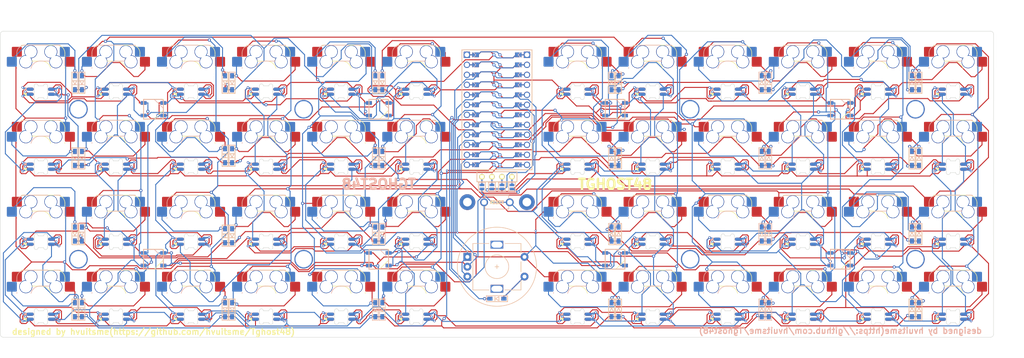
<source format=kicad_pcb>
(kicad_pcb (version 20211014) (generator pcbnew)
  (layers (0 "F.Cu" signal) (31 "B.Cu" signal) (34 "B.Paste" user) (35 "F.Paste" user) (36 "B.SilkS" user "B.Silkscreen") (37 "F.SilkS" user "F.Silkscreen") (38 "B.Mask" user) (39 "F.Mask" user) (44 "Edge.Cuts" user))
  (net 0 "")
  (net 1 "row0")
  (net 2 "Net-(D1-Pad2)")
  (net 3 "row1")
  (net 4 "Net-(D2-Pad2)")
  (net 5 "row2")
  (net 6 "Net-(D3-Pad2)")
  (net 7 "row3")
  (net 8 "Net-(D4-Pad2)")
  (net 9 "Net-(D5-Pad2)")
  (net 10 "Net-(D6-Pad2)")
  (net 11 "Net-(D7-Pad2)")
  (net 12 "Net-(D8-Pad2)")
  (net 13 "Net-(D9-Pad2)")
  (net 14 "Net-(D10-Pad2)")
  (net 15 "Net-(D11-Pad2)")
  (net 16 "Net-(D12-Pad2)")
  (net 17 "Net-(D13-Pad2)")
  (net 18 "Net-(D14-Pad2)")
  (net 19 "Net-(D15-Pad2)")
  (net 20 "Net-(D16-Pad2)")
  (net 21 "Net-(D17-Pad2)")
  (net 22 "Net-(D18-Pad2)")
  (net 23 "Net-(D19-Pad2)")
  (net 24 "Net-(D20-Pad2)")
  (net 25 "Net-(D21-Pad2)")
  (net 26 "Net-(D22-Pad2)")
  (net 27 "Net-(D23-Pad2)")
  (net 28 "Net-(D24-Pad2)")
  (net 29 "Net-(D25-Pad2)")
  (net 30 "REsw")
  (net 31 "Net-(D26-Pad1)")
  (net 32 "Net-(D27-Pad1)")
  (net 33 "Net-(D28-Pad1)")
  (net 34 "Net-(D29-Pad1)")
  (net 35 "Net-(D30-Pad1)")
  (net 36 "Net-(D31-Pad1)")
  (net 37 "Net-(D32-Pad1)")
  (net 38 "Net-(D33-Pad1)")
  (net 39 "Net-(D34-Pad1)")
  (net 40 "Net-(D35-Pad1)")
  (net 41 "Net-(D36-Pad1)")
  (net 42 "Net-(D37-Pad1)")
  (net 43 "Net-(D38-Pad1)")
  (net 44 "Net-(D39-Pad1)")
  (net 45 "Net-(D40-Pad1)")
  (net 46 "Net-(D41-Pad1)")
  (net 47 "Net-(D42-Pad1)")
  (net 48 "Net-(D43-Pad1)")
  (net 49 "Net-(D44-Pad1)")
  (net 50 "Net-(D45-Pad1)")
  (net 51 "Net-(D46-Pad1)")
  (net 52 "Net-(D47-Pad1)")
  (net 53 "Net-(D48-Pad1)")
  (net 54 "Net-(J1-Pad1)")
  (net 55 "Net-(J1-Pad2)")
  (net 56 "Net-(J1-Pad3)")
  (net 57 "Net-(J1-Pad4)")
  (net 58 "GND")
  (net 59 "VCC")
  (net 60 "SCL")
  (net 61 "SDA")
  (net 62 "RESET")
  (net 63 "Net-(SW1-Pad2)")
  (net 64 "Net-(SW1-Pad4)")
  (net 65 "col0")
  (net 66 "Net-(SW2-Pad2)")
  (net 67 "Net-(SW3-Pad2)")
  (net 68 "Net-(SW3-Pad4)")
  (net 69 "Net-(SW4-Pad2)")
  (net 70 "Net-(SW5-Pad4)")
  (net 71 "col1")
  (net 72 "Net-(SW10-Pad4)")
  (net 73 "Net-(SW11-Pad2)")
  (net 74 "Net-(SW12-Pad4)")
  (net 75 "Net-(SW13-Pad2)")
  (net 76 "col2")
  (net 77 "Net-(SW10-Pad2)")
  (net 78 "Net-(SW11-Pad4)")
  (net 79 "Net-(SW12-Pad2)")
  (net 80 "Net-(SW13-Pad4)")
  (net 81 "col3")
  (net 82 "Net-(SW14-Pad2)")
  (net 83 "Net-(SW15-Pad4)")
  (net 84 "Net-(SW16-Pad2)")
  (net 85 "Net-(SW17-Pad4)")
  (net 86 "col4")
  (net 87 "Net-(SW18-Pad2)")
  (net 88 "Net-(SW19-Pad4)")
  (net 89 "Net-(SW20-Pad2)")
  (net 90 "LED")
  (net 91 "col5")
  (net 92 "Net-(SW22-Pad2)")
  (net 93 "Net-(D49-Pad1)")
  (net 94 "ENCA")
  (net 95 "LED-conn1")
  (net 96 "Net-(SW26-Pad4)")
  (net 97 "Net-(SW27-Pad2)")
  (net 98 "Net-(SW27-Pad4)")
  (net 99 "Net-(SW28-Pad4)")
  (net 100 "Net-(SW29-Pad2)")
  (net 101 "Net-(SW30-Pad4)")
  (net 102 "Net-(SW31-Pad2)")
  (net 103 "Net-(SW32-Pad4)")
  (net 104 "Net-(SW33-Pad2)")
  (net 105 "Net-(SW34-Pad4)")
  (net 106 "Net-(SW35-Pad2)")
  (net 107 "Net-(SW36-Pad4)")
  (net 108 "Net-(SW37-Pad2)")
  (net 109 "Net-(SW38-Pad4)")
  (net 110 "Net-(SW39-Pad2)")
  (net 111 "Net-(SW40-Pad4)")
  (net 112 "Net-(SW41-Pad2)")
  (net 113 "Net-(SW42-Pad4)")
  (net 114 "Net-(SW43-Pad2)")
  (net 115 "Net-(SW44-Pad4)")
  (net 116 "Net-(SW45-Pad2)")
  (net 117 "Net-(SW46-Pad4)")
  (net 118 "Net-(SW48-Pad4)")
  (net 121 "LED-conn2")
  (net 123 "ENCB")
  (net 124 "Net-(SW50-Pad2)")
  (net 125 "Net-(SW50-Pad4)")
  (net 126 "Net-(SW51-Pad4)")
  (net 127 "unconnected-(SW52-Pad2)")
  (net 128 "LED-conn3")
  (net 129 "Net-(SW54-Pad2)")
  (net 130 "Net-(SW55-Pad4)")
  (net 131 "Net-(SW56-Pad2)")
  (footprint "marbastlib-mx:MX-1U-Hotswap&LED" (layer "F.Cu") (at 208.2846 67.818)
    (fp_text reference "SW34" hide)
    (fp_text value "SW_PUSH_LED" hide)
    (fp_line (start -0.7 6.58) (end 0.7 6.58) (layer "Edge.Cuts") (width 0.1))
    (fp_line (start -1.7 3.58) (end -1.7 6.58) (layer "Edge.Cuts") (width 0.1))
    (fp_line (start -0.7 3.58) (end 0.7 3.58) (layer "Edge.Cuts") (width 0.1))
    (fp_line (start 1.7 6.58) (end 1.7 3.58) (layer "Edge.Cuts") (width 0.1))
    (fp_arc (start -0.7 6.58) (mid -1.2 7.08) (end -1.7 6.58) (layer "Edge.Cuts") (width 0.1))
    (fp_arc (start -1.7 3.58) (mid -1.2 3.08) (end -0.7 3.58) (layer "Edge.Cuts") (width 0.1))
    (fp_arc (start 1.7 6.58) (mid 1.2 7.08) (end 0.7 6.58) (layer "Edge.Cuts") (width 0.1))
    (fp_arc (start 0.7 3.58) (mid 1.2 3.08) (end 1.7 3.58) (layer "Edge.Cuts") (width 0.1))
  )
  (footprint "marbastlib-mx:MX-1U-Hotswap&LED" (layer "F.Cu") (at 91.186 67.818)
    (fp_text reference "SW13" hide)
    (fp_text value "SW_PUSH_LED" hide)
    (fp_line (start -0.7 3.58) (end 0.7 3.58) (layer "Edge.Cuts") (width 0.1))
    (fp_line (start -1.7 3.58) (end -1.7 6.58) (layer "Edge.Cuts") (width 0.1))
    (fp_line (start -0.7 6.58) (end 0.7 6.58) (layer "Edge.Cuts") (width 0.1))
    (fp_line (start 1.7 6.58) (end 1.7 3.58) (layer "Edge.Cuts") (width 0.1))
    (fp_arc (start 1.7 6.58) (mid 1.2 7.08) (end 0.7 6.58) (layer "Edge.Cuts") (width 0.1))
    (fp_arc (start 0.7 3.58) (mid 1.2 3.08) (end 1.7 3.58) (layer "Edge.Cuts") (width 0.1))
    (fp_arc (start -0.7 6.58) (mid -1.2 7.08) (end -1.7 6.58) (layer "Edge.Cuts") (width 0.1))
    (fp_arc (start -1.7 3.58) (mid -1.2 3.08) (end -0.7 3.58) (layer "Edge.Cuts") (width 0.1))
  )
  (footprint "Kb_part:1N4841_SMD" (layer "F.Cu") (at 180.594 70.612 -90)
    (fp_text reference "D26" hide)
    (fp_text value "1N4148" hide)
  )
  (footprint "marbastlib-mx:MX-1U-Hotswap&LED" (layer "F.Cu") (at 265.43 124.968)
    (fp_text reference "SW49" hide)
    (fp_text value "SW_PUSH_LED" hide)
    (fp_line (start -0.7 6.58) (end 0.7 6.58) (layer "Edge.Cuts") (width 0.1))
    (fp_line (start -0.7 3.58) (end 0.7 3.58) (layer "Edge.Cuts") (width 0.1))
    (fp_line (start 1.7 6.58) (end 1.7 3.58) (layer "Edge.Cuts") (width 0.1))
    (fp_line (start -1.7 3.58) (end -1.7 6.58) (layer "Edge.Cuts") (width 0.1))
    (fp_arc (start -0.7 6.58) (mid -1.2 7.08) (end -1.7 6.58) (layer "Edge.Cuts") (width 0.1))
    (fp_arc (start 0.7 3.58) (mid 1.2 3.08) (end 1.7 3.58) (layer "Edge.Cuts") (width 0.1))
    (fp_arc (start 1.7 6.58) (mid 1.2 7.08) (end 0.7 6.58) (layer "Edge.Cuts") (width 0.1))
    (fp_arc (start -1.7 3.58) (mid -1.2 3.08) (end -0.7 3.58) (layer "Edge.Cuts") (width 0.1))
  )
  (footprint "Kb_part:1N4841_SMD" (layer "F.Cu") (at 218.694 128.267 -90)
    (fp_text reference "D37" hide)
    (fp_text value "1N4148" hide)
  )
  (footprint "Kb_part:1N4841_SMD" (layer "F.Cu") (at 216.916 109.0487 -90)
    (fp_text reference "D40" hide)
    (fp_text value "1N4148" hide)
  )
  (footprint "marbastlib-mx:lo_oc_to" (layer "F.Cu") (at 100.711 115.443)
    (fp_text reference "U3" hide)
    (fp_text value "HOLE-Lily58-cache" hide)
  )
  (footprint "marbastlib-mx:MX-1U-Hotswap&LED" (layer "F.Cu") (at 265.43 86.868)
    (fp_text reference "SW47" hide)
    (fp_text value "SW_PUSH_LED" hide)
    (fp_line (start -0.7 3.58) (end 0.7 3.58) (layer "Edge.Cuts") (width 0.1))
    (fp_line (start -1.7 3.58) (end -1.7 6.58) (layer "Edge.Cuts") (width 0.1))
    (fp_line (start -0.7 6.58) (end 0.7 6.58) (layer "Edge.Cuts") (width 0.1))
    (fp_line (start 1.7 6.58) (end 1.7 3.58) (layer "Edge.Cuts") (width 0.1))
    (fp_arc (start 1.7 6.58) (mid 1.2 7.08) (end 0.7 6.58) (layer "Edge.Cuts") (width 0.1))
    (fp_arc (start -1.7 3.58) (mid -1.2 3.08) (end -0.7 3.58) (layer "Edge.Cuts") (width 0.1))
    (fp_arc (start -0.7 6.58) (mid -1.2 7.08) (end -1.7 6.58) (layer "Edge.Cuts") (width 0.1))
    (fp_arc (start 0.7 3.58) (mid 1.2 3.08) (end 1.7 3.58) (layer "Edge.Cuts") (width 0.1))
  )
  (footprint "Kb_part:1N4841_SMD" (layer "F.Cu") (at 255.016 70.612 -90)
    (fp_text reference "D46" hide)
    (fp_text value "1N4148" hide)
  )
  (footprint "Kb_part:REncoder_Alps_EC11E-Switch" (layer "F.Cu") (at 149.733 117.348)
    (fp_text reference "SW25" hide)
    (fp_text value "RotaryEncoder_Switch" hide)
  )
  (footprint "marbastlib-mx:MX-1U-Hotswap&LED" (layer "F.Cu") (at 246.3846 67.818)
    (fp_text reference "SW42" hide)
    (fp_text value "SW_PUSH_LED" hide)
    (fp_line (start 1.7 6.58) (end 1.7 3.58) (layer "Edge.Cuts") (width 0.1))
    (fp_line (start -1.7 3.58) (end -1.7 6.58) (layer "Edge.Cuts") (width 0.1))
    (fp_line (start -0.7 3.58) (end 0.7 3.58) (layer "Edge.Cuts") (width 0.1))
    (fp_line (start -0.7 6.58) (end 0.7 6.58) (layer "Edge.Cuts") (width 0.1))
    (fp_arc (start -0.7 6.58) (mid -1.2 7.08) (end -1.7 6.58) (layer "Edge.Cuts") (width 0.1))
    (fp_arc (start 1.7 6.58) (mid 1.2 7.08) (end 0.7 6.58) (layer "Edge.Cuts") (width 0.1))
    (fp_arc (start 0.7 3.58) (mid 1.2 3.08) (end 1.7 3.58) (layer "Edge.Cuts") (width 0.1))
    (fp_arc (start -1.7 3.58) (mid -1.2 3.08) (end -0.7 3.58) (layer "Edge.Cuts") (width 0.1))
  )
  (footprint "Kb_part:1N4841_SMD" (layer "F.Cu") (at 118.872 70.612 90)
    (fp_text reference "D17" hide)
    (fp_text value "1N4148" hide)
  )
  (footprint "Kb_part:1N4841_SMD" (layer "F.Cu") (at 180.594 128.267 -90)
    (fp_text reference "D29" hide)
    (fp_text value "1N4148" hide)
  )
  (footprint "Kb_part:1N4841_SMD" (layer "F.Cu") (at 80.772 109.474 90)
    (fp_text reference "D11" hide)
    (fp_text value "1N4148" hide)
  )
  (footprint "marbastlib-mx:MX-1U-Hotswap&LED" (layer "F.Cu") (at 129.286 67.818)
    (fp_text reference "SW21" hide)
    (fp_text value "SW_PUSH_LED" hide)
    (fp_line (start 1.7 6.58) (end 1.7 3.58) (layer "Edge.Cuts") (width 0.1))
    (fp_line (start -0.7 6.58) (end 0.7 6.58) (layer "Edge.Cuts") (width 0.1))
    (fp_line (start -1.7 3.58) (end -1.7 6.58) (layer "Edge.Cuts") (width 0.1))
    (fp_line (start -0.7 3.58) (end 0.7 3.58) (layer "Edge.Cuts") (width 0.1))
    (fp_arc (start 1.7 6.58) (mid 1.2 7.08) (end 0.7 6.58) (layer "Edge.Cuts") (width 0.1))
    (fp_arc (start -1.7 3.58) (mid -1.2 3.08) (end -0.7 3.58) (layer "Edge.Cuts") (width 0.1))
    (fp_arc (start 0.7 3.58) (mid 1.2 3.08) (end 1.7 3.58) (layer "Edge.Cuts") (width 0.1))
    (fp_arc (start -0.7 6.58) (mid -1.2 7.08) (end -1.7 6.58) (layer "Edge.Cuts") (width 0.1))
  )
  (footprint "marbastlib-mx:MX-1U-Hotswap&LED" (layer "F.Cu") (at 91.186 105.918)
    (fp_text reference "SW15" hide)
    (fp_text value "SW_PUSH_LED" hide)
    (fp_line (start 1.7 6.58) (end 1.7 3.58) (layer "Edge.Cuts") (width 0.1))
    (fp_line (start -0.7 3.58) (end 0.7 3.58) (layer "Edge.Cuts") (width 0.1))
    (fp_line (start -0.7 6.58) (end 0.7 6.58) (layer "Edge.Cuts") (width 0.1))
    (fp_line (start -1.7 3.58) (end -1.7 6.58) (layer "Edge.Cuts") (width 0.1))
    (fp_arc (start 0.7 3.58) (mid 1.2 3.08) (end 1.7 3.58) (layer "Edge.Cuts") (width 0.1))
    (fp_arc (start -1.7 3.58) (mid -1.2 3.08) (end -0.7 3.58) (layer "Edge.Cuts") (width 0.1))
    (fp_arc (start 1.7 6.58) (mid 1.2 7.08) (end 0.7 6.58) (layer "Edge.Cuts") (width 0.1))
    (fp_arc (start -0.7 6.58) (mid -1.2 7.08) (end -1.7 6.58) (layer "Edge.Cuts") (width 0.1))
  )
  (footprint "marbastlib-mx:MX-1U-Hotswap&LED" (layer "F.Cu") (at 34.0406 124.968)
    (fp_text reference "SW4" hide)
    (fp_text value "SW_PUSH_LED" hide)
    (fp_line (start -1.7 3.58) (end -1.7 6.58) (layer "Edge.Cuts") (width 0.1))
    (fp_line (start -0.7 3.58) (end 0.7 3.58) (layer "Edge.Cuts") (width 0.1))
    (fp_line (start 1.7 6.58) (end 1.7 3.58) (layer "Edge.Cuts") (width 0.1))
    (fp_line (start -0.7 6.58) (end 0.7 6.58) (layer "Edge.Cuts") (width 0.1))
    (fp_arc (start 0.7 3.58) (mid 1.2 3.08) (end 1.7 3.58) (layer "Edge.Cuts") (width 0.1))
    (fp_arc (start -0.7 6.58) (mid -1.2 7.08) (end -1.7 6.58) (layer "Edge.Cuts") (width 0.1))
    (fp_arc (start 1.7 6.58) (mid 1.2 7.08) (end 0.7 6.58) (layer "Edge.Cuts") (width 0.1))
    (fp_arc (start -1.7 3.58) (mid -1.2 3.08) (end -0.7 3.58) (layer "Edge.Cuts") (width 0.1))
  )
  (footprint "marbastlib-mx:lo_oc_to" (layer "F.Cu") (at 100.7064 77.343)
    (fp_text reference "U4" hide)
    (fp_text value "HOLE-Lily58-cache" hide)
  )
  (footprint "Kb_part:1N4841_SMD" (layer "F.Cu") (at 180.594 109.0487 -90)
    (fp_text reference "D28" hide)
    (fp_text value "1N4148" hide)
  )
  (footprint "Kb_part:1N4841_SMD" (layer "F.Cu") (at 256.794 109.0487 -90)
    (fp_text reference "D44" hide)
    (fp_text value "1N4148" hide)
  )
  (footprint "Kb_part:1N4841_SMD" (layer "F.Cu") (at 118.872 128.267 90)
    (fp_text reference "D20" hide)
    (fp_text value "1N4148" hide)
  )
  (footprint "marbastlib-mx:MX-1U-Hotswap&LED" (layer "F.Cu") (at 53.086 105.918)
    (fp_text reference "SW7" hide)
    (fp_text value "SW_PUSH_LED" hide)
    (fp_line (start -0.7 6.58) (end 0.7 6.58) (layer "Edge.Cuts") (width 0.1))
    (fp_line (start 1.7 6.58) (end 1.7 3.58) (layer "Edge.Cuts") (width 0.1))
    (fp_line (start -0.7 3.58) (end 0.7 3.58) (layer "Edge.Cuts") (width 0.1))
    (fp_line (start -1.7 3.58) (end -1.7 6.58) (layer "Edge.Cuts") (width 0.1))
    (fp_arc (start 1.7 6.58) (mid 1.2 7.08) (end 0.7 6.58) (layer "Edge.Cuts") (width 0.1))
    (fp_arc (start 0.7 3.58) (mid 1.2 3.08) (end 1.7 3.58) (layer "Edge.Cuts") (width 0.1))
    (fp_arc (start -1.7 3.58) (mid -1.2 3.08) (end -0.7 3.58) (layer "Edge.Cuts") (width 0.1))
    (fp_arc (start -0.7 6.58) (mid -1.2 7.08) (end -1.7 6.58) (layer "Edge.Cuts") (width 0.1))
  )
  (footprint "Kb_part:1N4841_SMD" (layer "F.Cu") (at 42.672 70.612 90)
    (fp_text reference "D1" hide)
    (fp_text value "1N4148" hide)
  )
  (footprint "marbastlib-mx:MX-1U-Hotswap&LED" (layer "F.Cu") (at 170.18 86.868)
    (fp_text reference "SW27" hide)
    (fp_text value "SW_PUSH_LED" hide)
    (fp_line (start -1.7 3.58) (end -1.7 6.58) (layer "Edge.Cuts") (width 0.1))
    (fp_line (start -0.7 6.58) (end 0.7 6.58) (layer "Edge.Cuts") (width 0.1))
    (fp_line (start 1.7 6.58) (end 1.7 3.58) (layer "Edge.Cuts") (width 0.1))
    (fp_line (start -0.7 3.58) (end 0.7 3.58) (layer "Edge.Cuts") (width 0.1))
    (fp_arc (start -1.7 3.58) (mid -1.2 3.08) (end -0.7 3.58) (layer "Edge.Cuts") (width 0.1))
    (fp_arc (start -0.7 6.58) (mid -1.2 7.08) (end -1.7 6.58) (layer "Edge.Cuts") (width 0.1))
    (fp_arc (start 0.7 3.58) (mid 1.2 3.08) (end 1.7 3.58) (layer "Edge.Cuts") (width 0.1))
    (fp_arc (start 1.7 6.58) (mid 1.2 7.08) (end 0.7 6.58) (layer "Edge.Cuts") (width 0.1))
  )
  (footprint "marbastlib-mx:MX-1U-Hotswap&LED" (layer "F.Cu") (at 189.23 124.968)
    (fp_text reference "SW33" hide)
    (fp_text value "SW_PUSH_LED" hide)
    (fp_line (start -1.7 3.58) (end -1.7 6.58) (layer "Edge.Cuts") (width 0.1))
    (fp_line (start -0.7 6.58) (end 0.7 6.58) (layer "Edge.Cuts") (width 0.1))
    (fp_line (start -0.7 3.58) (end 0.7 3.58) (layer "Edge.Cuts") (width 0.1))
    (fp_line (start 1.7 6.58) (end 1.7 3.58) (layer "Edge.Cuts") (width 0.1))
    (fp_arc (start -0.7 6.58) (mid -1.2 7.08) (end -1.7 6.58) (layer "Edge.Cuts") (width 0.1))
    (fp_arc (start -1.7 3.58) (mid -1.2 3.08) (end -0.7 3.58) (layer "Edge.Cuts") (width 0.1))
    (fp_arc (start 1.7 6.58) (mid 1.2 7.08) (end 0.7 6.58) (layer "Edge.Cuts") (width 0.1))
    (fp_arc (start 0.7 3.58) (mid 1.2 3.08) (end 1.7 3.58) (layer "Edge.Cuts") (width 0.1))
  )
  (footprint "marbastlib-mx:rst_sw_MX" (layer "F.Cu") (at 149.7353 100.988)
    (fp_text reference "RSW1" hide)
    (fp_text value "SW_RST-Lily58-cache" hide)
  )
  (footprint "marbastlib-mx:MX-1U-Hotswap&LED" (layer "F.Cu") (at 72.136 67.818)
    (fp_text reference "SW9" hide)
    (fp_text value "SW_PUSH_LED" hide)
    (fp_line (start -0.7 6.58) (end 0.7 6.58) (layer "Edge.Cuts") (width 0.1))
    (fp_line (start 1.7 6.58) (end 1.7 3.58) (layer "Edge.Cuts") (width 0.1))
    (fp_line (start -1.7 3.58) (end -1.7 6.58) (layer "Edge.Cuts") (width 0.1))
    (fp_line (start -0.7 3.58) (end 0.7 3.58) (layer "Edge.Cuts") (width 0.1))
    (fp_arc (start -0.7 6.58) (mid -1.2 7.08) (end -1.7 6.58) (layer "Edge.Cuts") (width 0.1))
    (fp_arc (start 1.7 6.58) (mid 1.2 7.08) (end 0.7 6.58) (layer "Edge.Cuts") (width 0.1))
    (fp_arc (start -1.7 3.58) (mid -1.2 3.08) (end -0.7 3.58) (layer "Edge.Cuts") (width 0.1))
    (fp_arc (start 0.7 3.58) (mid 1.2 3.08) (end 1.7 3.58) (layer "Edge.Cuts") (width 0.1))
  )
  (footprint "Kb_part:1N4841_SMD" (layer "F.Cu") (at 44.45 70.612 90)
    (fp_text reference "D5" hide)
    (fp_text value "1N4148" hide)
  )
  (footprint "Kb_part:1N4841_SMD" (layer "F.Cu") (at 42.672 109.0507 90)
    (fp_text reference "D3" hide)
    (fp_text value "1N4148" hide)
  )
  (footprint "Kb_part:Jumper" (layer "F.Cu") (at 153.5453 97.0834 -90)
    (fp_text reference "JP8" hide)
    (fp_text value "Jumper" hide)
  )
  (footprint "marbastlib-mx:MX-1U-Hotswap&LED" (layer "F.Cu") (at 265.43 105.918)
    (fp_text reference "SW48" hide)
    (fp_text value "SW_PUSH_LED" hide)
    (fp_line (start -0.7 6.58) (end 0.7 6.58) (layer "Edge.Cuts") (width 0.1))
    (fp_line (start 1.7 6.58) (end 1.7 3.58) (layer "Edge.Cuts") (width 0.1))
    (fp_line (start -0.7 3.58) (end 0.7 3.58) (layer "Edge.Cuts") (width 0.1))
    (fp_line (start -1.7 3.58) (end -1.7 6.58) (layer "Edge.Cuts") (width 0.1))
    (fp_arc (start -0.7 6.58) (mid -1.2 7.08) (end -1.7 6.58) (layer "Edge.Cuts") (width 0.1))
    (fp_arc (start 1.7 6.58) (mid 1.2 7.08) (end 0.7 6.58) (layer "Edge.Cuts") (width 0.1))
    (fp_arc (start -1.7 3.58) (mid -1.2 3.08) (end -0.7 3.58) (layer "Edge.Cuts") (width 0.1))
    (fp_arc (start 0.7 3.58) (mid 1.2 3.08) (end 1.7 3.58) (layer "Edge.Cuts") (width 0.1))
  )
  (footprint "marbastlib-mx:MX-1U-Hotswap&LED" (layer "F.Cu") (at 72.136 124.968)
    (fp_text reference "SW12" hide)
    (fp_text value "SW_PUSH_LED" hide)
    (fp_line (start 1.7 6.58) (end 1.7 3.58) (layer "Edge.Cuts") (width 0.1))
    (fp_line (start -1.7 3.58) (end -1.7 6.58) (layer "Edge.Cuts") (width 0.1))
    (fp_line (start -0.7 3.58) (end 0.7 3.58) (layer "Edge.Cuts") (width 0.1))
    (fp_line (start -0.7 6.58) (end 0.7 6.58) (layer "Edge.Cuts") (width 0.1))
    (fp_arc (start 0.7 3.58) (mid 1.2 3.08) (end 1.7 3.58) (layer "Edge.Cuts") (width 0.1))
    (fp_arc (start -1.7 3.58) (mid -1.2 3.08) (end -0.7 3.58) (layer "Edge.Cuts") (width 0.1))
    (fp_arc (start -0.7 6.58) (mid -1.2 7.08) (end -1.7 6.58) (layer "Edge.Cuts") (width 0.1))
    (fp_arc (start 1.7 6.58) (mid 1.2 7.08) (end 0.7 6.58) (layer "Edge.Cuts") (width 0.1))
  )
  (footprint "Kb_part:1N4841_SMD" (layer "F.Cu") (at 82.55 89.154 90)
    (fp_text reference "D14" hide)
    (fp_text value "1N4148" hide)
  )
  (footprint "marbastlib-mx:MX-1U-Hotswap&LED" (layer "F.Cu") (at 246.38 105.918)
    (fp_text reference "SW44" hide)
    (fp_text value "SW_PUSH_LED" hide)
    (fp_line (start 1.7 6.58) (end 1.7 3.58) (layer "Edge.Cuts") (width 0.1))
    (fp_line (start -0.7 3.58) (end 0.7 3.58) (layer "Edge.Cuts") (width 0.1))
    (fp_line (start -1.7 3.58) (end -1.7 6.58) (layer "Edge.Cuts") (width 0.1))
    (fp_line (start -0.7 6.58) (end 0.7 6.58) (layer "Edge.Cuts") (width 0.1))
    (fp_arc (start -1.7 3.58) (mid -1.2 3.08) (end -0.7 3.58) (layer "Edge.Cuts") (width 0.1))
    (fp_arc (start 0.7 3.58) (mid 1.2 3.08) (end 1.7 3.58) (layer "Edge.Cuts") (width 0.1))
    (fp_arc (start 1.7 6.58) (mid 1.2 7.08) (end 0.7 6.58) (layer "Edge.Cuts") (width 0.1))
    (fp_arc (start -0.7 6.58) (mid -1.2 7.08) (end -1.7 6.58) (layer "Edge.Cuts") (width 0.1))
  )
  (footprint "Kb_part:lo_oc_nho" (layer "F.Cu") (at 157.226 100.838)
    (fp_text reference "U11" hide)
    (fp_text value "HOLE-Lily58-cache" hide)
  )
  (footprint "marbastlib-mx:MX-1U-Hotswap&LED" (layer "F.Cu") (at 53.086 67.818)
    (fp_text reference "SW5" hide)
    (fp_text value "SW_PUSH_LED" hide)
    (fp_line (start -0.7 3.58) (end 0.7 3.58) (layer "Edge.Cuts") (width 0.1))
    (fp_line (start -1.7 3.58) (end -1.7 6.58) (layer "Edge.Cuts") (width 0.1))
    (fp_line (start -0.7 6.58) (end 0.7 6.58) (layer "Edge.Cuts") (width 0.1))
    (fp_line (start 1.7 6.58) (end 1.7 3.58) (layer "Edge.Cuts") (width 0.1))
    (fp_arc (start 0.7 3.58) (mid 1.2 3.08) (end 1.7 3.58) (layer "Edge.Cuts") (width 0.1))
    (fp_arc (start 1.7 6.58) (mid 1.2 7.08) (end 0.7 6.58) (layer "Edge.Cuts") (width 0.1))
    (fp_arc (start -1.7 3.58) (mid -1.2 3.08) (end -0.7 3.58) (layer "Edge.Cuts") (width 0.1))
    (fp_arc (start -0.7 6.58) (mid -1.2 7.08) (end -1.7 6.58) (layer "Edge.Cuts") (width 0.1))
  )
  (footprint "Kb_part:1N4841_SMD" (layer "F.Cu") (at 80.772 128.267 90)
    (fp_text reference "D12" hide)
    (fp_text value "1N4148" hide)
  )
  (footprint "Kb_part:1N4841_SMD" (layer "F.Cu") (at 256.794 89.8303 -90)
    (fp_text reference "D43" hide)
    (fp_text value "1N4148" hide)
  )
  (footprint "marbastlib-mx:MX-1U-Hotswap&LED" (layer "F.Cu") (at 246.38 124.968)
    (fp_text reference "SW45" hide)
    (fp_text value "SW_PUSH_LED" hide)
    (fp_line (start 1.7 6.58) (end 1.7 3.58) (layer "Edge.Cuts") (width 0.1))
    (fp_line (start -0.7 6.58) (end 0.7 6.58) (layer "Edge.Cuts") (width 0.1))
    (fp_line (start -1.7 3.58) (end -1.7 6.58) (layer "Edge.Cuts") (width 0.1))
    (fp_line (start -0.7 3.58) (end 0.7 3.58) (layer "Edge.Cuts") (width 0.1))
    (fp_arc (start 0.7 3.58) (mid 1.2 3.08) (end 1.7 3.58) (layer "Edge.Cuts") (width 0.1))
    (fp_arc (start 1.7 6.58) (mid 1.2 7.08) (end 0.7 6.58) (layer "Edge.Cuts") (width 0.1))
    (fp_arc (start -0.7 6.58) (mid -1.2 7.08) (end -1.7 6.58) (layer "Edge.Cuts") (width 0.1))
    (fp_arc (start -1.7 3.58) (mid -1.2 3.08) (end -0.7 3.58) (layer "Edge.Cuts") (width 0.1))
  )
  (footprint "Kb_part:1N4841_SMD" (layer "F.Cu") (at 218.694 89.8303 -90)
    (fp_text reference "D35" hide)
    (fp_text value "1N4148" hide)
  )
  (footprint "Kb_part:1N4841_SMD" (layer "F.Cu") (at 80.772 89.154 90)
    (fp_text reference "D10" hide)
    (fp_text value "1N4148" hide)
  )
  (footprint "Kb_part:1N4841_SMD" (layer "F.Cu") (at 256.794 128.267 -90)
    (fp_text reference "D45" hide)
    (fp_text value "1N4148" hide)
  )
  (footprint "marbastlib-mx:MX-1U-Hotswap&LED" (layer "F.Cu") (at 72.136 86.868)
    (fp_text reference "SW10" hide)
    (fp_text value "SW_PUSH_LED" hide)
    (fp_line (start -0.7 3.58) (end 0.7 3.58) (layer "Edge.Cuts") (width 0.1))
    (fp_line (start -0.7 6.58) (end 0.7 6.58) (layer "Edge.Cuts") (width 0.1))
    (fp_line (start 1.7 6.58) (end 1.7 3.58) (layer "Edge.Cuts") (width 0.1))
    (fp_line (start -1.7 3.58) (end -1.7 6.58) (layer "Edge.Cuts") (width 0.1))
    (fp_arc (start -1.7 3.58) (mid -1.2 3.08) (end -0.7 3.58) (layer "Edge.Cuts") (width 0.1))
    (fp_arc (start 1.7 6.58) (mid 1.2 7.08) (end 0.7 6.58) (layer "Edge.Cuts") (width 0.1))
    (fp_arc (start -0.7 6.58) (mid -1.2 7.08) (end -1.7 6.58) (layer "Edge.Cuts") (width 0.1))
    (fp_arc (start 0.7 3.58) (mid 1.2 3.08) (end 1.7 3.58) (layer "Edge.Cuts") (width 0.1))
  )
  (footprint "Kb_part:1N4841_SMD" (layer "F.Cu") (at 216.916 128.267 -90)
    (fp_text reference "D41" hide)
    (fp_text value "1N4148" hide)
  )
  (footprint "Kb_part:1N4841_SMD" (layer "F.Cu") (at 256.794 70.612 -90)
    (fp_text reference "D42" hide)
    (fp_text value "1N4148" hide)
  )
  (footprint "Kb_part:1N4841_SMD" (layer "F.Cu") (at 80.772 70.612 90)
    (fp_text reference "D9" hide)
    (fp_text value "1N4148" hide)
  )
  (footprint "Kb_part:1N4841_SMD" (layer "F.Cu") (at 216.916 70.612 -90)
    (fp_text reference "D38" hide)
    (fp_text value "1N4148" hide)
  )
  (footprint "Kb_part:1N4841_SMD" (layer "F.Cu") (at 216.916 89.8303 -90)
    (fp_text reference "D39" hide)
    (fp_text value "1N4148" hide)
  )
  (footprint "marbastlib-mx:lo_oc_to" (layer "F.Cu") (at 255.9004 115.443)
    (fp_text reference "U7" hide)
    (fp_text value "HOLE-Lily58-cache" hide)
  )
  (footprint "marbastlib-mx:lo_oc_to" (layer "F.Cu") (at 43.5656 77.343)
    (fp_text reference "U5" hide)
    (fp_text value "HOLE-Lily58-cache" hide)
  )
  (footprint "marbastlib-mx:MX-1U-Hotswap&LED" (layer "F.Cu") (at 53.086 124.968)
    (fp_text reference "SW8" hide)
    (fp_text value "SW_PUSH_LED" hide)
    (fp_line (start 1.7 6.58) (end 1.7 3.58) (layer "Edge.Cuts") (width 0.1))
    (fp_line (start -1.7 3.58) (end -1.7 6.58) (layer "Edge.Cuts") (width 0.1))
    (fp_line (start -0.7 6.58) (end 0.7 6.58) (layer "Edge.Cuts") (width 0.1))
    (fp_line (start -0.7 3.58) (end 0.7 3.58) (layer "Edge.Cuts") (width 0.1))
    (fp_arc (start -1.7 3.58) (mid -1.2 3.08) (end -0.7 3.58) (layer "Edge.Cuts") (width 0.1))
    (fp_arc (start 1.7 6.58) (mid 1.2 7.08) (end 0.7 6.58) (layer "Edge.Cuts") (width 0.1))
    (fp_arc (start 0.7 3.58) (mid 1.2 3.08) (end 1.7 3.58) (layer "Edge.Cuts") (width 0.1))
    (fp_arc (start -0.7 6.58) (mid -1.2 7.08) (end -1.7 6.58) (layer "Edge.Cuts") (width 0.1))
  )
  (footprint "marbastlib-mx:MX-1U-Hotswap&LED" (layer "F.Cu") (at 129.286 86.868)
    (fp_text reference "SW22" hide)
    (fp_text value "SW_PUSH_LED" hide)
    (fp_line (start -0.7 3.58) (end 0.7 3.58) (layer "Edge.Cuts") (width 0.1))
    (fp_line (start -0.7 6.58) (end 0.7 6.58) (layer "Edge.Cuts") (width 0.1))
    (fp_line (start 1.7 6.58) (end 1.7 3.58) (layer "Edge.Cuts") (width 0.1))
    (fp_line (start -1.7 3.58) (end -1.7 6.58) (layer "Edge.Cuts") (width 0.1))
    (fp_arc (start 0.7 3.58) (mid 1.2 3.08) (end 1.7 3.58) (layer "Edge.Cuts") (width 0.1))
    (fp_arc (start -1.7 3.58) (mid -1.2 3.08) (end -0.7 3.58) (layer "Edge.Cuts") (width 0.1))
    (fp_arc (start 1.7 6.58) (mid 1.2 7.08) (end 0.7 6.58) (layer "Edge.Cuts") (width 0.1))
    (fp_arc (start -0.7 6.58) (mid -1.2 7.08) (end -1.7 6.58) (layer "Edge.Cuts") (width 0.1))
  )
  (footprint "Kb_part:1N4841_SMD" (layer "F.Cu") (at 120.65 70.612 90)
    (fp_text reference "D21" hide)
    (fp_text value "1N4148" hide)
  )
  (footprint "marbastlib-mx:MX-1U-Hotswap&LED" (layer "F.Cu") (at 246.38 86.868)
    (fp_text reference "SW43" hide)
    (fp_text value "SW_PUSH_LED" hide)
    (fp_line (start -0.7 3.58) (end 0.7 3.58) (layer "Edge.Cuts") (width 0.1))
    (fp_line (start -1.7 3.58) (end -1.7 6.58) (layer "Edge.Cuts") (width 0.1))
    (fp_line (start 1.7 6.58) (end 1.7 3.58) (layer "Edge.Cuts") (width 0.1))
    (fp_line (start -0.7 6.58) (end 0.7 6.58) (layer "Edge.Cuts") (width 0.1))
    (fp_arc (start 1.7 6.58) (mid 1.2 7.08) (end 0.7 6.58) (layer "Edge.Cuts") (width 0.1))
    (fp_arc (start -1.7 3.58) (mid -1.2 3.08) (end -0.7 3.58) (layer "Edge.Cuts") (width 0.1))
    (fp_arc (start -0.7 6.58) (mid -1.2 7.08) (end -1.7 6.58) (layer "Edge.Cuts") (width 0.1))
    (fp_arc (start 0.7 3.58) (mid 1.2 3.08) (end 1.7 3.58) (layer "Edge.Cuts") (width 0.1))
  )
  (footprint "marbastlib-mx:MX-1U-Hotswap&LED" (layer "F.Cu") (at 208.28 86.868)
    (fp_text reference "SW35" hide)
    (fp_text value "SW_PUSH_LED" hide)
    (fp_line (start 1.7 6.58) (end 1.7 3.58) (layer "Edge.Cuts") (width 0.1))
    (fp_line (start -0.7 3.58) (end 0.7 3.58) (layer "Edge.Cuts") (width 0.1))
    (fp_line (start -0.7 6.58) (end 0.7 6.58) (layer "Edge.Cuts") (width 0.1))
    (fp_line (start -1.7 3.58) (end -1.7 6.58) (layer "Edge.Cuts") (width 0.1))
    (fp_arc (start 1.7 6.58) (mid 1.2 7.08) (end 0.7 6.58) (layer "Edge.Cuts") (width 0.1))
    (fp_arc (start -1.7 3.58) (mid -1.2 3.08) (end -0.7 3.58) (layer "Edge.Cuts") (width 0.1))
    (fp_arc (start -0.7 6.58) (mid -1.2 7.08) (end -1.7 6.58) (layer "Edge.Cuts") (width 0.1))
    (fp_arc (start 0.7 3.58) (mid 1.2 3.08) (end 1.7 3.58) (layer "Edge.Cuts") (width 0.1))
  )
  (footprint "Kb_part:1N4841_SMD" (layer "F.Cu") (at 120.65 89.8303 90)
    (fp_text reference "D22" hide)
    (fp_text value "1N4148" hide)
  )
  (footprint "marbastlib-mx:MX-1U-Hotswap&LED" (layer "F.Cu") (at 208.28 105.918)
    (fp_text reference "SW36" hide)
    (fp_text value "SW_PUSH_LED" hide)
    (fp_line (start -0.7 6.58) (end 0.7 6.58) (layer "Edge.Cuts") (width 0.1))
    (fp_line (start -0.7 3.58) (end 0.7 3.58) (layer "Edge.Cuts") (width 0.1))
    (fp_line (start -1.7 3.58) (end -1.7 6.58) (layer "Edge.Cuts") (width 0.1))
    (fp_line (start 1.7 6.58) (end 1.7 3.58) (layer "Edge.Cuts") (width 0.1))
    (fp_arc (start -1.7 3.58) (mid -1.2 3.08) (end -0.7 3.58) (layer "Edge.Cuts") (width 0.1))
    (fp_arc (start 0.7 3.58) (mid 1.2 3.08) (end 1.7 3.58) (layer "Edge.Cuts") (width 0.1))
    (fp_arc (start 1.7 6.58) (mid 1.2 7.08) (end 0.7 6.58) (layer "Edge.Cuts") (width 0.1))
    (fp_arc (start -0.7 6.58) (mid -1.2 7.08) (end -1.7 6.58) (layer "Edge.Cuts") (width 0.1))
  )
  (footprint "Kb_part:1N4841_SMD" (layer "F.Cu") (at 178.816 109.0487 -90)
    (fp_text reference "D32" hide)
    (fp_text value "1N4148" hide)
  )
  (footprint "Kb_part:Jumper" (layer "F.Cu") (at 151.0055 97.0834 -90)
    (fp_text reference "JP7" hide)
    (fp_text value "Jumper" hide)
  )
  (footprint "marbastlib-mx:MX-1U-Hotswap&LED" (layer "F.Cu") (at 189.23 105.918)
    (fp_text reference "SW32" hide)
    (fp_text value "SW_PUSH_LED" hide)
    (fp_line (start 1.7 6.58) (end 1.7 3.58) (layer "Edge.Cuts") (width 0.1))
    (fp_line (start -1.7 3.58) (end -1.7 6.58) (layer "Edge.Cuts") (width 0.1))
    (fp_line (start -0.7 3.58) (end 0.7 3.58) (layer "Edge.Cuts") (width 0.1))
    (fp_line (start -0.7 6.58) (end 0.7 6.58) (layer "Edge.Cuts") (width 0.1))
    (fp_arc (start -1.7 3.58) (mid -1.2 3.08) (end -0.7 3.58) (layer "Edge.Cuts") (width 0.1))
    (fp_arc (start 1.7 6.58) (mid 1.2 7.08) (end 0.7 6.58) (layer "Edge.Cuts") (width 0.1))
    (fp_arc (start -0.7 6.58) (mid -1.2 7.08) (end -1.7 6.58) (layer "Edge.Cuts") (width 0.1))
    (fp_arc (start 0.7 3.58) (mid 1.2 3.08) (end 1.7 3.58) (layer "Edge.Cuts") (width 0.1))
  )
  (footprint "marbastlib-mx:MX-1U-Hotswap&LED" (layer "F.Cu") (at 170.18 124.968)
    (fp_text reference "SW29" hide)
    (fp_text value "SW_PUSH_LED" hide)
    (fp_line (start -0.7 6.58) (end 0.7 6.58) (layer "Edge.Cuts") (width 0.1))
    (fp_line (start -0.7 3.58) (end 0.7 3.58) (layer "Edge.Cuts") (width 0.1))
    (fp_line (start -1.7 3.58) (end -1.7 6.58) (layer "Edge.Cuts") (width 0.1))
    (fp_line (start 1.7 6.58) (end 1.7 3.58) (layer "Edge.Cuts") (width 0.1))
    (fp_arc (start 0.7 3.58) (mid 1.2 3.08) (end 1.7 3.58) (layer "Edge.Cuts") (width 0.1))
    (fp_arc (start -0.7 6.58) (mid -1.2 7.08) (end -1.7 6.58) (layer "Edge.Cuts") (width 0.1))
    (fp_arc (start 1.7 6.58) (mid 1.2 7.08) (end 0.7 6.58) (layer "Edge.Cuts") (width 0.1))
    (fp_arc (start -1.7 3.58) (mid -1.2 3.08) (end -0.7 3.58) (layer "Edge.Cuts") (width 0.1))
  )
  (footprint "marbastlib-mx:MX-1U-Hotswap&LED" (layer "F.Cu") (at 34.036 67.818)
    (fp_text reference "SW1" hide)
    (fp_text value "SW_PUSH_LED" hide)
    (fp_line (start -0.7 6.58) (end 0.7 6.58) (layer "Edge.Cuts") (width 0.1))
    (fp_line (start -0.7 3.58) (end 0.7 3.58) (layer "Edge.Cuts") (width 0.1))
    (fp_line (start -1.7 3.58) (end -1.7 6.58) (layer "Edge.Cuts") (width 0.1))
    (fp_line (start 1.7 6.58) (end 1.7 3.58) (layer "Edge.Cuts") (width 0.1))
    (fp_arc (start 0.7 3.58) (mid 1.2 3.08) (end 1.7 3.58) (layer "Edge.Cuts") (width 0.1))
    (fp_arc (start -1.7 3.58) (mid -1.2 3.08) (end -0.7 3.58) (layer "Edge.Cuts") (width 0.1))
    (fp_arc (start -0.7 6.58) (mid -1.2 7.08) (end -1.7 6.58) (layer "Edge.Cuts") (width 0.1))
    (fp_arc (start 1.7 6.58) (mid 1.2 7.08) (end 0.7 6.58) (layer "Edge.Cuts") (width 0.1))
  )
  (footprint "marbastlib-mx:lo_oc_to" (layer "F.Cu") (at 255.9096 77.343)
    (fp_text reference "U6" hide)
    (fp_text value "HOLE-Lily58-cache" hide)
  )
  (footprint "marbastlib-mx:MX-1U-Hotswap&LED" (layer "F.Cu") (at 129.286 105.918)
    (fp_text reference "SW23" hide)
    (fp_text value "SW_PUSH_LED" hide)
    (fp_line (start -0.7 3.58) (end 0.7 3.58) (layer "Edge.Cuts") (width 0.1))
    (fp_line (start -1.7 3.58) (end -1.7 6.58) (layer "Edge.Cuts") (width 0.1))
    (fp_line (start -0.7 6.58) (end 0.7 6.58) (layer "Edge.Cuts") (width 0.1))
    (fp_line (start 1.7 6.58) (end 1.7 3.58) (layer "Edge.Cuts") (width 0.1))
    (fp_arc (start -0.7 6.58) (mid -1.2 7.08) (end -1.7 6.58) (layer "Edge.Cuts") (width 0.1))
    (fp_arc (start 0.7 3.58) (mid 1.2 3.08) (end 1.7 3.58) (layer "Edge.Cuts") (width 0.1))
    (fp_arc (start 1.7 6.58) (mid 1.2 7.08) (end 0.7 6.58) (layer "Edge.Cuts") (width 0.1))
    (fp_arc (start -1.7 3.58) (mid -1.2 3.08) (end -0.7 3.58) (layer "Edge.Cuts") (width 0.1))
  )
  (footprint "Kb_part:1N4841_SMD" (layer "F.Cu") (at 120.65 128.267 90)
    (fp_text reference "D24" hide)
    (fp_text value "1N4148" hide)
  )
  (footprint "marbastlib-mx:MX-1U-Hotswap&LED" (layer "F.Cu") (at 53.086 86.868)
    (fp_text reference "SW6" hide)
    (fp_text value "SW_PUSH_LED" hide)
    (fp_line (start 1.7 6.58) (end 1.7 3.58) (layer "Edge.Cuts") (width 0.1))
    (fp_line (start -0.7 3.58) (end 0.7 3.58) (layer "Edge.Cuts") (width 0.1))
    (fp_line (start -0.7 6.58) (end 0.7 6.58) (layer "Edge.Cuts") (width 0.1))
    (fp_line (start -1.7 3.58) (end -1.7 6.58) (layer "Edge.Cuts") (width 0.1))
    (fp_arc (start -0.7 6.58) (mid -1.2 7.08) (end -1.7 6.58) (layer "Edge.Cuts") (width 0.1))
    (fp_arc (start 1.7 6.58) (mid 1.2 7.08) (end 0.7 6.58) (layer "Edge.Cuts") (width 0.1))
    (fp_arc (start -1.7 3.58) (mid -1.2 3.08) (end -0.7 3.58) (layer "Edge.Cuts") (width 0.1))
    (fp_arc (start 0.7 3.58) (mid 1.2 3.08) (end 1.7 3.58) (layer "Edge.Cuts") (width 0.1))
  )
  (footprint "marbastlib-mx:MX-1U-Hotswap&LED" (layer "F.Cu") (at 91.186 86.868)
    (fp_text reference "SW14" hide)
    (fp_text value "SW_PUSH_LED" hide)
    (fp_line (start -0.7 3.58) (end 0.7 3.58) (layer "Edge.Cuts") (width 0.1))
    (fp_line (start -1.7 3.58) (end -1.7 6.58) (layer "Edge.Cuts") (width 0.1))
    (fp_line (start 1.7 6.58) (end 1.7 3.58) (layer "Edge.Cuts") (width 0.1))
    (fp_line (start -0.7 6.58) (end 0.7 6.58) (layer "Edge.Cuts") (width 0.1))
    (fp_arc (start 1.7 6.58) (mid 1.2 7.08) (end 0.7 6.58) (layer "Edge.Cuts") (width 0.1))
    (fp_arc (start -1.7 3.58) (mid -1.2 3.08) (end -0.7 3.58) (layer "Edge.Cuts") (width 0.1))
    (fp_arc (start 0.7 3.58) (mid 1.2 3.08) (end 1.7 3.58) (layer "Edge.Cuts") (width 0.1))
    (fp_arc (start -0.7 6.58) (mid -1.2 7.08) (end -1.7 6.58) (layer "Edge.Cuts") (width 0.1))
  )
  (footprint "marbastlib-mx:lo_oc_to" (layer "F.Cu") (at 198.755 115.443)
    (fp_text reference "U9" hide)
    (fp_text value "HOLE-Lily58-cache" hide)
  )
  (footprint "Kb_part:1N4841_SMD" (layer "F.Cu") (at 218.694 70.612 -90)
    (fp_text reference "D34" hide)
    (fp_text value "1N4148" hide)
  )
  (footprint "marbastlib-mx:lo_oc_to" (layer "F.Cu") (at 198.7596 77.343)
    (fp_text reference "U2" hide)
    (fp_text value "HOLE-Lily58-cache" hide)
  )
  (footprint "marbastlib-mx:MX-1U-Hotswap&LED" (layer "F.Cu") (at 208.28 124.968)
    (fp_text reference "SW37" hide)
    (fp_text value "SW_PUSH_LED" hide)
    (fp_line (start -1.7 3.58) (end -1.7 6.58) (layer "Edge.Cuts") (width 0.1))
    (fp_line (start -0.7 3.58) (end 0.7 3.58) (layer "Edge.Cuts") (width 0.1))
    (fp_line (start -0.7 6.58) (end 0.7 6.58) (layer "Edge.Cuts") (width 0.1))
    (fp_line (start 1.7 6.58) (end 1.7 3.58) (layer "Edge.Cuts") (width 0.1))
    (fp_arc (start -0.7 6.58) (mid -1.2 7.08) (end -1.7 6.58) (layer "Edge.Cuts") (width 0.1))
    (fp_arc (start 0.7 3.58) (mid 1.2 3.08) (end 1.7 3.58) (layer "Edge.Cuts") (width 0.1))
    (fp_arc (start -1.7 3.58) (mid -1.2 3.08) (end -0.7 3.58) (layer "Edge.Cuts") (width 0.1))
    (fp_arc (start 1.7 6.58) (mid 1.2 7.08) (end 0.7 6.58) (layer "Edge.Cuts") (width 0.1))
  )
  (footprint "marbastlib-mx:MX-1U-Hotswap&LED" (layer "F.Cu") (at 189.2346 67.818)
    (fp_text reference "SW30" hide)
    (fp_text value "SW_PUSH_LED" hide)
    (fp_line (start -1.7 3.58) (end -1.7 6.58) (layer "Edge.Cuts") (width 0.1))
    (fp_line (start 1.7 6.58) (end 1.7 3.58) (layer "Edge.Cuts") (width 0.1))
    (fp_line (start -0.7 3.58) (end 0.7 3.58) (layer "Edge.Cuts") (width 0.1))
    (fp_line (start -0.7 6.58) (end 0.7 6.58) (layer "Edge.Cuts") (width 0.1))
    (fp_arc (start 0.7 3.58) (mid 1.2 3.08) (end 1.7 3.58) (layer "Edge.Cuts") (width 0.1))
    (fp_arc (start -1.7 3.58) (mid -1.2 3.08) (end -0.7 3.58) (layer "Edge.Cuts") (width 0.1))
    (fp_arc (start -0.7 6.58) (mid -1.2 7.08) (end -1.7 6.58) (layer "Edge.Cuts") (width 0.1))
    (fp_arc (start 1.7 6.58) (mid 1.2 7.08) (end 0.7 6.58) (layer "Edge.Cuts") (width 0.1))
  )
  (footprint "marbastlib-mx:MX_WS2812B" (layer "F.Cu") (at 179.705 115.443)
    (fp_text reference "SW55" hide)
    (fp_text value "SW_PUSH_LED" hide)
  )
  (footprint "marbastlib-mx:MX-1U-Hotswap&LED" (layer "F.Cu") (at 265.4346 67.818)
    (fp_text reference "SW46" hide)
    (fp_text value "SW_PUSH_LED" hide)
    (fp_line (start -1.7 3.58) (end -1.7 6.58) (layer "Edge.Cuts") (width 0.1))
    (fp_line (start 1.7 6.58) (end 1.7 3.58) (layer "Edge.Cuts") (width 0.1))
    (fp_line (start -0.7 3.58) (end 0.7 3.58) (layer "Edge.Cuts") (width 0.1))
    (fp_line (start -0.7 6.58) (end 0.7 6.58) (layer "Edge.Cuts") (width 0.1))
    (fp_arc (start 1.7 6.58) (mid 1.2 7.08) (end 0.7 6.58) (layer "Edge.Cuts") (width 0.1))
    (fp_arc (start -0.7 6.58) (mid -1.2 7.08) (end -1.7 6.58) (layer "Edge.Cuts") (width 0.1))
    (fp_arc (start 0.7 3.58) (mid 1.2 3.08) (end 1.7 3.58) (layer "Edge.Cuts") (width 0.1))
    (fp_arc (start -1.7 3.58) (mid -1.2 3.08) (end -0.7 3.58) (layer "Edge.Cuts") (width 0.1))
  )
  (footprint "Kb_part:1N4841_SMD" (layer "F.Cu") (at 149.733 125.476)
    (fp_text reference "D25" hide)
    (fp_text value "1N4148" hide)
  )
  (footprint "Kb_part:1N4841_SMD" (layer "F.Cu") (at 118.872 109.0487 90)
    (fp_text reference "D19" hide)
    (fp_text value "1N4148" hide)
  )
  (footprint "Kb_part:1N4841_SMD" (layer "F.Cu") (at 255.016 109.0487 -90)
    (fp_text reference "D48" hide)
    (fp_text value "1N4148" hide)
  )
  (footprint "Kb_part:1N4841_SMD" (layer "F.Cu") (at 42.672 128.267 90)
    (fp_text reference "D4" hide)
    (fp_text value "1N4148" hide)
  )
  (footprint "Kb_part:lo_oc_nho" (layer "F.Cu") (at 142.14 100.838)
    (fp_text reference "U10" hide)
    (fp_text value "HOLE-Lily58-cache" hide)
  )
  (footprint "marbastlib-mx:MX-1U-Hotswap&LED" (layer "F.Cu") (at 170.1846 67.818)
    (fp_text reference "SW26" hide)
    (fp_text value "SW_PUSH_LED" hide)
    (fp_line (start -0.7 3.58) (end 0.7 3.58) (layer "Edge.Cuts") (width 0.1))
    (fp_line (start 1.7 6.58) (end 1.7 3.58) (layer "Edge.Cuts") (width 0.1))
    (fp_line (start -1.7 3.58) (end -1.7 6.58) (layer "Edge.Cuts") (width 0.1))
    (fp_line (start -0.7 6.58) (end 0.7 6.58) (layer "Edge.Cuts") (width 0.1))
    (fp_arc (start 1.7 6.58) (mid 1.2 7.08) (end 0.7 6.58) (layer "Edge.Cuts") (width 0.1))
    (fp_arc (start -0.7 6.58) (mid -1.2 7.08) (end -1.7 6.58) (layer "Edge.Cuts") (width 0.1))
    (fp_arc (start 0.7 3.58) (mid 1.2 3.08) (end 1.7 3.58) (layer "Edge.Cuts") (width 0.1))
    (fp_arc (start -1.7 3.58) (mid -1.2 3.08) (end -0.7 3.58) (layer "Edge.Cuts") (width 0.1))
  )
  (footprint "marbastlib-mx:MX_WS2812B" (layer "F.Cu") (at 119.761 77.343)
    (fp_text reference "SW52" hide)
    (fp_text value "SW_PUSH_LED" hide)
  )
  (footprint "Kb_part:1N4841_SMD" (layer "F.Cu") (at 255.016 89.8303 -90)
    (fp_text reference "D47" hide)
    (fp_text value "1N4148" hide)
  )
  (footprint "Kb_part:1N4841_SMD" (layer "F.Cu") (at 44.45 89.8303 90)
    (fp_text reference "D6" hide)
    (fp_text value "1N4148" hide)
  )
  (footprint "marbastlib-mx:MX-1U-Hotswap&LED" (layer "F.Cu") (at 227.3346 67.818)
    (fp_text reference "SW38" hide)
    (fp_text value "SW_PUSH_LED" hide)
    (fp_line (start -0.7 6.58) (end 0.7 6.58) (layer "Edge.Cuts") (width 0.1))
    (fp_line (start -0.7 3.58) (end 0.7 3.58) (layer "Edge.Cuts") (width 0.1))
    (fp_line (start 1.7 6.58) (end 1.7 3.58) (layer "Edge.Cuts") (width 0.1))
    (fp_line (start -1.7 3.58) (end -1.7 6.58) (layer "Edge.Cuts") (width 0.1))
    (fp_arc (start 1.7 6.58) (mid 1.2 7.08) (end 0.7 6.58) (layer "Edge.Cuts") (width 0.1))
    (fp_arc (start 0.7 3.58) (mid 1.2 3.08) (end 1.7 3.58) (layer "Edge.Cuts") (width 0.1))
    (fp_arc (start -1.7 3.58) (mid -1.2 3.08) (end -0.7 3.58) (layer "Edge.Cuts") (width 0.1))
    (fp_arc (start -0.7 6.58) (mid -1.2 7.08) (end -1.7 6.58) (layer "Edge.Cuts") (width 0.1))
  )
  (footprint "Kb_part:1N4841_SMD" (layer "F.Cu") (at 82.55 128.267 90)
    (fp_text reference "D16" hide)
    (fp_text value "1N4148" hide)
  )
  (footprint "Kb_part:1N4841_SMD" (layer "F.Cu") (at 118.872 89.8303 90)
    (fp_text reference "D18" hide)
    (fp_text value "1N4148" hide)
  )
  (footprint "marbastlib-mx:MX_WS2812B" (layer "F.Cu") (at 236.8504 115.443)
    (fp_text reference "SW57" hide)
    (fp_text value "SW_PUSH_LED" hide)
  )
  (footprint "Kb_part:Jumper" (layer "F.Cu") (at 145.926 97.0834 -90)
    (fp_text reference "JP5" hide)
    (fp_text value "Jumper" hide)
  )
  (footprint "marbastlib-mx:MX_WS2812B" (layer "F.Cu") (at 119.761 115.443)
    (fp_text reference "SW53" hide)
    (fp_text value "SW_PUSH_LED" hide)
  )
  (footprint "marbastlib-mx:MX-1U-Hotswap&LED" (layer "F.Cu") (at 91.186 124.968)
    (fp_text reference "SW16" hide)
    (fp_text value "SW_PUSH_LED" hide)
    (fp_line (start -1.7 3.58) (end -1.7 6.58) (layer "Edge.Cuts") (width 0.1))
    (fp_line (start -0.7 6.58) (end 0.7 6.58) (layer "Edge.Cuts") (width 0.1))
    (fp_line (start 1.7 6.58) (end 1.7 3.58) (layer "Edge.Cuts") (width 0.1))
    (fp_line (start -0.7 3.58) (end 0.7 3.58) (layer "Edge.Cuts") (width 0.1))
    (fp_arc (start -1.7 3.58) (mid -1.2 3.08) (end -0.7 3.58) (layer "Edge.Cuts") (width 0.1))
    (fp_arc (start 0.7 3.58) (mid 1.2 3.08) (end 1.7 3.58) (layer "Edge.Cuts") (width 0.1))
    (fp_arc (start -0.7 6.58) (mid -1.2 7.08) (end -1.7 6.58) (layer "Edge.Cuts") (width 0.1))
    (fp_arc (start 1.7 6.58) (mid 1.2 7.08) (end 0.7 6.58) (layer "Edge.Cuts") (width 0.1))
  )
  (footprint "marbastlib-mx:MX-1U-Hotswap&LED" (layer "F.Cu") (at 110.236 86.868)
    (fp_text reference "SW18" hide)
    (fp_text value "SW_PUSH_LED" hide)
    (fp_line (start 1.7 6.58) (end 1.7 3.58) (layer "Edge.Cuts") (width 0.1))
    (fp_line (start -0.7 3.58) (end 0.7 3.58) (layer "Edge.Cuts") (width 0.1))
    (fp_line (start -0.7 6.58) (end 0.7 6.58) (layer "Edge.Cuts") (width 0.1))
    (fp_line (start -1.7 3.58) (end -1.7 6.58) (layer "Edge.Cuts") (width 0.1))
    (fp_arc (start -0.7 6.58) (mid -1.2 7.08) (end -1.7 6.58) (layer "Edge.Cuts") (width 0.1))
    (fp_arc (start -1.7 3.58) (mid -1.2 3.08) (end -0.7 3.58) (layer "Edge.Cuts") (width 0.1))
    (fp_arc (start 0.7 3.58) (mid 1.2 3.08) (end 1.7 3.58) (layer "Edge.Cuts") (width 0.1))
    (fp_arc (start 1.7 6.58) (mid 1.2 7.08) (end 0.7 6.58) (layer "Edge.Cuts") (width 0.1))
  )
  (footprint "Kb_part:1N4841_SMD" (layer "F.Cu") (at 44.45 128.267 90)
    (fp_text reference "D8" hide)
    (fp_text value "1N4148" hide)
  )
  (footprint "marbastlib-mx:MX-1U-Hotswap&LED" (layer "F.Cu") (at 110.236 124.968)
    (fp_text reference "SW20" hide)
    (fp_text value "SW_PUSH_LED" hide)
    (fp_line (start -1.7 3.58) (end -1.7 6.58) (layer "Edge.Cuts") (width 0.1))
    (fp_line (start -0.7 6.58) (end 0.7 6.58) (layer "Edge.Cuts") (width 0.1))
    (fp_line (start 1.7 6.58) (end 1.7 3.58) (layer "Edge.Cuts") (width 0.1))
    (fp_line (start -0.7 3.58) (end 0.7 3.58) (layer "Edge.Cuts") (width 0.1))
    (fp_arc (start -0.7 6.58) (mid -1.2 7.08) (end -1.7 6.58) (layer "Edge.Cuts") (width 0.1))
    (fp_arc (start 1.7 6.58) (mid 1.2 7.08) (end 0.7 6.58) (layer "Edge.Cuts") (width 0.1))
    (fp_arc (start -1.7 3.58) (mid -1.2 3.08) (end -0.7 3.58) (layer "Edge.Cuts") (width 0.1))
    (fp_arc (start 0.7 3.58) (mid 1.2 3.08) (end 1.7 3.58) (layer "Edge.Cuts") (width 0.1))
  )
  (footprint "marbastlib-mx:MX-1U-Hotswap&LED" (layer "F.Cu") (at 34.0406 105.918)
    (fp_text reference "SW3" hide)
    (fp_text value "SW_PUSH_LED" hide)
    (fp_line (start 1.7 6.58) (end 1.7 3.58) (layer "Edge.Cuts") (width 0.1))
    (fp_line (start -0.7 6.58) (end 0.7 6.58) (layer "Edge.Cuts") (width 0.1))
    (fp_line (start -0.7 3.58) (end 0.7 3.58) (layer "Edge.Cuts") (width 0.1))
    (fp_line (start -1.7 3.58) (end -1.7 6.58) (layer "Edge.Cuts") (width 0.1))
    (fp_arc (start 1.7 6.58) (mid 1.2 7.08) (end 0.7 6.58) (layer "Edge.Cuts") (width 0.1))
    (fp_arc (start -0.7 6.58) (mid -1.2 7.08) (end -1.7 6.58) (layer "Edge.Cuts") (width 0.1))
    (fp_arc (start 0.7 3.58) (mid 1.2 3.08) (end 1.7 3.58) (layer "Edge.Cuts") (width 0.1))
    (fp_arc (start -1.7 3.58) (mid -1.2 3.08) (end -0.7 3.58) (layer "Edge.Cuts") (width 0.1))
  )
  (footprint "marbastlib-mx:MX_WS2812B" (layer "F.Cu") (at 62.611 77.343)
    (fp_text reference "SW50" hide)
    (fp_text value "SW_PUSH_LED" hide)
  )
  (footprint "marbastlib-mx:MX_WS2812B" (layer "F.Cu") (at 62.6064 115.443)
    (fp_text reference "SW51" hide)
    (fp_text value "SW_PUSH_LED" hide)
  )
  (footprint "marbastlib-mx:MX-1U-Hotswap&LED" (layer "F.Cu") (at 170.18 105.918)
    (fp_text reference "SW28" hide)
    (fp_text value "SW_PUSH_LED" hide)
    (fp_line (start 1.7 6.58) (end 1.7 3.58) (layer "Edge.Cuts") (width 0.1))
    (fp_line (start -1.7 3.58) (end -1.7 6.58) (layer "Edge.Cuts") (width 0.1))
    (fp_line (start -0.7 3.58) (end 0.7 3.58) (layer "Edge.Cuts") (width 0.1))
    (fp_line (start -0.7 6.58) (end 0.7 6.58) (layer "Edge.Cuts") (width 0.1))
    (fp_arc (start 1.7 6.58) (mid 1.2 7.08) (end 0.7 6.58) (layer "Edge.Cuts") (width 0.1))
    (fp_arc (start 0.7 3.58) (mid 1.2 3.08) (end 1.7 3.58) (layer "Edge.Cuts") (width 0.1))
    (fp_arc (start -1.7 3.58) (mid -1.2 3.08) (end -0.7 3.58) (layer "Edge.Cuts") (width 0.1))
    (fp_arc (start -0.7 6.58) (mid -1.2 7.08) (end -1.7 6.58) (layer "Edge.Cuts") (width 0.1))
  )
  (footprint "marbastlib-mx:lo_oc_to" (layer "F.Cu") (at 43.5656 115.443)
    (fp_text reference "U8" hide)
    (fp_text value "HOLE-Lily58-cache" hide)
  )
  (footprint "promicro:ProMicro_facedown" (layer "F.Cu") (at 149.7353 77.488 -90)
    (fp_text reference "U1" hide)
    (fp_text value "ProMicro" hide)
  )
  (footprint "marbastlib-mx:MX-1U-Hotswap&LED" (layer "F.Cu") (at 227.33 124.968)
    (fp_text reference "SW41" hide)
    (fp_text value "SW_PUSH_LED" hide)
    (fp_line (start 1.7 6.58) (end 1.7 3.58) (layer "Edge.Cuts") (width 0.1))
    (fp_line (start -0.7 6.58) (end 0.7 6.58) (layer "Edge.Cuts") (width 0.1))
    (fp_line (start -0.7 3.58) (end 0.7 3.58) (layer "Edge.Cuts") (width 0.1))
    (fp_line (start -1.7 3.58) (end -1.7 6.58) (layer "Edge.Cuts") (width 0.1))
    (fp_arc (start 0.7 3.58) (mid 1.2 3.08) (end 1.7 3.58) (layer "Edge.Cuts") (width 0.1))
    (fp_arc (start -1.7 3.58) (mid -1.2 3.08) (end -0.7 3.58) (layer "Edge.Cuts") (width 0.1))
    (fp_arc (start 1.7 6.58) (mid 1.2 7.08) (end 0.7 6.58) (layer "Edge.Cuts") (width 0.1))
    (fp_arc (start -0.7 6.58) (mid -1.2 7.08) (end -1.7 6.58) (layer "Edge.Cuts") (width 0.1))
  )
  (footprint "Kb_part:1N4841_SMD" (layer "F.Cu") (at 82.55 109.474 90)
    (fp_text reference "D15" hide)
    (fp_text value "1N4148" hide)
  )
  (footprint "marbastlib-mx:MX-1U-Hotswap&LED" (layer "F.Cu") (at 72.136 105.918)
    (fp_text reference "SW11" hide)
    (fp_text value "SW_PUSH_LED" hide)
    (fp_line (start -1.7 3.58) (end -1.7 6.58) (layer "Edge.Cuts") (width 0.1))
    (fp_line (start -0.7 3.58) (end 0.7 3.58) (layer "Edge.Cuts") (width 0.1))
    (fp_line (start 1.7 6.58) (end 1.7 3.58) (layer "Edge.Cuts") (width 0.1))
    (fp_line (start -0.7 6.58) (end 0.7 6.58) (layer "Edge.Cuts") (width 0.1))
    (fp_arc (start -1.7 3.58) (mid -1.2 3.08) (end -0.7 3.58) (layer "Edge.Cuts") (width 0.1))
    (fp_arc (start 0.7 3.58) (mid 1.2 3.08) (end 1.7 3.58) (layer "Edge.Cuts") (width 0.1))
    (fp_arc (start 1.7 6.58) (mid 1.2 7.08) (end 0.7 6.58) (layer "Edge.Cuts") (width 0.1))
    (fp_arc (start -0.7 6.58) (mid -1.2 7.08) (end -1.7 6.58) (layer "Edge.Cuts") (width 0.1))
  )
  (footprint "Kb_part:Jumper" (layer "F.Cu") (at 148.4658 97.0834 -90)
    (fp_text reference "JP6" hide)
    (fp_text value "Jumper" hide)
  )
  (footprint "Kb_part:1N4841_SMD" (layer "F.Cu") (at 180.594 89.8303 -90)
    (fp_text reference "D27" hide)
    (fp_text value "1N4148" hide)
  )
  (footprint "Kb_part:1N4841_SMD" (layer "F.Cu") (at 255.016 128.267 -90)
    (fp_text reference "D49" hide)
    (fp_text value "1N4148" hide)
  )
  (footprint "marbastlib-mx:MX-1U-Hotswap&LED" (layer "F.Cu") (at 129.286 124.968)
    (fp_text reference "SW24" hide)
    (fp_text value "SW_PUSH_LED" hide)
    (fp_line (start -1.7 3.58) (end -1.7 6.58) (layer "Edge.Cuts") (width 0.1))
    (fp_line (start -0.7 3.58) (end 0.7 3.58) (layer "Edge.Cuts") (width 0.1))
    (fp_line (start -0.7 6.58) (end 0.7 6.58) (layer "Edge.Cuts") (width 0.1))
    (fp_line (start 1.7 6.58) (end 1.7 3.58) (layer "Edge.Cuts") (width 0.1))
    (fp_arc (start 0.7 3.58) (mid 1.2 3.08) (end 1.7 3.58) (layer "Edge.Cuts") (width 0.1))
    (fp_arc (start 1.7 6.58) (mid 1.2 7.08) (end 0.7 6.58) (layer "Edge.Cuts") (width 0.1))
    (fp_arc (start -0.7 6.58) (mid -1.2 7.08) (end -1.7 6.58) (layer "Edge.Cuts") (width 0.1))
    (fp_arc (start -1.7 3.58) (mid -1.2 3.08) (end -0.7 3.58) (layer "Edge.Cuts") (width 0.1))
  )
  (footprint "Kb_part:1N4841_SMD" (layer "F.Cu") (at 42.672 89.8313 90)
    (fp_text reference "D2" hide)
    (fp_text value "1N4148" hide)
  )
  (footprint "marbastlib-mx:MX-1U-Hotswap&LED" (layer "F.Cu") (at 227.33 105.918)
    (fp_text reference "SW40" hide)
    (fp_text value "SW_PUSH_LED" hide)
    (fp_line (start -1.7 3.58) (end -1.7 6.58) (layer "Edge.Cuts") (width 0.1))
    (fp_line (start -0.7 6.58) (end 0.7 6.58) (layer "Edge.Cuts") (width 0.1))
    (fp_line (start -0.7 3.58) (end 0.7 3.58) (layer "Edge.Cuts") (width 0.1))
    (fp_line (start 1.7 6.58) (end 1.7 3.58) (layer "Edge.Cuts") (width 0.1))
    (fp_arc (start 0.7 3.58) (mid 1.2 3.08) (end 1.7 3.58) (layer "Edge.Cuts") (width 0.1))
    (fp_arc (start 1.7 6.58) (mid 1.2 7.08) (end 0.7 6.58) (layer "Edge.Cuts") (width 0.1))
    (fp_arc (start -1.7 3.58) (mid -1.2 3.08) (end -0.7 3.58) (layer "Edge.Cuts") (width 0.1))
    (fp_arc (start -0.7 6.58) (mid -1.2 7.08) (end -1.7 6.58) (layer "Edge.Cuts") (width 0.1))
  )
  (footprint "Kb_part:1N4841_SMD" (layer "F.Cu") (at 178.816 70.612 -90)
    (fp_text reference "D30" hide)
    (fp_text value "1N4148" hide)
  )
  (footprint "Kb_part:1N4841_SMD" (layer "F.Cu") (at 178.816 128.267 -90)
    (fp_text reference "D33" hide)
    (fp_text value "1N4148" hide)
  )
  (footprint "Kb_part:4pin_oled" (layer "F.Cu") (at 149.8403 94.433)
    (fp_text reference "J1" hide)
    (fp_text value "OLED" hide)
  )
  (footprint "marbastlib-mx:MX-1U-Hotswap&LED" (layer "F.Cu") (at 189.23 86.868)
    (fp_text reference "SW31" hide)
    (fp_text value "SW_PUSH_LED" hide)
    (fp_line (start -0.7 6.58) (end 0.7 6.58) (layer "Edge.Cuts") (width 0.1))
    (fp_line (start -1.7 3.58) (end -1.7 6.58) (layer "Edge.Cuts") (width 0.1))
    (fp_line (start 1.7 6.58) (end 1.7 3.58) (layer "Edge.Cuts") (width 0.1))
    (fp_line (start -0.7 3.58) (end 0.7 3.58) (layer "Edge.Cuts") (width 0.1))
    (fp_arc (start -1.7 3.58) (mid -1.2 3.08) (end -0.7 3.58) (layer "Edge.Cuts") (width 0.1))
    (fp_arc (start 1.7 6.58) (mid 1.2 7.08) (end 0.7 6.58) (layer "Edge.Cuts") (width 0.1))
    (fp_arc (start 0.7 3.58) (mid 1.2 3.08) (end 1.7 3.58) (layer "Edge.Cuts") (width 0.1))
    (fp_arc (start -0.7 6.58) (mid -1.2 7.08) (end -1.7 6.58) (layer "Edge.Cuts") (width 0.1))
  )
  (footprint "marbastlib-mx:MX-1U-Hotswap&LED" (layer "F.Cu") (at 110.236 67.818)
    (fp_text reference "SW17" hide)
    (fp_text value "SW_PUSH_LED" hide)
    (fp_line (start -1.7 3.58) (end -1.7 6.58) (layer "Edge.Cuts") (width 0.1))
    (fp_line (start -0.7 6.58) (end 0.7 6.58) (layer "Edge.Cuts") (width 0.1))
    (fp_line (start -0.7 3.58) (end 0.7 3.58) (layer "Edge.Cuts") (width 0.1))
    (fp_line (start 1.7 6.58) (end 1.7 3.58) (layer "Edge.Cuts") (width 0.1))
    (fp_arc (start 0.7 3.58) (mid 1.2 3.08) (end 1.7 3.58) (layer "Edge.Cuts") (width 0.1))
    (fp_arc (start 1.7 6.58) (mid 1.2 7.08) (end 0.7 6.58) (layer "Edge.Cuts") (width 0.1))
    (fp_arc (start -1.7 3.58) (mid -1.2 3.08) (end -0.7 3.58) (layer "Edge.Cuts") (width 0.1))
    (fp_arc (start -0.7 6.58) (mid -1.2 7.08) (end -1.7 6.58) (layer "Edge.Cuts") (width 0.1))
  )
  (footprint "Kb_part:1N4841_SMD" (layer "F.Cu") (at 44.45 109.0487 90)
    (fp_text reference "D7" hide)
    (fp_text value "1N4148" hide)
  )
  (footprint "Kb_part:1N4841_SMD" (layer "F.Cu") (at 82.55 70.612 90)
    (fp_text reference "D13" hide)
    (fp_text value "1N4148" hide)
  )
  (footprint "marbastlib-mx:MX-1U-Hotswap&LED" (layer "F.Cu") (at 34.0406 86.868)
    (fp_text reference "SW2" hide)
    (fp_text value "SW_PUSH_LED" hide)
    (fp_line (start -0.7 3.58) (end 0.7 3.58) (layer "Edge.Cuts") (width 0.1))
    (fp_line (start -1.7 3.58) (end -1.7 6.58) (layer "Edge.Cuts") (width 0.1))
    (fp_line (start 1.7 6.58) (end 1.7 3.58) (layer "Edge.Cuts") (width 0.1))
    (fp_line (start -0.7 6.58) (end 0.7 6.58) (layer "Edge.Cuts") (width 0.1))
    (fp_arc (start -1.7 3.58) (mid -1.2 3.08) (end -0.7 3.58) (layer "Edge.Cuts") (width 0.1))
    (fp_arc (start -0.7 6.58) (mid -1.2 7.08) (end -1.7 6.58) (layer "Edge.Cuts") (width 0.1))
    (fp_arc (start 1.7 6.58) (mid 1.2 7.08) (end 0.7 6.58) (layer "Edge.Cuts") (width 0.1))
    (fp_arc (start 0.7 3.58) (mid 1.2 3.08) (end 1.7 3.58) (layer "Edge.Cuts") (width 0.1))
  )
  (footprint "marbastlib-mx:MX_WS2812B" (layer "F.Cu") (at 179.7096 77.343)
    (fp_text reference "SW54" hide)
    (fp_text value "SW_PUSH_LED" hide)
  )
  (footprint "marbastlib-mx:MX_WS2812B" (layer "F.Cu") (at 236.8596 77.343)
    (fp_text reference "SW56" hide)
    (fp_text value "SW_PUSH_LED" hide)
  )
  (footprint "Kb_part:1N4841_SMD" (layer "F.Cu") (at 178.816 89.8303 -90)
    (fp_text reference "D31" hide)
    (fp_text value "1N4148" hide)
  )
  (footprint "marbastlib-mx:MX-1U-Hotswap&LED" (layer "F.Cu") (at 227.33 86.868)
    (fp_text reference "SW39" hide)
    (fp_text value "SW_PUSH_LED" hide)
    (fp_line (start -1.7 3.58) (end -1.7 6.58) (layer "Edge.Cuts") (width 0.1))
    (fp_line (start 1.7 6.58) (end 1.7 3.58) (layer "Edge.Cuts") (width 0.1))
    (fp_line (start -0.7 3.58) (end 0.7 3.58) (layer "Edge.Cuts") (width 0.1))
    (fp_line (start -0.7 6.58) (end 0.7 6.58) (layer "Edge.Cuts") (width 0.1))
    (fp_arc (start 1.7 6.58) (mid 1.2 7.08) (end 0.7 6.58) (layer "Edge.Cuts") (width 0.1))
    (fp_arc (start 0.7 3.58) (mid 1.2 3.08) (end 1.7 3.58) (layer "Edge.Cuts") (width 0.1))
    (fp_arc (start -0.7 6.58) (mid -1.2 7.08) (end -1.7 6.58) (layer "Edge.Cuts") (width 0.1))
    (fp_arc (start -1.7 3.58) (mid -1.2 3.08) (end -0.7 3.58) (layer "Edge.Cuts") (width 0.1))
  )
  (footprint "Kb_part:1N4841_SMD" (layer "F.Cu") (at 218.694 109.0487 -90)
    (fp_text reference "D36" hide)
    (fp_text value "1N4148" hide)
  )
  (footprint "Kb_part:1N4841_SMD" (layer "F.Cu") (at 120.65 109.0487 90)
    (fp_text reference "D23" hide)
    (fp_text value "1N4148" hide)
  )
  (footprint "marbastlib-mx:MX-1U-Hotswap&LED" (layer "F.Cu") (at 110.236 105.918)
    (fp_text reference "SW19" hide)
    (fp_text value "SW_PUSH_LED" hide)
    (fp_line (start -0.7 6.58) (end 0.7 6.58) (layer "Edge.Cuts") (width 0.1))
    (fp_line (start -0.7 3.58) (end 0.7 3.58) (layer "Edge.Cuts") (width 0.1))
    (fp_line (start 1.7 6.58) (end 1.7 3.58) (layer "Edge.Cuts") (width 0.1))
    (fp_line (start -1.7 3.58) (end -1.7 6.58) (layer "Edge.Cuts") (width 0.1))
    (fp_arc (start -0.7 6.58) (mid -1.2 7.08) (end -1.7 6.58) (layer "Edge.Cuts") (width 0.1))
    (fp_arc (start -1.7 3.58) (mid -1.2 3.08) (end -0.7 3.58) (layer "Edge.Cuts") (width 0.1))
    (fp_arc (start 0.7 3.58) (mid 1.2 3.08) (end 1.7 3.58) (layer "Edge.Cuts") (width 0.1))
    (fp_arc (start 1.7 6.58) (mid 1.2 7.08) (end 0.7 6.58) (layer "Edge.Cuts") (width 0.1))
  )
  (footprint "Kb_part:Jumper" (layer "B.Cu") (at 151.0055 97.083 -90)
    (fp_text reference "JP3" hide)
    (fp_text value "Jumper" hide)
  )
  (footprint "Kb_part:Jumper" (layer "B.Cu") (at 145.926 97.083 -90)
    (fp_text reference "JP1" hide)
    (fp_text value "Jumper" hide)
  )
  (footprint "Kb_part:Jumper" (layer "B.Cu") (at 153.5453 97.0834 -90)
    (fp_text reference "JP4" hide)
    (fp_text value "Jumper" hide)
  )
  (footprint "Kb_part:Jumper" (layer "B.Cu") (at 148.4653 97.083 -90)
    (fp_text reference "JP2" hide)
    (fp_text value "Jumper" hide)
  )
  (gr_arc (start 24.515648 135.255) (mid 23.976809 135.031839) (end 23.753648 134.493) (layer "Edge.Cuts") (width 0.1))
  (gr_arc (start 274.959648 57.531) (mid 275.498439 57.754209) (end 275.721648 58.293) (layer "Edge.Cuts") (width 0.1))
  (gr_line (start 23.749 58.293) (end 23.753648 134.493) (layer "Edge.Cuts") (width 0.1))
  (gr_arc (start 275.712352 134.493) (mid 275.489157 135.031805) (end 274.950352 135.255) (layer "Edge.Cuts") (width 0.1))
  (gr_line (start 24.515648 135.255) (end 274.950352 135.255) (layer "Edge.Cuts") (width 0.1))
  (gr_line (start 24.511 57.531) (end 274.959648 57.531) (layer "Edge.Cuts") (width 0.1))
  (gr_arc (start 23.749 58.293) (mid 23.972185 57.754185) (end 24.511 57.531) (layer "Edge.Cuts") (width 0.1))
  (gr_line (start 275.712352 134.493) (end 275.721648 58.293) (layer "Edge.Cuts") (width 0.1))
  (gr_text "designed by hvuitsme(https://github.com/hvuitsme/Tghost48)\n" (at 236.855 133.6) (layer "B.SilkS") (effects (font (size 1.5 1.5) (thickness 0.3)) (justify mirror)))
  (gr_text "TGHOST48\n" (at 119.761 96.393) (layer "B.SilkS") (effects (font (size 2.5 2.5) (thickness 0.625)) (justify mirror)))
  (gr_text "TGHOST48\n" (at 179.705 96.393) (layer "F.SilkS") (effects (font (size 2.5 2.5) (thickness 0.625))))
  (gr_text "designed by hvuitsme(https://github.com/hvuitsme/Tghost48)\n\n" (at 62.611 135.08) (layer "F.SilkS") (effects (font (size 1.5 1.5) (thickness 0.3))))
  (segment (start 181.3941 72.387) (end 181.6924 72.0887) (width 0.25) (layer "F.Cu") (net 1))
  (segment (start 80.772 71.4119) (end 81.0782 71.4119) (width 0.25) (layer "F.Cu") (net 1))
  (segment (start 180.594 72.387) (end 181.3941 72.387) (width 0.25) (layer "F.Cu") (net 1))
  (segment (start 161.515 80.8799) (end 161.515 81.3399) (width 0.25) (layer "F.Cu") (net 1))
  (segment (start 121.5233 72.387) (end 120.65 72.387) (width 0.25) (layer "F.Cu") (net 1))
  (segment (start 118.872 72.387) (end 118.0719 72.387) (width 0.25) (layer "F.Cu") (net 1))
  (segment (start 218.694 72.387) (end 219.4941 72.387) (width 0.25) (layer "F.Cu") (net 1))
  (segment (start 163.5156 78.8793) (end 161.515 80.8799) (width 0.25) (layer "F.Cu") (net 1))
  (segment (start 44.45 72.387) (end 42.672 72.387) (width 0.25) (layer "F.Cu") (net 1))
  (segment (start 143.6393 82.568) (end 139.9908 82.568) (width 0.25) (layer "F.Cu") (net 1))
  (segment (start 255.016 72.387) (end 254.2159 72.387) (width 0.25) (layer "F.Cu") (net 1))
  (segment (start 157.7469 85.108) (end 150.2433 85.108) (width 0.25) (layer "F.Cu") (net 1))
  (segment (start 181.6924 72.0887) (end 183.2615 70.5196) (width 0.25) (layer "F.Cu") (net 1))
  (segment (start 118.0719 72.387) (end 117.7679 72.387) (width 0.25) (layer "F.Cu") (net 1))
  (segment (start 150.2433 85.108) (end 148.9733 83.838) (width 0.25) (layer "F.Cu") (net 1))
  (segment (start 218.694 72.387) (end 216.916 72.387) (width 0.25) (layer "F.Cu") (net 1))
  (segment (start 125.431 76.2947) (end 121.5233 72.387) (width 0.25) (layer "F.Cu") (net 1))
  (segment (start 45.2501 72.1092) (end 45.545 71.8143) (width 0.25) (layer "F.Cu") (net 1))
  (segment (start 219.772 72.3465) (end 219.5346 72.3465) (width 0.25) (layer "F.Cu") (net 1))
  (segment (start 44.45 72.387) (end 45.2501 72.387) (width 0.25) (layer "F.Cu") (net 1))
  (segment (start 219.5346 72.3465) (end 219.4941 72.387) (width 0.25) (layer "F.Cu") (net 1))
  (segment (start 139.9908 82.568) (end 133.7175 76.2947) (width 0.25) (layer "F.Cu") (net 1))
  (segment (start 120.65 72.387) (end 118.872 72.387) (width 0.25) (layer "F.Cu") (net 1))
  (segment (start 81.0782 71.4119) (end 81.361 71.1291) (width 0.25) (layer "F.Cu") (net 1))
  (segment (start 161.515 81.3399) (end 157.7469 85.108) (width 0.25) (layer "F.Cu") (net 1))
  (segment (start 216.916 72.387) (end 216.1159 72.387) (width 0.25) (layer "F.Cu") (net 1))
  (segment (start 173.6827 78.8793) (end 163.5156 78.8793) (width 0.25) (layer "F.Cu") (net 1))
  (segment (start 183.2615 70.5196) (end 214.2485 70.5196) (width 0.25) (layer "F.Cu") (net 1))
  (segment (start 178.816 72.387) (end 180.594 72.387) (width 0.25) (layer "F.Cu") (net 1))
  (segment (start 214.2485 70.5196) (end 216.1159 72.387) (width 0.25) (layer "F.Cu") (net 1))
  (segment (start 133.7175 76.2947) (end 125.431 76.2947) (width 0.25) (layer "F.Cu") (net 1))
  (segment (start 80.772 72.387) (end 80.772 71.4119) (width 0.25) (layer "F.Cu") (net 1))
  (segment (start 256.794 72.387) (end 255.016 72.387) (width 0.25) (layer "F.Cu") (net 1))
  (segment (start 179.0907 81.9426) (end 176.746 81.9426) (width 0.25) (layer "F.Cu") (net 1))
  (segment (start 144.9093 83.838) (end 143.6393 82.568) (width 0.25) (layer "F.Cu") (net 1))
  (segment (start 82.55 72.387) (end 80.772 72.387) (width 0.25) (layer "F.Cu") (net 1))
  (segment (start 45.2501 72.387) (end 45.2501 72.1092) (width 0.25) (layer "F.Cu") (net 1))
  (segment (start 176.746 81.9426) (end 173.6827 78.8793) (width 0.25) (layer "F.Cu") (net 1))
  (segment (start 254.2159 72.387) (end 253.9131 72.387) (width 0.25) (layer "F.Cu") (net 1))
  (via (at 219.772 72.3465) (size 0.8) (drill 0.4) (layers "F.Cu" "B.Cu") (net 1))
  (via (at 179.0907 81.9426) (size 0.8) (drill 0.4) (layers "F.Cu" "B.Cu") (net 1))
  (via (at 45.545 71.8143) (size 0.8) (drill 0.4) (layers "F.Cu" "B.Cu") (net 1))
  (via (at 253.9131 72.387) (size 0.8) (drill 0.4) (layers "F.Cu" "B.Cu") (net 1))
  (via (at 117.7679 72.387) (size 0.8) (drill 0.4) (layers "F.Cu" "B.Cu") (net 1))
  (via (at 81.361 71.1291) (size 0.8) (drill 0.4) (layers "F.Cu" "B.Cu") (net 1))
  (via (at 181.6924 72.0887) (size 0.8) (drill 0.4) (layers "F.Cu" "B.Cu") (net 1))
  (segment (start 219.772 72.0963) (end 227.6094 64.2589) (width 0.25) (layer "B.Cu") (net 1))
  (segment (start 96.7485 59.3008) (end 100.9456 63.4979) (width 0.25) (layer "B.Cu") (net 1))
  (segment (start 255.016 72.387) (end 254.2159 72.387) (width 0.25) (layer "B.Cu") (net 1))
  (segment (start 253.7584 72.2323) (end 253.9131 72.387) (width 0.25) (layer "B.Cu") (net 1))
  (segment (start 110.2338 64.4548) (end 110.2338 62.4154) (width 0.25) (layer "B.Cu") (net 1))
  (segment (start 239.8945 69.0646) (end 241.7726 69.0646) (width 0.25) (layer "B.Cu") (net 1))
  (segment (start 43.6499 64.4639) (end 43.6499 72.387) (width 0.25) (layer "B.Cu") (net 1))
  (segment (start 44.45 72.387) (end 45.2501 72.387) (width 0.25) (layer "B.Cu") (net 1))
  (segment (start 237.164 66.3341) (end 239.8945 69.0646) (width 0.25) (layer "B.Cu") (net 1))
  (segment (start 218.694 72.387) (end 219.7315 72.387) (width 0.25) (layer "B.Cu") (net 1))
  (segment (start 83.3501 72.387) (end 83.3501 72.2885) (width 0.25) (layer "B.Cu") (net 1))
  (segment (start 82.55 72.387) (end 83.3501 72.387) (width 0.25) (layer "B.Cu") (net 1))
  (segment (start 230.0482 59.7493) (end 233.3341 59.7493) (width 0.25) (layer "B.Cu") (net 1))
  (segment (start 180.594 72.8745) (end 180.9066 72.8745) (width 0.25) (layer "B.Cu") (net 1))
  (segment (start 118.0719 72.387) (end 117.7679 72.387) (width 0.25) (layer "B.Cu") (net 1))
  (segment (start 83.3501 72.2885) (end 90.6428 64.9958) (width 0.25) (layer "B.Cu") (net 1))
  (segment (start 180.9066 72.8745) (end 181.6924 72.0887) (width 0.25) (layer "B.Cu") (net 1))
  (segment (start 246.3824 62.4125) (end 249.1403 59.6546) (width 0.25) (layer "B.Cu") (net 1))
  (segment (start 87.3103 58.5728) (end 49.541 58.5728) (width 0.25) (layer "B.Cu") (net 1))
  (segment (start 42.672 72.387) (end 43.6499 72.387) (width 0.25) (layer "B.Cu") (net 1))
  (segment (start 180.2649 80.7684) (end 179.0907 81.9426) (width 0.25) (layer "B.Cu") (net 1))
  (segment (start 233.3341 59.7493) (end 237.164 63.5792) (width 0.25) (layer "B.Cu") (net 1))
  (segment (start 103.7125 69.0545) (end 105.6341 69.0545) (width 0.25) (layer "B.Cu") (net 1))
  (segment (start 117.9388 61.4532) (end 117.9388 72.2161) (width 0.25) (layer "B.Cu") (net 1))
  (segment (start 180.594 72.387) (end 180.594 72.8745) (width 0.25) (layer "B.Cu") (net 1))
  (segment (start 219.7315 72.387) (end 219.772 72.3465) (width 0.25) (layer "B.Cu") (net 1))
  (segment (start 252.2578 59.6546) (end 254.1034 61.5002) (width 0.25) (layer "B.Cu") (net 1))
  (segment (start 81.361 72.387) (end 80.772 72.387) (width 0.25) (layer "B.Cu") (net 1))
  (segment (start 45.2501 72.387) (end 45.2501 72.1092) (width 0.25) (layer "B.Cu") (net 1))
  (segment (start 216.916 72.387) (end 218.694 72.387) (width 0.25) (layer "B.Cu") (net 1))
  (segment (start 254.2159 72.387) (end 253.9131 72.387) (width 0.25) (layer "B.Cu") (net 1))
  (segment (start 118.872 72.387) (end 118.0719 72.387) (width 0.25) (layer "B.Cu") (net 1))
  (segment (start 45.2501 72.1092) (end 45.545 71.8143) (width 0.25) (layer "B.Cu") (net 1))
  (segment (start 180.594 72.8745) (end 180.594 73.3621) (width 0.25) (layer "B.Cu") (net 1))
  (segment (start 254.1034 63.9764) (end 253.7584 64.3214) (width 0.25) (layer "B.Cu") (net 1))
  (segment (start 249.1403 59.6546) (end 252.2578 59.6546) (width 0.25) (layer "B.Cu") (net 1))
  (segment (start 81.361 72.387) (end 82.55 72.387) (width 0.25) (layer "B.Cu") (net 1))
  (segment (start 117.2153 60.7297) (end 117.9388 61.4532) (width 0.25) (layer "B.Cu") (net 1))
  (segment (start 90.6428 61.9053) (end 93.2473 59.3008) (width 0.25) (layer "B.Cu") (net 1))
  (segment (start 81.361 72.387) (end 81.361 71.1291) (width 0.25) (layer "B.Cu") (net 1))
  (segment (start 111.9195 60.7297) (end 117.2153 60.7297) (width 0.25) (layer "B.Cu") (net 1))
  (segment (start 90.6428 61.9053) (end 87.3103 58.5728) (width 0.25) (layer "B.Cu") (net 1))
  (segment (start 246.3824 64.4548) (end 246.3824 62.4125) (width 0.25) (layer "B.Cu") (net 1))
  (segment (start 105.6341 69.0545) (end 110.2338 64.4548) (width 0.25) (layer "B.Cu") (net 1))
  (segment (start 255.016 72.387) (end 256.794 72.387) (width 0.25) (layer "B.Cu") (net 1))
  (segment (start 49.541 58.5728) (end 43.6499 64.4639) (width 0.25) (layer "B.Cu") (net 1))
  (segment (start 110.2338 62.4154) (end 111.9195 60.7297) (width 0.25) (layer "B.Cu") (net 1))
  (segment (start 254.1034 61.5002) (end 254.1034 63.9764) (width 0.25) (layer "B.Cu") (net 1))
  (segment (start 227.6094 64.2589) (end 227.6094 62.1881) (width 0.25) (layer "B.Cu") (net 1))
  (segment (start 241.7726 69.0646) (end 246.3824 64.4548) (width 0.25) (layer "B.Cu") (net 1))
  (segment (start 44.45 72.387) (end 43.6499 72.387) (width 0.25) (layer "B.Cu") (net 1))
  (segment (start 100.9456 66.2876) (end 103.7125 69.0545) (width 0.25) (layer "B.Cu") (net 1))
  (segment (start 118.872 72.387) (end 120.65 72.387) (width 0.25) (layer "B.Cu") (net 1))
  (segment (start 219.772 72.3465) (end 219.772 72.0963) (width 0.25) (layer "B.Cu") (net 1))
  (segment (start 117.9388 72.2161) (end 117.7679 72.387) (width 0.25) (layer "B.Cu") (net 1))
  (segment (start 237.164 63.5792) (end 237.164 66.3341) (width 0.25) (layer "B.Cu") (net 1))
  (segment (start 253.7584 64.3214) (end 253.7584 72.2323) (width 0.25) (layer "B.Cu") (net 1))
  (segment (start 178.816 72.387) (end 180.594 72.387) (width 0.25) (layer "B.Cu") (net 1))
  (segment (start 100.9456 63.4979) (end 100.9456 66.2876) (width 0.25) (layer "B.Cu") (net 1))
  (segment (start 93.2473 59.3008) (end 96.7485 59.3008) (width 0.25) (layer "B.Cu") (net 1))
  (segment (start 180.594 73.3621) (end 180.2649 73.6912) (width 0.25) (layer "B.Cu") (net 1))
  (segment (start 180.2649 73.6912) (end 180.2649 80.7684) (width 0.25) (layer "B.Cu") (net 1))
  (segment (start 90.6428 64.9958) (end 90.6428 61.9053) (width 0.25) (layer "B.Cu") (net 1))
  (segment (start 227.6094 62.1881) (end 230.0482 59.7493) (width 0.25) (layer "B.Cu") (net 1))
  (segment (start 42.672 66.554) (end 42.672 67.5347) (width 0.25) (layer "F.Cu") (net 2))
  (segment (start 41.396 65.278) (end 42.672 66.554) (width 0.25) (layer "F.Cu") (net 2))
  (segment (start 42.672 67.5347) (end 42.672 68.837) (width 0.25) (layer "F.Cu") (net 2))
  (via (at 42.672 67.5347) (size 0.8) (drill 0.4) (layers "F.Cu" "B.Cu") (net 2))
  (segment (start 26.6714 64.7143) (end 30.6705 60.7152) (width 0.25) (layer "B.Cu") (net 2))
  (segment (start 26.6714 65.278) (end 26.6714 64.7143) (width 0.25) (layer "B.Cu") (net 2))
  (segment (start 40.9677 60.7152) (end 42.672 62.4195) (width 0.25) (layer "B.Cu") (net 2))
  (segment (start 42.672 67.5347) (end 42.672 68.837) (width 0.25) (layer "B.Cu") (net 2))
  (segment (start 30.6705 60.7152) (end 40.9677 60.7152) (width 0.25) (layer "B.Cu") (net 2))
  (segment (start 42.672 62.4195) (end 42.672 67.5347) (width 0.25) (layer "B.Cu") (net 2))
  (segment (start 207.275 84.5075) (end 209.2523 84.5075) (width 0.25) (layer "F.Cu") (net 3))
  (segment (start 147.7033 87.648) (end 148.9733 86.378) (width 0.25) (layer "F.Cu") (net 3))
  (segment (start 150.224 87.6287) (end 158.5457 87.6287) (width 0.25) (layer "F.Cu") (net 3))
  (segment (start 218.694 91.6053) (end 219.4941 91.6053) (width 0.25) (layer "F.Cu") (net 3))
  (segment (start 120.65 91.6053) (end 121.4501 91.6053) (width 0.25) (layer "F.Cu") (net 3))
  (segment (start 84.6017 90.4072) (end 85.6547 89.3542) (width 0.25) (layer "F.Cu") (net 3))
  (segment (start 203.2209 88.5616) (end 207.275 84.5075) (width 0.25) (layer "F.Cu") (net 3))
  (segment (start 216.916 91.6053) (end 216.1159 91.6053) (width 0.25) (layer "F.Cu") (net 3))
  (segment (start 120.65 91.6053) (end 118.872 91.6053) (width 0.25) (layer "F.Cu") (net 3))
  (segment (start 118.872 91.6053) (end 118.0719 91.6053) (width 0.25) (layer "F.Cu") (net 3))
  (segment (start 84.6017 90.4072) (end 83.8719 90.4072) (width 0.25) (layer "F.Cu") (net 3))
  (segment (start 175.2347 88.5617) (end 175.5035 88.5617) (width 0.25) (layer "F.Cu") (net 3))
  (segment (start 121.4501 91.6053) (end 123.5841 89.4713) (width 0.25) (layer "F.Cu") (net 3))
  (segment (start 78.6283 89.5854) (end 79.9719 90.929) (width 0.25) (layer "F.Cu") (net 3))
  (segment (start 96.9072 88.5616) (end 105.1769 88.5616) (width 0.25) (layer "F.Cu") (net 3))
  (segment (start 117.7978 91.8131) (end 117.7646 91.8463) (width 0.25) (layer "F.Cu") (net 3))
  (segment (start 63.545 89.7532) (end 63.7128 89.5854) (width 0.25) (layer "F.Cu") (net 3))
  (segment (start 158.5457 87.6287) (end 159.0037 88.0867) (width 0.25) (layer "F.Cu") (net 3))
  (segment (start 85.6547 89.3542) (end 96.1146 89.3542) (width 0.25) (layer "F.Cu") (net 3))
  (segment (start 221.4896 89.6098) (end 219.4941 91.6053) (width 0.25) (layer "F.Cu") (net 3))
  (segment (start 178.816 91.6053) (end 180.594 91.6053) (width 0.25) (layer "F.Cu") (net 3))
  (segment (start 252.2204 89.6098) (end 221.4896 89.6098) (width 0.25) (layer "F.Cu") (net 3))
  (segment (start 180.594 90.44) (end 180.6857 90.3483) (width 0.25) (layer "F.Cu") (net 3))
  (segment (start 218.694 91.6053) (end 217.8939 91.6053) (width 0.25) (layer "F.Cu") (net 3))
  (segment (start 175.5035 88.5617) (end 178.0159 91.0741) (width 0.25) (layer "F.Cu") (net 3))
  (segment (start 105.1769 88.5616) (end 109.1987 84.5398) (width 0.25) (layer "F.Cu") (net 3))
  (segment (start 253.9225 91.726) (end 254.0432 91.6053) (width 0.25) (layer "F.Cu") (net 3))
  (segment (start 178.0159 91.6053) (end 178.816 91.6053) (width 0.25) (layer "F.Cu") (net 3))
  (segment (start 45.4331 91.4223) (end 45.2501 91.6053) (width 0.25) (layer "F.Cu") (net 3))
  (segment (start 55.9635 89.9576) (end 56.1679 89.7532) (width 0.25) (layer "F.Cu") (net 3))
  (segment (start 63.7128 89.5854) (end 78.6283 89.5854) (width 0.25) (layer "F.Cu") (net 3))
  (segment (start 192.5601 88.5616) (end 203.2209 88.5616) (width 0.25) (layer "F.Cu") (net 3))
  (segment (start 159.0037 88.0867) (end 165.624 88.0867) (width 0.25) (layer "F.Cu") (net 3))
  (segment (start 254.0432 91.6053) (end 254.2159 91.6053) (width 0.25) (layer "F.Cu") (net 3))
  (segment (start 117.7978 91.1239) (end 117.7978 91.6053) (width 0.25) (layer "F.Cu") (net 3))
  (segment (start 96.1146 89.3542) (end 96.9072 88.5616) (width 0.25) (layer "F.Cu") (net 3))
  (segment (start 109.1987 84.5398) (end 111.2137 84.5398) (width 0.25) (layer "F.Cu") (net 3))
  (segment (start 219.5814 91.6926) (end 219.7701 91.6926) (width 0.25) (layer "F.Cu") (net 3))
  (segment (start 148.9733 86.378) (end 150.224 87.6287) (width 0.25) (layer "F.Cu") (net 3))
  (segment (start 43.6489 91.6063) (end 42.672 91.6063) (width 0.25) (layer "F.Cu") (net 3))
  (segment (start 80.772 90.929) (end 82.55 90.929) (width 0.25) (layer "F.Cu") (net 3))
  (segment (start 83.8719 90.4072) (end 83.3501 90.929) (width 0.25) (layer "F.Cu") (net 3))
  (segment (start 82.55 90.929) (end 83.3501 90.929) (width 0.25) (layer "F.Cu") (net 3))
  (segment (start 117.7978 91.6053) (end 118.0719 91.6053) (width 0.25) (layer "F.Cu") (net 3))
  (segment (start 181.4466 89.5874) (end 191.5343 89.5874) (width 0.25) (layer "F.Cu") (net 3))
  (segment (start 56.1679 89.7532) (end 63.545 89.7532) (width 0.25) (layer "F.Cu") (net 3))
  (segment (start 254.2159 91.6053) (end 252.2204 89.6098) (width 0.25) (layer "F.Cu") (net 3))
  (segment (start 169.1671 84.5436) (end 171.2166 84.5436) (width 0.25) (layer "F.Cu") (net 3))
  (segment (start 216.916 91.6053) (end 217.8939 91.6053) (width 0.25) (layer "F.Cu") (net 3))
  (segment (start 135.3536 87.648) (end 147.7033 87.648) (width 0.25) (layer "F.Cu") (net 3))
  (segment (start 111.2137 84.5398) (end 117.7978 91.1239) (width 0.25) (layer "F.Cu") (net 3))
  (segment (start 209.2523 84.5075) (end 216.1159 91.3711) (width 0.25) (layer "F.Cu") (net 3))
  (segment (start 219.4941 91.6053) (end 219.5814 91.6926) (width 0.25) (layer "F.Cu") (net 3))
  (segment (start 44.45 91.6053) (end 45.2501 91.6053) (width 0.25) (layer "F.Cu") (net 3))
  (segment (start 180.6857 90.3483) (end 181.4466 89.5874) (width 0.25) (layer "F.Cu") (net 3))
  (segment (start 165.624 88.0867) (end 169.1671 84.5436) (width 0.25) (layer "F.Cu") (net 3))
  (segment (start 178.0159 91.0741) (end 178.0159 91.6053) (width 0.25) (layer "F.Cu") (net 3))
  (segment (start 44.45 91.6053) (end 43.6499 91.6053) (width 0.25) (layer "F.Cu") (net 3))
  (segment (start 117.7978 91.6053) (end 117.7978 91.8131) (width 0.25) (layer "F.Cu") (net 3))
  (segment (start 255.016 91.6053) (end 256.794 91.6053) (width 0.25) (layer "F.Cu") (net 3))
  (segment (start 46.1079 91.4223) (end 45.4331 91.4223) (width 0.25) (layer "F.Cu") (net 3))
  (segment (start 191.5343 89.5874) (end 192.5601 88.5616) (width 0.25) (layer "F.Cu") (net 3))
  (segment (start 216.1159 91.3711) (end 216.1159 91.6053) (width 0.25) (layer "F.Cu") (net 3))
  (segment (start 180.594 91.6053) (end 180.594 90.44) (width 0.25) (layer "F.Cu") (net 3))
  (segment (start 255.016 91.6053) (end 254.2159 91.6053) (width 0.25) (layer "F.Cu") (net 3))
  (segment (start 171.2166 84.5436) (end 175.2347 88.5617) (width 0.25) (layer "F.Cu") (net 3))
  (segment (start 80.772 90.929) (end 79.9719 90.929) (width 0.25) (layer "F.Cu") (net 3))
  (segment (start 133.5303 89.4713) (end 135.3536 87.648) (width 0.25) (layer "F.Cu") (net 3))
  (segment (start 123.5841 89.4713) (end 133.5303 89.4713) (width 0.25) (layer "F.Cu") (net 3))
  (segment (start 43.6499 91.6053) (end 43.6489 91.6063) (width 0.25) (layer "F.Cu") (net 3))
  (via (at 55.9635 89.9576) (size 0.8) (drill 0.4) (layers "F.Cu" "B.Cu") (net 3))
  (via (at 219.7701 91.6926) (size 0.8) (drill 0.4) (layers "F.Cu" "B.Cu") (net 3))
  (via (at 46.1079 91.4223) (size 0.8) (drill 0.4) (layers "F.Cu" "B.Cu") (net 3))
  (via (at 180.6857 90.3483) (size 0.8) (drill 0.4) (layers "F.Cu" "B.Cu") (net 3))
  (via (at 253.9225 91.726) (size 0.8) (drill 0.4) (layers "F.Cu" "B.Cu") (net 3))
  (via (at 117.7646 91.8463) (size 0.8) (drill 0.4) (layers "F.Cu" "B.Cu") (net 3))
  (via (at 84.6017 90.4072) (size 0.8) (drill 0.4) (layers "F.Cu" "B.Cu") (net 3))
  (segment (start 254.0432 91.6053) (end 253.9225 91.726) (width 0.25) (layer "B.Cu") (net 3))
  (segment (start 43.4731 91.6053) (end 43.4721 91.6063) (width 0.25) (layer "B.Cu") (net 3))
  (segment (start 45.9249 91.6053) (end 44.45 91.6053) (width 0.25) (layer "B.Cu") (net 3))
  (segment (start 118.0719 91.6053) (end 117.8309 91.8463) (width 0.25) (layer "B.Cu") (net 3))
  (segment (start 180.594 91.6053) (end 179.6161 91.6053) (width 0.25) (layer "B.Cu") (net 3))
  (segment (start 256.794 91.6053) (end 255.016 91.6053) (width 0.25) (layer "B.Cu") (net 3))
  (segment (start 55.6218 89.6159) (end 55.9635 89.9576) (width 0.25) (layer "B.Cu") (net 3))
  (segment (start 47.9143 89.6159) (end 55.6218 89.6159) (width 0.25) (layer "B.Cu") (net 3))
  (segment (start 118.872 91.6053) (end 120.65 91.6053) (width 0.25) (layer "B.Cu") (net 3))
  (segment (start 178.816 91.6053) (end 179.6161 91.6053) (width 0.25) (layer "B.Cu") (net 3))
  (segment (start 218.2037 91.1177) (end 217.7161 91.6053) (width 0.25) (layer "B.Cu") (net 3))
  (segment (start 44.45 91.6053) (end 43.4731 91.6053) (width 0.25) (layer "B.Cu") (net 3))
  (segment (start 82.55 90.929) (end 84.0799 90.929) (width 0.25) (layer "B.Cu") (net 3))
  (segment (start 180.594 90.44) (end 180.594 91.6053) (width 0.25) (layer "B.Cu") (net 3))
  (segment (start 118.872 91.6053) (end 118.0719 91.6053) (width 0.25) (layer "B.Cu") (net 3))
  (segment (start 218.694 91.3615) (end 219.439 91.3615) (width 0.25) (layer "B.Cu") (net 3))
  (segment (start 42.672 91.6063) (end 43.4721 91.6063) (width 0.25) (layer "B.Cu") (net 3))
  (segment (start 218.694 91.3615) (end 218.694 91.1177) (width 0.25) (layer "B.Cu") (net 3))
  (segment (start 219.439 91.3615) (end 219.7701 91.6926) (width 0.25) (layer "B.Cu") (net 3))
  (segment (start 218.694 91.6053) (end 218.694 91.3615) (width 0.25) (layer "B.Cu") (net 3))
  (segment (start 255.016 91.6053) (end 254.0432 91.6053) (width 0.25) (layer "B.Cu") (net 3))
  (segment (start 46.1079 91.4223) (end 47.9143 89.6159) (width 0.25) (layer "B.Cu") (net 3))
  (segment (start 46.1079 91.4223) (end 45.9249 91.6053) (width 0.25) (layer "B.Cu") (net 3))
  (segment (start 218.694 91.1177) (end 218.2037 91.1177) (width 0.25) (layer "B.Cu") (net 3))
  (segment (start 117.8309 91.8463) (end 117.7646 91.8463) (width 0.25) (layer "B.Cu") (net 3))
  (segment (start 216.916 91.6053) (end 217.7161 91.6053) (width 0.25) (layer "B.Cu") (net 3))
  (segment (start 80.772 90.929) (end 82.55 90.929) (width 0.25) (layer "B.Cu") (net 3))
  (segment (start 180.6857 90.3483) (end 180.594 90.44) (width 0.25) (layer "B.Cu") (net 3))
  (segment (start 84.0799 90.929) (end 84.6017 90.4072) (width 0.25) (layer "B.Cu") (net 3))
  (segment (start 41.5811 84.5085) (end 41.5811 88.0563) (width 0.25) (layer "F.Cu") (net 4))
  (segment (start 41.4006 84.328) (end 41.5811 84.5085) (width 0.25) (layer "F.Cu") (net 4))
  (segment (start 41.8719 88.0563) (end 41.5811 88.0563) (width 0.25) (layer "F.Cu") (net 4))
  (segment (start 42.672 88.0563) (end 41.8719 88.0563) (width 0.25) (layer "F.Cu") (net 4))
  (via (at 41.5811 88.0563) (size 0.8) (drill 0.4) (layers "F.Cu" "B.Cu") (net 4))
  (segment (start 26.676 86.3567) (end 29.5273 89.208) (width 0.25) (layer "B.Cu") (net 4))
  (segment (start 42.272 88.0563) (end 41.5811 88.0563) (width 0.25) (layer "B.Cu") (net 4))
  (segment (start 42.672 88.0563) (end 42.272 88.0563) (width 0.25) (layer "B.Cu") (net 4))
  (segment (start 29.5273 89.208) (end 40.4294 89.208) (width 0.25) (layer "B.Cu") (net 4))
  (segment (start 26.676 84.328) (end 26.676 86.3567) (width 0.25) (layer "B.Cu") (net 4))
  (segment (start 40.4294 89.208) (end 41.5811 88.0563) (width 0.25) (layer "B.Cu") (net 4))
  (segment (start 200.1947 112.7232) (end 201.7892 114.3177) (width 0.25) (layer "F.Cu") (net 5))
  (segment (start 76.3868 114.8341) (end 79.9719 111.249) (width 0.25) (layer "F.Cu") (net 5))
  (segment (start 84.4115 110.1876) (end 84.4115 109.917) (width 0.25) (layer "F.Cu") (net 5))
  (segment (start 120.5486 109.5405) (end 120.65 109.6419) (width 0.25) (layer "F.Cu") (net 5))
  (segment (start 178.416 110.8237) (end 178.3378 110.7455) (width 0.25) (layer "F.Cu") (net 5))
  (segment (start 139.7205 108.6676) (end 139.7279 108.675) (width 0.25) (layer "F.Cu") (net 5))
  (segment (start 83.3501 111.249) (end 84.4115 110.1876) (width 0.25) (layer "F.Cu") (net 5))
  (segment (start 68.4672 115.0853) (end 68.7184 114.8341) (width 0.25) (layer "F.Cu") (net 5))
  (segment (start 105.1769 107.6116) (end 109.1987 103.5898) (width 0.25) (layer "F.Cu") (net 5))
  (segment (start 178.0159 110.8237) (end 178.416 110.8237) (width 0.25) (layer "F.Cu") (net 5))
  (segment (start 201.7892 114.3177) (end 212.6219 114.3177) (width 0.25) (layer "F.Cu") (net 5))
  (segment (start 48.8467 115.0853) (end 68.4672 115.0853) (width 0.25) (layer "F.Cu") (net 5))
  (segment (start 178.3378 110.7455) (end 178.3378 109.5652) (width 0.25) (layer "F.Cu") (net 5))
  (segment (start 80.772 111.249) (end 79.9719 111.249) (width 0.25) (layer "F.Cu") (net 5))
  (segment (start 82.55 111.249) (end 83.3501 111.249) (width 0.25) (layer "F.Cu") (net 5))
  (segment (start 178.816 110.8237) (end 178.416 110.8237) (width 0.25) (layer "F.Cu") (net 5))
  (segment (start 175.8672 108.675) (end 178.0159 110.8237) (width 0.25) (layer "F.Cu") (net 5))
  (segment (start 255.016 110.8237) (end 256.794 110.8237) (width 0.25) (layer "F.Cu") (net 5))
  (segment (start 219.4941 110.6172) (end 219.7777 110.3336) (width 0.25) (layer "F.Cu") (net 5))
  (segment (start 44.45 110.8237) (end 43.4741 110.8237) (width 0.25) (layer "F.Cu") (net 5))
  (segment (start 43.4741 110.8237) (end 43.4721 110.8257) (width 0.25) (layer "F.Cu") (net 5))
  (segment (start 159.827573 108.7688) (end 159.921373 108.675) (width 0.25) (layer "F.Cu") (net 5))
  (segment (start 216.916 110.8237) (end 218.694 110.8237) (width 0.25) (layer "F.Cu") (net 5))
  (segment (start 159.921373 108.675) (end 175.8672 108.675) (width 0.25) (layer "F.Cu") (net 5))
  (segment (start 216.916 110.8237) (end 216.1159 110.8237) (width 0.25) (layer "F.Cu") (net 5))
  (segment (start 44.5176 110.8237) (end 44.5851 110.8237) (width 0.25) (layer "F.Cu") (net 5))
  (segment (start 118.872 110.8237) (end 118.0719 110.8237) (width 0.25) (layer "F.Cu") (net 5))
  (segment (start 44.45 110.8237) (end 44.5176 110.8237) (width 0.25) (layer "F.Cu") (net 5))
  (segment (start 109.1987 103.5898) (end 111.2093 103.5898) (width 0.25) (layer "F.Cu") (net 5))
  (segment (start 193.0843 113.3549) (end 193.716 112.7232) (width 0.25) (layer "F.Cu") (net 5))
  (segment (start 139.7205 108.6676) (end 121.4215 108.6676) (width 0.25) (layer "F.Cu") (net 5))
  (segment (start 183.9253 113.3549) (end 193.0843 113.3549) (width 0.25) (layer "F.Cu") (net 5))
  (segment (start 178.816 110.8237) (end 180.594 110.8237) (width 0.25) (layer "F.Cu") (net 5))
  (segment (start 218.694 110.8237) (end 219.4941 110.8237) (width 0.25) (layer "F.Cu") (net 5))
  (segment (start 85.9147 108.4138) (end 96.8414 108.4138) (width 0.25) (layer "F.Cu") (net 5))
  (segment (start 139.7279 108.675) (end 159.257427 108.675) (width 0.25) (layer "F.Cu") (net 5))
  (segment (start 44.1513 110.4574) (end 44.1513 109.5691) (width 0.25) (layer "F.Cu") (net 5))
  (segment (start 181.3941 110.8237) (end 183.9253 113.3549) (width 0.25) (layer "F.Cu") (net 5))
  (segment (start 96.8414 108.4138) (end 97.6436 107.6116) (width 0.25) (layer "F.Cu") (net 5))
  (segment (start 44.5176 110.8237) (end 44.1513 110.4574) (width 0.25) (layer "F.Cu") (net 5))
  (segment (start 254.616 110.8237) (end 254.2159 110.8237) (width 0.25) (layer "F.Cu") (net 5))
  (segment (start 44.5851 110.8237) (end 48.8467 115.0853) (width 0.25) (layer "F.Cu") (net 5))
  (segment (start 254.2159 110.8196) (end 253.923 110.5267) (width 0.25) (layer "F.Cu") (net 5))
  (segment (start 254.2159 110.8237) (end 254.2159 110.8196) (width 0.25) (layer "F.Cu") (net 5))
  (segment (start 224.4026 108.6478) (end 224.3151 108.7353) (width 0.25) (layer "F.Cu") (net 5))
  (segment (start 97.6436 107.6116) (end 105.1769 107.6116) (width 0.25) (layer "F.Cu") (net 5))
  (segment (start 159.351227 108.7688) (end 159.827573 108.7688) (width 0.25) (layer "F.Cu") (net 5))
  (segment (start 224.3151 108.7353) (end 221.376 108.7353) (width 0.25) (layer "F.Cu") (net 5))
  (segment (start 254.616 110.8237) (end 255.016 110.8237) (width 0.25) (layer "F.Cu") (net 5))
  (segment (start 118.0719 110.4524) (end 118.0719 110.8237) (width 0.25) (layer "F.Cu") (net 5))
  (segment (start 84.4115 109.917) (end 85.9147 108.4138) (width 0.25) (layer "F.Cu") (net 5))
  (segment (start 252.0441 108.6478) (end 224.4026 108.6478) (width 0.25) (layer "F.Cu") (net 5))
  (segment (start 212.6219 114.3177) (end 216.1159 110.8237) (width 0.25) (layer "F.Cu") (net 5))
  (segment (start 159.257427 108.675) (end 159.351227 108.7688) (width 0.25) (layer "F.Cu") (net 5))
  (segment (start 120.65 109.6419) (end 120.65 110.8237) (width 0.25) (layer "F.Cu") (net 5))
  (segment (start 111.2093 103.5898) (end 118.0719 110.4524) (width 0.25) (layer "F.Cu") (net 5))
  (segment (start 120.65 110.8237) (end 118.872 110.8237) (width 0.25) (layer "F.Cu") (net 5))
  (segment (start 82.55 111.249) (end 80.772 111.249) (width 0.25) (layer "F.Cu") (net 5))
  (segment (start 219.4941 110.8237) (end 219.4941 110.6172) (width 0.25) (layer "F.Cu") (net 5))
  (segment (start 221.376 108.7353) (end 219.7777 110.3336) (width 0.25) (layer "F.Cu") (net 5))
  (segment (start 180.594 110.8237) (end 181.3941 110.8237) (width 0.25) (layer "F.Cu") (net 5))
  (segment (start 121.4215 108.6676) (end 120.5486 109.5405) (width 0.25) (layer "F.Cu") (net 5))
  (segment (start 253.923 110.5267) (end 252.0441 108.6478) (width 0.25) (layer "F.Cu") (net 5))
  (segment (start 68.7184 114.8341) (end 76.3868 114.8341) (width 0.25) (layer "F.Cu") (net 5))
  (segment (start 193.716 112.7232) (end 200.1947 112.7232) (width 0.25) (layer "F.Cu") (net 5))
  (segment (start 42.672 110.8257) (end 43.4721 110.8257) (width 0.25) (layer "F.Cu") (net 5))
  (via (at 178.3378 109.5652) (size 0.8) (drill 0.4) (layers "F.Cu" "B.Cu") (net 5))
  (via (at 120.5486 109.5405) (size 0.8) (drill 0.4) (layers "F.Cu" "B.Cu") (net 5))
  (via (at 219.7777 110.3336) (size 0.8) (drill 0.4) (layers "F.Cu" "B.Cu") (net 5))
  (via (at 44.1513 109.5691) (size 0.8) (drill 0.4) (layers "F.Cu" "B.Cu") (net 5))
  (via (at 84.4115 109.917) (size 0.8) (drill 0.4) (layers "F.Cu" "B.Cu") (net 5))
  (via (at 139.7205 108.6676) (size 0.5) (drill 0.25) (layers "F.Cu" "B.Cu") (net 5))
  (via (at 253.923 110.5267) (size 0.8) (drill 0.4) (layers "F.Cu" "B.Cu") (net 5))
  (segment (start 178.816 110.8237) (end 180.594 110.8237) (width 0.25) (layer "B.Cu") (net 5))
  (segment (start 218.694 110.8237) (end 219.4941 110.8237) (width 0.25) (layer "B.Cu") (net 5))
  (segment (start 141.269 95.967) (end 141.269 95.803) (width 0.25) (layer "B.Cu") (net 5))
  (segment (start 83.3501 110.9784) (end 83.3501 111.249) (width 0.25) (layer "B.Cu") (net 5))
  (segment (start 256.794 110.8237) (end 255.016 110.8237) (width 0.25) (layer "B.Cu") (net 5))
  (segment (start 120.5486 110.8237) (end 120.5486 109.5405) (width 0.25) (layer "B.Cu") (net 5))
  (segment (start 178.816 110.8237) (end 178.816 109.8486) (width 0.25) (layer "B.Cu") (net 5))
  (segment (start 139.596 97.683073) (end 140.2955 96.983573) (width 0.25) (layer "B.Cu") (net 5))
  (segment (start 84.4115 109.917) (end 83.3501 110.9784) (width 0.25) (layer "B.Cu") (net 5))
  (segment (start 139.7205 108.6676) (end 139.596 108.5431) (width 0.25) (layer "B.Cu") (net 5))
  (segment (start 82.55 111.249) (end 80.772 111.249) (width 0.25) (layer "B.Cu") (net 5))
  (segment (start 44.45 109.8486) (end 44.4308 109.8486) (width 0.25) (layer "B.Cu") (net 5))
  (segment (start 140.2955 96.983573) (end 140.2955 96.9405) (width 0.25) (layer "B.Cu") (net 5))
  (segment (start 216.916 110.8237) (end 218.694 110.8237) (width 0.25) (layer "B.Cu") (net 5))
  (segment (start 139.596 108.5431) (end 139.596 97.683073) (width 0.25) (layer "B.Cu") (net 5))
  (segment (start 140.6534 95.1874) (end 140.6534 91.2888) (width 0.25) (layer "B.Cu") (net 5))
  (segment (start 140.6534 91.2888) (end 141.8722 90.07) (width 0.25) (layer "B.Cu") (net 5))
  (segment (start 219.4941 110.6172) (end 219.7777 110.3336) (width 0.25) (layer "B.Cu") (net 5))
  (segment (start 254.2159 110.8237) (end 254.2159 110.8196) (width 0.25) (layer "B.Cu") (net 5))
  (segment (start 44.45 110.8237) (end 44.45 109.8486) (width 0.25) (layer "B.Cu") (net 5))
  (segment (start 44.45 110.8237) (end 43.4741 110.8237) (width 0.25) (layer "B.Cu") (net 5))
  (segment (start 43.4741 110.8237) (end 43.4721 110.8257) (width 0.25) (layer "B.Cu") (net 5))
  (segment (start 147.8213 90.07) (end 148.9733 88.918) (width 0.25) (layer "B.Cu") (net 5))
  (segment (start 140.2955 96.9405) (end 141.269 95.967) (width 0.25) (layer "B.Cu") (net 5))
  (segment (start 178.6212 109.8486) (end 178.3378 109.5652) (width 0.25) (layer "B.Cu") (net 5))
  (segment (start 178.816 109.8486) (end 178.6212 109.8486) (width 0.25) (layer "B.Cu") (net 5))
  (segment (start 82.55 111.249) (end 83.3501 111.249) (width 0.25) (layer "B.Cu") (net 5))
  (segment (start 120.65 110.8237) (end 120.5486 110.8237) (width 0.25) (layer "B.Cu") (net 5))
  (segment (start 254.2159 110.8196) (end 253.923 110.5267) (width 0.25) (layer "B.Cu") (net 5))
  (segment (start 141.8722 90.07) (end 147.8213 90.07) (width 0.25) (layer "B.Cu") (net 5))
  (segment (start 219.4941 110.8237) (end 219.4941 110.6172) (width 0.25) (layer "B.Cu") (net 5))
  (segment (start 141.269 95.803) (end 140.6534 95.1874) (width 0.25) (layer "B.Cu") (net 5))
  (segment (start 255.016 110.8237) (end 254.2159 110.8237) (width 0.25) (layer "B.Cu") (net 5))
  (segment (start 42.672 110.8257) (end 43.4721 110.8257) (width 0.25) (layer "B.Cu") (net 5))
  (segment (start 120.5486 110.8237) (end 118.872 110.8237) (width 0.25) (layer "B.Cu") (net 5))
  (segment (start 44.4308 109.8486) (end 44.1513 109.5691) (width 0.25) (layer "B.Cu") (net 5))
  (segment (start 42.672 105.9625) (end 42.672 107.2757) (width 0.25) (layer "F.Cu") (net 6))
  (segment (start 42.672 104.6494) (end 42.672 105.9625) (width 0.25) (layer "F.Cu") (net 6))
  (segment (start 41.4006 103.378) (end 42.672 104.6494) (width 0.25) (layer "F.Cu") (net 6))
  (via (at 42.672 105.9625) (size 0.8) (drill 0.4) (layers "F.Cu" "B.Cu") (net 6))
  (segment (start 42.672 106.3006) (end 42.672 105.9625) (width 0.25) (layer "B.Cu") (net 6))
  (segment (start 41.6966 97.2598) (end 42.672 98.2352) (width 0.25) (layer "B.Cu") (net 6))
  (segment (start 26.676 103.378) (end 26.676 102.814) (width 0.25) (layer "B.Cu") (net 6))
  (segment (start 32.2302 97.2598) (end 41.6966 97.2598) (width 0.25) (layer "B.Cu") (net 6))
  (segment (start 26.676 102.814) (end 32.2302 97.2598) (width 0.25) (layer "B.Cu") (net 6))
  (segment (start 42.672 98.2352) (end 42.672 105.9625) (width 0.25) (layer "B.Cu") (net 6))
  (segment (start 42.672 107.2757) (end 42.672 106.3006) (width 0.25) (layer "B.Cu") (net 6))
  (segment (start 221.8203 132.3682) (end 219.4941 130.042) (width 0.25) (layer "F.Cu") (net 7))
  (segment (start 175.1787 132.8792) (end 178.0159 130.042) (width 0.25) (layer "F.Cu") (net 7))
  (segment (start 45.549 129.7431) (end 45.2501 130.042) (width 0.25) (layer "F.Cu") (net 7))
  (segment (start 255.016 130.042) (end 256.794 130.042) (width 0.25) (layer "F.Cu") (net 7))
  (segment (start 181.6849 130.042) (end 184.5143 132.8714) (width 0.25) (layer "F.Cu") (net 7))
  (segment (start 178.816 130.042) (end 178.0159 130.042) (width 0.25) (layer "F.Cu") (net 7))
  (segment (start 118.872 130.042) (end 120.65 130.042) (width 0.25) (layer "F.Cu") (net 7))
  (segment (start 216.1403 130.042) (end 215.8203 129.722) (width 0.25) (layer "F.Cu") (net 7))
  (segment (start 212.8027 132.8714) (end 215.8203 129.8538) (width 0.25) (layer "F.Cu") (net 7))
  (segment (start 135.7214 131.1372) (end 136.3438 130.5148) (width 0.25) (layer "F.Cu") (net 7))
  (segment (start 147.5433 92.888) (end 148.9733 91.458) (width 0.25) (layer "F.Cu") (net 7))
  (segment (start 118.0719 130.042) (end 117.7706 130.042) (width 0.25) (layer "F.Cu") (net 7))
  (segment (start 215.8203 129.8538) (end 215.8203 129.722) (width 0.25) (layer "F.Cu") (net 7))
  (segment (start 136.2068 132.8792) (end 175.1787 132.8792) (width 0.25) (layer "F.Cu") (net 7))
  (segment (start 218.694 130.042) (end 219.4941 130.042) (width 0.25) (layer "F.Cu") (net 7))
  (segment (start 120.65 130.042) (end 121.4501 130.042) (width 0.25) (layer "F.Cu") (net 7))
  (segment (start 80.772 130.042) (end 79.6947 130.042) (width 0.25) (layer "F.Cu") (net 7))
  (segment (start 178.816 130.042) (end 180.594 130.042) (width 0.25) (layer "F.Cu") (net 7))
  (segment (start 44.45 130.042) (end 45.2501 130.042) (width 0.25) (layer "F.Cu") (net 7))
  (segment (start 44.45 130.042) (end 42.672 130.042) (width 0.25) (layer "F.Cu") (net 7))
  (segment (start 180.594 130.042) (end 181.6849 130.042) (width 0.25) (layer "F.Cu") (net 7))
  (segment (start 255.016 130.042) (end 254.2159 130.042) (width 0.25) (layer "F.Cu") (net 7))
  (segment (start 216.916 130.042) (end 218.694 130.042) (width 0.25) (layer "F.Cu") (net 7))
  (segment (start 253.917 129.7431) (end 251.2919 132.3682) (width 0.25) (layer "F.Cu") (net 7))
  (segment (start 123.8019 132.3938) (end 135.7214 132.3938) (width 0.25) (layer "F.Cu") (net 7))
  (segment (start 135.7214 132.3938) (end 135.7214 131.1372) (width 0.25) (layer "F.Cu") (net 7))
  (segment (start 137.084 92.888) (end 147.5433 92.888) (width 0.25) (layer "F.Cu") (net 7))
  (segment (start 251.2919 132.3682) (end 221.8203 132.3682) (width 0.25) (layer "F.Cu") (net 7))
  (segment (start 82.55 130.042) (end 80.772 130.042) (width 0.25) (layer "F.Cu") (net 7))
  (segment (start 216.916 130.042) (end 216.516 130.042) (width 0.25) (layer "F.Cu") (net 7))
  (segment (start 253.917 129.7431) (end 254.2159 130.042) (width 0.25) (layer "F.Cu") (net 7))
  (segment (start 184.5143 132.8714) (end 212.8027 132.8714) (width 0.25) (layer "F.Cu") (net 7))
  (segment (start 135.7214 132.3938) (end 136.2068 132.8792) (width 0.25) (layer "F.Cu") (net 7))
  (segment (start 216.516 130.042) (end 216.1403 130.042) (width 0.25) (layer "F.Cu") (net 7))
  (segment (start 121.4501 130.042) (end 123.8019 132.3938) (width 0.25) (layer "F.Cu") (net 7))
  (segment (start 118.872 130.042) (end 118.0719 130.042) (width 0.25) (layer "F.Cu") (net 7))
  (via (at 215.8203 129.722) (size 0.8) (drill 0.4) (layers "F.Cu" "B.Cu") (net 7))
  (via (at 253.917 129.7431) (size 0.8) (drill 0.4) (layers "F.Cu" "B.Cu") (net 7))
  (via (at 117.7706 130.042) (size 0.8) (drill 0.4) (layers "F.Cu" "B.Cu") (net 7))
  (via (at 79.6947 130.042) (size 0.8) (drill 0.4) (layers "F.Cu" "B.Cu") (net 7))
  (via (at 136.3438 130.5148) (size 0.8) (drill 0.4) (layers "F.Cu" "B.Cu") (net 7))
  (via (at 137.084 92.888) (size 0.5) (drill 0.25) (layers "F.Cu" "B.Cu") (net 7))
  (via (at 181.6849 130.042) (size 0.8) (drill 0.4) (layers "F.Cu" "B.Cu") (net 7))
  (via (at 45.549 129.7431) (size 0.8) (drill 0.4) (layers "F.Cu" "B.Cu") (net 7))
  (segment (start 86.1641 132.856) (end 83.3501 130.042) (width 0.25) (layer "B.Cu") (net 7))
  (segment (start 82.55 130.042) (end 83.3501 130.042) (width 0.25) (layer "B.Cu") (net 7))
  (segment (start 118.872 130.042) (end 117.7706 130.042) (width 0.25) (layer "B.Cu") (net 7))
  (segment (start 79.9719 130.042) (end 79.6947 130.042) (width 0.25) (layer "B.Cu") (net 7))
  (segment (start 44.45 130.042) (end 45.2501 130.042) (width 0.25) (layer "B.Cu") (net 7))
  (segment (start 216.1159 130.042) (end 216.1159 130.0176) (width 0.25) (layer "B.Cu") (net 7))
  (segment (start 45.2501 130.042) (end 45.549 129.7431) (width 0.25) (layer "B.Cu") (net 7))
  (segment (start 216.1159 130.0176) (end 215.8203 129.722) (width 0.25) (layer "B.Cu") (net 7))
  (segment (start 136.9853 92.9867) (end 136.9853 129.8733) (width 0.25) (layer "B.Cu") (net 7))
  (segment (start 80.772 130.042) (end 79.9719 130.042) (width 0.25) (layer "B.Cu") (net 7))
  (segment (start 256.794 130.042) (end 255.016 130.042) (width 0.25) (layer "B.Cu") (net 7))
  (segment (start 48.6867 132.8808) (end 76.8559 132.8808) (width 0.25) (layer "B.Cu") (net 7))
  (segment (start 178.816 130.042) (end 180.594 130.042) (width 0.25) (layer "B.Cu") (net 7))
  (segment (start 255.016 130.042) (end 254.2159 130.042) (width 0.25) (layer "B.Cu") (net 7))
  (segment (start 180.594 130.042) (end 181.3941 130.042) (width 0.25) (layer "B.Cu") (net 7))
  (segment (start 181.3941 130.042) (end 181.6849 130.042) (width 0.25) (layer "B.Cu") (net 7))
  (segment (start 120.65 130.042) (end 118.872 130.042) (width 0.25) (layer "B.Cu") (net 7))
  (segment (start 76.8559 132.8808) (end 79.6947 130.042) (width 0.25) (layer "B.Cu") (net 7))
  (segment (start 45.549 129.7431) (end 48.6867 132.8808) (width 0.25) (layer "B.Cu") (net 7))
  (segment (start 136.9853 129.8733) (end 136.3438 130.5148) (width 0.25) (layer "B.Cu") (net 7))
  (segment (start 82.55 130.042) (end 80.772 130.042) (width 0.25) (layer "B.Cu") (net 7))
  (segment (start 42.672 130.042) (end 44.45 130.042) (width 0.25) (layer "B.Cu") (net 7))
  (segment (start 117.7706 130.042) (end 114.9566 132.856) (width 0.25) (layer "B.Cu") (net 7))
  (segment (start 216.916 130.042) (end 216.1159 130.042) (width 0.25) (layer "B.Cu") (net 7))
  (segment (start 216.916 130.042) (end 218.694 130.042) (width 0.25) (layer "B.Cu") (net 7))
  (segment (start 254.2159 130.042) (end 253.917 129.7431) (width 0.25) (layer "B.Cu") (net 7))
  (segment (start 114.9566 132.856) (end 86.1641 132.856) (width 0.25) (layer "B.Cu") (net 7))
  (segment (start 137.084 92.888) (end 136.9853 92.9867) (width 0.25) (layer "B.Cu") (net 7))
  (segment (start 42.672 123.6994) (end 41.4006 122.428) (width 0.25) (layer "F.Cu") (net 8))
  (segment (start 42.7738 125.1283) (end 42.672 125.1283) (width 0.25) (layer "F.Cu") (net 8))
  (segment (start 42.672 125.1283) (end 42.672 123.6994) (width 0.25) (layer "F.Cu") (net 8))
  (segment (start 42.672 126.492) (end 42.672 125.1283) (width 0.25) (layer "F.Cu") (net 8))
  (via (at 42.7738 125.1283) (size 0.8) (drill 0.4) (layers "F.Cu" "B.Cu") (net 8))
  (segment (start 26.676 124.4406) (end 26.676 122.428) (width 0.25) (layer "B.Cu") (net 8))
  (segment (start 42.272 126.492) (end 41.8719 126.492) (width 0.25) (layer "B.Cu") (net 8))
  (segment (start 42.7738 125.9902) (end 42.7738 125.1283) (width 0.25) (layer "B.Cu") (net 8))
  (segment (start 42.672 126.492) (end 42.272 126.492) (width 0.25) (layer "B.Cu") (net 8))
  (segment (start 41.8719 126.492) (end 41.0638 127.3001) (width 0.25) (layer "B.Cu") (net 8))
  (segment (start 41.0638 127.3001) (end 29.5355 127.3001) (width 0.25) (layer "B.Cu") (net 8))
  (segment (start 29.5355 127.3001) (end 26.676 124.4406) (width 0.25) (layer "B.Cu") (net 8))
  (segment (start 42.272 126.492) (end 42.7738 125.9902) (width 0.25) (layer "B.Cu") (net 8))
  (segment (start 45.2501 68.837) (end 45.4398 69.0267) (width 0.25) (layer "F.Cu") (net 9))
  (segment (start 44.45 68.837) (end 45.2501 68.837) (width 0.25) (layer "F.Cu") (net 9))
  (segment (start 45.4398 69.0267) (end 48.5118 69.0267) (width 0.25) (layer "F.Cu") (net 9))
  (segment (start 54.0806 65.4798) (end 57.6361 69.0353) (width 0.25) (layer "F.Cu") (net 9))
  (segment (start 52.0587 65.4798) (end 54.0806 65.4798) (width 0.25) (layer "F.Cu") (net 9))
  (segment (start 60.446 67.3129) (end 60.446 65.278) (width 0.25) (layer "F.Cu") (net 9))
  (segment (start 44.45 67.5823) (end 44.45 68.837) (width 0.25) (layer "F.Cu") (net 9))
  (segment (start 48.5118 69.0267) (end 52.0587 65.4798) (width 0.25) (layer "F.Cu") (net 9))
  (segment (start 57.6361 69.0353) (end 58.7236 69.0353) (width 0.25) (layer "F.Cu") (net 9))
  (segment (start 58.7236 69.0353) (end 60.446 67.3129) (width 0.25) (layer "F.Cu") (net 9))
  (via (at 44.45 67.5823) (size 0.8) (drill 0.4) (layers "F.Cu" "B.Cu") (net 9))
  (segment (start 44.45 66.5494) (end 45.7214 65.278) (width 0.25) (layer "B.Cu") (net 9))
  (segment (start 44.45 67.5823) (end 44.45 66.5494) (width 0.25) (layer "B.Cu") (net 9))
  (segment (start 44.45 67.5823) (end 44.45 68.837) (width 0.25) (layer "B.Cu") (net 9))
  (segment (start 45.5384 87.9491) (end 45.5384 87.4334) (width 0.25) (layer "F.Cu") (net 10))
  (segment (start 45.2501 88.0553) (end 45.3563 87.9491) (width 0.25) (layer "F.Cu") (net 10))
  (segment (start 45.3563 87.9491) (end 45.5384 87.9491) (width 0.25) (layer "F.Cu") (net 10))
  (segment (start 57.5052 89.2324) (end 60.446 86.2916) (width 0.25) (layer "F.Cu") (net 10))
  (segment (start 44.45 88.0553) (end 45.2501 88.0553) (width 0.25) (layer "F.Cu") (net 10))
  (segment (start 46.2238 87.9491) (end 47.5071 89.2324) (width 0.25) (layer "F.Cu") (net 10))
  (segment (start 45.5384 87.9491) (end 46.2238 87.9491) (width 0.25) (layer "F.Cu") (net 10))
  (segment (start 60.446 86.2916) (end 60.446 84.328) (width 0.25) (layer "F.Cu") (net 10))
  (segment (start 47.5071 89.2324) (end 57.5052 89.2324) (width 0.25) (layer "F.Cu") (net 10))
  (via (at 45.5384 87.4334) (size 0.8) (drill 0.4) (layers "F.Cu" "B.Cu") (net 10))
  (segment (start 45.2501 88.0553) (end 45.2501 87.7217) (width 0.25) (layer "B.Cu") (net 10))
  (segment (start 45.5384 87.4334) (end 45.5384 84.511) (width 0.25) (layer "B.Cu") (net 10))
  (segment (start 44.45 88.0553) (end 45.2501 88.0553) (width 0.25) (layer "B.Cu") (net 10))
  (segment (start 45.5384 84.511) (end 45.7214 84.328) (width 0.25) (layer "B.Cu") (net 10))
  (segment (start 45.2501 87.7217) (end 45.5384 87.4334) (width 0.25) (layer "B.Cu") (net 10))
  (segment (start 46.5038 108.284) (end 57.5891 108.284) (width 0.25) (layer "F.Cu") (net 11))
  (segment (start 60.446 105.4271) (end 60.446 103.378) (width 0.25) (layer "F.Cu") (net 11))
  (segment (start 44.45 107.2737) (end 45.2501 107.2737) (width 0.25) (layer "F.Cu") (net 11))
  (segment (start 45.5724 107.3526) (end 46.5038 108.284) (width 0.25) (layer "F.Cu") (net 11))
  (segment (start 45.329 107.3526) (end 45.5724 107.3526) (width 0.25) (layer "F.Cu") (net 11))
  (segment (start 45.2501 107.2737) (end 45.329 107.3526) (width 0.25) (layer "F.Cu") (net 11))
  (segment (start 57.5891 108.284) (end 60.446 105.4271) (width 0.25) (layer "F.Cu") (net 11))
  (via (at 45.5724 107.3526) (size 0.8) (drill 0.4) (layers "F.Cu" "B.Cu") (net 11))
  (segment (start 45.5724 103.527) (end 45.5724 107.2737) (width 0.25) (layer "B.Cu") (net 11))
  (segment (start 45.5724 107.2737) (end 45.5724 107.3526) (width 0.25) (layer "B.Cu") (net 11))
  (segment (start 44.45 107.2737) (end 45.2501 107.2737) (width 0.25) (layer "B.Cu") (net 11))
  (segment (start 45.2501 107.2737) (end 45.5724 107.2737) (width 0.25) (layer "B.Cu") (net 11))
  (segment (start 45.7214 103.378) (end 45.5724 103.527) (width 0.25) (layer "B.Cu") (net 11))
  (segment (start 46.0502 127.2921) (end 45.2501 126.492) (width 0.25) (layer "F.Cu") (net 12))
  (segment (start 44.45 126.492) (end 45.2501 126.492) (width 0.25) (layer "F.Cu") (net 12))
  (segment (start 60.446 122.428) (end 60.446 124.4229) (width 0.25) (layer "F.Cu") (net 12))
  (segment (start 57.5768 127.2921) (end 46.0502 127.2921) (width 0.25) (layer "F.Cu") (net 12))
  (segment (start 60.446 124.4229) (end 57.5768 127.2921) (width 0.25) (layer "F.Cu") (net 12))
  (segment (start 44.45 126.492) (end 44.45 124.7604) (width 0.25) (layer "F.Cu") (net 12))
  (via (at 44.45 124.7604) (size 0.8) (drill 0.4) (layers "F.Cu" "B.Cu") (net 12))
  (segment (start 44.45 126.492) (end 44.45 124.7604) (width 0.25) (layer "B.Cu") (net 12))
  (segment (start 44.45 124.7604) (end 44.45 123.6994) (width 0.25) (layer "B.Cu") (net 12))
  (segment (start 44.45 123.6994) (end 45.7214 122.428) (width 0.25) (layer "B.Cu") (net 12))
  (segment (start 80.6342 67.8619) (end 80.1302 67.3579) (width 0.25) (layer "F.Cu") (net 13))
  (segment (start 80.1302 67.3579) (end 80.1302 65.9122) (width 0.25) (layer "F.Cu") (net 13))
  (segment (start 80.1302 65.9122) (end 79.496 65.278) (width 0.25) (layer "F.Cu") (net 13))
  (segment (start 80.772 67.8619) (end 80.6342 67.8619) (width 0.25) (layer "F.Cu") (net 13))
  (segment (start 80.772 68.837) (end 80.772 67.8619) (width 0.25) (layer "F.Cu") (net 13))
  (via (at 80.1302 67.3579) (size 0.8) (drill 0.4) (layers "F.Cu" "B.Cu") (net 13))
  (segment (start 64.7714 64.7251) (end 64.7714 65.278) (width 0.25) (layer "B.Cu") (net 13))
  (segment (start 80.772 68.837) (end 80.372 68.837) (width 0.25) (layer "B.Cu") (net 13))
  (segment (start 80.1302 61.7692) (end 77.3872 59.0262) (width 0.25) (layer "B.Cu") (net 13))
  (segment (start 80.1302 68.5952) (end 80.1302 67.3579) (width 0.25) (layer "B.Cu") (net 13))
  (segment (start 80.372 68.837) (end 80.1302 68.5952) (width 0.25) (layer "B.Cu") (net 13))
  (segment (start 80.1302 67.3579) (end 80.1302 61.7692) (width 0.25) (layer "B.Cu") (net 13))
  (segment (start 77.3872 59.0262) (end 70.4703 59.0262) (width 0.25) (layer "B.Cu") (net 13))
  (segment (start 70.4703 59.0262) (end 64.7714 64.7251) (width 0.25) (layer "B.Cu") (net 13))
  (segment (start 80.772 85.604) (end 80.772 87.379) (width 0.25) (layer "F.Cu") (net 14))
  (segment (start 79.496 84.328) (end 80.772 85.604) (width 0.25) (layer "F.Cu") (net 14))
  (segment (start 79.8101 87.2172) (end 79.6826 87.2172) (width 0.25) (layer "F.Cu") (net 14))
  (segment (start 80.772 87.379) (end 79.9719 87.379) (width 0.25) (layer "F.Cu") (net 14))
  (segment (start 79.9719 87.379) (end 79.8101 87.2172) (width 0.25) (layer "F.Cu") (net 14))
  (via (at 79.6826 87.2172) (size 0.8) (drill 0.4) (layers "F.Cu" "B.Cu") (net 14))
  (segment (start 67.5573 88.0812) (end 71.1087 84.5298) (width 0.25) (layer "B.Cu") (net 14))
  (segment (start 79.8444 87.379) (end 79.6826 87.2172) (width 0.25) (layer "B.Cu") (net 14))
  (segment (start 80.772 87.379) (end 79.9719 87.379) (width 0.25) (layer "B.Cu") (net 14))
  (segment (start 73.1306 84.5298) (end 76.6856 88.0848) (width 0.25) (layer "B.Cu") (net 14))
  (segment (start 71.1087 84.5298) (end 73.1306 84.5298) (width 0.25) (layer "B.Cu") (net 14))
  (segment (start 79.9719 87.379) (end 79.8444 87.379) (width 0.25) (layer "B.Cu") (net 14))
  (segment (start 78.815 88.0848) (end 79.6826 87.2172) (width 0.25) (layer "B.Cu") (net 14))
  (segment (start 64.7714 86.2882) (end 66.5644 88.0812) (width 0.25) (layer "B.Cu") (net 14))
  (segment (start 76.6856 88.0848) (end 78.815 88.0848) (width 0.25) (layer "B.Cu") (net 14))
  (segment (start 66.5644 88.0812) (end 67.5573 88.0812) (width 0.25) (layer "B.Cu") (net 14))
  (segment (start 64.7714 84.328) (end 64.7714 86.2882) (width 0.25) (layer "B.Cu") (net 14))
  (segment (start 79.8382 107.5653) (end 79.9719 107.699) (width 0.25) (layer "F.Cu") (net 15))
  (segment (start 80.772 107.699) (end 79.9719 107.699) (width 0.25) (layer "F.Cu") (net 15))
  (segment (start 79.6967 107.5653) (end 79.8382 107.5653) (width 0.25) (layer "F.Cu") (net 15))
  (segment (start 80.772 104.654) (end 80.772 107.699) (width 0.25) (layer "F.Cu") (net 15))
  (segment (start 79.496 103.378) (end 80.772 104.654) (width 0.25) (layer "F.Cu") (net 15))
  (via (at 79.6967 107.5653) (size 0.8) (drill 0.4) (layers "F.Cu" "B.Cu") (net 15))
  (segment (start 79.8304 107.699) (end 79.9719 107.699) (width 0.25) (layer "B.Cu") (net 15))
  (segment (start 79.6967 107.5653) (end 79.8304 107.699) (width 0.25) (layer "B.Cu") (net 15))
  (segment (start 64.7714 105.4141) (end 67.6356 108.2783) (width 0.25) (layer "B.Cu") (net 15))
  (segment (start 64.7714 103.378) (end 64.7714 105.4141) (width 0.25) (layer "B.Cu") (net 15))
  (segment (start 80.772 107.699) (end 79.9719 107.699) (width 0.25) (layer "B.Cu") (net 15))
  (segment (start 78.9837 108.2783) (end 79.6967 107.5653) (width 0.25) (layer "B.Cu") (net 15))
  (segment (start 67.6356 108.2783) (end 78.9837 108.2783) (width 0.25) (layer "B.Cu") (net 15))
  (segment (start 80.772 125.098) (end 80.772 123.704) (width 0.25) (layer "F.Cu") (net 16))
  (segment (start 80.772 123.704) (end 79.496 122.428) (width 0.25) (layer "F.Cu") (net 16))
  (segment (start 80.772 126.492) (end 80.772 125.098) (width 0.25) (layer "F.Cu") (net 16))
  (via (at 80.772 125.098) (size 0.8) (drill 0.4) (layers "F.Cu" "B.Cu") (net 16))
  (segment (start 79.9719 126.492) (end 79.9719 125.8981) (width 0.25) (layer "B.Cu") (net 16))
  (segment (start 64.7714 124.4078) (end 67.6558 127.2922) (width 0.25) (layer "B.Cu") (net 16))
  (segment (start 79.9719 125.8981) (end 80.772 125.098) (width 0.25) (layer "B.Cu") (net 16))
  (segment (start 67.6558 127.2922) (end 79.1717 127.2922) (width 0.25) (layer "B.Cu") (net 16))
  (segment (start 80.772 126.492) (end 79.9719 126.492) (width 0.25) (layer "B.Cu") (net 16))
  (segment (start 79.1717 127.2922) (end 79.9719 126.492) (width 0.25) (layer "B.Cu") (net 16))
  (segment (start 64.7714 122.428) (end 64.7714 124.4078) (width 0.25) (layer "B.Cu") (net 16))
  (segment (start 98.546 65.278) (end 98.546 67.2987) (width 0.25) (layer "F.Cu") (net 17))
  (segment (start 83.3501 68.837) (end 83.6591 68.837) (width 0.25) (layer "F.Cu") (net 17))
  (segment (start 95.6663 70.1784) (end 85.0005 70.1784) (width 0.25) (layer "F.Cu") (net 17))
  (segment (start 82.55 68.837) (end 83.3501 68.837) (width 0.25) (layer "F.Cu") (net 17))
  (segment (start 98.546 67.2987) (end 95.6663 70.1784) (width 0.25) (layer "F.Cu") (net 17))
  (segment (start 85.0005 70.1784) (end 83.6591 68.837) (width 0.25) (layer "F.Cu") (net 17))
  (via (at 83.6591 68.837) (size 0.8) (drill 0.4) (layers "F.Cu" "B.Cu") (net 17))
  (segment (start 83.8214 65.278) (end 83.6591 65.4403) (width 0.25) (layer "B.Cu") (net 17))
  (segment (start 83.3501 68.837) (end 83.6591 68.837) (width 0.25) (layer "B.Cu") (net 17))
  (segment (start 83.6591 65.4403) (end 83.6591 68.837) (width 0.25) (layer "B.Cu") (net 17))
  (segment (start 82.55 68.837) (end 83.3501 68.837) (width 0.25) (layer "B.Cu") (net 17))
  (segment (start 83.3501 87.379) (end 83.6394 87.379) (width 0.25) (layer "F.Cu") (net 18))
  (segment (start 84.3416 88.0812) (end 86.6073 88.0812) (width 0.25) (layer "F.Cu") (net 18))
  (segment (start 96.7207 88.1114) (end 98.546 86.2861) (width 0.25) (layer "F.Cu") (net 18))
  (segment (start 82.55 87.379) (end 83.3501 87.379) (width 0.25) (layer "F.Cu") (net 18))
  (segment (start 95.7622 88.1114) (end 96.7207 88.1114) (width 0.25) (layer "F.Cu") (net 18))
  (segment (start 92.1806 84.5298) (end 95.7622 88.1114) (width 0.25) (layer "F.Cu") (net 18))
  (segment (start 86.6073 88.0812) (end 90.1587 84.5298) (width 0.25) (layer "F.Cu") (net 18))
  (segment (start 90.1587 84.5298) (end 92.1806 84.5298) (width 0.25) (layer "F.Cu") (net 18))
  (segment (start 98.546 86.2861) (end 98.546 84.328) (width 0.25) (layer "F.Cu") (net 18))
  (segment (start 83.6394 87.379) (end 84.3416 88.0812) (width 0.25) (layer "F.Cu") (net 18))
  (via (at 83.6394 87.379) (size 0.8) (drill 0.4) (layers "F.Cu" "B.Cu") (net 18))
  (segment (start 83.8214 84.328) (end 83.6394 84.51) (width 0.25) (layer "B.Cu") (net 18))
  (segment (start 82.55 87.379) (end 83.6394 87.379) (width 0.25) (layer "B.Cu") (net 18))
  (segment (start 83.6394 84.51) (end 83.6394 87.379) (width 0.25) (layer "B.Cu") (net 18))
  (segment (start 90.1587 103.5798) (end 92.1807 103.5798) (width 0.25) (layer "F.Cu") (net 19))
  (segment (start 82.9501 107.699) (end 83.0561 107.699) (width 0.25) (layer "F.Cu") (net 19))
  (segment (start 95.7516 107.1507) (end 96.7532 107.1507) (width 0.25) (layer "F.Cu") (net 19))
  (segment (start 96.7532 107.1507) (end 98.546 105.3579) (width 0.25) (layer "F.Cu") (net 19))
  (segment (start 83.0561 107.699) (end 83.3501 107.699) (width 0.25) (layer "F.Cu") (net 19))
  (segment (start 83.554 107.1239) (end 86.6146 107.1239) (width 0.25) (layer "F.Cu") (net 19))
  (segment (start 98.546 105.3579) (end 98.546 103.378) (width 0.25) (layer "F.Cu") (net 19))
  (segment (start 83.3501 107.3278) (end 83.554 107.1239) (width 0.25) (layer "F.Cu") (net 19))
  (segment (start 83.554 107.1239) (end 83.554 106.695) (width 0.25) (layer "F.Cu") (net 19))
  (segment (start 82.55 107.699) (end 82.9501 107.699) (width 0.25) (layer "F.Cu") (net 19))
  (segment (start 92.1807 103.5798) (end 95.7516 107.1507) (width 0.25) (layer "F.Cu") (net 19))
  (segment (start 83.3501 107.699) (end 83.3501 107.3278) (width 0.25) (layer "F.Cu") (net 19))
  (segment (start 86.6146 107.1239) (end 90.1587 103.5798) (width 0.25) (layer "F.Cu") (net 19))
  (via (at 83.554 106.695) (size 0.8) (drill 0.4) (layers "F.Cu" "B.Cu") (net 19))
  (segment (start 83.554 103.6454) (end 83.8214 103.378) (width 0.25) (layer "B.Cu") (net 19))
  (segment (start 83.3501 106.8989) (end 83.554 106.695) (width 0.25) (layer "B.Cu") (net 19))
  (segment (start 82.55 107.699) (end 83.3501 107.699) (width 0.25) (layer "B.Cu") (net 19))
  (segment (start 83.554 106.695) (end 83.554 103.6454) (width 0.25) (layer "B.Cu") (net 19))
  (segment (start 83.3501 107.699) (end 83.3501 106.8989) (width 0.25) (layer "B.Cu") (net 19))
  (segment (start 83.7251 126.867) (end 83.3501 126.492) (width 0.25) (layer "F.Cu") (net 20))
  (segment (start 98.546 122.428) (end 98.546 124.4643) (width 0.25) (layer "F.Cu") (net 20))
  (segment (start 98.546 124.4643) (end 95.7228 127.2875) (width 0.25) (layer "F.Cu") (net 20))
  (segment (start 82.55 126.492) (end 83.3501 126.492) (width 0.25) (layer "F.Cu") (net 20))
  (segment (start 95.7228 127.2875) (end 84.1456 127.2875) (width 0.25) (layer "F.Cu") (net 20))
  (segment (start 84.1456 127.2875) (end 83.7251 126.867) (width 0.25) (layer "F.Cu") (net 20))
  (via (at 83.7251 126.867) (size 0.8) (drill 0.4) (layers "F.Cu" "B.Cu") (net 20))
  (segment (start 83.3501 126.492) (end 83.7251 126.867) (width 0.25) (layer "B.Cu") (net 20))
  (segment (start 82.55 126.492) (end 82.8428 126.492) (width 0.25) (layer "B.Cu") (net 20))
  (segment (start 82.8428 123.4066) (end 82.8428 126.492) (width 0.25) (layer "B.Cu") (net 20))
  (segment (start 83.8214 122.428) (end 82.8428 123.4066) (width 0.25) (layer "B.Cu") (net 20))
  (segment (start 82.8428 126.492) (end 83.3501 126.492) (width 0.25) (layer "B.Cu") (net 20))
  (segment (start 118.872 67.6092) (end 118.872 68.837) (width 0.25) (layer "F.Cu") (net 21))
  (segment (start 117.596 65.278) (end 118.8463 66.5283) (width 0.25) (layer "F.Cu") (net 21))
  (segment (start 118.8463 67.5835) (end 118.872 67.6092) (width 0.25) (layer "F.Cu") (net 21))
  (segment (start 118.8463 66.5283) (end 118.8463 67.5835) (width 0.25) (layer "F.Cu") (net 21))
  (via (at 118.8463 67.5835) (size 0.8) (drill 0.4) (layers "F.Cu" "B.Cu") (net 21))
  (segment (start 118.8463 61.7241) (end 117.3556 60.2334) (width 0.25) (layer "B.Cu") (net 21))
  (segment (start 102.8714 64.7231) (end 102.8714 65.278) (width 0.25) (layer "B.Cu") (net 21))
  (segment (start 117.3556 60.2334) (end 107.3611 60.2334) (width 0.25) (layer "B.Cu") (net 21))
  (segment (start 118.872 67.6092) (end 118.872 68.837) (width 0.25) (layer "B.Cu") (net 21))
  (segment (start 118.8463 67.5835) (end 118.8463 61.7241) (width 0.25) (layer "B.Cu") (net 21))
  (segment (start 107.3611 60.2334) (end 102.8714 64.7231) (width 0.25) (layer "B.Cu") (net 21))
  (segment (start 118.8463 67.5835) (end 118.872 67.6092) (width 0.25) (layer "B.Cu") (net 21))
  (segment (start 118.872 85.604) (end 118.872 86.4921) (width 0.25) (layer "F.Cu") (net 22))
  (segment (start 118.872 86.4921) (end 118.872 88.0553) (width 0.25) (layer "F.Cu") (net 22))
  (segment (start 117.596 84.328) (end 118.872 85.604) (width 0.25) (layer "F.Cu") (net 22))
  (via (at 118.872 86.4921) (size 0.8) (drill 0.4) (layers "F.Cu" "B.Cu") (net 22))
  (segment (start 118.472 88.0553) (end 118.0719 88.0553) (width 0.25) (layer "B.Cu") (net 22))
  (segment (start 118.872 88.0553) (end 118.472 88.0553) (width 0.25) (layer "B.Cu") (net 22))
  (segment (start 105.7995 89.2421) (end 116.8851 89.2421) (width 0.25) (layer "B.Cu") (net 22))
  (segment (start 116.8851 89.2421) (end 118.0719 88.0553) (width 0.25) (layer "B.Cu") (net 22))
  (segment (start 102.8714 84.328) (end 102.8714 86.314) (width 0.25) (layer "B.Cu") (net 22))
  (segment (start 118.472 88.0553) (end 118.472 86.8921) (width 0.25) (layer "B.Cu") (net 22))
  (segment (start 102.8714 86.314) (end 105.7995 89.2421) (width 0.25) (layer "B.Cu") (net 22))
  (segment (start 118.472 86.8921) (end 118.872 86.4921) (width 0.25) (layer "B.Cu") (net 22))
  (segment (start 117.5973 103.3793) (end 117.5973 106.7489) (width 0.25) (layer "F.Cu") (net 23))
  (segment (start 117.596 103.378) (end 117.5973 103.3793) (width 0.25) (layer "F.Cu") (net 23))
  (segment (start 118.872 107.2737) (end 118.0719 107.2737) (width 0.25) (layer "F.Cu") (net 23))
  (segment (start 117.5973 106.7489) (end 118.0719 107.2235) (width 0.25) (layer "F.Cu") (net 23))
  (segment (start 118.0719 107.2235) (end 118.0719 107.2737) (width 0.25) (layer "F.Cu") (net 23))
  (via (at 117.5973 106.7489) (size 0.8) (drill 0.4) (layers "F.Cu" "B.Cu") (net 23))
  (segment (start 116.0826 108.2636) (end 117.5973 106.7489) (width 0.25) (layer "B.Cu") (net 23))
  (segment (start 102.8714 105.364) (end 105.771 108.2636) (width 0.25) (layer "B.Cu") (net 23))
  (segment (start 118.1221 107.2737) (end 117.5973 106.7489) (width 0.25) (layer "B.Cu") (net 23))
  (segment (start 118.472 107.2737) (end 118.1221 107.2737) (width 0.25) (layer "B.Cu") (net 23))
  (segment (start 118.872 107.2737) (end 118.472 107.2737) (width 0.25) (layer "B.Cu") (net 23))
  (segment (start 105.771 108.2636) (end 116.0826 108.2636) (width 0.25) (layer "B.Cu") (net 23))
  (segment (start 102.8714 103.378) (end 102.8714 105.364) (width 0.25) (layer "B.Cu") (net 23))
  (segment (start 118.0149 126.549) (end 117.7836 126.549) (width 0.25) (layer "F.Cu") (net 24))
  (segment (start 118.0719 126.492) (end 118.0149 126.549) (width 0.25) (layer "F.Cu") (net 24))
  (segment (start 118.872 126.492) (end 118.0719 126.492) (width 0.25) (layer "F.Cu") (net 24))
  (segment (start 118.0719 122.9039) (end 118.0719 126.492) (width 0.25) (layer "F.Cu") (net 24))
  (segment (start 117.596 122.428) (end 118.0719 122.9039) (width 0.25) (layer "F.Cu") (net 24))
  (via (at 117.7836 126.549) (size 0.8) (drill 0.4) (layers "F.Cu" "B.Cu") (net 24))
  (segment (start 102.8714 122.428) (end 102.8714 124.4641) (width 0.25) (layer "B.Cu") (net 24))
  (segment (start 118.0149 126.549) (end 118.0719 126.492) (width 0.25) (layer "B.Cu") (net 24))
  (segment (start 117.0405 127.2921) (end 117.7836 126.549) (width 0.25) (layer "B.Cu") (net 24))
  (segment (start 117.7836 126.549) (end 118.0149 126.549) (width 0.25) (layer "B.Cu") (net 24))
  (segment (start 118.872 126.492) (end 118.0719 126.492) (width 0.25) (layer "B.Cu") (net 24))
  (segment (start 105.6994 127.2921) (end 117.0405 127.2921) (width 0.25) (layer "B.Cu") (net 24))
  (segment (start 102.8714 124.4641) (end 105.6994 127.2921) (width 0.25) (layer "B.Cu") (net 24))
  (segment (start 120.65 67.8619) (end 120.65 67.581) (width 0.25) (layer "F.Cu") (net 25))
  (segment (start 136.646 62.9769) (end 136.646 65.278) (width 0.25) (layer "F.Cu") (net 25))
  (segment (start 120.65 68.837) (end 120.65 67.8619) (width 0.25) (layer "F.Cu") (net 25))
  (segment (start 120.65 67.581) (end 120.65 62.4229) (width 0.25) (layer "F.Cu") (net 25))
  (segment (start 133.5796 59.9105) (end 136.646 62.9769) (width 0.25) (layer "F.Cu") (net 25))
  (segment (start 120.65 62.4229) (end 123.1624 59.9105) (width 0.25) (layer "F.Cu") (net 25))
  (segment (start 123.1624 59.9105) (end 133.5796 59.9105) (width 0.25) (layer "F.Cu") (net 25))
  (via (at 120.65 67.581) (size 0.8) (drill 0.4) (layers "F.Cu" "B.Cu") (net 25))
  (segment (start 120.65 66.5494) (end 121.9214 65.278) (width 0.25) (layer "B.Cu") (net 25))
  (segment (start 120.65 67.581) (end 120.65 66.5494) (width 0.25) (layer "B.Cu") (net 25))
  (segment (start 120.65 68.837) (end 120.65 67.581) (width 0.25) (layer "B.Cu") (net 25))
  (segment (start 129.2838 83.5048) (end 129.2838 81.5159) (width 0.25) (layer "F.Cu") (net 26))
  (segment (start 129.2838 81.5159) (end 131.025 79.7747) (width 0.25) (layer "F.Cu") (net 26))
  (segment (start 136.646 83.7618) (end 136.646 84.328) (width 0.25) (layer "F.Cu") (net 26))
  (segment (start 120.65 88.0553) (end 121.4501 88.0553) (width 0.25) (layer "F.Cu") (net 26))
  (segment (start 121.5176 88.1228) (end 124.6658 88.1228) (width 0.25) (layer "F.Cu") (net 26))
  (segment (start 124.6658 88.1228) (end 129.2838 83.5048) (width 0.25) (layer "F.Cu") (net 26))
  (segment (start 120.65 87.9491) (end 120.65 88.0553) (width 0.25) (layer "F.Cu") (net 26))
  (segment (start 120.7518 86.9784) (end 120.7518 86.7661) (width 0.25) (layer "F.Cu") (net 26))
  (segment (start 120.65 87.0802) (end 120.7518 86.9784) (width 0.25) (layer "F.Cu") (net 26))
  (segment (start 120.65 87.9491) (end 120.65 87.0802) (width 0.25) (layer "F.Cu") (net 26))
  (segment (start 132.6589 79.7747) (end 136.646 83.7618) (width 0.25) (layer "F.Cu") (net 26))
  (segment (start 121.4501 88.0553) (end 121.5176 88.1228) (width 0.25) (layer "F.Cu") (net 26))
  (segment (start 131.025 79.7747) (end 132.6589 79.7747) (width 0.25) (layer "F.Cu") (net 26))
  (via (at 120.7518 86.7661) (size 0.8) (drill 0.4) (layers "F.Cu" "B.Cu") (net 26))
  (segment (start 120.65 86.8679) (end 120.7518 86.7661) (width 0.25) (layer "B.Cu") (net 26))
  (segment (start 120.65 88.0553) (end 120.65 86.8679) (width 0.25) (layer "B.Cu") (net 26))
  (segment (start 121.9214 85.5965) (end 121.9214 84.328) (width 0.25) (layer "B.Cu") (net 26))
  (segment (start 120.7518 86.7661) (end 121.9214 85.5965) (width 0.25) (layer "B.Cu") (net 26))
  (segment (start 128.2587 103.5798) (end 130.2806 103.5798) (width 0.25) (layer "F.Cu") (net 27))
  (segment (start 121.6056 107.1182) (end 121.6056 105.7818) (width 0.25) (layer "F.Cu") (net 27))
  (segment (start 124.7203 107.1182) (end 128.2587 103.5798) (width 0.25) (layer "F.Cu") (net 27))
  (segment (start 136.646 105.4151) (end 136.646 103.378) (width 0.25) (layer "F.Cu") (net 27))
  (segment (start 120.65 107.2737) (end 121.4501 107.2737) (width 0.25) (layer "F.Cu") (net 27))
  (segment (start 134.9236 107.1375) (end 136.646 105.4151) (width 0.25) (layer "F.Cu") (net 27))
  (segment (start 121.6056 105.7818) (end 121.4501 105.6263) (width 0.25) (layer "F.Cu") (net 27))
  (segment (start 121.4501 107.2737) (end 121.6056 107.1182) (width 0.25) (layer "F.Cu") (net 27))
  (segment (start 133.8383 107.1375) (end 134.9236 107.1375) (width 0.25) (layer "F.Cu") (net 27))
  (segment (start 121.6056 107.1182) (end 124.7203 107.1182) (width 0.25) (layer "F.Cu") (net 27))
  (segment (start 130.2806 103.5798) (end 133.8383 107.1375) (width 0.25) (layer "F.Cu") (net 27))
  (via (at 121.4501 105.6263) (size 0.8) (drill 0.4) (layers "F.Cu" "B.Cu") (net 27))
  (segment (start 121.4501 103.8493) (end 121.9214 103.378) (width 0.25) (layer "B.Cu") (net 27))
  (segment (start 121.4501 107.2737) (end 121.4501 105.6263) (width 0.25) (layer "B.Cu") (net 27))
  (segment (start 121.4501 105.6263) (end 121.4501 103.8493) (width 0.25) (layer "B.Cu") (net 27))
  (segment (start 120.65 107.2737) (end 121.4501 107.2737) (width 0.25) (layer "B.Cu") (net 27))
  (segment (start 122.2502 127.2921) (end 121.4501 126.492) (width 0.25) (layer "F.Cu") (net 28))
  (segment (start 121.0501 124.8336) (end 120.9769 124.7604) (width 0.25) (layer "F.Cu") (net 28))
  (segment (start 133.7786 127.2921) (end 122.2502 127.2921) (width 0.25) (layer "F.Cu") (net 28))
  (segment (start 120.65 126.492) (end 121.0501 126.492) (width 0.25) (layer "F.Cu") (net 28))
  (segment (start 121.0501 126.492) (end 121.4501 126.492) (width 0.25) (layer "F.Cu") (net 28))
  (segment (start 121.0501 126.492) (end 121.0501 124.8336) (width 0.25) (layer "F.Cu") (net 28))
  (segment (start 136.646 124.4247) (end 133.7786 127.2921) (width 0.25) (layer "F.Cu") (net 28))
  (segment (start 136.646 122.428) (end 136.646 124.4247) (width 0.25) (layer "F.Cu") (net 28))
  (via (at 120.9769 124.7604) (size 0.8) (drill 0.4) (layers "F.Cu" "B.Cu") (net 28))
  (segment (start 120.9769 123.3725) (end 120.9769 124.7604) (width 0.25) (layer "B.Cu") (net 28))
  (segment (start 121.9214 122.428) (end 120.9769 123.3725) (width 0.25) (layer "B.Cu") (net 28))
  (segment (start 120.9769 124.7604) (end 120.65 125.0873) (width 0.25) (layer "B.Cu") (net 28))
  (segment (start 120.65 125.0873) (end 120.65 126.492) (width 0.25) (layer "B.Cu") (net 28))
  (segment (start 151.508 125.476) (end 151.508 124.6759) (width 0.25) (layer "F.Cu") (net 29))
  (segment (start 151.9051 124.6759) (end 156.733 119.848) (width 0.25) (layer "F.Cu") (net 29))
  (segment (start 151.508 124.6759) (end 151.9051 124.6759) (width 0.25) (layer "F.Cu") (net 29))
  (segment (start 151.508 124.6759) (end 151.9051 124.6759) (width 0.25) (layer "B.Cu") (net 29))
  (segment (start 151.508 125.476) (end 151.508 124.6759) (width 0.25) (layer "B.Cu") (net 29))
  (segment (start 151.9051 124.6759) (end 156.733 119.848) (width 0.25) (layer "B.Cu") (net 29))
  (segment (start 143.6394 80.0281) (end 138.8498 80.0281) (width 0.25) (layer "F.Cu") (net 30))
  (segment (start 147.958 125.476) (end 146.9829 125.476) (width 0.25) (layer "F.Cu") (net 30))
  (segment (start 144.9093 81.298) (end 143.6394 80.0281) (width 0.25) (layer "F.Cu") (net 30))
  (segment (start 146.9829 125.476) (end 146.592 125.476) (width 0.25) (layer "F.Cu") (net 30))
  (segment (start 138.8498 80.0281) (end 138.3029 79.4812) (width 0.25) (layer "F.Cu") (net 30))
  (via (at 138.3029 79.4812) (size 0.8) (drill 0.4) (layers "F.Cu" "B.Cu") (net 30))
  (via (at 146.592 125.476) (size 0.8) (drill 0.4) (layers "F.Cu" "B.Cu") (net 30))
  (segment (start 137.7348 80.0493) (end 137.7348 117.9848) (width 0.25) (layer "B.Cu") (net 30))
  (segment (start 147.958 125.476) (end 146.592 125.476) (width 0.25) (layer "B.Cu") (net 30))
  (segment (start 138.3029 79.4812) (end 137.7348 80.0493) (width 0.25) (layer "B.Cu") (net 30))
  (segment (start 145.226 125.476) (end 146.592 125.476) (width 0.25) (layer "B.Cu") (net 30))
  (segment (start 137.7348 117.9848) (end 145.226 125.476) (width 0.25) (layer "B.Cu") (net 30))
  (segment (start 181.6342 68.3494) (end 181.6742 68.3894) (width 0.25) (layer "F.Cu") (net 31))
  (segment (start 180.594 68.837) (end 180.594 68.3494) (width 0.25) (layer "F.Cu") (net 31))
  (segment (start 180.594 68.3494) (end 181.6342 68.3494) (width 0.25) (layer "F.Cu") (net 31))
  (segment (start 178.0101 65.278) (end 177.5446 65.278) (width 0.25) (layer "F.Cu") (net 31))
  (segment (start 180.594 68.3494) (end 180.594 67.8619) (width 0.25) (layer "F.Cu") (net 31))
  (segment (start 180.594 67.8619) (end 178.0101 65.278) (width 0.25) (layer "F.Cu") (net 31))
  (via (at 181.6742 68.3894) (size 0.8) (drill 0.4) (layers "F.Cu" "B.Cu") (net 31))
  (segment (start 167.7899 59.7945) (end 176.2112 59.7945) (width 0.25) (layer "B.Cu") (net 31))
  (segment (start 178.1877 69.8122) (end 179.4313 69.8122) (width 0.25) (layer "B.Cu") (net 31))
  (segment (start 180.594 68.837) (end 181.3941 68.837) (width 0.25) (layer "B.Cu") (net 31))
  (segment (start 176.2112 59.7945) (end 178.0158 61.5991) (width 0.25) (layer "B.Cu") (net 31))
  (segment (start 178.0158 69.6403) (end 178.1877 69.8122) (width 0.25) (layer "B.Cu") (net 31))
  (segment (start 179.7939 69.4496) (end 179.7939 68.837) (width 0.25) (layer "B.Cu") (net 31))
  (segment (start 181.3941 68.837) (end 181.3941 68.6695) (width 0.25) (layer "B.Cu") (net 31))
  (segment (start 162.82 65.278) (end 162.82 64.7644) (width 0.25) (layer "B.Cu") (net 31))
  (segment (start 178.0158 61.5991) (end 178.0158 69.6403) (width 0.25) (layer "B.Cu") (net 31))
  (segment (start 180.594 68.837) (end 179.7939 68.837) (width 0.25) (layer "B.Cu") (net 31))
  (segment (start 179.4313 69.8122) (end 179.7939 69.4496) (width 0.25) (layer "B.Cu") (net 31))
  (segment (start 162.82 64.7644) (end 167.7899 59.7945) (width 0.25) (layer "B.Cu") (net 31))
  (segment (start 181.3941 68.6695) (end 181.6742 68.3894) (width 0.25) (layer "B.Cu") (net 31))
  (segment (start 180.594 88.0553) (end 180.594 87.774) (width 0.25) (layer "F.Cu") (net 32))
  (segment (start 180.594 87.774) (end 181.6754 87.774) (width 0.25) (layer "F.Cu") (net 32))
  (segment (start 177.54 84.72) (end 177.54 84.328) (width 0.25) (layer "F.Cu") (net 32))
  (segment (start 180.594 87.774) (end 177.54 84.72) (width 0.25) (layer "F.Cu") (net 32))
  (via (at 181.6754 87.774) (size 0.8) (drill 0.4) (layers "F.Cu" "B.Cu") (net 32))
  (segment (start 180.594 88.0553) (end 180.9941 88.0553) (width 0.25) (layer "B.Cu") (net 32))
  (segment (start 180.9941 88.0553) (end 179.8228 89.2266) (width 0.25) (layer "B.Cu") (net 32))
  (segment (start 181.3941 88.0553) (end 181.6754 87.774) (width 0.25) (layer "B.Cu") (net 32))
  (segment (start 162.8154 86.2964) (end 162.8154 84.328) (width 0.25) (layer "B.Cu") (net 32))
  (segment (start 180.9941 88.0553) (end 181.3941 88.0553) (width 0.25) (layer "B.Cu") (net 32))
  (segment (start 179.8228 89.2266) (end 165.7456 89.2266) (width 0.25) (layer "B.Cu") (net 32))
  (segment (start 165.7456 89.2266) (end 162.8154 86.2964) (width 0.25) (layer "B.Cu") (net 32))
  (segment (start 180.594 107.2737) (end 180.594 106.2986) (width 0.25) (layer "F.Cu") (net 33))
  (segment (start 179.3315 105.1695) (end 179.3316 105.1695) (width 0.25) (layer "F.Cu") (net 33))
  (segment (start 179.3316 105.1695) (end 180.1577 105.9956) (width 0.25) (layer "F.Cu") (net 33))
  (segment (start 180.4635 105.9956) (end 180.4635 106.1681) (width 0.25) (layer "F.Cu") (net 33))
  (segment (start 180.4635 106.1681) (end 180.594 106.2986) (width 0.25) (layer "F.Cu") (net 33))
  (segment (start 180.1577 105.9956) (end 180.4635 105.9956) (width 0.25) (layer "F.Cu") (net 33))
  (segment (start 177.54 103.378) (end 179.3315 105.1695) (width 0.25) (layer "F.Cu") (net 33))
  (via (at 180.4635 105.9956) (size 0.8) (drill 0.4) (layers "F.Cu" "B.Cu") (net 33))
  (segment (start 180.4635 106.1681) (end 180.4635 105.9956) (width 0.25) (layer "B.Cu") (net 33))
  (segment (start 179.7939 107.2737) (end 179.7939 107.8863) (width 0.25) (layer "B.Cu") (net 33))
  (segment (start 179.0654 108.6148) (end 176.2378 108.6148) (width 0.25) (layer "B.Cu") (net 33))
  (segment (start 169.1809 103.5798) (end 165.6417 107.119) (width 0.25) (layer "B.Cu") (net 33))
  (segment (start 164.5404 107.119) (end 162.8154 105.394) (width 0.25) (layer "B.Cu") (net 33))
  (segment (start 180.594 106.2986) (end 180.4635 106.1681) (width 0.25) (layer "B.Cu") (net 33))
  (segment (start 171.2028 103.5798) (end 169.1809 103.5798) (width 0.25) (layer "B.Cu") (net 33))
  (segment (start 176.2378 108.6148) (end 171.2028 103.5798) (width 0.25) (layer "B.Cu") (net 33))
  (segment (start 179.7939 107.8863) (end 179.0654 108.6148) (width 0.25) (layer "B.Cu") (net 33))
  (segment (start 162.8154 105.394) (end 162.8154 103.378) (width 0.25) (layer "B.Cu") (net 33))
  (segment (start 180.594 107.2737) (end 179.7939 107.2737) (width 0.25) (layer "B.Cu") (net 33))
  (segment (start 180.594 107.0833) (end 180.594 107.2737) (width 0.25) (layer "B.Cu") (net 33))
  (segment (start 180.594 107.0833) (end 180.594 106.2986) (width 0.25) (layer "B.Cu") (net 33))
  (segment (start 165.6417 107.119) (end 164.5404 107.119) (width 0.25) (layer "B.Cu") (net 33))
  (segment (start 180.594 125.482) (end 180.594 126.492) (width 0.25) (layer "F.Cu") (net 34))
  (segment (start 180.4565 125.3445) (end 180.594 125.482) (width 0.25) (layer "F.Cu") (net 34))
  (segment (start 180.5596 125.2414) (end 180.4565 125.3445) (width 0.25) (layer "F.Cu") (net 34))
  (segment (start 177.54 122.428) (end 180.4565 125.3445) (width 0.25) (layer "F.Cu") (net 34))
  (via (at 180.5596 125.2414) (size 0.8) (drill 0.4) (layers "F.Cu" "B.Cu") (net 34))
  (segment (start 179.7939 127.1046) (end 179.3911 127.5074) (width 0.25) (layer "B.Cu") (net 34))
  (segment (start 165.915 127.5074) (end 162.8154 124.4078) (width 0.25) (layer "B.Cu") (net 34))
  (segment (start 180.594 126.492) (end 179.7939 126.492) (width 0.25) (layer "B.Cu") (net 34))
  (segment (start 179.7939 126.492) (end 179.7939 127.1046) (width 0.25) (layer "B.Cu") (net 34))
  (segment (start 179.3911 127.5074) (end 165.915 127.5074) (width 0.25) (layer "B.Cu") (net 34))
  (segment (start 180.594 125.2758) (end 180.594 126.492) (width 0.25) (layer "B.Cu") (net 34))
  (segment (start 162.8154 124.4078) (end 162.8154 122.428) (width 0.25) (layer "B.Cu") (net 34))
  (segment (start 180.5596 125.2414) (end 180.594 125.2758) (width 0.25) (layer "B.Cu") (net 34))
  (segment (start 196.5946 64.6106) (end 196.5946 65.278) (width 0.25) (layer "F.Cu") (net 35))
  (segment (start 178.816 67.8619) (end 179.0655 67.6124) (width 0.25) (layer "F.Cu") (net 35))
  (segment (start 179.0655 67.6124) (end 179.0655 67.5691) (width 0.25) (layer "F.Cu") (net 35))
  (segment (start 178.816 68.837) (end 178.816 67.8619) (width 0.25) (layer "F.Cu") (net 35))
  (segment (start 197.8066 63.3986) (end 196.5946 64.6106) (width 0.25) (layer "F.Cu") (net 35))
  (via (at 197.8066 63.3986) (size 0.8) (drill 0.4) (layers "F.Cu" "B.Cu") (net 35))
  (via (at 179.0655 67.5691) (size 0.8) (drill 0.4) (layers "F.Cu" "B.Cu") (net 35))
  (segment (start 181.87 64.7105) (end 188.0203 58.5602) (width 0.25) (layer "B.Cu") (net 35))
  (segment (start 194.0288 58.5602) (end 197.8066 62.338) (width 0.25) (layer "B.Cu") (net 35))
  (segment (start 188.0203 58.5602) (end 194.0288 58.5602) (width 0.25) (layer "B.Cu") (net 35))
  (segment (start 197.8066 62.338) (end 197.8066 63.3986) (width 0.25) (layer "B.Cu") (net 35))
  (segment (start 179.5789 67.5691) (end 181.87 65.278) (width 0.25) (layer "B.Cu") (net 35))
  (segment (start 181.87 65.278) (end 181.87 64.7105) (width 0.25) (layer "B.Cu") (net 35))
  (segment (start 179.0655 67.6124) (end 178.816 67.8619) (width 0.25) (layer "B.Cu") (net 35))
  (segment (start 178.816 68.837) (end 178.816 67.8619) (width 0.25) (layer "B.Cu") (net 35))
  (segment (start 179.0655 67.5691) (end 179.5789 67.5691) (width 0.25) (layer "B.Cu") (net 35))
  (segment (start 179.0655 67.5691) (end 179.0655 67.6124) (width 0.25) (layer "B.Cu") (net 35))
  (segment (start 180.0186 89.0704) (end 183.7433 89.0704) (width 0.25) (layer "F.Cu") (net 36))
  (segment (start 179.2161 88.0553) (end 178.1722 87.0114) (width 0.25) (layer "F.Cu") (net 36))
  (segment (start 193.8062 88.1114) (end 194.7647 88.1114) (width 0.25) (layer "F.Cu") (net 36))
  (segment (start 179.6161 88.0553) (end 179.6161 88.6679) (width 0.25) (layer "F.Cu") (net 36))
  (segment (start 196.59 86.2861) (end 196.59 84.328) (width 0.25) (layer "F.Cu") (net 36))
  (segment (start 188.3063 84.5074) (end 190.2022 84.5074) (width 0.25) (layer "F.Cu") (net 36))
  (segment (start 179.6161 88.6679) (end 180.0186 89.0704) (width 0.25) (layer "F.Cu") (net 36))
  (segment (start 178.816 88.0553) (end 179.2161 88.0553) (width 0.25) (layer "F.Cu") (net 36))
  (segment (start 183.7433 89.0704) (end 188.3063 84.5074) (width 0.25) (layer "F.Cu") (net 36))
  (segment (start 178.1722 87.0114) (end 178.1722 86.7703) (width 0.25) (layer "F.Cu") (net 36))
  (segment (start 190.2022 84.5074) (end 193.8062 88.1114) (width 0.25) (layer "F.Cu") (net 36))
  (segment (start 179.2161 88.0553) (end 179.6161 88.0553) (width 0.25) (layer "F.Cu") (net 36))
  (segment (start 194.7647 88.1114) (end 196.59 86.2861) (width 0.25) (layer "F.Cu") (net 36))
  (via (at 178.1722 86.7703) (size 0.8) (drill 0.4) (layers "F.Cu" "B.Cu") (net 36))
  (segment (start 178.816 88.0553) (end 178.816 87.1927) (width 0.25) (layer "B.Cu") (net 36))
  (segment (start 178.816 87.1927) (end 178.816 87.0802) (width 0.25) (layer "B.Cu") (net 36))
  (segment (start 178.4821 87.0802) (end 178.1722 86.7703) (width 0.25) (layer "B.Cu") (net 36))
  (segment (start 178.816 87.0802) (end 178.4821 87.0802) (width 0.25) (layer "B.Cu") (net 36))
  (segment (start 178.816 87.0802) (end 181.5682 84.328) (width 0.25) (layer "B.Cu") (net 36))
  (segment (start 181.5682 84.328) (end 181.8654 84.328) (width 0.25) (layer "B.Cu") (net 36))
  (segment (start 178.816 107.2737) (end 178.0159 107.2737) (width 0.25) (layer "F.Cu") (net 37))
  (segment (start 190.2666 103.5936) (end 188.2171 103.5936) (width 0.25) (layer "F.Cu") (net 37))
  (segment (start 178.0159 107.7454) (end 177.8784 107.8829) (width 0.25) (layer "F.Cu") (net 37))
  (segment (start 178.5833 108.3128) (end 178.0159 107.7454) (width 0.25) (layer "F.Cu") (net 37))
  (segment (start 178.0159 107.7454) (end 178.0159 107.2737) (width 0.25) (layer "F.Cu") (net 37))
  (segment (start 188.2171 103.5936) (end 183.4979 108.3128) (width 0.25) (layer "F.Cu") (net 37))
  (segment (start 193.841 107.168) (end 190.2666 103.5936) (width 0.25) (layer "F.Cu") (net 37))
  (segment (start 196.59 103.378) (end 196.59 105.3495) (width 0.25) (layer "F.Cu") (net 37))
  (segment (start 194.7715 107.168) (end 193.841 107.168) (width 0.25) (layer "F.Cu") (net 37))
  (segment (start 183.4979 108.3128) (end 178.5833 108.3128) (width 0.25) (layer "F.Cu") (net 37))
  (segment (start 196.59 105.3495) (end 194.7715 107.168) (width 0.25) (layer "F.Cu") (net 37))
  (segment (start 177.8784 107.8829) (end 177.7192 107.8829) (width 0.25) (layer "F.Cu") (net 37))
  (via (at 177.7192 107.8829) (size 0.8) (drill 0.4) (layers "F.Cu" "B.Cu") (net 37))
  (segment (start 181.8654 103.378) (end 178.9448 106.2986) (width 0.25) (layer "B.Cu") (net 37))
  (segment (start 178.9448 106.2986) (end 178.816 106.2986) (width 0.25) (layer "B.Cu") (net 37))
  (segment (start 178.816 106.7861) (end 177.7192 107.8829) (width 0.25) (layer "B.Cu") (net 37))
  (segment (start 178.816 107.2737) (end 178.816 106.7861) (width 0.25) (layer "B.Cu") (net 37))
  (segment (start 178.816 106.7861) (end 178.816 106.2986) (width 0.25) (layer "B.Cu") (net 37))
  (segment (start 193.4875 127.5074) (end 196.59 124.4049) (width 0.25) (layer "F.Cu") (net 38))
  (segment (start 179.2161 126.492) (end 178.8998 126.1757) (width 0.25) (layer "F.Cu") (net 38))
  (segment (start 179.6161 126.492) (end 179.6161 127.1046) (width 0.25) (layer "F.Cu") (net 38))
  (segment (start 179.6161 127.1046) (end 180.0189 127.5074) (width 0.25) (layer "F.Cu") (net 38))
  (segment (start 180.0189 127.5074) (end 193.4875 127.5074) (width 0.25) (layer "F.Cu") (net 38))
  (segment (start 178.8998 126.1757) (end 178.8998 125.229) (width 0.25) (layer "F.Cu") (net 38))
  (segment (start 178.816 126.492) (end 179.2161 126.492) (width 0.25) (layer "F.Cu") (net 38))
  (segment (start 196.59 124.4049) (end 196.59 122.428) (width 0.25) (layer "F.Cu") (net 38))
  (segment (start 179.2161 126.492) (end 179.6161 126.492) (width 0.25) (layer "F.Cu") (net 38))
  (via (at 178.8998 125.229) (size 0.8) (drill 0.4) (layers "F.Cu" "B.Cu") (net 38))
  (segment (start 178.9821 125.3113) (end 181.8654 122.428) (width 0.25) (layer "B.Cu") (net 38))
  (segment (start 178.816 126.492) (end 178.816 125.4774) (width 0.25) (layer "B.Cu") (net 38))
  (segment (start 178.816 125.4774) (end 178.9821 125.3113) (width 0.25) (layer "B.Cu") (net 38))
  (segment (start 178.9821 125.3113) (end 178.8998 125.229) (width 0.25) (layer "B.Cu") (net 38))
  (segment (start 218.9116 67.8618) (end 219.193 67.5804) (width 0.25) (layer "F.Cu") (net 39))
  (segment (start 218.2284 67.8618) (end 215.6446 65.278) (width 0.25) (layer "F.Cu") (net 39))
  (segment (start 218.694 67.9744) (end 218.694 67.8618) (width 0.25) (layer "F.Cu") (net 39))
  (segment (start 218.694 67.8618) (end 218.2284 67.8618) (width 0.25) (layer "F.Cu") (net 39))
  (segment (start 218.694 67.8618) (end 218.9116 67.8618) (width 0.25) (layer "F.Cu") (net 39))
  (segment (start 218.694 68.837) (end 218.694 67.9744) (width 0.25) (layer "F.Cu") (net 39))
  (via (at 219.193 67.5804) (size 0.8) (drill 0.4) (layers "F.Cu" "B.Cu") (net 39))
  (segment (start 218.694 68.815) (end 218.694 68.837) (width 0.25) (layer "B.Cu") (net 39))
  (segment (start 218.9115 67.8619) (end 218.694 67.8619) (width 0.25) (layer "B.Cu") (net 39))
  (segment (start 203.825 70.1809) (end 200.92 67.2759) (width 0.25) (layer "B.Cu") (net 39))
  (segment (start 217.1626 70.1809) (end 203.825 70.1809) (width 0.25) (layer "B.Cu") (net 39))
  (segment (start 219.193 67.5804) (end 218.9115 67.8619) (width 0.25) (layer "B.Cu") (net 39))
  (segment (start 217.8939 69.4496) (end 217.1626 70.1809) (width 0.25) (layer "B.Cu") (net 39))
  (segment (start 218.694 68.815) (end 218.694 67.8619) (width 0.25) (layer "B.Cu") (net 39))
  (segment (start 200.92 67.2759) (end 200.92 65.278) (width 0.25) (layer "B.Cu") (net 39))
  (segment (start 218.694 68.837) (end 217.8939 68.837) (width 0.25) (layer "B.Cu") (net 39))
  (segment (start 217.8939 68.837) (end 217.8939 69.4496) (width 0.25) (layer "B.Cu") (net 39))
  (segment (start 218.694 88.0553) (end 218.694 87.1927) (width 0.25) (layer "F.Cu") (net 40))
  (segment (start 218.694 87.1927) (end 218.694 86.9913) (width 0.25) (layer "F.Cu") (net 40))
  (segment (start 218.694 86.9913) (end 219.0159 86.9913) (width 0.25) (layer "F.Cu") (net 40))
  (segment (start 216.0307 84.328) (end 215.64 84.328) (width 0.25) (layer "F.Cu") (net 40))
  (segment (start 218.694 86.9913) (end 216.0307 84.328) (width 0.25) (layer "F.Cu") (net 40))
  (segment (start 219.0159 86.9913) (end 219.2125 86.7947) (width 0.25) (layer "F.Cu") (net 40))
  (via (at 219.2125 86.7947) (size 0.8) (drill 0.4) (layers "F.Cu" "B.Cu") (net 40))
  (segment (start 217.8939 88.6679) (end 217.3326 89.2292) (width 0.25) (layer "B.Cu") (net 40))
  (segment (start 200.9154 86.3078) (end 200.9154 84.328) (width 0.25) (layer "B.Cu") (net 40))
  (segment (start 217.8939 88.0553) (end 217.8939 88.6679) (width 0.25) (layer "B.Cu") (net 40))
  (segment (start 218.694 87.9491) (end 218.694 87.0802) (width 0.25) (layer "B.Cu") (net 40))
  (segment (start 218.694 87.9491) (end 218.694 88.0553) (width 0.25) (layer "B.Cu") (net 40))
  (segment (start 203.8368 89.2292) (end 200.9154 86.3078) (width 0.25) (layer "B.Cu") (net 40))
  (segment (start 218.694 88.0553) (end 217.8939 88.0553) (width 0.25) (layer "B.Cu") (net 40))
  (segment (start 217.3326 89.2292) (end 203.8368 89.2292) (width 0.25) (layer "B.Cu") (net 40))
  (segment (start 218.927 87.0802) (end 218.694 87.0802) (width 0.25) (layer "B.Cu") (net 40))
  (segment (start 219.2125 86.7947) (end 218.927 87.0802) (width 0.25) (layer "B.Cu") (net 40))
  (segment (start 218.694 106.2985) (end 218.8429 106.2985) (width 0.25) (layer "F.Cu") (net 41))
  (segment (start 218.8429 106.2985) (end 219.1472 105.9942) (width 0.25) (layer "F.Cu") (net 41))
  (segment (start 218.694 107.2737) (end 218.694 106.4111) (width 0.25) (layer "F.Cu") (net 41))
  (segment (start 215.7735 103.378) (end 215.64 103.378) (width 0.25) (layer "F.Cu") (net 41))
  (segment (start 218.694 106.2985) (end 215.7735 103.378) (width 0.25) (layer "F.Cu") (net 41))
  (segment (start 218.694 106.4111) (end 218.694 106.2985) (width 0.25) (layer "F.Cu") (net 41))
  (via (at 219.1472 105.9942) (size 0.8) (drill 0.4) (layers "F.Cu" "B.Cu") (net 41))
  (segment (start 218.694 107.0833) (end 218.694 106.2986) (width 0.25) (layer "B.Cu") (net 41))
  (segment (start 218.694 107.0833) (end 218.694 107.2737) (width 0.25) (layer "B.Cu") (net 41))
  (segment (start 217.8939 107.8863) (end 217.5157 108.2645) (width 0.25) (layer "B.Cu") (net 41))
  (segment (start 217.5157 108.2645) (end 203.7526 108.2645) (width 0.25) (layer "B.Cu") (net 41))
  (segment (start 217.8939 107.2737) (end 217.8939 107.8863) (width 0.25) (layer "B.Cu") (net 41))
  (segment (start 219.1472 105.9942) (end 218.8428 106.2986) (width 0.25) (layer "B.Cu") (net 41))
  (segment (start 200.9154 105.4273) (end 200.9154 103.378) (width 0.25) (layer "B.Cu") (net 41))
  (segment (start 203.7526 108.2645) (end 200.9154 105.4273) (width 0.25) (layer "B.Cu") (net 41))
  (segment (start 218.8428 106.2986) (end 218.694 106.2986) (width 0.25) (layer "B.Cu") (net 41))
  (segment (start 218.694 107.2737) (end 217.8939 107.2737) (width 0.25) (layer "B.Cu") (net 41))
  (segment (start 218.694 126.3795) (end 218.694 126.492) (width 0.25) (layer "F.Cu") (net 42))
  (segment (start 219.606 126.6039) (end 219.7777 126.6039) (width 0.25) (layer "F.Cu") (net 42))
  (segment (start 218.694 126.3795) (end 218.694 125.5169) (width 0.25) (layer "F.Cu") (net 42))
  (segment (start 218.694 126.492) (end 219.4941 126.492) (width 0.25) (layer "F.Cu") (net 42))
  (segment (start 218.694 125.5169) (end 218.694 125.482) (width 0.25) (layer "F.Cu") (net 42))
  (segment (start 219.4941 126.492) (end 219.606 126.6039) (width 0.25) (layer "F.Cu") (net 42))
  (segment (start 218.694 125.482) (end 215.64 122.428) (width 0.25) (layer "F.Cu") (net 42))
  (via (at 219.7777 126.6039) (size 0.8) (drill 0.4) (layers "F.Cu" "B.Cu") (net 42))
  (segment (start 203.949 127.4977) (end 217.5008 127.4977) (width 0.25) (layer "B.Cu") (net 42))
  (segment (start 219.606 126.6039) (end 219.4941 126.492) (width 0.25) (layer "B.Cu") (net 42))
  (segment (start 219.7777 126.6039) (end 219.606 126.6039) (width 0.25) (layer "B.Cu") (net 42))
  (segment (start 218.694 126.492) (end 219.4941 126.492) (width 0.25) (layer "B.Cu") (net 42))
  (segment (start 218.694 126.492) (end 217.8939 126.492) (width 0.25) (layer "B.Cu") (net 42))
  (segment (start 217.5008 127.4977) (end 217.8939 127.1046) (width 0.25) (layer "B.Cu") (net 42))
  (segment (start 217.8939 127.1046) (end 217.8939 126.492) (width 0.25) (layer "B.Cu") (net 42))
  (segment (start 200.9154 124.4641) (end 203.949 127.4977) (width 0.25) (layer "B.Cu") (net 42))
  (segment (start 200.9154 122.428) (end 200.9154 124.4641) (width 0.25) (layer "B.Cu") (net 42))
  (segment (start 232.9106 69.0266) (end 231.9042 69.0266) (width 0.25) (layer "F.Cu") (net 43))
  (segment (start 226.3217 65.4936) (end 221.6579 70.1574) (width 0.25) (layer "F.Cu") (net 43))
  (segment (start 234.6946 65.278) (end 234.6946 67.2426) (width 0.25) (layer "F.Cu") (net 43))
  (segment (start 216.916 68.837) (end 217.7161 68.837) (width 0.25) (layer "F.Cu") (net 43))
  (segment (start 228.3712 65.4936) (end 226.3217 65.4936) (width 0.25) (layer "F.Cu") (net 43))
  (segment (start 231.9042 69.0266) (end 228.3712 65.4936) (width 0.25) (layer "F.Cu") (net 43))
  (segment (start 234.6946 67.2426) (end 232.9106 69.0266) (width 0.25) (layer "F.Cu") (net 43))
  (segment (start 218.4239 70.1574) (end 217.7161 69.4496) (width 0.25) (layer "F.Cu") (net 43))
  (segment (start 221.6579 70.1574) (end 219.2528 70.1574) (width 0.25) (layer "F.Cu") (net 43))
  (segment (start 217.7161 69.4496) (end 217.7161 68.837) (width 0.25) (layer "F.Cu") (net 43))
  (segment (start 219.2528 70.1574) (end 218.4239 70.1574) (width 0.25) (layer "F.Cu") (net 43))
  (via (at 219.2528 70.1574) (size 0.8) (drill 0.4) (layers "F.Cu" "B.Cu") (net 43))
  (segment (start 217.3861 67.8619) (end 219.97 65.278) (width 0.25) (layer "B.Cu") (net 43))
  (segment (start 219.97 65.278) (end 219.97 69.4402) (width 0.25) (layer "B.Cu") (net 43))
  (segment (start 216.916 68.837) (end 216.916 67.8619) (width 0.25) (layer "B.Cu") (net 43))
  (segment (start 219.97 69.4402) (end 219.2528 70.1574) (width 0.25) (layer "B.Cu") (net 43))
  (segment (start 216.916 67.8619) (end 217.3861 67.8619) (width 0.25) (layer "B.Cu") (net 43))
  (segment (start 217.7161 88.6679) (end 217.7161 88.0553) (width 0.25) (layer "F.Cu") (net 44))
  (segment (start 226.7988 82.0064) (end 226.7988 84.0207) (width 0.25) (layer "F.Cu") (net 44))
  (segment (start 226.7988 84.0207) (end 221.789 89.0305) (width 0.25) (layer "F.Cu") (net 44))
  (segment (start 217.4522 87.9192) (end 217.4522 86.7983) (width 0.25) (layer "F.Cu") (net 44))
  (segment (start 216.916 88.0553) (end 217.3161 88.0553) (width 0.25) (layer "F.Cu") (net 44))
  (segment (start 217.3161 88.0553) (end 217.7161 88.0553) (width 0.25) (layer "F.Cu") (net 44))
  (segment (start 221.789 89.0305) (end 218.0787 89.0305) (width 0.25) (layer "F.Cu") (net 44))
  (segment (start 218.0787 89.0305) (end 217.7161 88.6679) (width 0.25) (layer "F.Cu") (net 44))
  (segment (start 234.69 83.7802) (end 230.714 79.8042) (width 0.25) (layer "F.Cu") (net 44))
  (segment (start 229.001 79.8042) (end 226.7988 82.0064) (width 0.25) (layer "F.Cu") (net 44))
  (segment (start 217.3161 88.0553) (end 217.4522 87.9192) (width 0.25) (layer "F.Cu") (net 44))
  (segment (start 230.714 79.8042) (end 229.001 79.8042) (width 0.25) (layer "F.Cu") (net 44))
  (segment (start 234.69 84.328) (end 234.69 83.7802) (width 0.25) (layer "F.Cu") (net 44))
  (via (at 217.4522 86.7983) (size 0.8) (drill 0.4) (layers "F.Cu" "B.Cu") (net 44))
  (segment (start 219.9654 84.328) (end 217.4951 86.7983) (width 0.25) (layer "B.Cu") (net 44))
  (segment (start 217.1703 87.0802) (end 216.916 87.0802) (width 0.25) (layer "B.Cu") (net 44))
  (segment (start 217.4522 86.7983) (end 217.1703 87.0802) (width 0.25) (layer "B.Cu") (net 44))
  (segment (start 217.4951 86.7983) (end 217.4522 86.7983) (width 0.25) (layer "B.Cu") (net 44))
  (segment (start 216.916 88.0553) (end 216.916 87.0802) (width 0.25) (layer "B.Cu") (net 44))
  (segment (start 228.3528 103.5798) (end 226.3309 103.5798) (width 0.25) (layer "F.Cu") (net 45))
  (segment (start 231.8912 107.1182) (end 228.3528 103.5798) (width 0.25) (layer "F.Cu") (net 45))
  (segment (start 226.3309 103.5798) (end 221.6466 108.2641) (width 0.25) (layer "F.Cu") (net 45))
  (segment (start 218.0939 108.2641) (end 217.7161 107.8863) (width 0.25) (layer "F.Cu") (net 45))
  (segment (start 216.916 107.2737) (end 216.916 106.2986) (width 0.25) (layer "F.Cu") (net 45))
  (segment (start 232.9126 107.1182) (end 231.8912 107.1182) (width 0.25) (layer "F.Cu") (net 45))
  (segment (start 217.7161 107.8863) (end 217.7161 107.2737) (width 0.25) (layer "F.Cu") (net 45))
  (segment (start 216.916 106.2986) (end 217.0159 106.2986) (width 0.25) (layer "F.Cu") (net 45))
  (segment (start 234.69 103.378) (end 234.69 105.3408) (width 0.25) (layer "F.Cu") (net 45))
  (segment (start 216.916 107.2737) (end 217.7161 107.2737) (width 0.25) (layer "F.Cu") (net 45))
  (segment (start 234.69 105.3408) (end 232.9126 107.1182) (width 0.25) (layer "F.Cu") (net 45))
  (segment (start 221.6466 108.2641) (end 218.0939 108.2641) (width 0.25) (layer "F.Cu") (net 45))
  (segment (start 217.0159 106.2986) (end 217.3019 106.0126) (width 0.25) (layer "F.Cu") (net 45))
  (via (at 217.3019 106.0126) (size 0.8) (drill 0.4) (layers "F.Cu" "B.Cu") (net 45))
  (segment (start 217.3019 106.0126) (end 217.0159 106.2986) (width 0.25) (layer "B.Cu") (net 45))
  (segment (start 217.0159 106.2986) (end 216.916 106.2986) (width 0.25) (layer "B.Cu") (net 45))
  (segment (start 219.9654 103.378) (end 217.3308 106.0126) (width 0.25) (layer "B.Cu") (net 45))
  (segment (start 216.916 107.2737) (end 216.916 106.2986) (width 0.25) (layer "B.Cu") (net 45))
  (segment (start 217.3308 106.0126) (end 217.3019 106.0126) (width 0.25) (layer "B.Cu") (net 45))
  (segment (start 217.3161 126.492) (end 217.3161 125.2319) (width 0.25) (layer "F.Cu") (net 46))
  (segment (start 216.916 126.492) (end 217.3161 126.492) (width 0.25) (layer "F.Cu") (net 46))
  (segment (start 217.7161 127.1046) (end 217.7161 126.492) (width 0.25) (layer "F.Cu") (net 46))
  (segment (start 217.3161 126.492) (end 217.7161 126.492) (width 0.25) (layer "F.Cu") (net 46))
  (segment (start 231.6392 127.4908) (end 218.1023 127.4908) (width 0.25) (layer "F.Cu") (net 46))
  (segment (start 234.69 122.428) (end 234.69 124.44) (width 0.25) (layer "F.Cu") (net 46))
  (segment (start 218.1023 127.4908) (end 217.7161 127.1046) (width 0.25) (layer "F.Cu") (net 46))
  (segment (start 234.69 124.44) (end 231.6392 127.4908) (width 0.25) (layer "F.Cu") (net 46))
  (via (at 217.3161 125.2319) (size 0.8) (drill 0.4) (layers "F.Cu" "B.Cu") (net 46))
  (segment (start 216.916 126.492) (end 216.916 125.5169) (width 0.25) (layer "B.Cu") (net 46))
  (segment (start 219.9654 122.428) (end 217.3161 125.0773) (width 0.25) (layer "B.Cu") (net 46))
  (segment (start 217.0069 125.5169) (end 216.916 125.5169) (width 0.25) (layer "B.Cu") (net 46))
  (segment (start 217.3161 125.2077) (end 217.3161 125.2319) (width 0.25) (layer "B.Cu") (net 46))
  (segment (start 217.3161 125.2077) (end 217.0069 125.5169) (width 0.25) (layer "B.Cu") (net 46))
  (segment (start 217.3161 125.0773) (end 217.3161 125.2077) (width 0.25) (layer "B.Cu") (net 46))
  (segment (start 254.2101 65.278) (end 253.7446 65.278) (width 0.25) (layer "F.Cu") (net 47))
  (segment (start 256.794 68.837) (end 256.794 67.8619) (width 0.25) (layer "F.Cu") (net 47))
  (segment (start 256.794 67.564) (end 256.6451 67.7129) (width 0.25) (layer "F.Cu") (net 47))
  (segment (start 256.794 67.8619) (end 256.6451 67.7129) (width 0.25) (layer "F.Cu") (net 47))
  (segment (start 256.6451 67.7129) (end 254.2101 65.278) (width 0.25) (layer "F.Cu") (net 47))
  (via (at 256.794 67.564) (size 0.8) (drill 0.4) (layers "F.Cu" "B.Cu") (net 47))
  (segment (start 256.794 68.837) (end 255.9939 68.837) (width 0.25) (layer "B.Cu") (net 47))
  (segment (start 254.5535 64.3881) (end 254.5535 61.3137) (width 0.25) (layer "B.Cu") (net 47))
  (segment (start 244.581 59.2045) (end 239.02 64.7655) (width 0.25) (layer "B.Cu") (net 47))
  (segment (start 254.2159 69.6915) (end 254.2159 64.7257) (width 0.25) (layer "B.Cu") (net 47))
  (segment (start 255.9939 68.837) (end 255.9939 69.4496) (width 0.25) (layer "B.Cu") (net 47))
  (segment (start 252.4443 59.2045) (end 244.581 59.2045) (width 0.25) (layer "B.Cu") (net 47))
  (segment (start 254.5535 61.3137) (end 252.4443 59.2045) (width 0.25) (layer "B.Cu") (net 47))
  (segment (start 254.2159 64.7257) (end 254.5535 64.3881) (width 0.25) (layer "B.Cu") (net 47))
  (segment (start 254.3921 69.8677) (end 254.2159 69.6915) (width 0.25) (layer "B.Cu") (net 47))
  (segment (start 239.02 64.7655) (end 239.02 65.278) (width 0.25) (layer "B.Cu") (net 47))
  (segment (start 255.5758 69.8677) (end 254.3921 69.8677) (width 0.25) (layer "B.Cu") (net 47))
  (segment (start 255.9939 69.4496) (end 255.5758 69.8677) (width 0.25) (layer "B.Cu") (net 47))
  (segment (start 256.794 67.564) (end 256.794 68.837) (width 0.25) (layer "B.Cu") (net 47))
  (segment (start 248.0644 79.7863) (end 249.7459 79.7863) (width 0.25) (layer "F.Cu") (net 48))
  (segment (start 256.794 88.0553) (end 256.794 87.4552) (width 0.25) (layer "F.Cu") (net 48))
  (segment (start 242.865 87.553) (end 242.865 87.0987) (width 0.25) (layer "F.Cu") (net 48))
  (segment (start 249.7459 79.7863) (end 253.74 83.7804) (width 0.25) (layer "F.Cu") (net 48))
  (segment (start 256.8059 87.4433) (end 256.8059 86.8011) (width 0.25) (layer "F.Cu") (net 48))
  (segment (start 246.3777 83.586) (end 246.3777 81.473) (width 0.25) (layer "F.Cu") (net 48))
  (segment (start 253.74 83.7804) (end 253.74 84.328) (width 0.25) (layer "F.Cu") (net 48))
  (segment (start 256.794 87.4552) (end 256.8059 87.4433) (width 0.25) (layer "F.Cu") (net 48))
  (segment (start 246.3777 81.473) (end 248.0644 79.7863) (width 0.25) (layer "F.Cu") (net 48))
  (segment (start 254.3328 84.328) (end 256.8059 86.8011) (width 0.25) (layer "F.Cu") (net 48))
  (segment (start 242.865 87.0987) (end 246.3777 83.586) (width 0.25) (layer "F.Cu") (net 48))
  (segment (start 253.74 84.328) (end 254.3328 84.328) (width 0.25) (layer "F.Cu") (net 48))
  (via (at 242.865 87.553) (size 0.8) (drill 0.4) (layers "F.Cu" "B.Cu") (net 48))
  (via (at 256.8059 86.8011) (size 0.8) (drill 0.4) (layers "F.Cu" "B.Cu") (net 48))
  (segment (start 239.0154 86.2853) (end 240.8595 88.1294) (width 0.25) (layer "B.Cu") (net 48))
  (segment (start 242.2886 88.1294) (end 242.865 87.553) (width 0.25) (layer "B.Cu") (net 48))
  (segment (start 256.794 88.0553) (end 256.794 86.813) (width 0.25) (layer "B.Cu") (net 48))
  (segment (start 256.794 86.813) (end 256.8059 86.8011) (width 0.25) (layer "B.Cu") (net 48))
  (segment (start 240.8595 88.1294) (end 242.2886 88.1294) (width 0.25) (layer "B.Cu") (net 48))
  (segment (start 239.0154 84.328) (end 239.0154 86.2853) (width 0.25) (layer "B.Cu") (net 48))
  (segment (start 256.6606 106.2986) (end 253.74 103.378) (width 0.25) (layer "F.Cu") (net 49))
  (segment (start 256.794 106.0556) (end 256.829 106.0206) (width 0.25) (layer "F.Cu") (net 49))
  (segment (start 256.794 107.2737) (end 256.794 106.2986) (width 0.25) (layer "F.Cu") (net 49))
  (segment (start 256.794 106.2986) (end 256.794 106.0556) (width 0.25) (layer "F.Cu") (net 49))
  (segment (start 256.794 106.2986) (end 256.6606 106.2986) (width 0.25) (layer "F.Cu") (net 49))
  (via (at 256.829 106.0206) (size 0.8) (drill 0.4) (layers "F.Cu" "B.Cu") (net 49))
  (segment (start 256.794 107.2737) (end 255.9939 107.2737) (width 0.25) (layer "B.Cu") (net 49))
  (segment (start 255.9939 107.8863) (end 255.6313 108.2489) (width 0.25) (layer "B.Cu") (net 49))
  (segment (start 252.8514 98.366) (end 243.4813 98.366) (width 0.25) (layer "B.Cu") (net 49))
  (segment (start 254.3941 108.2489) (end 254.0807 107.9355) (width 0.25) (layer "B.Cu") (net 49))
  (segment (start 256.794 107.2737) (end 256.794 106.0556) (width 0.25) (layer "B.Cu") (net 49))
  (segment (start 255.9939 107.2737) (end 255.9939 107.8863) (width 0.25) (layer "B.Cu") (net 49))
  (segment (start 256.794 106.0556) (end 256.829 106.0206) (width 0.25) (layer "B.Cu") (net 49))
  (segment (start 255.6313 108.2489) (end 254.3941 108.2489) (width 0.25) (layer "B.Cu") (net 49))
  (segment (start 243.4813 98.366) (end 239.0154 102.8319) (width 0.25) (layer "B.Cu") (net 49))
  (segment (start 254.0807 99.5953) (end 252.8514 98.366) (width 0.25) (layer "B.Cu") (net 49))
  (segment (start 239.0154 102.8319) (end 239.0154 103.378) (width 0.25) (layer "B.Cu") (net 49))
  (segment (start 254.0807 107.9355) (end 254.0807 99.5953) (width 0.25) (layer "B.Cu") (net 49))
  (segment (start 256.794 126.492) (end 256.794 125.482) (width 0.25) (layer "F.Cu") (net 50))
  (segment (start 256.794 126.492) (end 257.5941 126.492) (width 0.25) (layer "F.Cu") (net 50))
  (segment (start 257.885 126.0153) (end 257.5941 126.3062) (width 0.25) (layer "F.Cu") (net 50))
  (segment (start 256.794 125.482) (end 253.74 122.428) (width 0.25) (layer "F.Cu") (net 50))
  (segment (start 257.5941 126.3062) (end 257.5941 126.492) (width 0.25) (layer "F.Cu") (net 50))
  (via (at 257.885 126.0153) (size 0.8) (drill 0.4) (layers "F.Cu" "B.Cu") (net 50))
  (segment (start 257.5941 126.3062) (end 257.885 126.0153) (width 0.25) (layer "B.Cu") (net 50))
  (segment (start 256.394 126.492) (end 255.9939 126.492) (width 0.25) (layer "B.Cu") (net 50))
  (segment (start 255.9939 127.1046) (end 255.5911 127.5074) (width 0.25) (layer "B.Cu") (net 50))
  (segment (start 255.9939 126.492) (end 255.9939 127.1046) (width 0.25) (layer "B.Cu") (net 50))
  (segment (start 242.115 127.5074) (end 239.0154 124.4078) (width 0.25) (layer "B.Cu") (net 50))
  (segment (start 256.394 126.492) (end 256.794 126.492) (width 0.25) (layer "B.Cu") (net 50))
  (segment (start 257.5941 126.492) (end 257.5941 126.3062) (width 0.25) (layer "B.Cu") (net 50))
  (segment (start 256.794 126.492) (end 257.5941 126.492) (width 0.25) (layer "B.Cu") (net 50))
  (segment (start 255.5911 127.5074) (end 242.115 127.5074) (width 0.25) (layer "B.Cu") (net 50))
  (segment (start 239.0154 124.4078) (end 239.0154 122.428) (width 0.25) (layer "B.Cu") (net 50))
  (segment (start 256.1677 69.8122) (end 255.4161 69.0606) (width 0.25) (layer "F.Cu") (net 51))
  (segment (start 272.7946 65.278) (end 272.7946 67.2495) (width 0.25) (layer "F.Cu") (net 51))
  (segment (start 255.4161 69.0606) (end 255.4161 68.837) (width 0.25) (layer "F.Cu") (net 51))
  (segment (start 270.9761 69.068) (end 270.0456 69.068) (width 0.25) (layer "F.Cu") (net 51))
  (segment (start 255.016 68.837) (end 255.2161 68.837) (width 0.25) (layer "F.Cu") (net 51))
  (segment (start 266.4574 65.4798) (end 264.4355 65.4798) (width 0.25) (layer "F.Cu") (net 51))
  (segment (start 255.2161 68.837) (end 255.4161 68.837) (width 0.25) (layer "F.Cu") (net 51))
  (segment (start 264.4355 65.4798) (end 260.1031 69.8122) (width 0.25) (layer "F.Cu") (net 51))
  (segment (start 270.0456 69.068) (end 266.4574 65.4798) (width 0.25) (layer "F.Cu") (net 51))
  (segment (start 255.2161 68.837) (end 255.2161 67.6151) (width 0.25) (layer "F.Cu") (net 51))
  (segment (start 255.2161 67.6151) (end 255.1709 67.5699) (width 0.25) (layer "F.Cu") (net 51))
  (segment (start 272.7946 67.2495) (end 270.9761 69.068) (width 0.25) (layer "F.Cu") (net 51))
  (segment (start 260.1031 69.8122) (end 256.1677 69.8122) (width 0.25) (layer "F.Cu") (net 51))
  (via (at 255.1709 67.5699) (size 0.8) (drill 0.4) (layers "F.Cu" "B.Cu") (net 51))
  (segment (start 257.5999 65.278) (end 255.2395 67.6384) (width 0.25) (layer "B.Cu") (net 51))
  (segment (start 255.016 68.837) (end 255.016 67.8619) (width 0.25) (layer "B.Cu") (net 51))
  (segment (start 258.07 65.278) (end 257.5999 65.278) (width 0.25) (layer "B.Cu") (net 51))
  (segment (start 255.2395 67.6384) (end 255.016 67.8619) (width 0.25) (layer "B.Cu") (net 51))
  (segment (start 255.2395 67.6384) (end 255.1709 67.5699) (width 0.25) (layer "B.Cu") (net 51))
  (segment (start 255.016 88.0553) (end 255.016 87.0802) (width 0.25) (layer "F.Cu") (net 52))
  (segment (start 255.8161 88.6679) (end 255.8161 88.0553) (width 0.25) (layer "F.Cu") (net 52))
  (segment (start 269.9388 89.2283) (end 256.3765 89.2283) (width 0.25) (layer "F.Cu") (net 52))
  (segment (start 254.716 87.0802) (end 254.4377 86.8019) (width 0.25) (layer "F.Cu") (net 52))
  (segment (start 255.016 87.0802) (end 254.716 87.0802) (width 0.25) (layer "F.Cu") (net 52))
  (segment (start 255.016 88.0553) (end 255.8161 88.0553) (width 0.25) (layer "F.Cu") (net 52))
  (segment (start 272.79 86.3771) (end 269.9388 89.2283) (width 0.25) (layer "F.Cu") (net 52))
  (segment (start 272.79 84.328) (end 272.79 86.3771) (width 0.25) (layer "F.Cu") (net 52))
  (segment (start 256.3765 89.2283) (end 255.8161 88.6679) (width 0.25) (layer "F.Cu") (net 52))
  (via (at 254.4377 86.8019) (size 0.8) (drill 0.4) (layers "F.Cu" "B.Cu") (net 52))
  (segment (start 255.016 87.5677) (end 255.016 87.0802) (width 0.25) (layer "B.Cu") (net 52))
  (segment (start 255.3132 87.0802) (end 255.016 87.0802) (width 0.25) (layer "B.Cu") (net 52))
  (segment (start 258.0654 84.328) (end 255.3132 87.0802) (width 0.25) (layer "B.Cu") (net 52))
  (segment (start 255.016 88.0553) (end 255.016 87.5677) (width 0.25) (layer "B.Cu") (net 52))
  (segment (start 255.016 87.5677) (end 254.4377 86.9894) (width 0.25) (layer "B.Cu") (net 52))
  (segment (start 254.4377 86.9894) (end 254.4377 86.8019) (width 0.25) (layer "B.Cu") (net 52))
  (segment (start 255.8161 107.8863) (end 256.2178 108.288) (width 0.25) (layer "F.Cu") (net 53))
  (segment (start 256.2178 108.288) (end 269.9291 108.288) (width 0.25) (layer "F.Cu") (net 53))
  (segment (start 255.4161 107.2737) (end 255.1698 107.0274) (width 0.25) (layer "F.Cu") (net 53))
  (segment (start 255.016 107.2737) (end 255.4161 107.2737) (width 0.25) (layer "F.Cu") (net 53))
  (segment (start 255.4161 107.2737) (end 255.8161 107.2737) (width 0.25) (layer "F.Cu") (net 53))
  (segment (start 269.9291 108.288) (end 272.79 105.4271) (width 0.25) (layer "F.Cu") (net 53))
  (segment (start 255.1698 107.0274) (end 255.1698 106.0223) (width 0.25) (layer "F.Cu") (net 53))
  (segment (start 272.79 105.4271) (end 272.79 103.378) (width 0.25) (layer "F.Cu") (net 53))
  (segment (start 255.8161 107.2737) (end 255.8161 107.8863) (width 0.25) (layer "F.Cu") (net 53))
  (via (at 255.1698 106.0223) (size 0.8) (drill 0.4) (layers "F.Cu" "B.Cu") (net 53))
  (segment (start 255.4211 106.0223) (end 258.0654 103.378) (width 0.25) (layer "B.Cu") (net 53))
  (segment (start 255.1698 106.0223) (end 255.4211 106.0223) (width 0.25) (layer "B.Cu") (net 53))
  (segment (start 255.016 106.1761) (end 255.1698 106.0223) (width 0.25) (layer "B.Cu") (net 53))
  (segment (start 255.016 107.2737) (end 255.016 106.1761) (width 0.25) (layer "B.Cu") (net 53))
  (segment (start 145.926 94.4887) (end 145.9253 94.488) (width 0.25) (layer "F.Cu") (net 54))
  (segment (start 145.926 96.583) (end 145.926 94.4887) (width 0.25) (layer "F.Cu") (net 54))
  (segment (start 145.926 94.4887) (end 145.926 96.5826) (width 0.25) (layer "B.Cu") (net 54))
  (segment (start 145.9253 94.488) (end 145.926 94.4887) (width 0.25) (layer "B.Cu") (net 54))
  (segment (start 148.4653 94.488) (end 148.4658 94.4885) (width 0.25) (layer "F.Cu") (net 55))
  (segment (start 148.4658 94.4885) (end 148.4658 96.583) (width 0.25) (layer "F.Cu") (net 55))
  (segment (start 148.4653 96.5826) (end 148.4653 94.488) (width 0.25) (layer "B.Cu") (net 55))
  (segment (start 151.0053 94.488) (end 151.0055 94.4882) (width 0.25) (layer "F.Cu") (net 56))
  (segment (start 151.0055 94.4882) (end 151.0055 96.583) (width 0.25) (layer "F.Cu") (net 56))
  (segment (start 151.0055 95.94) (end 151.0053 95.9398) (width 0.25) (layer "B.Cu") (net 56))
  (segment (start 151.0055 96.5826) (end 151.0055 95.94) (width 0.25) (layer "B.Cu") (net 56))
  (segment (start 151.0053 95.9398) (end 151.0053 94.488) (width 0.25) (layer "B.Cu") (net 56))
  (segment (start 153.5453 94.488) (end 153.5453 96.583) (width 0.25) (layer "F.Cu") (net 57))
  (segment (start 153.5453 96.583) (end 153.5453 94.488) (width 0.25) (layer "B.Cu") (net 57))
  (segment (start 203.4599 74.6572) (end 204.4654 74.6572) (width 0.25) (layer "F.Cu") (net 58))
  (segment (start 148.9733 68.598) (end 148.9733 71.138) (width 0.25) (layer "F.Cu") (net 58))
  (segment (start 50.0921 92.8819) (end 51.4783 94.2681) (width 0.25) (layer "F.Cu") (net 58))
  (segment (start 70.5952 75.2433) (end 69.845 74.4931) (width 0.25) (layer "F.Cu") (net 58))
  (segment (start 66.8697 110.5643) (end 67.536 109.898) (width 0.25) (layer "F.Cu") (net 58))
  (segment (start 50.0921 92.8819) (end 48.7059 94.2681) (width 0.25) (layer "F.Cu") (net 58))
  (segment (start 86.4559 93.9649) (end 86.1358 94.285) (width 0.25) (layer "F.Cu") (net 58))
  (segment (start 30.2472 112.7314) (end 29.1431 112.7314) (width 0.25) (layer "F.Cu") (net 58))
  (segment (start 88.1905 92.8835) (end 87.1091 93.9649) (width 0.25) (layer "F.Cu") (net 58))
  (segment (start 202.0447 132.3999) (end 186.9723 132.3999) (width 0.25) (layer "F.Cu") (net 58))
  (segment (start 260.8346 71.798) (end 260.1953 72.4373) (width 0.25) (layer "F.Cu") (net 58))
  (segment (start 38.9699 70.5021) (end 30.7319 70.5021) (width 0.25) (layer "F.Cu") (net 58))
  (segment (start 32.4726 132.3682) (end 31.0665 130.9621) (width 0.25) (layer "F.Cu") (net 58))
  (segment (start 32.4875 75.2361) (end 31.336 74.0846) (width 0.25) (layer "F.Cu") (net 58))
  (segment (start 85.9491 129.5849) (end 85.9491 132.4146) (width 0.25) (layer "F.Cu") (net 58))
  (segment (start 262.73 130.688) (end 261.6443 131.7737) (width 0.25) (layer "F.Cu") (net 58))
  (segment (start 180.1909 116.1054) (end 171.1955 116.1054) (width 0.25) (layer "F.Cu") (net 58))
  (segment (start 242.0274 75.1952) (end 243.6846 73.538) (width 0.25) (layer "F.Cu") (net 58))
  (segment (start 88.486 132.4146) (end 88.486 130.688) (width 0.25) (layer "F.Cu") (net 58))
  (segment (start 175.16 127.7124) (end 176.3956 128.948) (width 0.25) (layer "F.Cu") (net 58))
  (segment (start 261.6449 112.7231) (end 260.5493 112.7231) (width 0.25) (layer "F.Cu") (net 58))
  (segment (start 122.2604 117.0432) (end 123.3361 117.0432) (width 0.25) (layer "F.Cu") (net 58))
  (segment (start 104.9861 129.5979) (end 105.636 128.948) (width 0.25) (layer "F.Cu") (net 58))
  (segment (start 183.9985 110.5295) (end 184.63 109.898) (width 0.25) (layer "F.Cu") (net 58))
  (segment (start 214.4983 130.4943) (end 213.2194 131.7732) (width 0.25) (layer "F.Cu") (net 58))
  (segment (start 164.9464 112.3994) (end 164.9464 110.5316) (width 0.25) (layer "F.Cu") (net 58))
  (segment (start 70.6076 132.4146) (end 85.9491 132.4146) (width 0.25) (layer "F.Cu") (net 58))
  (segment (start 107.536 130.688) (end 106.4325 131.7915) (width 0.25) (layer "F.Cu") (net 58))
  (segment (start 68.8731 93.7051) (end 69.436 93.1422) (width 0.25) (layer "F.Cu") (net 58))
  (segment (start 222.0959 74.2539) (end 222.4854 74.6434) (width 0.25) (layer "F.Cu") (net 58))
  (segment (start 260.2032 112.2653) (end 260.2032 110.5248) (width 0.25) (layer "F.Cu") (net 58))
  (segment (start 68.8788 131.8002) (end 69.436 131.243) (width 0.25) (layer "F.Cu") (net 58))
  (segment (start 65.1104 78.9432) (end 66.1861 78.9432) (width 0.25) (layer "F.Cu") (net 58))
  (segment (start 49.2825 74.6415) (end 50.386 73.538) (width 0.25) (layer "F.Cu") (net 58))
  (segment (start 186.9723 132.3999) (end 186.3622 131.7898) (width 0.25) (layer "F.Cu") (net 58))
  (segment (start 98.262 112.273) (end 97.1631 113.3719) (width 0.25) (layer "F.Cu") (net 58))
  (segment (start 107.536 73.538) (end 106.4509 74.6231) (width 0.25) (layer "F.Cu") (net 58))
  (segment (start 205.58 131.2272) (end 205.58 130.688) (width 0.25) (layer "F.Cu") (net 58))
  (segment (start 70.5788 94.285) (end 69.436 93.1422) (width 0.25) (layer "F.Cu") (net 58))
  (segment (start 241.131 94.3084) (end 243.68 94.3084) (width 0.25) (layer "F.Cu") (net 58))
  (segment (start 165.58 128.948) (end 166.8156 127.7124) (width 0.25) (layer "F.Cu") (net 58))
  (segment (start 66.1815 117.0432) (end 67.1459 117.0432) (width 0.25) (layer "F.Cu") (net 58))
  (segment (start 81.1998 115.2842) (end 86.586 109.898) (width 0.25) (layer "F.Cu") (net 58))
  (segment (start 157.8555 93.6803) (end 164.9357 93.6803) (width 0.25) (layer "F.Cu") (net 58))
  (segment (start 48.486 71.798) (end 47.836 72.448) (width 0.25) (layer "F.Cu") (net 58))
  (segment (start 241.9009 77.477) (end 241.9009 75.3217) (width 0.25) (layer "F.Cu") (net 58))
  (segment (start 186.53 93.1439) (end 187.6669 94.2808) (width 0.25) (layer "F.Cu") (net 58))
  (segment (start 124.0609 72.4231) (end 124.686 71.798) (width 0.25) (layer "F.Cu") (net 58))
  (segment (start 260.5301 131.7737) (end 260.179 131.4226) (width 0.25) (layer "F.Cu") (net 58))
  (segment (start 88.1905 92.8835) (end 89.5787 94.2717) (width 0.25) (layer "F.Cu") (net 58))
  (segment (start 187.7094 75.247) (end 193.9415 75.247) (width 0.25) (layer "F.Cu") (net 58))
  (segment (start 30.2443 131.7843) (end 29.19 131.7843) (width 0.25) (layer "F.Cu") (net 58))
  (segment (start 69.845 74.4931) (end 69.436 74.0841) (width 0.25) (layer "F.Cu") (net 58))
  (segment (start 86.1358 94.285) (end 70.5788 94.285) (width 0.25) (layer "F.Cu") (net 58))
  (segment (start 164.9225 129.6055) (end 165.58 128.948) (width 0.25) (layer "F.Cu") (net 58))
  (segment (start 239.3498 117.0432) (end 240.4255 117.0432) (width 0.25) (layer "F.Cu") (net 58))
  (segment (start 239.359 78.9432) (end 240.4347 78.9432) (width 0.25) (layer "F.Cu") (net 58))
  (segment (start 262.73 92.588) (end 261.6421 93.6759) (width 0.25) (layer "F.Cu") (net 58))
  (segment (start 203.4292 131.7902) (end 203.0418 131.4028) (width 0.25) (layer "F.Cu") (net 58))
  (segment (start 28.7947 129.5939) (end 29.4406 128.948) (width 0.25) (layer "F.Cu") (net 58))
  (segment (start 167.48 112.769) (end 165.316 112.769) (width 0.25) (layer "F.Cu") (net 58))
  (segment (start 106.4325 131.7915) (end 104.9861 131.7915) (width 0.25) (layer "F.Cu") (net 58))
  (segment (start 66.9044 93.7051) (end 66.9044 91.4796) (width 0.25) (layer "F.Cu") (net 58))
  (segment (start 184.63 128.948) (end 183.9425 129.6355) (width 0.25) (layer "F.Cu") (net 58))
  (segment (start 104.9989 110.5351) (end 105.636 109.898) (width 0.25) (layer "F.Cu") (net 58))
  (segment (start 203.0432 112.3557) (end 203.0432 110.5348) (width 0.25) (layer "F.Cu") (net 58))
  (segment (start 244.1191 113.3496) (end 243.0438 112.2742) (width 0.25) (layer "F.Cu") (net 58))
  (segment (start 28.8144 93.3533) (end 28.8144 91.4742) (width 0.25) (layer "F.Cu") (net 58))
  (segment (start 241.1137 112.3508) (end 241.1137 110.5643) (width 0.25) (layer "F.Cu") (net 58))
  (segment (start 260.1953 74.2708) (end 260.5717 74.6472) (width 0.25) (layer "F.Cu") (net 58))
  (segment (start 49.2851 112.7389) (end 50.386 111.638) (width 0.25) (layer "F.Cu") (net 58))
  (segment (start 86.586 128.948) (end 85.9491 129.5849) (width 0.25) (layer "F.Cu") (net 58))
  (segment (start 47.855 112.3702) (end 48.2237 112.7389) (width 0.25) (layer "F.Cu") (net 58))
  (segment (start 241.9009 75.3217) (end 242.0274 75.1952) (width 0.25) (layer "F.Cu") (net 58))
  (segment (start 240.4347 78.9432) (end 241.9009 77.477) (width 0.25) (layer "F.Cu") (net 58))
  (segment (start 124.0197 112.3508) (end 124.0197 110.5643) (width 0.25) (layer "F.Cu") (net 58))
  (segment (start 30.7158 127.6728) (end 29.4406 128.948) (width 0.25) (layer "F.Cu") (net 58))
  (segment (start 28.7947 131.389) (end 28.7947 129.5939) (width 0.25) (layer "F.Cu") (net 58))
  (segment (start 104.9989 112.273) (end 98.262 112.273) (width 0.25) (layer "F.Cu") (net 58))
  (segment (start 124.0197 110.5643) (end 124.686 109.898) (width 0.25) (layer "F.Cu") (net 58))
  (segment (start 66.9044 93.7051) (end 68.8731 93.7051) (width 0.25) (layer "F.Cu") (net 58))
  (segment (start 260.2049 91.4731) (end 260.83 90.848) (width 0.25) (layer "F.Cu") (net 58))
  (segment (start 107.536 111.638) (end 106.4361 112.7379) (width 0.25) (layer "F.Cu") (net 58))
  (segment (start 176.267 79.7179) (end 180.3586 79.7179) (width 0.25) (layer "F.Cu") (net 58))
  (segment (start 204.4654 74.6572) (end 205.5846 73.538) (width 0.25) (layer "F.Cu") (net 58))
  (segment (start 241.131 94.3084) (end 241.131 91.497) (width 0.25) (layer "F.Cu") (net 58))
  (segment (start 48.7059 94.2681) (end 32.4676 94.2681) (width 0.25) (layer "F.Cu") (net 58))
  (segment (start 252.9218 113.3496) (end 244.1191 113.3496) (width 0.25) (layer "F.Cu") (net 58))
  (segment (start 222.73 109.898) (end 222.0395 110.5885) (width 0.25) (layer "F.Cu") (net 58))
  (segment (start 150.4973 66.058) (end 150.4973 67.074) (width 0.25) (layer "F.Cu") (net 58))
  (segment (start 153.5453 97.5838) (end 153.952 97.5838) (width 0.25) (layer "F.Cu") (net 58))
  (segment (start 48.486 109.898) (end 47.855 110.529) (width 0.25) (layer "F.Cu") (net 58))
  (segment (start 205.58 93.1131) (end 206.7484 94.2815) (width 0.25) (layer "F.Cu") (net 58))
  (segment (start 183.9727 91.5053) (end 183.9727 93.2926) (width 0.25) (layer "F.Cu") (net 58))
  (segment (start 203.036 74.2333) (end 203.4599 74.6572) (width 0.25) (layer "F.Cu") (net 58))
  (segment (start 166.3877 93.6803) (end 167.48 92.588) (width 0.25) (layer "F.Cu") (net 58))
  (segment (start 124.1445 117.0432) (end 124.3697 116.818) (width 0.25) (layer "F.Cu") (net 58))
  (segment (start 241.0946 129.6334) (end 241.78 128.948) (width 0.25) (layer "F.Cu") (net 58))
  (segment (start 174.8402 78.2911) (end 176.267 79.7179) (width 0.25) (layer "F.Cu") (net 58))
  (segment (start 205.58 111.638) (end 204.4801 112.7379) (width 0.25) (layer "F.Cu") (net 58))
  (segment (start 41.872 74.1914) (end 40.8273 75.2361) (width 0.25) (layer "F.Cu") (net 58))
  (segment (start 165.291 74.6487) (end 164.9563 74.314) (width 0.25) (layer "F.Cu") (net 58))
  (segment (start 202.9691 94.2808) (end 204.4123 94.2808) (width 0.25) (layer "F.Cu") (net 58))
  (segment (start 88.486 132.4146) (end 104.363 132.4146) (width 0.25) (layer "F.Cu") (net 58))
  (segment (start 123.0311 71.3933) (end 117.727 71.3933) (width 0.25) (layer "F.Cu") (net 58))
  (segment (start 107.536 93.1464) (end 107.536 92.588) (width 0.25) (layer "F.Cu") (net 58))
  (segment (start 223.5292 74.6434) (end 224.6346 73.538) (width 0.25) (layer "F.Cu") (net 58))
  (segment (start 169.9088 76.5176) (end 167.2069 73.8157) (width 0.25) (layer "F.Cu") (net 58))
  (segment (start 166.8156 127.7124) (end 175.16 127.7124) (width 0.25) (layer "F.Cu") (net 58))
  (segment (start 220.48 128.9416) (end 215.5586 128.9416) (width 0.25) (layer "F.Cu") (net 58))
  (segment (start 124.4326 131.8175) (end 125.4565 131.8175) (width 0.25) (layer "F.Cu") (net 58))
  (segment (start 48.1735 74.6415) (end 49.2825 74.6415) (width 0.25) (layer "F.Cu") (net 58))
  (segment (start 124.4532 74.6623) (end 124.0609 74.27) (width 0.25) (layer "F.Cu") (net 58))
  (segment (start 164.9357 93.6803) (end 164.9357 91.4923) (width 0.25) (layer "F.Cu") (net 58))
  (segment (start 66.9108 129.5732) (end 66.9108 131.4574) (width 0.25) (layer "F.Cu") (net 58))
  (segment (start 124.0439 93.2898) (end 124.0439 91.4901) (width 0.25) (layer "F.Cu") (net 58))
  (segment (start 225.7343 94.3084) (end 241.131 94.3084) (width 0.25) (layer "F.Cu") (net 58))
  (segment (start 214.4983 130.0019) (end 214.4983 130.4943) (width 0.25) (layer "F.Cu") (net 58))
  (segment (start 85.9073 74.6571) (end 85.3211 75.2433) (width 0.25) (layer "F.Cu") (net 58))
  (segment (start 69.436 74.0841) (end 69.436 73.538) (width 0.25) (layer "F.Cu") (net 58))
  (segment (start 166.3451 131.8229) (end 165.2906 131.8229) (width 0.25) (layer "F.Cu") (net 58))
  (segment (start 164.9357 91.4923) (end 165.58 90.848) (width 0.25) (layer "F.Cu") (net 58))
  (segment (start 50.386 130.688) (end 50.386 131.2355) (width 0.25) (layer "F.Cu") (net 58))
  (segment (start 126.586 92.588) (end 125.5008 93.6732) (width 0.25) (layer "F.Cu") (net 58))
  (segment (start 261.6443 131.7737) (end 260.5301 131.7737) (width 0.25) (layer "F.Cu") (net 58))
  (segment (start 202.9691 91.5589) (end 202.9691 94.2808) (width 0.25) (layer "F.Cu") (net 58))
  (segment (start 166.3739 74.6487) (end 165.291 74.6487) (width 0.25) (layer "F.Cu") (net 58))
  (segment (start 186.5387 74.0762) (end 185.9125 74.7024) (width 0.25) (layer "F.Cu") (net 58))
  (segment (start 104.9989 112.273) (end 104.9989 110.5351) (width 0.25) (layer "F.Cu") (net 58))
  (segment (start 183.9425 129.6355) (end 183.9425 131.4132) (width 0.25) (layer "F.Cu") (net 58))
  (segment (start 261.6421 93.6759) (end 260.2049 93.6759) (width 0.25) (layer "F.Cu") (net 58))
  (segment (start 184.63 90.848) (end 183.9727 91.5053) (width 0.25) (layer "F.Cu") (net 58))
  (segment (start 203.4254 112.7379) (end 203.0432 112.3557) (width 0.25) (layer "F.Cu") (net 58))
  (segment (start 51.5187 132.3682) (end 32.4726 132.3682) (width 0.25) (layer "F.Cu") (net 58))
  (segment (start 104.363 132.4146) (end 104.9861 131.7915) (width 0.25) (layer "F.Cu") (net 58))
  (segment (start 66 132.3682) (end 51.5187 132.3682) (width 0.25) (layer "F.Cu") (net 58))
  (segment (start 108.7085 94.3189) (end 107.536 93.1464) (width 0.25) (layer "F.Cu") (net 58))
  (segment (start 243.68 92.588) (end 243.68 94.3084) (width 0.25) (layer "F.Cu") (net 58))
  (segment (start 241.131 91.497) (end 241.78 90.848) (width 0.25) (layer "F.Cu") (net 58))
  (segment (start 47.2571 89.6191) (end 48.486 90.848) (width 0.25) (layer "F.Cu") (net 58))
  (segment (start 31.336 74.0846) (end 31.336 73.538) (width 0.25) (layer "F.Cu") (net 58))
  (segment (start 176.5985 77.1212) (end 176.8236 77.3463) (width 0.25) (layer "F.Cu") (net 58))
  (segment (start 123.0148 94.3189) (end 108.7085 94.3189) (width 0.25) (layer "F.Cu") (net 58))
  (segment (start 117.014 72.7343) (end 118.3654 74.0857) (width 0.25) (layer "F.Cu") (net 58))
  (segment (start 243.68 94.3084) (end 259.5724 94.3084) (width 0.25) (layer "F.Cu") (net 58))
  (segment (start 244.1191 113.3496) (end 240.4255 117.0432) (width 0.25) (layer "F.Cu") (net 58))
  (segment (start 87.3669 74.6571) (end 88.486 73.538) (width 0.25) (layer "F.Cu") (net 58))
  (segment (start 69.436 131.243) (end 70.6076 132.4146) (width 0.25) (layer "F.Cu") (net 58))
  (segment (start 186.3622 130.8558) (end 186.3622 131.7898) (width 0.25) (layer "F.Cu") (net 58))
  (segment (start 66.1861 73.1479) (end 67.536 71.798) (width 0.25) (layer "F.Cu") (net 58))
  (segment (start 167.4846 73.538) (end 167.2069 73.8157) (width 0.25) (layer "F.Cu") (net 58))
  (segment (start 174.8402 78.2911) (end 176.0101 77.1212) (width 0.25) (layer "F.Cu") (net 58))
  (segment (start 205.58 92.588) (end 205.58 93.1131) (width 0.25) (layer "F.Cu") (net 58))
  (segment (start 69.436 111.638) (end 68.3475 112.7265) (width 0.25) (layer "F.Cu") (net 58))
  (segment (start 165.2906 131.8229) (end 164.9225 131.4548) (width 0.25) (layer "F.Cu") (net 58))
  (segment (start 150.4973 67.074) (end 148.9733 68.598) (width 0.25) (layer "F.Cu") (net 58))
  (segment (start 29.1554 93.6943) (end 28.8144 93.3533) (width 0.25) (layer "F.Cu") (net 58))
  (segment (start 125.4565 131.8175) (end 126.586 130.688) (width 0.25) (layer "F.Cu") (net 58))
  (segment (start 104.9989 112.3558) (end 104.9989 112.273) (width 0.25) (layer "F.Cu") (net 58))
  (segment (start 31.0641 92.8645) (end 30.2343 93.6943) (width 0.25) (layer "F.Cu") (net 58))
  (segment (start 197.3905 71.798) (end 203.036 71.798) (width 0.25) (layer "F.Cu") (net 58))
  (segment (start 29.1431 112.7314) (end 28.767 112.3553) (width 0.25) (layer "F.Cu") (net 58))
  (segment (start 203.036 71.798) (end 203.6846 71.798) (width 0.25) (layer "F.Cu") (net 58))
  (segment (start 48.2237 112.7389) (end 49.2851 112.7389) (width 0.25) (layer "F.Cu") (net 58))
  (segment (start 223.5183 93.6997) (end 222.4197 93.6997) (width 0.25) (layer "F.Cu") (net 58))
  (segment (start 215.5586 128.9416) (end 214.4983 130.0019) (width 0.25) (layer "F.Cu") (net 58))
  (segment (start 184.3642 112.7304) (end 183.9985 112.3647) (width 0.25) (layer "F.Cu") (net 58))
  (segment (start 260.2049 93.6759) (end 260.2049 91.4731) (width 0.25) (layer "F.Cu") (net 58))
  (segment (start 31.3406 130.688) (end 31.0665 130.9621) (width 0.25) (layer "F.Cu") (net 58))
  (segment (start 105.0091 74.2771) (end 105.0091 72.4249) (width 0.25) (layer "F.Cu") (net 58))
  (segment (start 222.4854 74.6434) (end 223.5292 74.6434) (width 0.25) (layer "F.Cu") (net 58))
  (segment (start 223.5066 131.8114) (end 222.4283 131.8114) (width 0.25) (layer "F.Cu") (net 58))
  (segment (start 50.386 92.588) (end 50.0921 92.8819) (width 0.25) (layer "F.Cu") (net 58))
  (segment (start 187.6669 94.2808) (end 202.9691 94.2808) (width 0.25) (layer "F.Cu") (net 58))
  (segment (start 163.7273 69.9407) (end 165.5846 71.798) (width 0.25) (layer "F.Cu") (net 58))
  (segment (start 97.1631 113.3719) (end 89.6872 113.3719) (width 0.25) (layer "F.Cu") (net 58))
  (segment (start 182.2044 117.0432) (end 181.1287 117.0432) (width 0.25) (layer "F.Cu") (net 58))
  (segment (start 260.179 131.4226) (end 260.179 129.599) (width 0.25) (layer "F.Cu") (net 58))
  (segment (start 186.5346 73.538) (end 186.5346 74.0722) (width 0.25) (layer "F.Cu") (net 58))
  (segment (start 85.9073 72.4767) (end 85.9073 74.6571) (width 0.25) (layer "F.Cu") (net 58))
  (segment (start 224.63 92.588) (end 224.322 92.896) (width 0.25) (layer "F.Cu") (net 58))
  (segment (start 124.0439 91.4901) (end 124.686 90.848) (width 0.25) (layer "F.Cu") (net 58))
  (segment (start 118.3654 74.0857) (end 122.2637 74.0857) (width 0.25) (layer "F.Cu") (net 58))
  (segment (start 221.1475 129.6091) (end 220.48 128.9416) (width 0.25) (layer "F.Cu") (net 58))
  (segment (start 68.9049 115.2842) (end 81.1998 115.2842) (width 0.25) (layer "F.Cu") (net 58))
  (segment (start 259.5724 94.3084) (end 260.2049 93.6759) (width 0.25) (layer "F.Cu") (net 58))
  (segment (start 183.2847 76.4007) (end 183.2847 73.1479) (width 0.25) (layer "F.Cu") (net 58))
  (segment (start 167.48 130.688) (end 166.3451 131.8229) (width 0.25) (layer "F.Cu") (net 58))
  (segment (start 41.8168 127.6728) (end 30.7158 127.6728) (width 0.25) (layer "F.Cu") (net 58))
  (segment (start 164.9464 110.5316) (end 165.58 109.898) (width 0.25) (layer "F.Cu") (net 58))
  (segment (start 66.1861 78.9432) (end 66.1861 73.1479) (width 0.25) (layer "F.Cu") (net 58))
  (segment (start 222.0395 112.3298) (end 222.4329 112.7232) (width 0.25) (layer "F.Cu") (net 58))
  (segment (start 124.0545 129.5795) (end 124.0545 131.4394) (width 0.25) (layer "F.Cu") (net 58))
  (segment (start 125.4617 74.6623) (end 124.4532 74.6623) (width 0.25) (layer "F.Cu") (net 58))
  (segment (start 176.3956 128.948) (end 184.63 128.948) (width 0.25) (layer "F.Cu") (net 58))
  (segment (start 164.9357 93.6803) (end 166.3877 93.6803) (width 0.25) (layer "F.Cu") (net 58))
  (segment (start 186.53 130.688) (end 186.3622 130.8558) (width 0.25) (layer "F.Cu") (net 58))
  (segment (start 85.9491 132.4146) (end 88.486 132.4146) (width 0.25) (layer "F.Cu") (net 58))
  (segment (start 47.836 72.448) (end 47.836 74.1914) (width 0.25) (layer "F.Cu") (net 58))
  (segment (start 222.0959 72.4367) (end 222.0959 74.2539) (width 0.25) (layer "F.Cu") (net 58))
  (segment (start 222.7346 71.798) (end 222.0959 72.4367) (width 0.25) (layer "F.Cu") (net 58))
  (segment (start 124.0609 74.27) (end 124.0609 72.4231) (width 0.25) (layer "F.Cu") (net 58))
  (segment (start 164.9563 74.314) (end 164.9563 72.4263) (width 0.25) (layer "F.Cu") (net 58))
  (segment (start 50.386 131.2355) (end 51.5187 132.3682) (width 0.25) (layer "F.Cu") (net 58))
  (segment (start 203.036 71.798) (end 203.036 74.2333) (width 0.25) (layer "F.Cu") (net 58))
  (segment (start 141.1145 116.2295) (end 124.9582 116.2295) (width 0.25) (layer "F.Cu") (net 58))
  (segment (start 222.0395 110.5885) (end 222.0395 112.3298) (width 0.25) (layer "F.Cu") (net 58))
  (segment (start 222.4329 112.7232) (end 223.5448 112.7232) (width 0.25) (layer "F.Cu") (net 58))
  (segment (start 203.0418 131.4028) (end 203.0418 129.5862) (width 0.25) (layer "F.Cu") (net 58))
  (segment (start 204.4123 94.2808) (end 205.58 93.1131) (width 0.25) (layer "F.Cu") (net 58))
  (segment (start 104.3697 94.2717) (end 104.9671 93.6743) (width 0.25) (layer "F.Cu") (net 58))
  (segment (start 124.686 128.948) (end 124.0545 129.5795) (width 0.25) (layer "F.Cu") (net 58))
  (segment (start 41.872 73.4042) (end 38.9699 70.5021) (width 0.25) (layer "F.Cu") (net 58))
  (segment (start 242.5915 112.7265) (end 241.4894 112.7265) (width 0.25) (layer "F.Cu") (net 58))
  (segment (start 204.4801 112.7379) (end 203.4254 112.7379) (width 0.25) (layer "F.Cu") (net 58))
  (segment (start 66.9108 131.4574) (end 67.2536 131.8002) (width 0.25) (layer "F.Cu") (net 58))
  (segment (start 30.2343 93.6943) (end 29.1554 93.6943) (width 0.25) (layer "F.Cu") (net 58))
  (segment (start 222.0755 93.3555) (end 222.0755 91.5025) (width 0.25) (layer "F.Cu") (net 58))
  (segment (start 211.3533 132.4212) (end 206.774 132.4212) (width 0.25) (layer "F.Cu") (net 58))
  (segment (start 28.8144 91.4742) (end 29.4406 90.848) (width 0.25) (layer "F.Cu") (net 58))
  (segment (start 243.68 111.638) (end 243.0438 112.2742) (width 0.25) (layer "F.Cu") (net 58))
  (segment (start 222.0689 129.6091) (end 222.73 128.948) (width 0.25) (layer "F.Cu") (net 58))
  (segment (start 174.8402 78.2911) (end 173.0667 76.5176) (width 0.25) (layer "F.Cu") (net 58))
  (segment (start 180.3586 79.7179) (end 181.1333 78.9432) (width 0.25) (layer "F.Cu") (net 58))
  (segment (start 69.436 93.1422) (end 69.436 92.588) (width 0.25) (layer "F.Cu") (net 58))
  (segment (start 88.486 112.1707) (end 88.486 111.638) (width 0.25) (layer "F.Cu") (net 58))
  (segment (start 165.316 112.769) (end 164.9464 112.3994) (width 0.25) (layer "F.Cu") (net 58))
  (segment (start 66.8697 112.3508) (end 66.8697 110.5643) (width 0.25) (layer "F.Cu") (net 58))
  (segment (start 222.4197 93.6997) (end 222.0755 93.3555) (width 0.25) (layer "F.Cu") (net 58))
  (segment (start 51.4783 94.2681) (end 66.3414 94.2681) (width 0.25) (layer "F.Cu") (net 58))
  (segment (start 182.209 78.9432) (end 181.1333 78.9432) (width 0.25) (layer "F.Cu") (net 58))
  (segment (start 205.58 130.688) (end 204.4778 131.7902) (width 0.25) (layer "F.Cu") (net 58))
  (segment (start 124.4273 93.6732) (end 124.0439 93.2898) (width 0.25) (layer "F.Cu") (net 58))
  (segment (start 243.0438 112.2742) (end 242.5915 112.7265) (width 0.25) (layer "F.Cu") (net 58))
  (segment (start 260.179 129.599) (end 260.83 128.948) (width 0.25) (layer "F.Cu") (net 58))
  (segment (start 124.9582 116.2295) (end 124.3697 116.818) (width 0.25) (layer "F.Cu") (net 58))
  (segment (start 185.4376 112.7304) (end 184.3642 112.7304) (width 0.25) (layer "F.Cu") (net 58))
  (segment (start 29.4406 90.848) (end 30.6695 89.6191) (width 0.25) (layer "F.Cu") (net 58))
  (segment (start 186.0007 93.6732) (end 186.53 93.1439) (width 0.25) (layer "F.Cu") (net 58))
  (segment (start 260.2032 112.377) (end 260.2032 112.2653) (width 0.25) (layer "F.Cu") (net 58))
  (segment (start 28.767 110.5716) (end 29.4406 109.898) (width 0.25) (layer "F.Cu") (net 58))
  (segment (start 30.6695 89.6191) (end 47.2571 89.6191) (width 0.25) (layer "F.Cu") (net 58))
  (segment (start 164.9225 131.4548) (end 164.9225 129.6055) (width 0.25) (layer "F.Cu") (net 58))
  (segment (start 203.0418 131.4028) (end 202.0447 132.3999) (width 0.25) (layer "F.Cu") (net 58))
  (segment (start 30.7319 70.5021) (end 29.436 71.798) (width 0.25) (layer "F.Cu") (net 58))
  (segment (start 40.8273 75.2361) (end 32.4875 75.2361) (width 0.25) (layer "F.Cu") (net 58))
  (segment (start 241.1137 110.5643) (end 241.78 109.898) (width 0.25) (layer "F.Cu") (net 58))
  (segment (start 89.5787 94.2717) (end 104.3697 94.2717) (width 0.25) (layer "F.Cu") (net 58))
  (segment (start 123.3361 117.0432) (end 124.1445 117.0432) (width 0.25) (layer "F.Cu") (net 58))
  (segment (start 88.486 92.588) (end 88.1905 92.8835) (width 0.25) (layer "F.Cu") (net 58))
  (segment (start 176.0101 77.1212) (end 176.5985 77.1212) (width 0.25) (layer "F.Cu") (net 58))
  (segment (start 243.68 130.688) (end 242.5853 131.7827) (width 0.25) (layer "F.Cu") (net 58))
  (segment (start 241.4894 112.7265) (end 241.1137 112.3508) (width 0.25) (layer "F.Cu") (net 58))
  (segment (start 260.5493 112.7231) (end 260.2032 112.377) (width 0.25) (layer "F.Cu") (net 58))
  (segment (start 67.1459 117.0432) (end 68.9049 115.2842) (width 0.25) (layer "F.Cu") (net 58))
  (segment (start 47.836 74.304) (end 48.1735 74.6415) (width 0.25) (layer "F.Cu") (net 58))
  (segment (start 212.0013 131.7732) (end 211.3533 132.4212) (width 0.25) (layer "F.Cu") (net 58))
  (segment (start 43.092 128.948) (end 41.8168 127.6728) (width 0.25) (layer "F.Cu") (net 58))
  (segment (start 48.486 128.948) (end 43.092 128.948) (width 0.25) (layer "F.Cu") (net 58))
  (segment (start 181.1287 117.0432) (end 180.1909 116.1054) (width 0.25) (layer "F.Cu") (net 58))
  (segment (start 148.9733 69.9407) (end 158.6593 69.9407) (width 0.25) (layer "F.Cu") (net 58))
  (segment (start 153.952 97.5838) (end 157.8555 93.6803) (width 0.25) (layer "F.Cu") (net 58))
  (segment (start 224.63 130.688) (end 223.5066 131.8114) (width 0.25) (layer "F.Cu") (net 58))
  (segment (start 223.5448 112.7232) (end 224.63 111.638) (width 0.25) (layer "F.Cu") (net 58))
  (segment (start 203.0432 110.5348) (end 203.68 109.898) (width 0.25) (layer "F.Cu") (net 58))
  (segment (start 126.586 73.538) (end 125.4617 74.6623) (width 0.25) (layer "F.Cu") (net 58))
  (segment (start 204.4778 131.7902) (end 203.4292 131.7902) (width 0.25) (layer "F.Cu") (net 58))
  (segment (start 260.2032 112.2653) (end 254.0061 112.2653) (width 0.25) (layer "F.Cu") (net 58))
  (segment (start 222.0689 131.452) (end 222.0689 129.6091) (width 0.25) (layer "F.Cu") (net 58))
  (segment (start 124.0609 72.4231) (end 123.0311 71.3933) (width 0.25) (layer "F.Cu") (net 58))
  (segment (start 241.0924 72.4902) (end 241.0924 74.2603) (width 0.25) (layer "F.Cu") (net 58))
  (segment (start 66.9108 131.4574) (end 66 132.3682) (width 0.25) (layer "F.Cu") (net 58))
  (segment (start 183.9425 131.4132) (end 184.3191 131.7898) (width 0.25) (layer "F.Cu") (net 58))
  (segment (start 105.381 112.7379) (end 104.9989 112.3558) (width 0.25) (layer "F.Cu") (net 58))
  (segment (start 66.3414 94.2681) (end 66.9044 93.7051) (width 0.25) (layer "F.Cu") (net 58))
  (segment (start 123.3361 75.1581) (end 123.3361 78.9432) (width 0.25) (layer "F.Cu") (net 58))
  (segment (start 186.53 111.638) (end 185.4376 112.7304) (width 0.25) (layer "F.Cu") (net 58))
  (segment (start 106.4509 74.6231) (end 105.3551 74.6231) (width 0.25) (layer "F.Cu") (net 58))
  (segment (start 158.6593 69.9407) (end 163.7273 69.9407) (width 0.25) (layer "F.Cu") (net 58))
  (segment (start 186.5346 74.0722) (end 186.5387 74.0762) (width 0.25) (layer "F.Cu") (net 58))
  (segment (start 193.9415 75.247) (end 197.3905 71.798) (width 0.25) (layer "F.Cu") (net 58))
  (segment (start 69.436 131.243) (end 69.436 130.688) (width 0.25) (layer "F.Cu") (net 58))
  (segment (start 186.5387 74.0762) (end 187.7094 75.247) (width 0.25) (layer "F.Cu") (net 58))
  (segment (start 107.0081 93.6743) (end 107.536 93.1464) (width 0.25) (layer "F.Cu") (net 58))
  (segment (start 31.3406 92.588) (end 31.0641 92.8645) (width 0.25) (layer "F.Cu") (net 58))
  (segment (start 68.3475 112.7265) (end 67.2454 112.7265) (width 0.25) (layer "F.Cu") (net 58))
  (segment (start 125.4975 112.7265) (end 124.3954 112.7265) (width 0.25) (layer "F.Cu") (net 58))
  (segment (start 261.6254 74.6472) (end 262.7346 73.538) (width 0.25) (layer "F.Cu") (net 58))
  (segment (start 41.872 74.1914) (end 41.872 73.4042) (width 0.25) (layer "F.Cu") (net 58))
  (segment (start 183.9985 112.3647) (end 183.9985 110.5295) (width 0.25) (layer "F.Cu") (net 58))
  (segment (start 203.68 90.848) (end 202.9691 91.5589) (width 0.25) (layer "F.Cu") (net 58))
  (segment (start 222.0689 129.6091) (end 221.1475 129.6091) (width 0.25) (layer "F.Cu") (net 58))
  (segment (start 203.0418 129.5862) (end 203.68 128.948) (width 0.25) (layer "F.Cu") (net 58))
  (segment (start 28.767 112.3553) (end 28.767 110.5716) (width 0.25) (layer "F.Cu") (net 58))
  (segment (start 241.0924 74.2603) (end 242.0274 75.1952) (width 0.25) (layer "F.Cu") (net 58))
  (segment (start 224.322 92.896) (end 225.7343 94.3084) (width 0.25) (layer "F.Cu") (net 58))
  (segment (start 106.4361 112.7379) (end 105.381 112.7379) (width 0.25) (layer "F.Cu") (net 58))
  (segment (start 222.0755 91.5025) (end 222.73 90.848) (width 0.25) (layer "F.Cu") (net 58))
  (segment (start 167.2069 73.8157) (end 166.3739 74.6487) (width 0.25) (layer "F.Cu") (net 58))
  (segment (start 183.9727 93.2926) (end 184.3533 93.6732) (width 0.25) (layer "F.Cu") (net 58))
  (segment (start 65.1058 117.0432) (end 66.1815 117.0432) (width 0.25) (layer "F.Cu") (net 58))
  (segment (start 173.0667 76.5176) (end 169.9088 76.5176) (width 0.25) (layer "F.Cu") (net 58))
  (segment (start 124.0545 131.4394) (end 124.4326 131.8175) (width 0.25) (layer "F.Cu") (net 58))
  (segment (start 47.836 74.1914) (end 47.836 74.304) (width 0.25) (layer "F.Cu") (net 58))
  (segment (start 85.9073 74.6571) (end 87.3669 74.6571) (width 0.25) (layer "F.Cu") (net 58))
  (segment (start 262.73 111.638) (end 261.6449 112.7231) (width 0.25) (layer "F.Cu") (net 58))
  (segment (start 31.0665 130.9621) (end 30.2443 131.7843) (width 0.25) (layer "F.Cu") (net 58))
  (segment (start 105.3551 74.6231) (end 105.0091 74.2771) (width 0.25) (layer "F.Cu") (net 58))
  (segment (start 183.2847 73.1479) (end 184.6346 71.798) (width 0.25) (layer "F.Cu") (net 58))
  (segment (start 117.727 71.3933) (end 117.014 72.1063) (width 0.25) (layer "F.Cu") (net 58))
  (segment (start 67.2454 112.7265) (end 66.8697 112.3508) (width 0.25) (layer "F.Cu") (net 58))
  (segment (start 104.9671 93.6743) (end 104.9671 91.5169) (width 0.25) (layer "F.Cu") (net 58))
  (segment (start 206.774 132.4212) (end 205.58 131.2272) (width 0.25) (layer "F.Cu") (net 58))
  (segment (start 167.8591 112.769) (end 167.48 112.769) (width 0.25) (layer "F.Cu") (net 58))
  (segment (start 164.9563 72.4263) (end 165.5846 71.798) (width 0.25) (layer "F.Cu") (net 58))
  (segment (start 122.2637 74.0857) (end 123.3361 75.1581) (width 0.25) (layer "F.Cu") (net 58))
  (segment (start 182.3391 77.3463) (end 183.2847 76.4007) (width 0.25) (layer "F.Cu") (net 58))
  (segment (start 224.322 92.896) (end 223.5183 93.6997) (width 0.25) (layer "F.Cu") (net 58))
  (segment (start 86.586 71.798) (end 85.9073 72.4767) (width 0.25) (layer "F.Cu") (net 58))
  (segment (start 124.3954 112.7265) (end 124.0197 112.3508) (width 0.25) (layer "F.Cu") (net 58))
  (segment (start 87.1091 93.9649) (end 86.4559 93.9649) (width 0.25) (layer "F.Cu") (net 58))
  (segment (start 241.4686 131.7827) (end 241.0946 131.4087) (width 0.25) (layer "F.Cu") (net 58))
  (segment (start 260.2032 110.5248) (end 260.83 109.898) (width 0.25) (layer "F.Cu") (net 58))
  (segment (start 117.014 72.1063) (end 117.014 72.7343) (width 0.25) (layer "F.Cu") (net 58))
  (segment (start 104.9861 131.7915) (end 104.9861 129.5979) (width 0.25) (layer "F.Cu") (net 58))
  (segment (start 241.0946 131.4087) (end 241.0946 129.6334) (width 0.25) (layer "F.Cu") (net 58))
  (segment (start 104.9671 91.5169) (end 105.636 90.848) (width 0.25) (layer "F.Cu") (net 58))
  (segment (start 32.4676 94.2681) (end 31.0641 92.8645) (width 0.25) (layer "F.Cu") (net 58))
  (segment (start 47.855 110.529) (end 47.855 112.3702) (width 0.25) (layer "F.Cu") (net 58))
  (segment (start 122.2604 78.9432) (end 123.3361 78.9432) (width 0.25) (layer "F.Cu") (net 58))
  (segment (start 206.7484 94.2815) (end 221.1495 94.2815) (width 0.25) (layer "F.Cu") (net 58))
  (segment (start 176.8236 77.3463) (end 182.3391 77.3463) (width 0.25) (layer "F.Cu") (net 58))
  (segment (start 67.536 128.948) (end 66.9108 129.5732) (width 0.25) (layer "F.Cu") (net 58))
  (segment (start 186.53 93.1439) (end 186.53 92.588) (width 0.25) (layer "F.Cu") (net 58))
  (segment (start 69.7821 74.556) (end 69.845 74.4931) (width 0.25) (layer "F.Cu") (net 58))
  (segment (start 85.3211 75.2433) (end 70.5952 75.2433) (width 0.25) (layer "F.Cu") (net 58))
  (segment (start 126.586 111.638) (end 125.4975 112.7265) (width 0.25) (layer "F.Cu") (net 58))
  (segment (start 47.836 74.1914) (end 41.872 74.1914) (width 0.25) (layer "F.Cu") (net 58))
  (segment (start 221.1495 94.2815) (end 222.0755 93.3555) (width 0.25) (layer "F.Cu") (net 58))
  (segment (start 67.2536 131.8002) (end 68.8788 131.8002) (width 0.25) (layer "F.Cu") (net 58))
  (segment (start 213.2194 131.7732) (end 212.0013 131.7732) (width 0.25) (layer "F.Cu") (net 58))
  (segment (start 105.0091 72.4249) (end 105.636 71.798) (width 0.25) (layer "F.Cu") (net 58))
  (segment (start 184.3191 131.7898) (end 186.3622 131.7898) (width 0.25) (layer "F.Cu") (net 58))
  (segment (start 184.3533 93.6732) (end 186.0007 93.6732) (width 0.25) (layer "F.Cu") (net 58))
  (segment (start 142.233 117.348) (end 141.1145 116.2295) (width 0.25) (layer "F.Cu") (net 58))
  (segment (start 124.0439 93.2898) (end 123.0148 94.3189) (width 0.25) (layer "F.Cu") (net 58))
  (segment (start 260.5717 74.6472) (end 261.6254 74.6472) (width 0.25) (layer "F.Cu") (net 58))
  (segment (start 254.0061 112.2653) (end 252.9218 113.3496) (width 0.25) (layer "F.Cu") (net 58))
  (segment (start 241.7846 71.798) (end 241.0924 72.4902) (width 0.25) (layer "F.Cu") (net 58))
  (segment (start 66.9044 91.4796) (end 67.536 90.848) (width 0.25) (layer "F.Cu") (net 58))
  (segment (start 222.4283 131.8114) (end 222.0689 131.452) (width 0.25) (layer "F.Cu") (net 58))
  (segment (start 89.6872 113.3719) (end 88.486 112.1707) (width 0.25) (layer "F.Cu") (net 58))
  (segment (start 104.9671 93.6743) (end 107.0081 93.6743) (width 0.25) (layer "F.Cu") (net 58))
  (segment (start 167.48 111.638) (end 167.48 112.769) (width 0.25) (layer "F.Cu") (net 58))
  (segment (start 260.1953 72.4373) (end 260.1953 74.2708) (width 0.25) (layer "F.Cu") (net 58))
  (segment (start 242.5853 131.7827) (end 241.4686 131.7827) (width 0.25) (layer "F.Cu") (net 58))
  (segment (start 171.1955 116.1054) (end 167.8591 112.769) (width 0.25) (layer "F.Cu") (net 58))
  (segment (start 31.3406 111.638) (end 30.2472 112.7314) (width 0.25) (layer "F.Cu") (net 58))
  (segment (start 125.5008 93.6732) (end 124.4273 93.6732) (width 0.25) (layer "F.Cu") (net 58))
  (segment (start 29.19 131.7843) (end 28.7947 131.389) (width 0.25) (layer "F.Cu") (net 58))
  (via (at 69.7821 74.556) (size 0.8) (drill 0.4) (layers "F.Cu" "B.Cu") (net 58))
  (via (at 185.9125 74.7024) (size 0.8) (drill 0.4) (layers "F.Cu" "B.Cu") (net 58))
  (via (at 124.3697 116.818) (size 0.8) (drill 0.4) (layers "F.Cu" "B.Cu") (net 58))
  (via (at 86.4559 93.9649) (size 0.8) (drill 0.4) (layers "F.Cu" "B.Cu") (net 58))
  (segment (start 87.286 91.308) (end 87.286 91.948) (width 0.25) (layer "B.Cu") (net 58))
  (segment (start 128.7475 121.9453) (end 128.7475 119.0893) (width 0.25) (layer "B.Cu") (net 58))
  (segment (start 185.3187 110.9867) (end 185.33 110.998) (width 0.25) (layer "B.Cu") (net 58))
  (segment (start 262.73 129.408) (end 262.17 129.408) (width 0.25) (layer "B.Cu") (net 58))
  (segment (start 261.5038 91.8955) (end 261.2797 91.6714) (width 0.25) (layer "B.Cu") (net 58))
  (segment (start 260.2048 113.6754) (end 264.8977 118.3683) (width 0.25) (layer "B.Cu") (net 58))
  (segment (start 186.2534 86.5603) (end 188.7 84.1137) (width 0.25) (layer "B.Cu") (net 58))
  (segment (start 30.7235 72.258) (end 30.136 72.258) (width 0.25) (layer "B.Cu") (net 58))
  (segment (start 50.386 72.258) (end 49.826 72.258) (width 0.25) (layer "B.Cu") (net 58))
  (segment (start 184.0077 73.6999) (end 184.0077 74.298) (width 0.25) (layer "B.Cu") (net 58))
  (segment (start 85.9077 92.4463) (end 87.046 91.308) (width 0.25) (layer "B.Cu") (net 58))
  (segment (start 50.386 110.358) (end 49.826 110.358) (width 0.25) (layer "B.Cu") (net 58))
  (segment (start 123.1135 80.1911) (end 114.7245 80.1911) (width 0.25) (layer "B.Cu") (net 58))
  (segment (start 260.2048 92.7463) (end 260.2048 93.4139) (width 0.25) (layer "B.Cu") (net 58))
  (segment (start 87.7701 110.358) (end 87.5155 110.358) (width 0.25) (layer "B.Cu") (net 58))
  (segment (start 261.2797 91.6714) (end 260.83 91.2217) (width 0.25) (layer "B.Cu") (net 58))
  (segment (start 226.799 121.9378) (end 227.6219 121.9378) (width 0.25) (layer "B.Cu") (net 58))
  (segment (start 241.78 128.948) (end 241.9949 128.948) (width 0.25) (layer "B.Cu") (net 58))
  (segment (start 184.4121 74.7024) (end 185.9125 74.7024) (width 0.25) (layer "B.Cu") (net 58))
  (segment (start 69.436 91.308) (end 68.876 91.308) (width 0.25) (layer "B.Cu") (net 58))
  (segment (start 167.4846 72.258) (end 166.9246 72.258) (width 0.25) (layer "B.Cu") (net 58))
  (segment (start 261.53 91.8955) (end 261.5038 91.8955) (width 0.25) (layer "B.Cu") (net 58))
  (segment (start 205.58 129.408) (end 204.948 129.408) (width 0.25) (layer "B.Cu") (net 58))
  (segment (start 107.536 91.308) (end 106.9235 91.308) (width 0.25) (layer "B.Cu") (net 58))
  (segment (start 158.8685 103.3019) (end 155.2992 103.3019) (width 0.25) (layer "B.Cu") (net 58))
  (segment (start 261.53 91.8955) (end 261.53 91.948) (width 0.25) (layer "B.Cu") (net 58))
  (segment (start 161.1996 86.4676) (end 161.1996 77.4196) (width 0.25) (layer "B.Cu") (net 58))
  (segment (start 107.536 129.408) (end 106.9235 129.408) (width 0.25) (layer "B.Cu") (net 58))
  (segment (start 166.0175 91.6855) (end 159.8609 97.8421) (width 0.25) (layer "B.Cu") (net 58))
  (segment (start 227.6219 121.9378) (end 231.8958 126.2117) (width 0.25) (layer "B.Cu") (net 58))
  (segment (start 67.2509 74.6504) (end 66.1861 75.7152) (width 0.25) (layer "B.Cu") (net 58))
  (segment (start 261.5346 72.258) (end 261.2946 72.258) (width 0.25) (layer "B.Cu") (net 58))
  (segment (start 159.8609 102.3095) (end 158.9262 103.2442) (width 0.25) (layer "B.Cu") (net 58))
  (segment (start 158.9262 103.2442) (end 158.8685 103.3019) (width 0.25) (layer "B.Cu") (net 58))
  (segment (start 104.9664 74.2912) (end 104.9664 73.5609) (width 0.25) (layer "B.Cu") (net 58))
  (segment (start 239.8877 113.8428) (end 240.4256 114.3807) (width 0.25) (layer "B.Cu") (net 58))
  (segment (start 242.4549 130.0229) (end 242.48 130.048) (width 0.25) (layer "B.Cu") (net 58))
  (segment (start 86.4559 93.9649) (end 85.9077 93.4167) (width 0.25) (layer "B.Cu") (net 58))
  (segment (start 105.0039 111.7776) (end 105.7835 110.998) (width 0.25) (layer "B.Cu") (net 58))
  (segment (start 261.2797 91.6714) (end 260.2048 92.7463) (width 0.25) (layer "B.Cu") (net 58))
  (segment (start 224.6346 72.258) (end 224.0746 72.258) (width 0.25) (layer "B.Cu") (net 58))
  (segment (start 87.286 110.358) (end 87.046 110.358) (width 0.25) (layer "B.Cu") (net 58))
  (segment (start 126.586 129.408) (end 125.9735 129.408) (width 0.25) (layer "B.Cu") (net 58))
  (segment (start 126.586 124.1068) (end 128.7475 121.9453) (width 0.25) (layer "B.Cu") (net 58))
  (segment (start 87.926 129.408) (end 87.286 130.048) (width 0.25) (layer "B.Cu") (net 58))
  (segment (start 49.186 72.498) (end 49.186 72.898) (width 0.25) (layer "B.Cu") (net 58))
  (segment (start 90.6475 83.8453) (end 88.4113 86.0815) (width 0.25) (layer "B.Cu") (net 58))
  (segment (start 182.209 75.7428) (end 183.2847 75.7428) (width 0.25) (layer "B.Cu") (net 58))
  (segment (start 124.3483 112.7232) (end 125.1353 112.7232) (width 0.25) (layer "B.Cu") (net 58))
  (segment (start 240.4256 117.733) (end 237.378 120.7806) (width 0.25) (layer "B.Cu") (net 58))
  (segment (start 242.24 91.308) (end 241.78 90.848) (width 0.25) (layer "B.Cu") (net 58))
  (segment (start 65.1058 113.8428) (end 64.0301 113.8428) (width 0.25) (layer "B.Cu") (net 58))
  (segment (start 260.83 110.298) (end 260.83 109.898) (width 0.25) (layer "B.Cu") (net 58))
  (segment (start 262.1221 72.258) (end 261.5346 72.258) (width 0.25) (layer "B.Cu") (net 58))
  (segment (start 165.58 129.348) (end 165.58 128.948) (width 0.25) (layer "B.Cu") (net 58))
  (segment (start 87.286 91.308) (end 87.046 91.308) (width 0.25) (layer "B.Cu") (net 58))
  (segment (start 167.48 129.408) (end 166.92 129.408) (width 0.25) (layer "B.Cu") (net 58))
  (segment (start 106.096 91.308) (end 105.636 90.848) (width 0.25) (layer "B.Cu") (net 58))
  (segment (start 68.236 72.898) (end 67.9735 72.6355) (width 0.25) (layer "B.Cu") (net 58))
  (segment (start 105.0039 112.3955) (end 105.0039 111.7776) (width 0.25) (layer "B.Cu") (net 58))
  (segment (start 67.536 109.898) (end 65.6956 108.0575) (width 0.25) (layer "B.Cu") (net 58))
  (segment (start 185.97 110.358) (end 185.33 110.998) (width 0.25) (layer "B.Cu") (net 58))
  (segment (start 123.3361 113.7354) (end 123.3361 113.8428) (width 0.25) (layer "B.Cu") (net 58))
  (segment (start 242.48 91.308) (end 242.24 91.308) (width 0.25) (layer "B.Cu") (net 58))
  (segment (start 30.1406 110.998) (end 29.8781 110.7355) (width 0.25) (layer "B.Cu") (net 58))
  (segment (start 30.7806 110.358) (end 30.1406 110.998) (width 0.25) (layer "B.Cu") (net 58))
  (segment (start 52.5475 98.0823) (end 52.5475 102.8953) (width 0.25) (layer "B.Cu") (net 58))
  (segment (start 69.436 129.408) (end 68.476 129.408) (width 0.25) (layer "B.Cu") (net 58))
  (segment (start 224.63 124.1068) (end 224.63 129.408) (width 0.25) (layer "B.Cu") (net 58))
  (segment (start 222.9048 110.9982) (end 223.4298 110.9982) (width 0.25) (layer "B.Cu") (net 58))
  (segment (start 183.2801 113.8428) (end 183.4428 113.8428) (width 0.25) (layer "B.Cu") (net 58))
  (segment (start 184.63 128.948) (end 185.33 129.648) (width 0.25) (layer "B.Cu") (net 58))
  (segment (start 205.02 91.308) (end 204.38 91.948) (width 0.25) (layer "B.Cu") (net 58))
  (segment (start 88.486 91.308) (end 88.4113 91.308) (width 0.25) (layer "B.Cu") (net 58))
  (segment (start 261.53 110.998) (end 261.2675 110.7355) (width 0.25) (layer "B.Cu") (net 58))
  (segment (start 261.2946 72.258) (end 260.8346 71.798) (width 0.25) (layer "B.Cu") (net 58))
  (segment (start 69.436 72.258) (end 68.2109 72.258) (width 0.25) (layer "B.Cu") (net 58))
  (segment (start 68.2109 72.258) (end 68.2109 72.8729) (width 0.25) (layer "B.Cu") (net 58))
  (segment (start 106.336 91.308) (end 106.096 91.308) (width 0.25) (layer "B.Cu") (net 58))
  (segment (start 262.73 91.308) (end 262.1175 91.308) (width 0.25) (layer "B.Cu") (net 58))
  (segment (start 105.636 72.8913) (end 105.636 71.798) (width 0.25) (layer "B.Cu") (net 58))
  (segment (start 65.6955 112.5821) (end 66.1815 113.0681) (width 0.25) (layer "B.Cu") (net 58))
  (segment (start 125.6486 113.2365) (end 125.6486 115.9904) (width 0.25) (layer "B.Cu") (net 58))
  (segment (start 260.83 128.948) (end 261.53 129.648) (width 0.25) (layer "B.Cu") (net 58))
  (segment (start 264.8977 118.3683) (end 264.8977 121.9391) (width 0.25) (layer "B.Cu") (net 58))
  (segment (start 87.7701 106.0496) (end 87.7701 110.358) (width 0.25) (layer "B.Cu") (net 58))
  (segment (start 221.1083 113.3613) (end 220.6631 113.8065) (width 0.25) (layer "B.Cu") (net 58))
  (segment (start 261.5346 72.258) (end 261.5346 72.898) (width 0.25) (layer "B.Cu") (net 58))
  (segment (start 88.486 110.358) (end 87.7701 110.358) (width 0.25) (layer "B.Cu") (net 58))
  (segment (start 49.186 110.598) (end 49.186 110.998) (width 0.25) (layer "B.Cu") (net 58))
  (segment (start 125.1353 112.7232) (end 125.6486 113.2365) (width 0.25) (layer "B.Cu") (net 58))
  (segment (start 262.73 86.0068) (end 262.73 91.308) (width 0.25) (layer "B.Cu") (net 58))
  (segment (start 241.9548 110.9982) (end 240.4255 112.5275) (width 0.25) (layer "B.Cu") (net 58))
  (segment (start 48.486 109.898) (end 49.186 110.598) (width 0.25) (layer "B.Cu") (net 58))
  (segment (start 204.948 129.408) (end 204.38 129.408) (width 0.25) (layer "B.Cu") (net 58))
  (segment (start 115.3455 113.8462) (end 106.4546 113.8462) (width 0.25) (layer "B.Cu") (net 58))
  (segment (start 262.7346 72.258) (end 262.1221 72.258) (width 0.25) (layer "B.Cu") (net 58))
  (segment (start 49.186 91.548) (end 49.186 91.948) (width 0.25) (layer "B.Cu") (net 58))
  (segment (start 185.0721 72.6355) (end 184.0077 73.6999) (width 0.25) (layer "B.Cu") (net 58))
  (segment (start 66.3003 70.5623) (end 51.5013 70.5623) (width 0.25) (layer "B.Cu") (net 58))
  (segment (start 240.4347 80.054) (end 240.4347 75.7428) (width 0.25) (layer "B.Cu") (net 58))
  (segment (start 222.9449 128.948) (end 222.73 128.948) (width 0.25) (layer "B.Cu") (net 58))
  (segment (start 242.48 91.308) (end 242.48 91.948) (width 0.25) (layer "B.Cu") (net 58))
  (segment (start 106.336 110.598) (end 105.636 109.898) (width 0.25) (layer "B.Cu") (net 58))
  (segment (start 186.53 129.408) (end 185.97 129.408) (width 0.25) (layer "B.Cu") (net 58))
  (segment (start 223.4298 110.9982) (end 223.43 110.998) (width 0.25) (layer "B.Cu") (net 58))
  (segment (start 47.8608 93.3956) (end 52.5475 98.0823) (width 0.25) (layer "B.Cu") (net 58))
  (segment (start 52.5475 102.8953) (end 50.146 105.2968) (width 0.25) (layer "B.Cu") (net 58))
  (segment (start 122.7983 113.8428) (end 122.0115 113.056) (width 0.25) (layer "B.Cu") (net 58))
  (segment (start 68.2109 72.8729) (end 68.236 72.898) (width 0.25) (layer "B.Cu") (net 58))
  (segment (start 68.876 91.308) (end 68.236 91.948) (width 0.25) (layer "B.Cu") (net 58))
  (segment (start 242.4409 72.4542) (end 240.4347 74.4604) (width 0.25) (layer "B.Cu") (net 58))
  (segment (start 226.799 119.0521) (end 226.799 121.9378) (width 0.25) (layer "B.Cu") (net 58))
  (segment (start 144.9131 114.6679) (end 144.9131 100.6584) (width 0.25) (layer "B.Cu") (net 58))
  (segment (start 125.626 110.358) (end 125.386 110.598) (width 0.25) (layer "B.Cu") (net 58))
  (segment (start 67.536 91.248) (end 67.536 90.848) (width 0.25) (layer "B.Cu") (net 58))
  (segment (start 242.4549 129.408) (end 242.4549 130.0229) (width 0.25) (layer "B.Cu") (net 58))
  (segment (start 222.1094 74.2576) (end 226.7986 78.9468) (width 0.25) (layer "B.Cu") (net 58))
  (segment (start 148.3958 100.988) (end 152.9853 100.988) (width 0.25) (layer "B.Cu") (net 58))
  (segment (start 125.6486 115.9904) (end 125.1973 115.9904) (width 0.25) (layer "B.Cu") (net 58))
  (segment (start 86.586 71.798) (end 85.9608 72.4232) (width 0.25) (layer "B.Cu") (net 58))
  (segment (start 125.1973 115.9904) (end 124.3697 116.818) (width 0.25) (layer "B.Cu") (net 58))
  (segment (start 125.626 91.308) (end 125.386 91.548) (width 0.25) (layer "B.Cu") (net 58))
  (segment (start 29.8781 110.7355) (end 29.4406 110.298) (width 0.25) (layer "B.Cu") (net 58))
  (segment (start 224.63 91.308) (end 223.67 91.308) (width 0.25) (layer "B.Cu") (net 58))
  (segment (start 240.4256 114.3807) (end 240.4256 117.733) (width 0.25) (layer "B.Cu") (net 58))
  (segment (start 105.7835 110.998) (end 106.336 110.998) (width 0.25) (layer "B.Cu") (net 58))
  (segment (start 107.536 110.358) (end 107.296 110.598) (width 0.25) (layer "B.Cu") (net 58))
  (segment (start 106.9235 91.308) (end 106.336 91.308) (width 0.25) (layer "B.Cu") (net 58))
  (segment (start 222.1048 112.3648) (end 221.1083 113.3613) (width 0.25) (layer "B.Cu") (net 58))
  (segment (start 68.236 91.948) (end 67.9735 91.6855) (width 0.25) (layer "B.Cu") (net 58))
  (segment (start 123.2559 75.7428) (end 123.5858 75.7428) (width 0.25) (layer "B.Cu") (net 58))
  (segment (start 87.286 110.358) (end 87.286 110.998) (width 0.25) (layer "B.Cu") (net 58))
  (segment (start 188.7 77.4899) (end 185.9125 74.7024) (width 0.25) (layer "B.Cu") (net 58))
  (segment (start 224.07 110.358) (end 224.63 110.358) (width 0.25) (layer "B.Cu") (net 58))
  (segment (start 223.4049 129.408) (end 223.4049 130.0229) (width 0.25) (layer "B.Cu") (net 58))
  (segment (start 145.926 97.5834) (end 145.926 98.226) (width 0.25) (layer "B.Cu") (net 58))
  (segment (start 122.2604 75.7428) (end 123.2559 75.7428) (width 0.25) (layer "B.Cu") (net 58))
  (segment (start 126.586 129.408) (end 126.586 124.1068) (width 0.25) (layer "B.Cu") (net 58))
  (segment (start 50.386 71.6776) (end 50.386 72.258) (width 0.25) (layer "B.Cu") (net 58))
  (segment (start 87.046 110.358) (end 86.586 109.898) (width 0.25) (layer "B.Cu") (net 58))
  (segment (start 88.4113 91.308) (end 87.8735 91.308) (width 0.25) (layer "B.Cu") (net 58))
  (segment (start 48.486 90.848) (end 49.186 91.548) (width 0.25) (layer "B.Cu") (net 58))
  (segment (start 220.6631 113.8065) (end 204.4388 113.8065) (width 0.25) (layer "B.Cu") (net 58))
  (segment (start 221.1083 113.3613) (end 226.799 119.0521) (width 0.25) (layer "B.Cu") (net 58))
  (segment (start 241.9548 110.9982) (end 242.4798 110.9982) (width 0.25) (layer "B.Cu") (net 58))
  (segment (start 106.976 72.258) (end 106.336 72.898) (width 0.25) (layer "B.Cu") (net 58))
  (segment (start 203.0251 110.5529) (end 203.68 109.898) (width 0.25) (layer "B.Cu") (net 58))
  (segment (start 106.9235 129.408) (end 106.336 129.408) (width 0.25) (layer "B.Cu") (net 58))
  (segment (start 90.6475 79.0323) (end 90.6475 83.8453) (width 0.25) (layer "B.Cu") (net 58))
  (segment (start 122.0115 113.056) (end 116.1357 113.056) (width 0.25) (layer "B.Cu") (net 58))
  (segment (start 30.136 72.258) (end 30.136 72.898) (width 0.25) (layer "B.Cu") (net 58))
  (segment (start 260.83 91.2217) (end 260.83 90.848) (width 0.25) (layer "B.Cu") (net 58))
  (segment (start 30.1406 130.048) (end 29.4406 129.348) (width 0.25) (layer "B.Cu") (net 58))
  (segment (start 241.78 109.898) (end 241.78 110.8234) (width 0.25) (layer "B.Cu") (net 58))
  (segment (start 237.3797 86.4477) (end 237.3797 83.109) (width 0.25) (layer "B.Cu") (net 58))
  (segment (start 262.17 129.408) (end 261.53 130.048) (width 0.25) (layer "B.Cu") (net 58))
  (segment (start 126.586 86.0068) (end 128.755 83.8378) (width 0.25) (layer "B.Cu") (net 58))
  (segment (start 87.046 72.258) (end 86.586 71.798) (width 0.25) (layer "B.Cu") (net 58))
  (segment (start 166.92 91.308) (end 166.28 91.948) (width 0.25) (layer "B.Cu") (net 58))
  (segment (start 104.9664 73.5609) (end 105.636 72.8913) (width 0.25) (layer "B.Cu") (net 58))
  (segment (start 25.0295 115.5841) (end 29.8781 110.7355) (width 0.25) (layer "B.Cu") (net 58))
  (segment (start 204.3846 72.258) (end 204.3846 72.898) (width 0.25) (layer "B.Cu") (net 58))
  (segment (start 243.6846 72.258) (end 242.7246 72.258) (width 0.25) (layer "B.Cu") (net 58))
  (segment (start 49.426 91.308) (end 49.186 91.548) (width 0.25) (layer "B.Cu") (net 58))
  (segment (start 185.3049 91.9229) (end 185.33 91.948) (width 0.25) (layer "B.Cu") (net 58))
  (segment (start 124.3483 112.7232) (end 123.3361 113.7354) (width 0.25) (layer "B.Cu") (net 58))
  (segment (start 107.536 72.258) (end 106.976 72.258) (width 0.25) (layer "B.Cu") (net 58))
  (segment (start 29.4406 110.298) (end 29.4406 109.898) (width 0.25) (layer "B.Cu") (net 58))
  (segment (start 31.3406 110.358) (end 30.7806 110.358) (width 0.25) (layer "B.Cu") (net 58))
  (segment (start 260.8346 71.798) (end 260.2094 72.4232) (width 0.25) (layer "B.Cu") (net 58))
  (segment (start 88.486 72.258) (end 87.8735 72.258) (width 0.25) (layer "B.Cu") (net 58))
  (segment (start 186.5346 72.258) (end 185.9746 72.258) (width 0.25) (layer "B.Cu") (net 58))
  (segment (start 223.4049 130.0229) (end 223.43 130.048) (width 0.25) (layer "B.Cu") (net 58))
  (segment (start 165.58 90.848) (end 161.1996 86.4676) (width 0.25) (layer "B.Cu") (net 58))
  (segment (start 188.695 119.095) (end 188.695 122.2187) (width 0.25) (layer "B.Cu") (net 58))
  (segment (start 262.1175 91.308) (end 261.53 91.8955) (width 0.25) (layer "B.Cu") (net 58))
  (segment (start 85.9608 72.4232) (end 85.9608 74.3456) (width 0.25) (layer "B.Cu") (net 58))
  (segment (start 48.486 71.798) (end 49.186 72.498) (width 0.25) (layer "B.Cu") (net 58))
  (segment (start 125.2985 72.4605) (end 125.386 72.548) (width 0.25) (layer "B.Cu") (net 58))
  (segment (start 223.67 91.308) (end 223.43 91.548) (width 0.25) (layer "B.Cu") (net 58))
  (segment (start 69.436 110.358) (end 68.876 110.358) (width 0.25) (layer "B.Cu") (net 58))
  (segment (start 166.9246 72.258) (end 166.2846 72.898) (width 0.25) (layer "B.Cu") (net 58))
  (segment (start 125.386 91.548) (end 125.386 91.948) (width 0.25) (layer "B.Cu") (net 58))
  (segment (start 67.9735 91.6855) (end 67.536 91.248) (width 0.25) (layer "B.Cu") (net 58))
  (segment (start 165.7212 72.898) (end 166.2846 72.898) (width 0.25) (layer "B.Cu") (net 58))
  (segment (start 101.2185 105.4805) (end 101.2185 96.5579) (width 0.25) (layer "B.Cu") (net 58))
  (segment (start 186.1603 91.308) (end 186.2534 91.2149) (width 0.25) (layer "B.Cu") (net 58))
  (segment (start 166.92 129.408) (end 166.28 130.048) (width 0.25) (layer "B.Cu") (net 58))
  (segment (start 222.1048 111.7982) (end 222.1048 112.3648) (width 0.25) (layer "B.Cu") (net 58))
  (segment (start 231.8958 126.2117) (end 235.7123 126.2117) (width 0.25) (layer "B.Cu") (net 58))
  (segment (start 125.386 129.408) (end 125.386 130.048) (width 0.25) (layer "B.Cu") (net 58))
  (segment (start 242.7246 72.258) (end 242.4846 72.498) (width 0.25) (layer "B.Cu") (net 58))
  (segment (start 68.236 129.648) (end 67.536 128.948) (width 0.25) (layer "B.Cu") (net 58))
  (segment (start 125.386 72.898) (end 125.386 72.548) (width 0.25) (layer "B.Cu") (net 58))
  (segment (start 87.046 91.308) (end 86.586 90.848) (width 0.25) (layer "B.Cu") (net 58))
  (segment (start 145.926 98.226) (end 145.8543 98.2977) (width 0.25) (layer "B.Cu") (net 58))
  (segment (start 222.7346 71.798) (end 222.1094 72.4232) (width 0.25) (layer "B.Cu") (net 58))
  (segment (start 205.5846 72.258) (end 204.9721 72.258) (width 0.25) (layer "B.Cu") (net 58))
  (segment (start 88.486 129.408) (end 87.926 129.408) (width 0.25) (layer "B.Cu") (net 58))
  (segment (start 145.8543 98.4465) (end 146.4897 99.0818) (width 0.25) (layer "B.Cu") (net 58))
  (segment (start 226.799 121.9378) (end 224.63 124.1068) (width 0.25) (layer "B.Cu") (net 58))
  (segment (start 184.3686 74.6589) (end 184.4121 74.7024) (width 0.25) (layer "B.Cu") (net 58))
  (segment (start 68.236 129.648) (end 68.236 130.048) (width 0.25) (layer "B.Cu") (net 58))
  (segment (start 242.48 110.998) (end 243.12 110.358) (width 0.25) (layer "B.Cu") (net 58))
  (segment (start 31.3406 129.408) (end 30.7806 129.408) (width 0.25) (layer "B.Cu") (net 58))
  (segment (start 29.4406 129.348) (end 29.4406 128.948) (width 0.25) (layer "B.Cu") (net 58))
  (segment (start 87.286 72.258) (end 87.046 72.258) (width 0.25) (layer "B.Cu") (net 58))
  (segment (start 264.8977 121.9391) (end 262.73 124.1068) (width 0.25) (layer "B.Cu") (net 58))
  (segment (start 105.8284 91.948) (end 106.336 91.948) (width 0.25) (layer "B.Cu") (net 58))
  (segment (start 242.48 91.308) (end 243.68 91.308) (width 0.25) (layer "B.Cu") (net 58))
  (segment (start 65.6956 108.0575) (end 63.1704 105.5323) (width 0.25) (layer "B.Cu") (net 58))
  (segment (start 67.2509 74.6504) (end 69.6877 74.6504) (width 0.25) (layer "B.Cu") (net 58))
  (segment (start 185.97 129.408) (end 185.33 130.048) (width 0.25) (layer "B.Cu") (net 58))
  (segment (start 123.5858 79.7188) (end 123.1135 80.1911) (width 0.25) (layer "B.Cu") (net 58))
  (segment (start 264.8785 83.8583) (end 262.73 86.0068) (width 0.25) (layer "B.Cu") (net 58))
  (segment (start 125.386 110.998) (end 124.8617 110.998) (width 0.25) (layer "B.Cu") (net 58))
  (segment (start 63.2236 124.6356) (end 63.2236 114.6493) (width 0.25) (layer "B.Cu") (net 58))
  (segment (start 66.1815 113.0681) (end 66.1815 113.8428) (width 0.25) (layer "B.Cu") (net 58))
  (segment (start 67.9735 72.6355) (end 66.8975 73.7115) (width 0.25) (layer "B.Cu") (net 58))
  (segment (start 185.0721 72.6355) (end 184.6346 72.198) (width 0.25) (layer "B.Cu") (net 58))
  (segment (start 127.4704 79.7188) (end 123.5858 79.7188) (width 0.25) (layer "B.Cu") (net 58))
  (segment (start 223.4346 72.498) (end 223.4346 72.898) (width 0.25) (layer "B.Cu") (net 58))
  (segment (start 204.38 91.548) (end 204.38 91.948) (width 0.25) (layer "B.Cu") (net 58))
  (segment (start 204.38 129.408) (end 204.38 130.048) (width 0.25) (layer "B.Cu") (net 58))
  (segment (start 239.359 75.7428) (end 240.4347 75.7428) (width 0.25) (layer "B.Cu") (net 58))
  (segment (start 122.2604 113.8428) (end 122.7983 113.8428) (width 0.25) (layer "B.Cu") (net 58))
  (segment (start 50.146 110.118) (end 50.386 110.358) (width 0.25) (layer "B.Cu") (net 58))
  (segment (start 241.7846 71.798) (end 242.4409 72.4542) (width 0.25) (layer "B.Cu") (net 58))
  (segment (start 204.3846 72.258) (end 204.1446 72.258) (width 0.25) (layer "B.Cu") (net 58))
  (segment (start 222.1094 72.4232) (end 222.1094 74.2576) (width 0.25) (layer "B.Cu") (net 58))
  (segment (start 182.2044 113.8428) (end 183.2801 113.8428) (width 0.25) (layer "B.Cu") (net 58))
  (segment (start 30.7806 129.408) (end 30.1406 130.048) (width 0.25) (layer "B.Cu") (net 58))
  (segment (start 159.8609 97.8421) (end 159.8609 102.3095) (width 0.25) (layer "B.Cu") (net 58))
  (segment (start 66.1861 75.7152) (end 66.1861 75.7428) (width 0.25) (layer "B.Cu") (net 58))
  (segment (start 65.1058 113.8428) (end 66.1815 113.8428) (width 0.25) (layer "B.Cu") (net 58))
  (segment (start 124.686 109.898) (end 125.386 110.598) (width 0.25) (layer "B.Cu") (net 58))
  (segment (start 126.296 72.548) (end 126.586 72.258) (width 0.25) (layer "B.Cu") (net 58))
  (segment (start 128.755 81.0034) (end 127.4704 79.7188) (width 0.25) (layer "B.Cu") (net 58))
  (segment (start 67.9735 72.6355) (end 67.536 72.198) (width 0.25) (layer "B.Cu") (net 58))
  (segment (start 242.4409 72.4542) (end 242.4846 72.498) (width 0.25) (layer "B.Cu") (net 58))
  (segment (start 205.58 91.308) (end 205.02 91.308) (width 0.25) (layer "B.Cu") (net 58))
  (segment (start 105.636 109.898) (end 101.2185 105.4805) (width 0.25) (layer "B.Cu") (net 58))
  (segment (start 203.0251 112.3928) (end 203.0251 110.5529) (width 0.25) (layer "B.Cu") (net 58))
  (segment (start 186.53 91.308) (end 186.1603 91.308) (width 0.25) (layer "B.Cu") (net 58))
  (segment (start 224.63 86.0068) (end 224.63 91.308) (width 0.25) (layer "B.Cu") (net 58))
  (segment (start 112.6031 78.0697) (end 108.7449 78.0697) (width 0.25) (layer "B.Cu") (net 58))
  (segment (start 65.6483 75.7428) (end 65.1104 75.7428) (width 0.25) (layer "B.Cu") (net 58))
  (segment (start 106.096 129.408) (end 105.636 128.948) (width 0.25) (layer "B.Cu") (net 58))
  (segment (start 166.28 130.048) (end 165.58 129.348) (width 0.25) (layer "B.Cu") (net 58))
  (segment (start 166.2549 110.358) (end 166.2549 110.9729) (width 0.25) (layer "B.Cu") (net 58))
  (segment (start 67.536 109.898) (end 68.236 110.598) (width 0.25) (layer "B.Cu") (net 58))
  (segment (start 47.8608 91.4732) (end 47.8608 93.3956) (width 0.25) (layer "B.Cu") (net 58))
  (segment (start 68.236 110.598) (end 68.236 110.998) (width 0.25) (layer "B.Cu") (net 58))
  (segment (start 48.486 90.848) (end 47.8608 91.4732) (width 0.25) (layer "B.Cu") (net 58))
  (segment (start 67.536 109.898) (end 65.6955 111.7385) (width 0.25) (layer "B.Cu") (net 58))
  (segment (start 126.586 91.308) (end 126.586 86.0068) (width 0.25) (layer "B.Cu") (net 58))
  (segment (start 106.336 72.898) (end 106.3293 72.8913) (width 0.25) (layer "B.Cu") (net 58))
  (segment (start 87.286 130.048) (end 86.586 129.348) (width 0.25) (layer "B.Cu") (net 58))
  (segment (start 66.8975 73.7115) (end 66.8975 74.297) (width 0.25) (layer "B.Cu") (net 58))
  (segment (start 239.3498 113.8428) (end 239.8877 113.8428) (width 0.25) (layer "B.Cu") (net 58))
  (segment (start 264.8798 98.0889) (end 264.8798 102.907) (width 0.25) (layer "B.Cu") (net 58))
  (segment (start 68.876 110.358) (end 68.236 110.998) (width 0.25) (layer "B.Cu") (net 58))
  (segment (start 48.486 129.348) (end 48.486 128.948) (width 0.25) (layer "B.Cu") (net 58))
  (segment (start 101.2185 96.5579) (end 105.8284 91.948) (width 0.25) (layer "B.Cu") (net 58))
  (segment (start 86.586 129.348) (end 86.586 128.948) (width 0.25) (layer "B.Cu") (net 58))
  (segment (start 184.63 110.8004) (end 184.8163 110.9867) (width 0.25) (layer "B.Cu") (net 58))
  (segment (start 222.9048 110.9982) (end 222.1048 111.7982) (width 0.25) (layer "B.Cu") (net 58))
  (segment (start 106.4546 113.8462) (end 105.0039 112.3955) (width 0.25) (layer "B.Cu") (net 58))
  (segment (start 85.9077 93.4167) (end 85.9077 92.4463) (width 0.25) (layer "B.Cu") (net 58))
  (segment (start 239.8877 113.8428) (end 240.4255 113.8428) (width 0.25) (layer "B.Cu") (net 58))
  (segment (start 86.4559 93.9649) (end 90.6594 98.1684) (width 0.25) (layer "B.Cu") (net 58))
  (segment (start 241.78 110.8234) (end 241.9548 110.9982) (width 0.25) (layer "B.Cu") (net 58))
  (segment (start 128.755 83.8378) (end 128.755 81.0034) (width 0.25) (layer "B.Cu") (net 58))
  (segment (start 264.8798 102.907) (end 262.73 105.0568) (width 0.25) (layer "B.Cu") (net 58))
  (segment (start 165.58 91.248) (end 165.58 90.848) (width 0.25) (layer "B.Cu") (net 58))
  (segment (start 106.336 129.408) (end 106.336 130.048) (width 0.25) (layer "B.Cu") (net 58))
  (segment (start 67.536 72.198) (end 67.536 71.798) (width 0.25) (layer "B.Cu") (net 58))
  (segment (start 166.2846 72.498) (end 166.2846 72.898) (width 0.25) (layer "B.Cu") (net 58))
  (segment (start 63.1704 105.5323) (end 63.1704 96.4886) (width 0.25) (layer "B.Cu") (net 58))
  (segment (start 226.7986 78.9468) (end 226.7986 83.8382) (width 0.25) (layer "B.Cu") (net 58))
  (segment (start 204.38 129.408) (end 204.14 129.408) (width 0.25) (layer "B.Cu") (net 58))
  (segment (start 123.5858 74.1732) (end 123.5858 75.7428) (width 0.25) (layer "B.Cu") (net 58))
  (segment (start 222.73 110.8234) (end 222.9048 110.9982) (width 0.25) (layer "B.Cu") (net 58))
  (segment (start 165.5846 71.798) (end 166.2846 72.498) (width 0.25) (layer "B.Cu") (net 58))
  (segment (start 264.8785 79.4917) (end 264.8785 83.8583) (width 0.25) (layer "B.Cu") (net 58))
  (segment (start 125.386 110.598) (end 125.386 110.998) (width 0.25) (layer "B.Cu") (net 58))
  (segment (start 186.53 124.3837) (end 186.53 129.408) (width 0.25) (layer "B.Cu") (net 58))
  (segment (start 183.4428 113.8428) (end 188.695 119.095) (width 0.25) (layer "B.Cu") (net 58))
  (segment (start 90.6594 98.1684) (end 90.6594 103.1603) (width 0.25) (layer "B.Cu") (net 58))
  (segment (start 29.896 72.258) (end 29.436 71.798) (width 0.25) (layer "B.Cu") (net 58))
  (segment (start 146.4897 99.0818) (end 148.3958 100.988) (width 0.25) (layer "B.Cu") (net 58))
  (segment (start 106.3293 72.8913) (end 105.636 72.8913) (width 0.25) (layer "B.Cu") (net 58))
  (segment (start 184.8449 90.848) (end 185.3049 91.308) (width 0.25) (layer "B.Cu") (net 58))
  (segment (start 184.8163 110.9867) (end 185.3187 110.9867) (width 0.25) (layer "B.Cu") (net 58))
  (segment (start 185.9746 72.258) (end 185.3346 72.898) (width 0.25) (layer "B.Cu") (net 58))
  (segment (start 25.0295 124.5369) (end 25.0295 115.5841) (width 0.25) (layer "B.Cu") (net 58))
  (segment (start 126.586 91.308) (end 125.626 91.308) (width 0.25) (layer "B.Cu") (net 58))
  (segment (start 186.53 110.358) (end 185.97 110.358) (width 0.25) (layer "B.Cu") (net 58))
  (segment (start 204.4388 113.8065) (end 203.0251 112.3928) (width 0.25) (layer "B.Cu") (net 58))
  (segment (start 85.9608 74.3456) (end 90.6475 79.0323) (width 0.25) (layer "B.Cu") (net 58))
  (segment (start 123.5858 75.7428) (end 123.5858 79.7188) (width 0.25) (layer "B.Cu") (net 58))
  (segment (start 224.63 129.408) (end 223.4049 129.408) (width 0.25) (layer "B.Cu") (net 58))
  (segment (start 243.12 110.358) (end 243.68 110.358) (width 0.25) (layer "B.Cu") (net 58))
  (segment (start 87.8735 72.258) (end 87.286 72.258) (width 0.25) (layer "B.Cu") (net 58))
  (segment (start 67.536 128.948) (end 63.2236 124.6356) (width 0.25) (layer "B.Cu") (net 58))
  (segment (start 260.2048 93.4139) (end 264.8798 98.0889) (width 0.25) (layer "B.Cu") (net 58))
  (segment (start 30.1406 91.948) (end 29.4406 91.248) (width 0.25) (layer "B.Cu") (net 58))
  (segment (start 185.3346 72.898) (end 185.0721 72.6355) (width 0.25) (layer "B.Cu") (net 58))
  (segment (start 237.378 124.546) (end 241.78 128.948) (width 0.25) (layer "B.Cu") (net 58))
  (segment (start 87.286 72.258) (end 87.286 72.898) (width 0.25) (layer "B.Cu") (net 58))
  (segment (start 50.146 105.2968) (end 50.146 110.118) (width 0.25) (layer "B.Cu") (net 58))
  (segment (start 261.2675 110.7355) (end 260.83 110.298) (width 0.25) (layer "B.Cu") (net 58))
  (segment (start 116.1357 113.056) (end 115.3455 113.8462) (width 0.25) (layer "B.Cu") (net 58))
  (segment (start 204.1446 72.258) (end 203.6846 71.798) (width 0.25) (layer "B.Cu") (net 58))
  (segment (start 165.58 109.898) (end 158.9262 103.2442) (width 0.25) (layer "B.Cu") (net 58))
  (segment (start 205.58 110.358) (end 204.62 110.358) (width 0.25) (layer "B.Cu") (net 58))
  (segment (start 185.3049 91.308) (end 185.3049 91.9229) (width 0.25) (layer "B.Cu") (net 58))
  (segment (start 241.9949 128.948) (end 242.4549 129.408) (width 0.25) (layer "B.Cu") (net 58))
  (segment (start 31.336 72.258) (end 30.7235 72.258) (width 0.25) (layer "B.Cu") (net 58))
  (segment (start 188.695 122.2187) (end 186.53 124.3837) (width 0.25) (layer "B.Cu") (net 58))
  (segment (start 126.586 110.358) (end 125.626 110.358) (width 0.25) (layer "B.Cu") (net 58))
  (segment (start 165.7949 109.898) (end 165.58 109.898) (width 0.25) (layer "B.Cu") (net 58))
  (segment (start 161.1996 77.4196) (end 165.7212 72.898) (width 0.25) (layer "B.Cu") (net 58))
  (segment (start 166.2549 110.9729) (end 166.28 110.998) (width 0.25) (layer "B.Cu") (net 58))
  (segment (start 184.6346 72.198) (end 184.6346 71.798) (width 0.25) (layer "B.Cu") (net 58))
  (segment (start 223.4049 129.408) (end 222.9449 128.948) (width 0.25) (layer "B.Cu") (net 58))
  (segment (start 167.48 110.358) (end 166.2549 110.358) (width 0.25) (layer "B.Cu") (net 58))
  (segment (start 107.296 110.598) (end 106.336 110.598) (width 0.25) (layer "B.Cu") (net 58))
  (segment (start 184.8163 110.9867) (end 183.2801 112.5229) (width 0.25) (layer "B.Cu") (net 58))
  (segment (start 66.8975 74.297) (end 67.2509 74.6504) (width 0.25) (layer "B.Cu") (net 58))
  (segment (start 29.4406 128.948) (end 25.0295 124.5369) (width 0.25) (layer "B.Cu") (net 58))
  (segment (start 224.0746 72.258) (end 223.4346 72.898) (width 0.25) (layer "B.Cu") (net 58))
  (segment (start 124.686 71.848) (end 125.2985 72.4605) (width 0.25) (layer "B.Cu") (net 58))
  (segment (start 125.386 72.548) (end 126.296 72.548) (width 0.25) (layer "B.Cu") (net 58))
  (segment (start 261.2675 110.7355) (end 260.2048 111.7982) (width 0.25) (layer "B.Cu") (net 58))
  (segment (start 63.1704 96.4886) (end 67.9735 91.6855) (width 0.25) (layer "B.Cu") (net 58))
  (segment (start 63.2236 114.6493) (end 64.0301 113.8428) (width 0.25) (layer "B.Cu") (net 58))
  (segment (start 123.7424 112.1173) (end 124.3483 112.7232) (width 0.25) (layer "B.Cu") (net 58))
  (segment (start 235.7123 126.2117) (end 237.378 124.546) (width 0.25) (layer "B.Cu") (net 58))
  (segment (start 67.536 71.798) (end 66.3003 70.5623) (width 0.25) (layer "B.Cu") (net 58))
  (segment (start 222.73 90.848) (end 223.43 91.548) (width 0.25) (layer "B.Cu") (net 58))
  (segment (start 240.4255 112.5275) (end 240.4255 113.8428) (width 0.25) (layer "B.Cu") (net 58))
  (segment (start 223.43 91.548) (end 223.43 91.948) (width 0.25) (layer "B.Cu") (net 58))
  (segment (start 166.2549 110.358) (end 165.7949 109.898) (width 0.25) (layer "B.Cu") (net 58))
  (segment (start 90.6594 103.1603) (end 87.7701 106.0496) (width 0.25) (layer "B.Cu") (net 58))
  (segment (start 166.0175 91.6855) (end 165.58 91.248) (width 0.25) (layer "B.Cu") (net 58))
  (segment (start 50.386 91.308) (end 49.426 91.308) (width 0.25) (layer "B.Cu") (net 58))
  (segment (start 184.63 109.898) (end 184.63 110.8004) (width 0.25) (layer "B.Cu") (net 58))
  (segment (start 87.8735 91.308) (end 87.286 91.308) (width 0.25) (layer "B.Cu") (net 58))
  (segment (start 128.7475 119.0893) (end 125.6486 115.9904) (width 0.25) (layer "B.Cu") (net 58))
  (segment (start 65.6955 111.7385) (end 65.6955 112.5821) (width 0.25) (layer "B.Cu") (net 58))
  (segment (start 222.73 109.898) (end 222.73 110.8234) (width 0.25) (layer "B.Cu") (net 58))
  (segment (start 114.7245 80.1911) (end 112.6031 78.0697) (width 0.25) (layer "B.Cu") (net 58))
  (segment (start 203.68 90.848) (end 204.38 91.548) (width 0.25) (layer "B.Cu") (net 58))
  (segment (start 242.4846 72.498) (end 242.4846 72.898) (width 0.25) (layer "B.Cu") (net 58))
  (segment (start 262.73 110.358) (end 262.17 110.358) (width 0.25) (layer "B.Cu") (net 58))
  (segment (start 262.17 110.358) (end 261.53 110.998) (width 0.25) (layer "B.Cu") (net 58))
  (segment (start 237.3797 83.109) (end 240.4347 80.054) (width 0.25) (layer "B.Cu") (net 58))
  (segment (start 50.386 129.408) (end 49.826 129.408) (width 0.25) (layer "B.Cu") (net 58))
  (segment (start 124.8617 110.998) (end 123.7424 112.1173) (width 0.25) (layer "B.Cu") (net 58))
  (segment (start 261.53 129.648) (end 261.53 130.048) (width 0.25) (layer "B.Cu") (net 58))
  (segment (start 203.68 109.898) (end 204.38 110.598) (width 0.25) (layer "B.Cu") (net 58))
  (segment (start 204.38 110.598) (end 204.38 110.998) (width 0.25) (layer "B.Cu") (net 58))
  (segment (start 260.2094 72.4232) (end 260.2094 74.8226) (width 0.25) (layer "B.Cu") (net 58))
  (segment (start 183.2801 112.5229) (end 183.2801 113.8428) (width 0.25) (layer "B.Cu") (net 58))
  (segment (start 30.136 72.258) (end 29.896 72.258) (width 0.25) (layer "B.Cu") (net 58))
  (segment (start 167.48 91.308) (end 166.92 91.308) (width 0.25) (layer "B.Cu") (net 58))
  (segment (start 184.63 90.848) (end 184.8449 90.848) (width 0.25) (layer "B.Cu") (net 58))
  (segment (start 49.186 130.048) (end 48.486 129.348) (width 0.25) (layer "B.Cu") (net 58))
  (segment (start 237.378 120.7806) (end 237.378 124.546) (width 0.25) (layer "B.Cu") (net 58))
  (segment (start 222.7346 71.798) (end 223.4346 72.498) (width 0.25) (layer "B.Cu") (net 58))
  (segment (start 124.686 90.848) (end 125.386 91.548) (width 0.25) (layer "B.Cu") (net 58))
  (segment (start 106.336 91.308) (end 106.336 91.948) (width 0.25) (layer "B.Cu") (net 58))
  (segment (start 106.336 129.408) (end 106.096 129.408) (width 0.25) (layer "B.Cu") (net 58))
  (segment (start 241.78 90.848) (end 237.3797 86.4477) (width 0.25) (layer "B.Cu") (net 58))
  (segment (start 242.4798 110.9982) (end 242.48 110.998) (width 0.25) (layer "B.Cu") (net 58))
  (segment (start 204.14 129.408) (end 203.68 128.948) (width 0.25) (layer "B.Cu") (net 58))
  (segment (start 65.6483 75.7428) (end 66.1861 75.7428) (width 0.25) (layer "B.Cu") (net 58))
  (segment (start 124.686 71.798) (end 124.686 71.848) (width 0.25) (layer "B.Cu") (net 58))
  (segment (start 186.2534 91.2149) (end 186.2534 86.5603) (width 0.25) (layer "B.Cu") (net 58))
  (segment (start 69.6877 74.6504) (end 69.7821 74.556) (width 0.25) (layer "B.Cu") (net 58))
  (segment (start 260.2048 111.7982) (end 260.2048 113.6754) (width 0.25) (layer "B.Cu") (net 58))
  (segment (start 49.826 129.408) (end 49.186 130.048) (width 0.25) (layer "B.Cu") (net 58))
  (segment (start 51.5013 70.5623) (end 50.386 71.6776) (width 0.25) (layer "B.Cu") (net 58))
  (segment (start 125.9735 129.408) (end 125.386 129.408) (width 0.25) (layer "B.Cu") (net 58))
  (segment (start 122.7983 113.8428) (end 123.3361 113.8428) (width 0.25) (layer "B.Cu") (net 58))
  (segment (start 188.7 84.1137) (end 188.7 77.4899) (width 0.25) (layer "B.Cu") (net 58))
  (segment (start 204.9721 72.258) (end 204.3846 72.258) (width 0.25) (layer "B.Cu") (net 58))
  (segment (start 30.7806 91.308) (end 30.1406 91.948) (width 0.25) (layer "B.Cu") (net 58))
  (segment (start 223.43 110.998) (end 224.07 110.358) (width 0.25) (layer "B.Cu") (net 58))
  (segment (start 145.8543 98.2977) (end 145.8543 98.4465) (width 0.25) (layer "B.Cu") (net 58))
  (segment (start 87.5155 110.358) (end 87.286 110.358) (width 0.25) (layer "B.Cu") (net 58))
  (segment (start 166.28 91.948) (end 166.0175 91.6855) (width 0.25) (layer "B.Cu") (net 58))
  (segment (start 49.826 72.258) (end 49.186 72.898) (width 0.25) (layer "B.Cu") (net 58))
  (segment (start 184.3686 74.6589) (end 183.2847 75.7428) (width 0.25) (layer "B.Cu") (net 58))
  (segment (start 226.7986 83.8382) (end 224.63 86.0068) (width 0.25) (layer "B.Cu") (net 58))
  (segment (start 260.2094 74.8226) (end 264.8785 79.4917) (width 0.25) (layer "B.Cu") (net 58))
  (segment (start 88.4113 86.0815) (end 88.4113 91.308) (width 0.25) (layer "B.Cu") (net 58))
  (segment (start 262.73 124.1068) (end 262.73 129.408) (width 0.25) (layer "B.Cu") (net 58))
  (segment (start 31.3406 91.308) (end 30.7806 91.308) (width 0.25) (layer "B.Cu") (net 58))
  (segment (start 186.1603 91.308) (end 185.3049 91.308) (width 0.25) (layer "B.Cu") (net 58))
  (segment (start 68.476 129.408) (end 68.236 129.648) (width 0.25) (layer "B.Cu") (net 58))
  (segment (start 106.336 110.998) (end 106.336 110.598) (width 0.25) (layer "B.Cu") (net 58))
  (segment (start 243.68 129.408) (end 242.4549 129.408) (width 0.25) (layer "B.Cu") (net 58))
  (segment (start 125.386 129.408) (end 125.146 129.408) (width 0.25) (layer "B.Cu") (net 58))
  (segment (start 240.4347 74.4604) (end 240.4347 75.7428) (width 0.25) (layer "B.Cu") (net 58))
  (segment (start 184.0077 74.298) (end 184.3686 74.6589) (width 0.25) (layer "B.Cu") (net 58))
  (segment (start 108.7449 78.0697) (end 104.9664 74.2912) (width 0.25) (layer "B.Cu") (net 58))
  (segment (start 155.2992 103.3019) (end 152.9853 100.988) (width 0.25) (layer "B.Cu") (net 58))
  (segment (start 125.2985 72.4605) (end 123.5858 74.1732) (width 0.25) (layer "B.Cu") (net 58))
  (segment (start 204.62 110.358) (end 204.38 110.598) (width 0.25) (layer "B.Cu") (net 58))
  (segment (start 144.9131 100.6584) (end 146.4897 99.0818) (width 0.25) (layer "B.Cu") (net 58))
  (segment (start 125.146 129.408) (end 124.686 128.948) (width 0.25) (layer "B.Cu") (net 58))
  (segment (start 49.826 110.358) (end 49.186 110.998) (width 0.25) (layer "B.Cu") (net 58))
  (segment (start 142.233 117.348) (end 144.9131 114.6679) (width 0.25) (layer "B.Cu") (net 58))
  (segment (start 29.4406 91.248) (end 29.4406 90.848) (width 0.25) (layer "B.Cu") (net 58))
  (segment (start 185.33 129.648) (end 185.33 130.048) (width 0.25) (layer "B.Cu") (net 58))
  (segment (start 262.73 105.0568) (end 262.73 110.358) (width 0.25) (layer "B.Cu") (net 58))
  (segment (start 77.3677 128.6891) (end 76.9748 128.2962) (width 0.25) (layer "F.Cu") (net 59))
  (segment (start 191.93 91.308) (end 193.6522 89.5858) (width 0.25) (layer "F.Cu") (net 59))
  (segment (start 114.836 112.098) (end 116.1859 113.4479) (width 0.25) (layer "F.Cu") (net 59))
  (segment (start 270.6861 111.4419) (end 270.03 112.098) (width 0.25) (layer "F.Cu") (net 59))
  (segment (start 251.2802 128.3223) (end 251.6313 128.6734) (width 0.25) (layer "F.Cu") (net 59))
  (segment (start 96.4158 90.2078) (end 94.9862 90.2078) (width 0.25) (layer "F.Cu") (net 59))
  (segment (start 57.9672 109.2396) (end 56.9044 109.2396) (width 0.25) (layer "F.Cu") (net 59))
  (segment (start 57.9602 128.2953) (end 58.3418 128.6769) (width 0.25) (layer "F.Cu") (net 59))
  (segment (start 194.5087 71.5721) (end 194.5087 73.3239) (width 0.25) (layer "F.Cu") (net 59))
  (segment (start 58.3582 71.5173) (end 58.3582 73.3258) (width 0.25) (layer "F.Cu") (net 59))
  (segment (start 194.5087 73.3239) (end 193.8346 73.998) (width 0.25) (layer "F.Cu") (net 59))
  (segment (start 115.506 111.428) (end 114.836 112.098) (width 0.25) (layer "F.Cu") (net 59))
  (segment (start 175.4353 93.3024) (end 175.4353 90.575) (width 0.25) (layer "F.Cu") (net 59))
  (segment (start 213.5518 71.5213) (end 213.5518 73.3308) (width 0.25) (layer "F.Cu") (net 59))
  (segment (start 39.3117 73.3223) (end 39.3117 71.535) (width 0.25) (layer "F.Cu") (net 59))
  (segment (start 238.2184 127.7225) (end 233.5746 127.7225) (width 0.25) (layer "F.Cu") (net 59))
  (segment (start 60.107 113.8428) (end 59.0313 113.8428) (width 0.25) (layer "F.Cu") (net 59))
  (segment (start 96.419 109.5914) (end 97.1465 108.8639) (width 0.25) (layer "F.Cu") (net 59))
  (segment (start 231.1282 109.2598) (end 232.2088 109.2598) (width 0.25) (layer "F.Cu") (net 59))
  (segment (start 210.98 110.358) (end 212.0783 109.2597) (width 0.25) (layer "F.Cu") (net 59))
  (segment (start 269.2352 71.1574) (end 268.4098 71.9828) (width 0.25) (layer "F.Cu") (net 59))
  (segment (start 39.2861 111.4525) (end 38.6406 112.098) (width 0.25) (layer "F.Cu") (net 59))
  (segment (start 194.4863 112.098) (end 193.83 112.098) (width 0.25) (layer "F.Cu") (net 59))
  (segment (start 270.6615 71.5045) (end 270.3144 71.1574) (width 0.25) (layer "F.Cu") (net 59))
  (segment (start 232.5557 109.6067) (end 232.5557 111.4723) (width 0.25) (layer "F.Cu") (net 59))
  (segment (start 134.5174 130.5166) (end 133.886 131.148) (width 0.25) (layer "F.Cu") (net 59))
  (segment (start 213.5263 90.5414) (end 213.1867 90.2018) (width 0.25) (layer "F.Cu") (net 59))
  (segment (start 96.0399 128.3008) (end 94.9932 128.3008) (width 0.25) (layer "F.Cu") (net 59))
  (segment (start 232.205 71.1705) (end 232.6045 71.57) (width 0.25) (layer "F.Cu") (net 59))
  (segment (start 175.4439 73.3387) (end 174.7846 73.998) (width 0.25) (layer "F.Cu") (net 59))
  (segment (start 191.93 129.408) (end 193.258 128.08) (width 0.25) (layer "F.Cu") (net 59))
  (segment (start 139.2543 132.3998) (end 136.6407 129.7862) (width 0.25) (layer "F.Cu") (net 59))
  (segment (start 173.9707 71.1719) (end 175.0694 71.1719) (width 0.25) (layer "F.Cu") (net 59))
  (segment (start 230.03 110.358) (end 231.1282 109.2598) (width 0.25) (layer "F.Cu") (net 59))
  (segment (start 232.6045 71.57) (end 232.6045 73.3281) (width 0.25) (layer "F.Cu") (net 59))
  (segment (start 117.2616 113.8428) (end 116.1859 113.8428) (width 0.25) (layer "F.Cu") (net 59))
  (segment (start 212.0818 128.3062) (end 213.191 128.3062) (width 0.25) (layer "F.Cu") (net 59))
  (segment (start 193.258 128.08) (end 194.7466 128.08) (width 0.25) (layer "F.Cu") (net 59))
  (segment (start 58.3418 130.4922) (end 57.686 131.148) (width 0.25) (layer "F.Cu") (net 59))
  (segment (start 58.319 109.5914) (end 57.9672 109.2396) (width 0.25) (layer "F.Cu") (net 59))
  (segment (start 97.4782 108.6388) (end 111.7775 108.6388) (width 0.25) (layer "F.Cu") (net 59))
  (segment (start 213.5068 109.5573) (end 213.5068 111.4712) (width 0.25) (layer "F.Cu") (net 59))
  (segment (start 37.8339 109.2647) (end 38.917 109.2647) (width 0.25) (layer "F.Cu") (net 59))
  (segment (start 115.478 128.706) (end 115.478 130.506) (width 0.25) (layer "F.Cu") (net 59))
  (segment (start 115.1065 71.1706) (end 115.506 71.5701) (width 0.25) (layer "F.Cu") (net 59))
  (segment (start 76.736 93.048) (end 77.4123 92.3717) (width 0.25) (layer "F.Cu") (net 59))
  (segment (start 247.9373 127.7225) (end 238.2184 127.7225) (width 0.25) (layer "F.Cu") (net 59))
  (segment (start 58.3418 128.6769) (end 58.3418 130.4922) (width 0.25) (layer "F.Cu") (net 59))
  (segment (start 269.2217 128.3163) (end 270.2906 128.3163) (width 0.25) (layer "F.Cu") (net 59))
  (segment (start 38.6406 93.048) (end 39.2702 92.4184) (width 0.25) (layer "F.Cu") (net 59))
  (segment (start 55.786 91.308) (end 56.8712 90.2228) (width 0.25) (layer "F.Cu") (net 59))
  (segment (start 147.284 97.8436) (end 147.6668 98.2264) (width 0.25) (layer "F.Cu") (net 59))
  (segment (start 38.8967 128.3195) (end 37.8291 128.3195) (width 0.25) (layer "F.Cu") (net 59))
  (segment (start 73.7202 108.6614) (end 74.836 109.7772) (width 0.25) (layer "F.Cu") (net 59))
  (segment (start 38.917 109.2647) (end 39.2861 109.6338) (width 0.25) (layer "F.Cu") (net 59))
  (segment (start 193.6522 89.5858) (end 209.8109 89.5858) (width 0.25) (layer "F.Cu") (net 59))
  (segment (start 230.03 129.408) (end 231.1152 128.3228) (width 0.25) (layer "F.Cu") (net 59))
  (segment (start 95.0044 109.2396) (end 93.886 110.358) (width 0.25) (layer "F.Cu") (net 59))
  (segment (start 96.419 111.465) (end 96.419 109.5914) (width 0.25) (layer "F.Cu") (net 59))
  (segment (start 174.78 93.6848) (end 174.6844 93.6848) (width 0.25) (layer "F.Cu") (net 59))
  (segment (start 115.1065 109.2706) (end 115.506 109.6701) (width 0.25) (layer "F.Cu") (net 59))
  (segment (start 250.9846 73.998) (end 251.642 73.3406) (width 0.25) (layer "F.Cu") (net 59))
  (segment (start 95.786 93.048) (end 96.4158 92.4182) (width 0.25) (layer "F.Cu") (net 59))
  (segment (start 133.886 93.048) (end 134.5461 92.3879) (width 0.25) (layer "F.Cu") (net 59))
  (segment (start 270.2906 128.3163) (end 270.6812 128.7069) (width 0.25) (layer "F.Cu") (net 59))
  (segment (start 251.6191 92.4089) (end 251.6191 90.5468) (width 0.25) (layer "F.Cu") (net 59))
  (segment (start 115.506 73.328) (end 114.836 73.998) (width 0.25) (layer "F.Cu") (net 59))
  (segment (start 249.3514 129.1366) (end 247.9373 127.7225) (width 0.25) (layer "F.Cu") (net 59))
  (segment (start 134.5461 92.3879) (end 134.5461 90.6227) (width 0.25) (layer "F.Cu") (net 59))
  (segment (start 270.6615 73.3711) (end 270.6615 71.5045) (width 0.25) (layer "F.Cu") (net 59))
  (segment (start 149.2273 72.408) (end 135.476 72.408) (width 0.25) (layer "F.Cu") (net 59))
  (segment (start 73.6509 127.6919) (end 59.3268 127.6919) (width 0.25) (layer "F.Cu") (net 59))
  (segment (start 270.6812 128.7069) (end 270.6812 130.4968) (width 0.25) (layer "F.Cu") (net 59))
  (segment (start 157.4289 95.0587) (end 154.2612 98.2264) (width 0.25) (layer "F.Cu") (net 59))
  (segment (start 211.2555 129.1325) (end 212.0818 128.3062) (width 0.25) (layer "F.Cu") (net 59))
  (segment (start 97.3797 70.5368) (end 111.7755 70.5368) (width 0.25) (layer "F.Cu") (net 59))
  (segment (start 213.5458 128.661) (end 213.5458 130.4822) (width 0.25) (layer "F.Cu") (net 59))
  (segment (start 74.836 109.7772) (end 74.836 110.358) (width 0.25) (layer "F.Cu") (net 59))
  (segment (start 270.6861 109.6429) (end 270.6861 111.4419) (width 0.25) (layer "F.Cu") (net 59))
  (segment (start 134.5284 111.4556) (end 133.886 112.098) (width 0.25) (layer "F.Cu") (net 59))
  (segment (start 56.9044 109.2396) (end 55.786 110.358) (width 0.25) (layer "F.Cu") (net 59))
  (segment (start 117.2616 113.8428) (end 118.3373 113.8428) (width 0.25) (layer "F.Cu") (net 59))
  (segment (start 114.0234 71.1706) (end 115.1065 71.1706) (width 0.25) (layer "F.Cu") (net 59))
  (segment (start 97.1465 108.8639) (end 97.2531 108.8639) (width 0.25) (layer "F.Cu") (net 59))
  (segment (start 232.2387 128.3228) (end 232.6065 128.6906) (width 0.25) (layer "F.Cu") (net 59))
  (segment (start 112.936 129.408) (end 114.0212 128.3228) (width 0.25) (layer "F.Cu") (net 59))
  (segment (start 194.1014 71.1648) (end 194.5087 71.5721) (width 0.25) (layer "F.Cu") (net 59))
  (segment (start 174.78 131.148) (end 173.5282 132.3998) (width 0.25) (layer "F.Cu") (net 59))
  (segment (start 174.78 93.3024) (end 174.78 93.6848) (width 0.25) (layer "F.Cu") (net 59))
  (segment (start 233.6329 70.5416) (end 247.9277 70.5416) (width 0.25) (layer "F.Cu") (net 59))
  (segment (start 175.45 111.428) (end 174.78 112.098) (width 0.25) (layer "F.Cu") (net 59))
  (segment (start 57.9947 90.2228) (end 58.3625 90.5906) (width 0.25) (layer "F.Cu") (net 59))
  (segment (start 251.6052 111.4728) (end 251.6052 109.5728) (width 0.25) (layer "F.Cu") (net 59))
  (segment (start 268.4098 71.9828) (end 267.0003 70.5734) (width 0.25) (layer "F.Cu") (net 59))
  (segment (start 74.836 129.408) (end 74.836 128.877) (width 0.25) (layer "F.Cu") (net 59))
  (segment (start 77.4123 92.3717) (end 77.4123 90.6218) (width 0.25) (layer "F.Cu") (net 59))
  (segment (start 241.2248 113.4657) (end 241.026 113.2669) (width 0.25) (layer "F.Cu") (net 59))
  (segment (start 55.786 129.408) (end 56.8987 128.2953) (width 0.25) (layer "F.Cu") (net 59))
  (segment (start 96.419 109.5914) (end 96.0672 109.2396) (width 0.25) (layer "F.Cu") (net 59))
  (segment (start 97.2531 108.8639) (end 97.4782 108.6388) (width 0.25) (layer "F.Cu") (net 59))
  (segment (start 173.5282 132.3998) (end 139.2543 132.3998) (width 0.25) (layer "F.Cu") (net 59))
  (segment (start 76.736 131.148) (end 77.3677 130.5163) (width 0.25) (layer "F.Cu") (net 59))
  (segment (start 175.4439 71.5464) (end 175.4439 73.3387) (width 0.25) (layer "F.Cu") (net 59))
  (segment (start 172.88 129.408) (end 173.9985 128.2895) (width 0.25) (layer "F.Cu") (net 59))
  (segment (start 200.7659 112.098) (end 202.4839 113.816) (width 0.25) (layer "F.Cu") (net 59))
  (segment (start 249.3644 71.9782) (end 249.0846 72.258) (width 0.25) (layer "F.Cu") (net 59))
  (segment (start 95.786 131.148) (end 96.4231 130.5109) (width 0.25) (layer "F.Cu") (net 59))
  (segment (start 232.2579 90.2228) (end 232.5643 90.5292) (width 0.25) (layer "F.Cu") (net 59))
  (segment (start 194.4863 109.6402) (end 194.1033 109.2572) (width 0.25) (layer "F.Cu") (net 59))
  (segment (start 116.1859 113.4479) (end 116.1859 113.8428) (width 0.25) (layer "F.Cu") (net 59))
  (segment (start 232.5557 111.4723) (end 231.93 112.098) (width 0.25) (layer "F.Cu") (net 59))
  (segment (start 77.3642 111.4698) (end 77.3642 109.5797) (width 0.25) (layer "F.Cu") (net 59))
  (segment (start 250.1652 109.2728) (end 249.08 110.358) (width 0.25) (layer "F.Cu") (net 59))
  (segment (start 209.8249 127.702) (end 211.2555 129.1325) (width 0.25) (layer "F.Cu") (net 59))
  (segment (start 176.1345 75.3479) (end 176.1345 75.7428) (width 0.25) (layer "F.Cu") (net 59))
  (segment (start 250.1698 71.1728) (end 249.3644 71.9782) (width 0.25) (layer "F.Cu") (net 59))
  (segment (start 117.2616 75.7428) (end 116.1859 75.7428) (width 0.25) (layer "F.Cu") (net 59))
  (segment (start 270.03 93.048) (end 270.6556 92.4224) (width 0.25) (layer "F.Cu") (net 59))
  (segment (start 74.836 128.877) (end 73.6509 127.6919) (width 0.25) (layer "F.Cu") (net 59))
  (segment (start 250.98 93.048) (end 251.6191 92.4089) (width 0.25) (layer "F.Cu") (net 59))
  (segment (start 268.13 129.408) (end 269.2217 128.3163) (width 0.25) (layer "F.Cu") (net 59))
  (segment (start 115.1652 90.2097) (end 114.0343 90.2097) (width 0.25) (layer "F.Cu") (net 59))
  (segment (start 213.2033 71.1728) (end 213.5518 71.5213) (width 0.25) (layer "F.Cu") (net 59))
  (segment (start 114.0234 109.2706) (end 115.1065 109.2706) (width 0.25) (layer "F.Cu") (net 59))
  (segment (start 213.5518 73.3308) (end 212.8846 73.998) (width 0.25) (layer "F.Cu") (net 59))
  (segment (start 174.78 93.3024) (end 175.4353 93.3024) (width 0.25) (layer "F.Cu") (net 59))
  (segment (start 179.1154 114.6769) (end 189.4677 114.6769) (width 0.25) (layer "F.Cu") (net 59))
  (segment (start 97.0444 89.5792) (end 111.7563 89.5792) (width 0.25) (layer "F.Cu") (net 59))
  (segment (start 175.0531 128.2895) (end 175.4149 128.6513) (width 0.25) (layer "F.Cu") (net 59))
  (segment (start 270.6556 92.4224) (end 270.6556 90.5328) (width 0.25) (layer "F.Cu") (net 59))
  (segment (start 274.4436 116.5116) (end 270.03 112.098) (width 0.25) (layer "F.Cu") (net 59))
  (segment (start 77.383 73.351) (end 76.736 73.998) (width 0.25) (layer "F.Cu") (net 59))
  (segment (start 120.2224 115.7279) (end 121.079 114.8713) (width 0.25) (layer "F.Cu") (net 59))
  (segment (start 212.0862 90.2018) (end 211.2566 91.0314) (width 0.25) (layer "F.Cu") (net 59))
  (segment (start 250.98 112.098) (end 251.6052 111.4728) (width 0.25) (layer "F.Cu") (net 59))
  (segment (start 113.2164 71.9776) (end 114.0234 71.1706) (width 0.25) (layer "F.Cu") (net 59))
  (segment (start 213.2092 109.2597) (end 213.5068 109.5573) (width 0.25) (layer "F.Cu") (net 59))
  (segment (start 178.2813 113.8428) (end 179.1154 114.6769) (width 0.25) (layer "F.Cu") (net 59))
  (segment (start 175.45 109.6701) (end 175.45 111.428) (width 0.25) (layer "F.Cu") (net 59))
  (segment (start 96.4142 71.5023) (end 96.4142 73.3698) (width 0.25) (layer "F.Cu") (net 59))
  (segment (start 131.986 129.408) (end 133.0934 128.3006) (width 0.25) (layer "F.Cu") (net 59))
  (segment (start 111.7775 108.6388) (end 113.2164 110.0776) (width 0.25) (layer "F.Cu") (net 59))
  (segment (start 231.1152 90.2228) (end 232.2579 90.2228) (width 0.25) (layer "F.Cu") (net 59))
  (segment (start 116.1859 75.7428) (end 116.1859 75.3479) (width 0.25) (layer "F.Cu") (net 59))
  (segment (start 213.5458 130.4822) (end 212.88 131.148) (width 0.25) (layer "F.Cu") (net 59))
  (segment (start 76.9848 90.1943) (end 75.9497 90.1943) (width 0.25) (layer "F.Cu") (net 59))
  (segment (start 251.642 73.3406) (end 251.642 71.5649) (width 0.25) (layer "F.Cu") (net 59))
  (segment (start 211.2566 91.0314) (end 210.98 91.308) (width 0.25) (layer "F.Cu") (net 59))
  (segment (start 115.4628 90.5073) (end 115.1652 90.2097) (width 0.25) (layer "F.Cu") (net 59))
  (segment (start 251.6052 109.5728) (end 251.3052 109.2728) (width 0.25) (layer "F.Cu") (net 59))
  (segment (start 38.9412 71.1645) (end 37.8295 71.1645) (width 0.25) (layer "F.Cu") (net 59))
  (segment (start 134.5461 90.6227) (end 134.1078 90.1844) (width 0.25) (layer "F.Cu") (net 59))
  (segment (start 241.026 113.8746) (end 238.9097 115.9909) (width 0.25) (layer "F.Cu") (net 59))
  (segment (start 38.6406 131.148) (end 39.2718 130.5168) (width 0.25) (layer "F.Cu") (net 59))
  (segment (start 39.2702 90.5589) (end 38.9157 90.2044) (width 0.25) (layer "F.Cu") (net 59))
  (segment (start 274.4436 124.1633) (end 274.4436 116.5116) (width 0.25) (layer "F.Cu") (net 59))
  (segment (start 93.886 72.258) (end 94.9891 71.1549) (width 0.25) (layer "F.Cu") (net 59))
  (segment (start 241.026 113.2669) (end 240.8272 113.0681) (width 0.25) (layer "F.Cu") (net 59))
  (segment (start 39.3117 71.535) (end 38.9412 71.1645) (width 0.25) (layer "F.Cu") (net 59))
  (segment (start 175.0505 109.2706) (end 175.45 109.6701) (width 0.25) (layer "F.Cu") (net 59))
  (segment (start 172.88 110.358) (end 173.9674 109.2706) (width 0.25) (layer "F.Cu") (net 59))
  (segment (start 58.3625 92.3715) (end 57.686 93.048) (width 0.25) (layer "F.Cu") (net 59))
  (segment (start 115.506 109.6701) (end 115.506 111.428) (width 0.25) (layer "F.Cu") (net 59))
  (segment (start 210.9846 72.258) (end 212.0698 71.1728) (width 0.25) (layer "F.Cu") (net 59))
  (segment (start 234.351 113.8428) (end 233.2753 113.8428) (width 0.25) (layer "F.Cu") (net 59))
  (segment (start 94.9862 90.2078) (end 93.886 91.308) (width 0.25) (layer "F.Cu") (net 59))
  (segment (start 56.8987 128.2953) (end 57.9602 128.2953) (width 0.25) (layer "F.Cu") (net 59))
  (segment (start 232.6045 73.3281) (end 231.9346 73.998) (width 0.25) (layer "F.Cu") (net 59))
  (segment (start 57.686 73.998) (end 59.0359 75.3479) (width 0.25) (layer "F.Cu") (net 59))
  (segment (start 115.506 71.5701) (end 115.506 73.328) (width 0.25) (layer "F.Cu") (net 59))
  (segment (start 111.7755 70.5368) (end 113.2164 71.9776) (width 0.25) (layer "F.Cu") (net 59))
  (segment (start 57.686 112.098) (end 58.319 111.465) (width 0.25) (layer "F.Cu") (net 59))
  (segment (start 118.3373 113.8428) (end 120.2224 115.7279) (width 0.25) (layer "F.Cu") (net 59))
  (segment (start 119.4719 116.4784) (end 120.2224 115.7279) (width 0.25) (layer "F.Cu") (net 59))
  (segment (start 134.5174 129.7862) (end 134.5174 130.5166) (width 0.25) (layer "F.Cu") (net 59))
  (segment (start 174.6844 93.6848) (end 173.3105 95.0587) (width 0.25) (layer "F.Cu") (net 59))
  (segment (start 232.5643 90.5292) (end 232.5643 92.4137) (width 0.25) (layer "F.Cu") (net 59))
  (segment (start 96.4158 90.2078) (end 97.0444 89.5792) (width 0.25) (layer "F.Cu") (net 59))
  (segment (start 231.1152 128.3228) (end 232.2387 128.3228) (width 0.25) (layer "F.Cu") (net 59))
  (segment (start 96.4231 130.5109) (end 96.4231 128.684) (width 0.25) (layer "F.Cu") (net 59))
  (segment (start 270.307 109.2638) (end 270.6861 109.6429) (width 0.25) (layer "F.Cu") (net 59))
  (segment (start 56.8712 90.2228) (end 57.9947 90.2228) (width 0.25) (layer "F.Cu") (net 59))
  (segment (start 77.3677 130.5163) (end 77.3677 128.6891) (width 0.25) (layer "F.Cu") (net 59))
  (segment (start 60.1116 75.7428) (end 59.0359 75.7428) (width 0.25) (layer "F.Cu") (net 59))
  (segment (start 176.5248 113.8428) (end 174.78 112.098) (width 0.25) (layer "F.Cu") (net 59))
  (segment (start 36.7406 110.358) (end 37.8339 109.2647) (width 0.25) (layer "F.Cu") (net 59))
  (segment (start 113.2164 110.0776) (end 114.0234 109.2706) (width 0.25) (layer "F.Cu") (net 59))
  (segment (start 251.6313 128.6734) (end 251.6313 130.4967) (width 0.25) (layer "F.Cu") (net 59))
  (segment (start 39.2702 92.4184) (end 39.2702 90.5589) (width 0.25) (layer "F.Cu") (net 59))
  (segment (start 238.2184 116.4834) (end 238.2184 127.7225) (width 0.25) (layer "F.Cu") (net 59))
  (segment (start 230.03 91.308) (end 231.1152 90.2228) (width 0.25) (layer "F.Cu") (net 59))
  (segment (start 119.4719 117.1094) (end 119.4719 116.4784) (width 0.25) (layer "F.Cu") (net 59))
  (segment (start 76.9948 71.1305) (end 77.383 71.5187) (width 0.25) (layer "F.Cu") (net 59))
  (segment (start 173.3105 95.0587) (end 157.4289 95.0587) (width 0.25) (layer "F.Cu") (net 59))
  (segment (start 250.2063 90.1817) (end 249.08 91.308) (width 0.25) (layer "F.Cu") (net 59))
  (segment (start 96.4158 92.4182) (end 96.4158 90.2078) (width 0.25) (layer "F.Cu") (net 59))
  (segment (start 111.7563 89.5792) (end 113.2106 91.0334) (width 0.25) (layer "F.Cu") (net 59))
  (segment (start 136.6407 129.7862) (end 134.5174 129.7862) (width 0.25) (layer "F.Cu") (net 59))
  (segment (start 175.0694 71.1719) (end 175.4439 71.5464) (width 0.25) (layer "F.Cu") (net 59))
  (segment (start 76.9748 128.2962) (end 75.4168 128.2962) (width 0.25) (layer "F.Cu") (net 59))
  (segment (start 212.0698 71.1728) (end 213.2033 71.1728) (width 0.25) (layer "F.Cu") (net 59))
  (segment (start 59.0313 113.8428) (end 59.0313 113.4433) (width 0.25) (layer "F.Cu") (net 59))
  (segment (start 174.7846 73.998) (end 176.1345 75.3479) (width 0.25) (layer "F.Cu") (net 59))
  (segment (start 59.3268 127.6919) (end 58.3418 128.6769) (width 0.25) (layer "F.Cu") (net 59))
  (segment (start 96.4231 128.684) (end 96.0399 128.3008) (width 0.25) (layer "F.Cu") (net 59))
  (segment (start 114.0343 90.2097) (end 113.2106 91.0334) (width 0.25) (layer "F.Cu") (net 59))
  (segment (start 77.383 71.5187) (end 77.383 73.351) (width 0.25) (layer "F.Cu") (net 59))
  (segment (start 58.3625 90.5906) (end 58.3625 92.3715) (width 0.25) (layer "F.Cu") (net 59))
  (segment (start 194.7466 128.08) (end 195.1246 127.702) (width 0.25) (layer "F.Cu") (net 59))
  (segment (start 236.2014 113.0681) (end 235.4267 113.8428) (width 0.25) (layer "F.Cu") (net 59))
  (segment (start 74.836 72.258) (end 75.9635 71.1305) (width 0.25) (layer "F.Cu") (net 59))
  (segment (start 251.2499 71.1728) (end 250.1698 71.1728) (width 0.25) (layer "F.Cu") (net 59))
  (segment (start 269.2256 90.2124) (end 268.13 91.308) (width 0.25) (layer "F.Cu") (net 59))
  (segment (start 234.3602 75.7428) (end 233.2845 75.7428) (width 0.25) (layer "F.Cu") (net 59))
  (segment (start 211.162 113.816) (end 212.88 112.098) (width 0.25) (layer "F.Cu") (net 59))
  (segment (start 268.4098 71.9828) (end 268.1346 72.258) (width 0.25) (layer "F.Cu") (net 59))
  (segment (start 151.0055 97.5838) (end 151.0055 98.2264) (width 0.25) (layer "F.Cu") (net 59))
  (segment (start 212.88 93.048) (end 213.5263 92.4017) (width 0.25) (layer "F.Cu") (net 59))
  (segment (start 76.736 112.098) (end 77.3642 111.4698) (width 0.25) (layer "F.Cu") (net 59))
  (segment (start 75.4168 128.2962) (end 74.836 128.877) (width 0.25) (layer "F.Cu") (net 59))
  (segment (start 134.1682 128.3006) (end 134.5174 128.6498) (width 0.25) (layer "F.Cu") (net 59))
  (segment (start 232.2088 109.2598) (end 232.5557 109.6067) (width 0.25) (layer "F.Cu") (net 59))
  (segment (start 269.2242 109.2638) (end 270.307 109.2638) (width 0.25) (layer "F.Cu") (net 59))
  (segment (start 77.3642 109.5797) (end 77.0256 109.2411) (width 0.25) (layer "F.Cu") (net 59))
  (segment (start 134.195 109.2161) (end 134.5284 109.5495) (width 0.25) (layer "F.Cu") (net 59))
  (segment (start 173.9985 128.2895) (end 175.0531 128.2895) (width 0.25) (layer "F.Cu") (net 59))
  (segment (start 134.1078 90.1844) (end 133.1096 90.1844) (width 0.25) (layer "F.Cu") (net 59))
  (segment (start 39.2718 128.6946) (end 38.8967 128.3195) (width 0.25) (layer "F.Cu") (net 59))
  (segment (start 270.3352 90.2124) (end 269.2256 90.2124) (width 0.25) (layer "F.Cu") (net 59))
  (segment (start 38.636 73.998) (end 39.3117 73.3223) (width 0.25) (layer "F.Cu") (net 59))
  (segment (start 194.1033 109.2572) (end 193.0308 109.2572) (width 0.25) (layer "F.Cu") (net 59))
  (segment (start 39.6884 73.699) (end 39.3117 73.3223) (width 0.25) (layer "F.Cu") (net 59))
  (segment (start 232.6065 130.4715) (end 231.93 131.148) (width 0.25) (layer "F.Cu") (net 59))
  (segment (start 175.4353 90.575) (end 175.049 90.1887) (width 0.25) (layer "F.Cu") (net 59))
  (segment (start 250.1657 128.3223) (end 251.2802 128.3223) (width 0.25) (layer "F.Cu") (net 59))
  (segment (start 249.3514 129.1366) (end 250.1657 128.3223) (width 0.25) (layer "F.Cu") (net 59))
  (segment (start 173.9993 90.1887) (end 172.88 91.308) (width 0.25) (layer "F.Cu") (net 59))
  (segment (start 268.13 110.358) (end 269.2242 109.2638) (width 0.25) (layer "F.Cu") (net 59))
  (segment (start 39.2861 109.6338) (end 39.2861 111.4525) (width 0.25) (layer "F.Cu") (net 59))
  (segment (start 251.6313 130.4967) (end 250.98 131.148) (width 0.25) (layer "F.Cu") (net 59))
  (segment (start 270.2906 128.3163) (end 274.4436 124.1633) (width 0.25) (layer "F.Cu") (net 59))
  (segment (start 238.9097 115.9909) (end 238.7109 115.9909) (width 0.25) (layer "F.Cu") (net 59))
  (segment (start 113.2106 91.0334) (end 112.936 91.308) (width 0.25) (layer "F.Cu") (net 59))
  (segment (start 230.7007 75.2319) (end 231.9346 73.998) (width 0.25) (layer "F.Cu") (net 59))
  (segment (start 96.4142 73.3698) (end 95.786 73.998) (width 0.25) (layer "F.Cu") (net 59))
  (segment (start 177.2056 113.8428) (end 178.2813 113.8428) (width 0.25) (layer "F.Cu") (net 59))
  (segment (start 131.986 72.258) (end 133.0961 71.1479) (width 0.25) (layer "F.Cu") (net 59))
  (segment (start 174.78 93.048) (end 174.78 93.3024) (width 0.25) (layer "F.Cu") (net 59))
  (segment (start 133.0934 128.3006) (end 134.1682 128.3006) (width 0.25) (layer "F.Cu") (net 59))
  (segment (start 234.351 113.8428) (end 235.4267 113.8428) (width 0.25) (layer "F.Cu") (net 59))
  (segment (start 177.1607 75.7428) (end 177.2102 75.7428) (width 0.25) (layer "F.Cu") (net 59))
  (segment (start 58.0011 71.1602) (end 58.3582 71.5173) (width 0.25) (layer "F.Cu") (net 59))
  (segment (start 173.9674 109.2706) (end 175.0505 109.2706) (width 0.25) (layer "F.Cu") (net 59))
  (segment (start 232.6065 128.6906) (end 232.6065 130.4715) (width 0.25) (layer "F.Cu") (net 59))
  (segment (start 37.8442 90.2044) (end 36.7406 91.308) (width 0.25) (layer "F.Cu") (net 59))
  (segment (start 114.0212 128.3228) (end 115.0948 128.3228) (width 0.25) (layer "F.Cu") (net 59))
  (segment (start 112.936 72.258) (end 113.2164 71.9776) (width 0.25) (layer "F.Cu") (net 59))
  (segment (start 94.9891 71.1549) (end 96.0668 71.1549) (width 0.25) (layer "F.Cu") (net 59))
  (segment (start 270.6812 130.4968) (end 270.03 131.148) (width 0.25) (layer "F.Cu") (net 59))
  (segment (start 267.0003 70.5734) (end 252.6335 70.5734) (width 0.25) (layer "F.Cu") (net 59))
  (segment (start 135.476 72.408) (end 133.886 73.998) (width 0.25) (layer "F.Cu") (net 59))
  (segment (start 241.026 113.2669) (end 241.026 113.8746) (width 0.25) (layer "F.Cu") (net 59))
  (segment (start 95.786 112.098) (end 96.419 111.465) (width 0.25) (layer "F.Cu") (net 59))
  (segment (start 115.478 130.506) (end 114.836 131.148) (width 0.25) (layer "F.Cu") (net 59))
  (segment (start 194.4863 112.098) (end 194.4863 109.6402) (width 0.25) (layer "F.Cu") (net 59))
  (segment (start 251.6191 90.5468) (end 251.254 90.1817) (width 0.25) (layer "F.Cu") (net 59))
  (segment (start 75.9635 71.1305) (end 76.9948 71.1305) (width 0.25) (layer "F.Cu") (net 59))
  (segment (start 58.319 109.5914) (end 59.249 108.6614) (width 0.25) (layer "F.Cu") (net 59))
  (segment (start 240.8272 113.0681) (end 236.2014 113.0681) (width 0.25) (layer "F.Cu") (net 59))
  (segment (start 232.6045 71.57) (end 233.6329 70.5416) (width 0.25) (layer "F.Cu") (net 59))
  (segment (start 133.0961 71.1479) (end 134.2159 71.1479) (width 0.25) (layer "F.Cu") (net 59))
  (segment (start 193.0308 109.2572) (end 191.93 110.358) (width 0.25) (layer "F.Cu") (net 59))
  (segment (start 37.8291 128.3195) (end 36.7406 129.408) (width 0.25) (layer "F.Cu") (net 59))
  (segment (start 251.642 71.5649) (end 251.2499 71.1728) (width 0.25) (layer "F.Cu") (net 59))
  (segment (start 213.5263 92.4017) (end 213.5263 90.5414) (width 0.25) (layer "F.Cu") (net 59))
  (segment (start 270.3144 71.1574) (end 269.2352 71.1574) (width 0.25) (layer "F.Cu") (net 59))
  (segment (start 214.1185 75.2319) (end 230.7007 75.2319) (width 0.25) (layer "F.Cu") (net 59))
  (segment (start 213.191 128.3062) (end 213.5458 128.661) (width 0.25) (layer "F.Cu") (net 59))
  (segment (start 212.0783 109.2597) (end 213.2092 109.2597) (width 0.25) (layer "F.Cu") (net 59))
  (segment (start 252.6335 70.5734) (end 251.642 71.5649) (width 0.25) (layer "F.Cu") (net 59))
  (segment (start 134.5284 109.5495) (end 134.5284 111.4556) (width 0.25) (layer "F.Cu") (net 59))
  (segment (start 58.319 111.465) (end 58.319 109.5914) (width 0.25) (layer "F.Cu") (net 59))
  (segment (start 251.254 90.1817) (end 250.2063 90.1817) (width 0.25) (layer "F.Cu") (net 59))
  (segment (start 233.2753 113.4433) (end 233.2753 113.8428) (width 0.25) (layer "F.Cu") (net 59))
  (segment (start 133.1096 90.1844) (end 131.986 91.308) (width 0.25) (layer "F.Cu") (net 59))
  (segment (start 147.6668 98.2264) (end 151.0055 98.2264) (width 0.25) (layer "F.Cu") (net 59))
  (segment (start 176.6678 113.8428) (end 176.5248 113.8428) (width 0.25) (layer "F.Cu") (net 59))
  (segment (start 131.986 110.358) (end 133.1279 109.2161) (width 0.25) (layer "F.Cu") (net 59))
  (segment (start 75.3721 109.2411) (end 74.836 109.7772) (width 0.25) (layer "F.Cu") (net 59))
  (segment (start 114.836 93.048) (end 115.4628 92.4212) (width 0.25) (layer "F.Cu") (net 59))
  (segment (start 191.9346 72.258) (end 193.0278 71.1648) (width 0.25) (layer "F.Cu") (net 59))
  (segment (start 58.3582 73.3258) (end 57.686 73.998) (width 0.25) (layer "F.Cu") (net 59))
  (segment (start 134.5174 128.6498) (end 134.5174 129.7862) (width 0.25) (layer "F.Cu") (net 59))
  (segment (start 232.5643 92.4137) (end 231.93 93.048) (width 0.25) (layer "F.Cu") (net 59))
  (segment (start 233.2845 75.3479) (end 233.2845 75.7428) (width 0.25) (layer "F.Cu") (net 59))
  (segment (start 96.0668 71.1549) (end 96.4142 71.5023) (width 0.25) (layer "F.Cu") (net 59))
  (segment (start 150.4973 71.138) (end 149.2273 72.408) (width 0.25) (layer "F.Cu") (net 59))
  (segment (start 270.0346 73.998) (end 270.6615 73.3711) (width 0.25) (layer "F.Cu") (net 59))
  (segment (start 134.2159 71.1479) (end 135.476 72.408) (width 0.25) (layer "F.Cu") (net 59))
  (segment (start 59.249 108.6614) (end 73.7202 108.6614) (width 0.25) (layer "F.Cu") (net 59))
  (segment (start 40.9763 73.699) (end 39.6884 73.699) (width 0.25) (layer "F.Cu") (net 59))
  (segment (start 177.2102 75.7428) (end 178.5617 75.7428) (width 0.25) (layer "F.Cu") (net 59))
  (segment (start 59.0313 113.4433) (end 57.686 112.098) (width 0.25) (layer "F.Cu") (net 59))
  (segment (start 212.8846 73.998) (end 214.1185 75.2319) (width 0.25) (layer "F.Cu") (net 59))
  (segment (start 121.079 114.8713) (end 129.3158 114.8713) (width 0.25) (layer "F.Cu") (net 59))
  (segment (start 116.1859 75.3479) (end 114.836 73.998) (width 0.25) (layer "F.Cu") (net 59))
  (segment (start 175.4149 130.5131) (end 174.78 131.148) (width 0.25) (layer "F.Cu") (net 59))
  (segment (start 247.9277 70.5416) (end 249.3644 71.9782) (width 0.25) (layer "F.Cu") (net 59))
  (segment (start 172.8846 72.258) (end 173.9707 71.1719) (width 0.25) (layer "F.Cu") (net 59))
  (segment (start 231.1221 71.1705) (end 232.205 71.1705) (width 0.25) (layer "F.Cu") (net 59))
  (segment (start 210.98 129.408) (end 211.2555 129.1325) (width 0.25) (layer "F.Cu") (net 59))
  (segment (start 77.0256 109.2411) (end 75.3721 109.2411) (width 0.25) (layer "F.Cu") (net 59))
  (segment (start 193.0278 71.1648) (end 194.1014 71.1648) (width 0.25) (layer "F.Cu") (net 59))
  (segment (start 39.2718 130.5168) (end 39.2718 128.6946) (width 0.25) (layer "F.Cu") (net 59))
  (segment (start 55.786 72.258) (end 56.8838 71.1602) (width 0.25) (layer "F.Cu") (net 59))
  (segment (start 177.2056 113.8428) (end 176.6678 113.8428) (width 0.25) (layer "F.Cu") (net 59))
  (segment (start 251.3052 109.2728) (end 250.1652 109.2728) (width 0.25) (layer "F.Cu") (net 59))
  (segment (start 94.9932 128.3008) (end 93.886 129.408) (width 0.25) (layer "F.Cu") (net 59))
  (segment (start 77.4123 90.6218) (end 76.9848 90.1943) (width 0.25) (layer "F.Cu") (net 59))
  (segment (start 238.7109 115.9909) (end 238.2184 116.4834) (width 0.25) (layer "F.Cu") (net 59))
  (segment (start 96.4142 71.5023) (end 97.3797 70.5368) (width 0.25) (layer "F.Cu") (net 59))
  (segment (start 233.5746 127.7225) (end 232.6065 128.6906) (width 0.25) (layer "F.Cu") (net 59))
  (segment (start 230.0346 72.258) (end 231.1221 71.1705) (width 0.25) (layer "F.Cu") (net 59))
  (segment (start 133.1279 109.2161) (end 134.195 109.2161) (width 0.25) (layer "F.Cu") (net 59))
  (segment (start 96.0672 109.2396) (end 95.0044 109.2396) (width 0.25) (layer "F.Cu") (net 59))
  (segment (start 38.9157 90.2044) (end 37.8442 90.2044) (width 0.25) (layer "F.Cu") (net 59))
  (segment (start 175.4149 128.6513) (end 175.4149 130.5131) (width 0.25) (layer "F.Cu") (net 59))
  (segment (start 154.2612 98.2264) (end 151.0055 98.2264) (width 0.25) (layer "F.Cu") (net 59))
  (segment (start 112.936 110.358) (end 113.2164 110.0776) (width 0.25) (layer "F.Cu") (net 59))
  (segment (start 56.8838 71.1602) (end 58.0011 71.1602) (width 0.25) (layer "F.Cu") (net 59))
  (segment (start 231.9346 73.998) (end 233.2845 75.3479) (width 0.25) (layer "F.Cu") (net 59))
  (segment (start 213.5068 111.4712) (end 212.88 112.098) (width 0.25) (layer "F.Cu") (net 59))
  (segment (start 59.0359 75.3479) (end 59.0359 75.7428) (width 0.25) (layer "F.Cu") (net 59))
  (segment (start 202.4839 113.816) (end 211.162 113.816) (width 0.25) (layer "F.Cu") (net 59))
  (segment (start 213.1867 90.2018) (end 212.0862 90.2018) (width 0.25) (layer "F.Cu") (net 59))
  (segment (start 249.08 129.408) (end 249.3514 129.1366) (width 0.25) (layer "F.Cu") (net 59))
  (segment (start 231.93 112.098) (end 233.2753 113.4433) (width 0.25) (layer "F.Cu") (net 59))
  (segment (start 194.4863 112.098) (end 200.7659 112.098) (width 0.25) (layer "F.Cu") (net 59))
  (segment (start 175.049 90.1887) (end 173.9993 90.1887) (width 0.25) (layer "F.Cu") (net 59))
  (segment (start 115.0948 128.3228) (end 115.478 128.706) (width 0.25) (layer "F.Cu") (net 59))
  (segment (start 209.8109 89.5858) (end 211.2566 91.0314) (width 0.25) (layer "F.Cu") (net 59))
  (segment (start 115.4628 92.4212) (end 115.4628 90.5073) (width 0.25) (layer "F.Cu") (net 59))
  (segment (start 177.1607 75.7428) (end 176.1345 75.7428) (width 0.25) (layer "F.Cu") (net 59))
  (segment (start 75.9497 90.1943) (end 74.836 91.308) (width 0.25) (layer "F.Cu") (net 59))
  (segment (start 37.8295 71.1645) (end 36.736 72.258) (width 0.25) (layer "F.Cu") (net 59))
  (segment (start 195.1246 127.702) (end 209.8249 127.702) (width 0.25) (layer "F.Cu") (net 59))
  (segment (start 270.6556 90.5328) (end 270.3352 90.2124) (width 0.25) (layer "F.Cu") (net 59))
  (via (at 178.5617 75.7428) (size 0.8) (drill 0.4) (layers "F.Cu" "B.Cu") (net 59))
  (via (at 40.9763 73.699) (size 0.8) (drill 0.4) (layers "F.Cu" "B.Cu") (net 59))
  (via (at 119.4719 117.1094) (size 0.8) (drill 0.4) (layers "F.Cu" "B.Cu") (net 59))
  (via (at 241.2248 113.4657) (size 0.8) (drill 0.4) (layers "F.Cu" "B.Cu") (net 59))
  (via (at 147.284 97.8436) (size 0.8) (drill 0.4) (layers "F.Cu" "B.Cu") (net 59))
  (via (at 189.4677 114.6769) (size 0.8) (drill 0.4) (layers "F.Cu" "B.Cu") (net 59))
  (via (at 129.3158 114.8713) (size 0.8) (drill 0.4) (layers "F.Cu" "B.Cu") (net 59))
  (segment (start 194.4931 92.1849) (end 194.4931 88.8513) (width 0.25) (layer "B.Cu") (net 59))
  (segment (start 212.1846 72.898) (end 212.8846 73.598) (width 0.25) (layer "B.Cu") (net 59))
  (segment (start 250.3097 72.9231) (end 250.2846 72.898) (width 0.25) (layer "B.Cu") (net 59))
  (segment (start 194.03 92.648) (end 194.4931 92.1849) (width 0.25) (layer "B.Cu") (net 59))
  (segment (start 119.7103 105.9872) (end 117.0597 105.9872) (width 0.25) (layer "B.Cu") (net 59))
  (segment (start 94.886 111.198) (end 95.086 110.998) (width 0.25) (layer "B.Cu") (net 59))
  (segment (start 231.2346 72.898) (end 231.9346 73.598) (width 0.25) (layer "B.Cu") (net 59))
  (segment (start 232.5831 107.8913) (end 232.5831 111.4449) (width 0.25) (layer "B.Cu") (net 59))
  (segment (start 95.786 73.998) (end 95.5711 73.998) (width 0.25) (layer "B.Cu") (net 59))
  (segment (start 76.736 92.648) (end 76.736 93.048) (width 0.25) (layer "B.Cu") (net 59))
  (segment (start 74.836 92.588) (end 75.396 92.588) (width 0.25) (layer "B.Cu") (net 59))
  (segment (start 172.88 111.638) (end 174.1051 111.638) (width 0.25) (layer "B.Cu") (net 59))
  (segment (start 38.6406 92.648) (end 41.0658 90.2228) (width 0.25) (layer "B.Cu") (net 59))
  (segment (start 268.13 130.688) (end 268.13 131.2192) (width 0.25) (layer "B.Cu") (net 59))
  (segment (start 268.7472 73.538) (end 269.3346 73.538) (width 0.25) (layer "B.Cu") (net 59))
  (segment (start 193.1346 73.8526) (end 193.1346 72.898) (width 0.25) (layer "B.Cu") (net 59))
  (segment (start 95.5711 73.998) (end 95.1111 73.538) (width 0.25) (layer "B.Cu") (net 59))
  (segment (start 95.786 93.048) (end 95.786 92.998) (width 0.25) (layer "B.Cu") (net 59))
  (segment (start 112.936 73.538) (end 114.1611 73.538) (width 0.25) (layer "B.Cu") (net 59))
  (segment (start 177.2102 78.9432) (end 178.2859 78.9432) (width 0.25) (layer "B.Cu") (net 59))
  (segment (start 112.936 130.688) (end 112.936 131.243) (width 0.25) (layer "B.Cu") (net 59))
  (segment (start 251.633 91.12) (end 251.633 88.8412) (width 0.25) (layer "B.Cu") (net 59))
  (segment (start 268.13 131.2192) (end 266.981 132.3682) (width 0.25) (layer "B.Cu") (net 59))
  (segment (start 114.056 92.028) (end 114.136 91.948) (width 0.25) (layer "B.Cu") (net 59))
  (segment (start 56.3588 92.588) (end 56.986 91.9608) (width 0.25) (layer "B.Cu") (net 59))
  (segment (start 43.505 128.267) (end 46.4215 128.267) (width 0.25) (layer "B.Cu") (net 59))
  (segment (start 61.962 78.1685) (end 61.1873 78.9432) (width 0.25) (layer "B.Cu") (net 59))
  (segment (start 148.4653 97.5834) (end 147.5442 97.5834) (width 0.25) (layer "B.Cu") (net 59))
  (segment (start 231.23 110.998) (end 231.3626 111.1306) (width 0.25) (layer "B.Cu") (net 59))
  (segment (start 53.6208 103.1055) (end 58.3386 107.8233) (width 0.25) (layer "B.Cu") (net 59))
  (segment (start 58.3386 110.189) (end 57.397 111.1306) (width 0.25) (layer "B.Cu") (net 59))
  (segment (start 40.8904 73.7849) (end 40.9763 73.699) (width 0.25) (layer "B.Cu") (net 59))
  (segment (start 178.0158 71.5828) (end 178.1868 71.4118) (width 0.25) (layer "B.Cu") (net 59))
  (segment (start 178.2859 78.9432) (end 178.2859 76.0186) (width 0.25) (layer "B.Cu") (net 59))
  (segment (start 230.03 93.1274) (end 227.0189 96.1385) (width 0.25) (layer "B.Cu") (net 59))
  (segment (start 114.6055 73.3675) (end 114.836 73.3675) (width 0.25) (layer "B.Cu") (net 59))
  (segment (start 118.4073 127.5267) (end 114.836 131.098) (width 0.25) (layer "B.Cu") (net 59))
  (segment (start 174.2126 111.1306) (end 174.2126 111.5305) (width 0.25) (layer "B.Cu") (net 59))
  (segment (start 174.78 115.6933) (end 176.1299 117.0432) (width 0.25) (layer "B.Cu") (net 59))
  (segment (start 37.936 73.298) (end 37.936 72.898) (width 0.25) (layer "B.Cu") (net 59))
  (segment (start 133.886 131.148) (end 133.186 130.448) (width 0.25) (layer "B.Cu") (net 59))
  (segment (start 265.9883 97.8594) (end 268.13 95.7177) (width 0.25) (layer "B.Cu") (net 59))
  (segment (start 194.4623 129.2184) (end 193.6327 130.048) (width 0.25) (layer "B.Cu") (net 59))
  (segment (start 212.18 130.448) (end 212.88 131.148) (width 0.25) (layer "B.Cu") (net 59))
  (segment (start 131.986 131.2275) (end 130.8453 132.3682) (width 0.25) (layer "B.Cu") (net 59))
  (segment (start 269.3346 73.538) (end 269.5746 73.538) (width 0.25) (layer "B.Cu") (net 59))
  (segment (start 112.936 92.588) (end 113.736 92.588) (width 0.25) (layer "B.Cu") (net 59))
  (segment (start 37.9406 111.398) (end 37.9406 110.998) (width 0.25) (layer "B.Cu") (net 59))
  (segment (start 194.4623 126.8286) (end 194.4623 129.2184) (width 0.25) (layer "B.Cu") (net 59))
  (segment (start 232.5831 111.4449) (end 231.93 112.098) (width 0.25) (layer "B.Cu") (net 59))
  (segment (start 57.0111 73.538) (end 57.0111 72.9231) (width 0.25) (layer "B.Cu") (net 59))
  (segment (start 269.3551 111.638) (end 269.3551 111.0231) (width 0.25) (layer "B.Cu") (net 59))
  (segment (start 38.636 73.998) (end 37.936 73.298) (width 0.25) (layer "B.Cu") (net 59))
  (segment (start 179.9402 71.4118) (end 181.8404 69.5116) (width 0.25) (layer "B.Cu") (net 59))
  (segment (start 231.3175 92.3855) (end 231.23 92.298) (width 0.25) (layer "B.Cu") (net 59))
  (segment (start 229.8485 78.9432) (end 230.0346 78.9432) (width 0.25) (layer "B.Cu") (net 59))
  (segment (start 96.4112 130.8604) (end 96.4112 131.7732) (width 0.25) (layer "B.Cu") (net 59))
  (segment (start 249.6926 111.638) (end 250.28 111.638) (width 0.25) (layer "B.Cu") (net 59))
  (segment (start 118.3373 117.0432) (end 118.4035 117.1094) (width 0.25) (layer "B.Cu") (net 59))
  (segment (start 131.986 92.588) (end 131.986 93.1434) (width 0.25) (layer "B.Cu") (net 59))
  (segment (start 43.505 124.7879) (end 43.505 128.267) (width 0.25) (layer "B.Cu") (net 59))
  (segment (start 194.4931 88.8513) (end 189.7482 84.1064) (width 0.25) (layer "B.Cu") (net 59))
  (segment (start 76.036 110.998) (end 76.036 111.348) (width 0.25) (layer "B.Cu") (net 59))
  (segment (start 130.8453 132.3682) (end 124.9519 132.3682) (width 0.25) (layer "B.Cu") (net 59))
  (segment (start 114.836 77.5933) (end 114.836 73.998) (width 0.25) (layer "B.Cu") (net 59))
  (segment (start 133.6854 72.898) (end 133.186 72.898) (width 0.25) (layer "B.Cu") (net 59))
  (segment (start 133.186 110.998) (end 133.886 111.698) (width 0.25) (layer "B.Cu") (net 59))
  (segment (start 178.4662 75.7428) (end 178.5617 75.7428) (width 0.25) (layer "B.Cu") (net 59))
  (segment (start 131.986 93.1434) (end 128.4794 96.65) (width 0.25) (layer "B.Cu") (net 59))
  (segment (start 174.78 131.148) (end 176.0319 132.3999) (width 0.25) (layer "B.Cu") (net 59))
  (segment (start 63.1568 85.5584) (end 67.1036 89.5052) (width 0.25) (layer "B.Cu") (net 59))
  (segment (start 191.9346 77.1892) (end 191.9346 73.538) (width 0.25) (layer "B.Cu") (net 59))
  (segment (start 269.33 130.048) (end 269.33 130.398) (width 0.25) (layer "B.Cu") (net 59))
  (segment (start 48.8187 132.3761) (end 46.4215 129.9789) (width 0.25) (layer "B.Cu") (net 59))
  (segment (start 114.136 111.638) (end 114.596 112.098) (width 0.25) (layer "B.Cu") (net 59))
  (segment (start 191.9346 73.538) (end 193.1597 73.538) (width 0.25) (layer "B.Cu") (net 59))
  (segment (start 227.8799 80.9118) (end 229.8485 78.9432) (width 0.25) (layer "B.Cu") (net 59))
  (segment (start 173.88 92.148) (end 173.44 92.588) (width 0.25) (layer "B.Cu") (net 59))
  (segment (start 43.1094 124.3923) (end 43.505 124.7879) (width 0.25) (layer "B.Cu") (net 59))
  (segment (start 60.3995 78.9432) (end 60.1116 78.9432) (width 0.25) (layer "B.Cu") (net 59))
  (segment (start 40.8904 79.021) (end 40.8904 73.7849) (width 0.25) (layer "B.Cu") (net 59))
  (segment (start 212.8846 73.598) (end 212.8846 73.998) (width 0.25) (layer "B.Cu") (net 59))
  (segment (start 270.03 92.998) (end 269.33 92.298) (width 0.25) (layer "B.Cu") (net 59))
  (segment (start 249.64 130.688) (end 250.28 130.048) (width 0.25) (layer "B.Cu") (net 59))
  (segment (start 36.7406 92.588) (end 37.3006 92.588) (width 0.25) (layer "B.Cu") (net 59))
  (segment (start 221.0234 108.842) (end 227.0296 102.8358) (width 0.25) (layer "B.Cu") (net 59))
  (segment (start 268.13 95.7177) (end 268.13 92.588) (width 0.25) (layer "B.Cu") (net 59))
  (segment (start 36.7406 111.638) (end 36.7406 114.7452) (width 0.25) (layer "B.Cu") (net 59))
  (segment (start 37.3006 111.638) (end 37.9406 110.998) (width 0.25) (layer "B.Cu") (net 59))
  (segment (start 176.0054 94.2734) (end 174.78 93.048) (width 0.25) (layer "B.Cu") (net 59))
  (segment (start 57.686 93.048) (end 57.686 92.583) (width 0.25) (layer "B.Cu") (net 59))
  (segment (start 193.1597 73.8776) (end 193.1597 73.8526) (width 0.25) (layer "B.Cu") (net 59))
  (segment (start 57.226 130.688) (end 56.986 130.688) (width 0.25) (layer "B.Cu") (net 59))
  (segment (start 174.08 91.948) (end 173.88 92.148) (width 0.25) (layer "B.Cu") (net 59))
  (segment (start 95.7786 132.4058) (end 86.9288 132.4058) (width 0.25) (layer "B.Cu") (net 59))
  (segment (start 174.2126 111.5305) (end 174.1051 111.638) (width 0.25) (layer "B.Cu") (net 59))
  (segment (start 249.08 111.638) (end 249.4895 111.638) (width 0.25) (layer "B.Cu") (net 59))
  (segment (start 232.6069 91.0961) (end 232.6069 88.8651) (width 0.25) (layer "B.Cu") (net 59))
  (segment (start 95.1111 73.538) (end 95.1111 72.9231) (width 0.25) (layer "B.Cu") (net 59))
  (segment (start 212.18 130.048) (end 212.18 130.448) (width 0.25) (layer "B.Cu") (net 59))
  (segment (start 119.7103 102.7443) (end 119.7103 105.9872) (width 0.25) (layer "B.Cu") (net 59))
  (segment (start 117.2616 78.9432) (end 116.1859 78.9432) (width 0.25) (layer "B.Cu") (net 59))
  (segment (start 114.056 92.268) (end 114.056 92.028) (width 0.25) (layer "B.Cu") (net 59))
  (segment (start 57.1186 111.5306) (end 57.686 112.098) (width 0.25) (layer "B.Cu") (net 59))
  (segment (start 76.036 91.948) (end 76.2992 92.2112) (width 0.25) (layer "B.Cu") (net 59))
  (segment (start 114.136 72.898) (end 114.6055 73.3675) (width 0.25) (layer "B.Cu") (net 59))
  (segment (start 249.4895 111.638) (end 249.6926 111.638) (width 0.25) (layer "B.Cu") (net 59))
  (segment (start 76.276 73.538) (end 76.736 73.998) (width 0.25) (layer "B.Cu") (net 59))
  (segment (start 191.93 111.638) (end 191.93 112.2146) (width 0.25) (layer "B.Cu") (net 59))
  (segment (start 53.6208 95.4566) (end 53.6208 103.1055) (width 0.25) (layer "B.Cu") (net 59))
  (segment (start 113.226 130.398) (end 112.936 130.688) (width 0.25) (layer "B.Cu") (net 59))
  (segment (start 128.4794 96.65) (end 125.8046 96.65) (width 0.25) (layer "B.Cu") (net 59))
  (segment (start 115.8784 107.1685) (end 114.8474 107.1685) (width 0.25) (layer "B.Cu") (net 59))
  (segment (start 60.3995 78.9432) (end 61.1873 78.9432) (width 0.25) (layer "B.Cu") (net 59))
  (segment (start 95.086 130.048) (end 95.786 130.748) (width 0.25) (layer "B.Cu") (net 59))
  (segment (start 77.3635 91.1469) (end 76.2992 92.2112) (width 0.25) (layer "B.Cu") (net 59))
  (segment (start 212.88 92.648) (end 212.88 93.048) (width 0.25) (layer "B.Cu") (net 59))
  (segment (start 76.736 112.098) (end 76.736 112.048) (width 0.25) (layer "B.Cu") (net 59))
  (segment (start 75.396 130.688) (end 76.036 130.048) (width 0.25) (layer "B.Cu") (net 59))
  (segment (start 55.786 111.638) (end 57.0111 111.638) (width 0.25) (layer "B.Cu") (net 59))
  (segment (start 249.0846 77.275) (end 249.0846 73.538) (width 0.25) (layer "B.Cu") (net 59))
  (segment (start 227.0189 96.1385) (end 215.9705 96.1385) (width 0.25) (layer "B.Cu") (net 59))
  (segment (start 93.886 130.688) (end 94.4986 130.688) (width 0.25) (layer "B.Cu") (net 59))
  (segment (start 57.686 115.6979) (end 59.0313 117.0432) (width 0.25) (layer "B.Cu") (net 59))
  (segment (start 249.64 92.588) (end 250.28 91.948) (width 0.25) (layer "B.Cu") (net 59))
  (segment (start 174.4963 112.098) (end 174.78 112.098) (width 0.25) (layer "B.Cu") (net 59))
  (segment (start 174.0846 73.298) (end 174.0846 72.898) (width 0.25) (layer "B.Cu") (net 59))
  (segment (start 266.981 132.3682) (end 252.2002 132.3682) (width 0.25) (layer "B.Cu") (net 59))
  (segment (start 66.1938 78.1685) (end 61.962 78.1685) (width 0.25) (layer "B.Cu") (net 59))
  (segment (start 189.7482 84.1064) (end 189.7482 79.3756) (width 0.25) (layer "B.Cu") (net 59))
  (segment (start 38.6406 93.048) (end 38.6406 92.648) (width 0.25) (layer "B.Cu") (net 59))
  (segment (start 56.986 91.9608) (end 56.986 91.948) (width 0.25) (layer "B.Cu") (net 59))
  (segment (start 192.5426 92.588) (end 190.8572 94.2734) (width 0.25) (layer "B.Cu") (net 59))
  (segment (start 96.4395 91.1195) (end 95.1735 92.3855) (width 0.25) (layer "B.Cu") (net 59))
  (segment (start 57.686 92.583) (end 57.6082 92.583) (width 0.25) (layer "B.Cu") (net 59))
  (segment (start 181.8404 69.5116) (end 184.1755 69.5116) (width 0.25) (layer "B.Cu") (net 59))
  (segment (start 39.5656 126.2217) (end 41.395 124.3923) (width 0.25) (layer "B.Cu") (net 59))
  (segment (start 78.4195 129.0645) (end 76.736 130.748) (width 0.25) (layer "B.Cu") (net 59))
  (segment (start 43.483 90.2228) (end 43.483 81.6136) (width 0.25) (layer "B.Cu") (net 59))
  (segment (start 269.33 92.298) (end 268.42 92.298) (width 0.25) (layer "B.Cu") (net 59))
  (segment (start 211.54 130.688) (end 212.18 130.048) (width 0.25) (layer "B.Cu") (net 59))
  (segment (start 110.7406 97.4243) (end 112.936 95.2289) (width 0.25) (layer "B.Cu") (net 59))
  (segment (start 46.3657 90.2228) (end 52.718 83.8705) (width 0.25) (layer "B.Cu") (net 59))
  (segment (start 46.4215 129.9789) (end 46.4215 128.267) (width 0.25) (layer "B.Cu") (net 59))
  (segment (start 230.59 130.688) (end 231.23 130.048) (width 0.25) (layer "B.Cu") (net 59))
  (segment (start 55.786 92.588) (end 55.786 93.2914) (width 0.25) (layer "B.Cu") (net 59))
  (segment (start 134.5214 72.062) (end 133.6854 72.898) (width 0.25) (layer "B.Cu") (net 59))
  (segment (start 189.4677 121.834) (end 194.4623 126.8286) (width 0.25) (layer "B.Cu") (net 59))
  (segment (start 57.6082 92.583) (end 56.986 91.9608) (width 0.25) (layer "B.Cu") (net 59))
  (segment (start 173.84 130.688) (end 174.08 130.448) (width 0.25) (layer "B.Cu") (net 59))
  (segment (start 57.686 73.998) (end 57.686 77.5933) (width 0.25) (layer "B.Cu") (net 59))
  (segment (start 193.1597 73.8526) (end 193.1346 73.8526) (width 0.25) (layer "B.Cu") (net 59))
  (segment (start 212.88 111.698) (end 215.736 108.842) (width 0.25) (layer "B.Cu") (net 59))
  (segment (start 231.93 112.098) (end 231.93 115.6979) (width 0.25) (layer "B.Cu") (net 59))
  (segment (start 119.7103 108.0578) (end 115.6701 112.098) (width 0.25) (layer "B.Cu") (net 59))
  (segment (start 114.1611 73.538) (end 114.1611 72.9231) (width 0.25) (layer "B.Cu") (net 59))
  (segment (start 250.5425 92.2105) (end 250.28 91.948) (width 0.25) (layer "B.Cu") (net 59))
  (segment (start 119.6722 127.5267) (end 118.4073 127.5267) (width 0.25) (layer "B.Cu") (net 59))
  (segment (start 250.3097 73.538) (end 250.3097 72.9231) (width 0.25) (layer "B.Cu") (net 59))
  (segment (start 193.1551 130.0731) (end 193.13 130.048) (width 0.25) (layer "B.Cu") (net 59))
  (segment (start 58.3386 107.8233) (end 58.3386 110.189) (width 0.25) (layer "B.Cu") (net 59))
  (segment (start 56.986 110.998) (end 57.1186 111.1306) (width 0.25) (layer "B.Cu") (net 59))
  (segment (start 231.9346 73.598) (end 231.9346 73.998) (width 0.25) (layer "B.Cu") (net 59))
  (segment (start 211.5446 73.538) (end 212.1846 72.898) (width 0.25) (layer "B.Cu") (net 59))
  (segment (start 43.483 90.2228) (end 46.3657 90.2228) (width 0.25) (layer "B.Cu") (net 59))
  (segment (start 173.44 92.588) (end 172.88 92.588) (width 0.25) (layer "B.Cu") (net 59))
  (segment (start 192.5426 92.588) (end 193.1551 92.588) (width 0.25) (layer "B.Cu") (net 59))
  (segment (start 243.1606 115.4015) (end 241.2248 113.4657) (width 0.25) (layer "B.Cu") (net 59))
  (segment (start 93.886 73.538) (end 93.886 77.3419) (width 0.25) (layer "B.Cu") (net 59))
  (segment (start 121.2566 73.3675) (end 121.9334 72.6907) (width 0.25) (layer "B.Cu") (net 59))
  (segment (start 111.7857 132.3933) (end 97.0313 132.3933) (width 0.25) (layer "B.Cu") (net 59))
  (segment (start 191.93 112.2146) (end 189.4677 114.6769) (width 0.25) (layer "B.Cu") (net 59))
  (segment (start 231.93 93.048) (end 231.93 92.998) (width 0.25) (layer "B.Cu") (net 59))
  (segment (start 269.8151 112.098) (end 270.03 112.098) (width 0.25) (layer "B.Cu") (net 59))
  (segment (start 250.7697 73.998) (end 250.3097 73.538) (width 0.25) (layer "B.Cu") (net 59))
  (segment (start 57.686 77.5933) (end 59.0359 78.9432) (width 0.25) (layer "B.Cu") (net 59))
  (segment (start 57.686 73.998) (end 57.4711 73.998) (width 0.25) (layer "B.Cu") (net 59))
  (segment (start 231.23 92.298) (end 230.32 92.298) (width 0.25) (layer "B.Cu") (net 59))
  (segment (start 174.78 112.098) (end 174.78 115.6933) (width 0.25) (layer "B.Cu") (net 59))
  (segment (start 95.086 130.688) (end 96.2388 130.688) (width 0.25) (layer "B.Cu") (net 59))
  (segment (start 95.1111 72.9231) (end 95.086 72.898) (width 0.25) (layer "B.Cu") (net 59))
  (segment (start 178.4662 75.8383) (end 178.4662 75.7428) (width 0.25) (layer "B.Cu") (net 59))
  (segment (start 230.0346 78.9432) (end 230.0346 73.538) (width 0.25) (layer "B.Cu") (net 59))
  (segment (start 246.9214 84.1296) (end 246.9214 79.4382) (width 0.25) (layer "B.Cu") (net 59))
  (segment (start 212.18 91.948) (end 212.88 92.648) (width 0.25) (layer "B.Cu") (net 59))
  (segment (start 270.676 110.1983) (end 270.676 107.8842) (width 0.25) (layer "B.Cu") (net 59))
  (segment (start 194.5093 107.9175) (end 189.7629 103.1711) (width 0.25) (layer "B.Cu") (net 59))
  (segment (start 133.186 73.538) (end 133.186 72.898) (width 0.25) (layer "B.Cu") (net 59))
  (segment (start 114.836 131.098) (end 114.136 130.398) (width 0.25) (layer "B.Cu") (net 59))
  (segment (start 37.3006 130.688) (end 37.9406 130.048) (width 0.25) (layer "B.Cu") (net 59))
  (segment (start 189.4677 114.6769) (end 189.4677 121.834) (width 0.25) (layer "B.Cu") (net 59))
  (segment (start 172.8846 73.538) (end 173.4446 73.538) (width 0.25) (layer "B.Cu") (net 59))
  (segment (start 112.936 131.243) (end 111.7857 132.3933) (width 0.25) (layer "B.Cu") (net 59))
  (segment (start 269.33 130.398) (end 268.42 130.398) (width 0.25) (layer "B.Cu") (net 59))
  (segment (start 177.2056 117.0432) (end 176.1299 117.0432) (width 0.25) (layer "B.Cu") (net 59))
  (segment (start 94.446 111.638) (end 94.886 111.198) (width 0.25) (layer "B.Cu") (net 59))
  (segment (start 250.98 131.148) (end 250.28 130.448) (width 0.25) (layer "B.Cu") (net 59))
  (segment (start 194.4626 73.37) (end 193.8346 73.998) (width 0.25) (layer "B.Cu") (net 59))
  (segment (start 95.086 92.298) (end 94.176 92.298) (width 0.25) (layer "B.Cu") (net 59))
  (segment (start 76.2992 92.2112) (end 76.736 92.648) (width 0.25) (layer "B.Cu") (net 59))
  (segment (start 93.886 111.638) (end 94.446 111.638) (width 0.25) (layer "B.Cu") (net 59))
  (segment (start 268.42 92.298) (end 268.13 92.588) (width 0.25) (layer "B.Cu") (net 59))
  (segment (start 131.986 111.638) (end 132.546 111.638) (width 0.25) (layer "B.Cu") (net 59))
  (segment (start 46.4215 128.267) (end 53.635 121.0535) (width 0.25) (layer "B.Cu") (net 59))
  (segment (start 75.5519 73.538) (end 75.8065 73.538) (width 0.25) (layer "B.Cu") (net 59))
  (segment (start 58.151 92.583) (end 57.686 92.583) (width 0.25) (layer "B.Cu") (net 59))
  (segment (start 193.83 92.648) (end 193.83 93.048) (width 0.25) (layer "B.Cu") (net 59))
  (segment (start 56.986 130.688) (end 55.786 130.688) (width 0.25) (layer "B.Cu") (net 59))
  (segment (start 193.1597 73.8526) (end 193.1597 73.538) (width 0.25) (layer "B.Cu") (net 59))
  (segment (start 114.136 111.638) (end 112.936 111.638) (width 0.25) (layer "B.Cu") (net 59))
  (segment (start 119.7103 105.9872) (end 119.7103 108.0578) (width 0.25) (layer "B.Cu") (net 59))
  (segment (start 212.88 111.698) (end 212.18 110.998) (width 0.25) (layer "B.Cu") (net 59))
  (segment (start 270.03 131.148) (end 270.03 131.098) (width 0.25) (layer "B.Cu") (net 59))
  (segment (start 212.88 112.098) (end 212.88 111.698) (width 0.25) (layer "B.Cu") (net 59))
  (segment (start 234.3602 78.9432) (end 233.2845 78.9432) (width 0.25) (layer "B.Cu") (net 59))
  (segment (start 57.0111 111.5306) (end 57.0111 111.638) (width 0.25) (layer "B.Cu") (net 59))
  (segment (start 249.4895 111.638) (end 249.4895 112.3549) (width 0.25) (layer "B.Cu") (net 59))
  (segment (start 76.036 111.348) (end 75.126 111.348) (width 0.25) (layer "B.Cu") (net 59))
  (segment (start 95.786 112.098) (end 94.886 111.198) (width 0.25) (layer "B.Cu") (net 59))
  (segment (start 60.1116 78.9432) (end 59.0359 78.9432) (width 0.25) (layer "B.Cu") (net 59))
  (segment (start 53.4609 83.8705) (end 53.4609 76.4339) (width 0.25) (layer "B.Cu") (net 59))
  (segment (start 174.4963 111.8143) (end 174.4963 112.098) (width 0.25) (layer "B.Cu") (net 59))
  (segment (start 93.886 73.538) (end 95.1111 73.538) (width 0.25) (layer "B.Cu") (net 59))
  (segment (start 190.8572 94.2734) (end 189.7629 94.2734) (width 0.25) (layer "B.Cu") (net 59))
  (segment (start 174.08 110.998) (end 174.2126 111.1306) (width 0.25) (layer "B.Cu") (net 59))
  (segment (start 95.1735 92.3855) (end 95.086 92.298) (width 0.25) (layer "B.Cu") (net 59))
  (segment (start 249.08 130.688) (end 249.64 130.688) (width 0.25) (layer "B.Cu") (net 59))
  (segment (start 114.836 73.3675) (end 121.2566 73.3675) (width 0.25) (layer "B.Cu") (net 59))
  (segment (start 113.736 92.588) (end 114.056 92.268) (width 0.25) (layer "B.Cu") (net 59))
  (segment (start 230.0346 73.538) (end 230.5946 73.538) (width 0.25) (layer "B.Cu") (net 59))
  (segment (start 55.0608 132.3761) (end 48.8187 132.3761) (width 0.25) (layer "B.Cu") (net 59))
  (segment (start 70.9214 78.1685) (end 66.1938 78.1685) (width 0.25) (layer "B.Cu") (net 59))
  (segment (start 193.6327 130.048) (end 193.13 130.048) (width 0.25) (layer "B.Cu") (net 59))
  (segment (start 193.83 112.098) (end 194.5093 111.4187) (width 0.25) (layer "B.Cu") (net 59))
  (segment (start 193.83 131.148) (end 195.0502 132.3682) (width 0.25) (layer "B.Cu") (net 59))
  (segment (start 268.13 111.638) (end 269.3551 111.638) (width 0.25) (layer "B.Cu") (net 59))
  (segment (start 114.836 73.3675) (end 114.836 73.998) (width 0.25) (layer "B.Cu") (net 59))
  (segment (start 252.2002 132.3682) (end 250.98 131.148) (width 0.25) (layer "B.Cu") (net 59))
  (segment (start 269.8512 111.0231) (end 270.676 110.1983) (width 0.25) (layer "B.Cu") (net 59))
  (segment (start 210.98 111.638) (end 211.54 111.638) (width 0.25) (layer "B.Cu") (net 59))
  (segment (start 38.6406 130.748) (end 38.6406 131.148) (width 0.25) (layer "B.Cu") (net 59))
  (segment (start 174.08 130.448) (end 174.08 130.048) (width 0.25) (layer "B.Cu") (net 59))
  (segment (start 178.0158 74.8555) (end 178.0158 71.5828) (width 0.25) (layer "B.Cu") (net 59))
  (segment (start 75.126 111.348) (end 74.836 111.638) (width 0.25) (layer "B.Cu") (net 59))
  (segment (start 250.52 111.638) (end 250.98 112.098) (width 0.25) (layer "B.Cu") (net 59))
  (segment (start 230.32 92.298) (end 230.03 92.588) (width 0.25) (layer "B.Cu") (net 59))
  (segment (start 119.6722 117.3097) (end 119.4719 117.1094) (width 0.25) (layer "B.Cu") (net 59))
  (segment (start 36.736 73.538) (end 37.696 73.538) (width 0.25) (layer "B.Cu") (net 59))
  (segment (start 41.395 124.3923) (end 43.1094 124.3923) (width 0.25) (layer "B.Cu") (net 59))
  (segment (start 36.7406 130.688) (end 37.3006 130.688) (width 0.25) (layer "B.Cu") (net 59))
  (segment (start 56.986 130.688) (end 56.986 130.048) (width 0.25) (layer "B.Cu") (net 59))
  (segment (start 94.176 92.298) (end 93.886 92.588) (width 0.25) (layer "B.Cu") (net 59))
  (segment (start 95.086 91.948) (end 95.086 92.298) (width 0.25) (layer "B.Cu") (net 59))
  (segment (start 191.93 111.638) (end 193.1551 111.638) (width 0.25) (layer "B.Cu") (net 59))
  (segment (start 250.28 130.448) (end 250.28 130.048) (width 0.25) (layer "B.Cu") (net 59))
  (segment (start 210.98 92.588) (end 211.54 92.588) (width 0.25) (layer "B.Cu") (net 59))
  (segment (start 176.0319 132.3999) (end 190.7449 132.3999) (width 0.25) (layer "B.Cu") (net 59))
  (segment (start 112.936 95.2289) (end 112.936 92.588) (width 0.25) (layer "B.Cu") (net 59))
  (segment (start 193.1551 111.638) (end 193.1551 111.0231) (width 0.25) (layer "B.Cu") (net 59))
  (segment (start 230.03 111.638) (end 231.2551 111.638) (width 0.25) (layer "B.Cu") (net 59))
  (segment (start 251.633 88.8412) (end 246.9214 84.1296) (width 0.25) (layer "B.Cu") (net 59))
  (segment (start 34.5452 122.1117) (end 38.6552 126.2217) (width 0.25) (layer "B.Cu") (net 59))
  (segment (start 38.6552 126.2217) (end 39.5656 126.2217) (width 0.25) (layer "B.Cu") (net 59))
  (segment (start 232.6069 88.8651) (end 227.8799 84.1381) (width 0.25) (layer "B.Cu") (net 59))
  (segment (start 57.686 112.098) (end 57.686 115.6979) (width 0.25) (layer "B.Cu") (net 59))
  (segment (start 131.986 130.688) (end 131.986 131.2275) (width 0.25) (layer "B.Cu") (net 59))
  (segment (start 117.0597 105.9872) (end 115.8784 107.1685) (width 0.25) (layer "B.Cu") (net 59))
  (segment (start 76.2947 89.5052) (end 77.3635 90.574) (width 0.25) (layer "B.Cu") (net 59))
  (segment (start 250.9846 73.998) (end 250.7697 73.998) (width 0.25) (layer "B.Cu") (net 59))
  (segment (start 77.3635 90.574) (end 77.3635 91.1469) (width 0.25) (layer "B.Cu") (net 59))
  (segment (start 55.786 73.538) (end 57.0111 73.538) (width 0.25) (layer "B.Cu") (net 59))
  (segment (start 131.986 130.688) (end 132.546 130.688) (width 0.25) (layer "B.Cu") (net 59))
  (segment (start 133.886 111.698) (end 133.886 112.098) (width 0.25) (layer "B.Cu") (net 59))
  (segment (start 191.93 130.688) (end 193.1551 130.688) (width 0.25) (layer "B.Cu") (net 59))
  (segment (start 209.8548 132.3682) (end 210.98 131.243) (width 0.25) (layer "B.Cu") (net 59))
  (segment (start 43.483 81.6136) (end 40.8904 79.021) (width 0.25) (layer "B.Cu") (net 59))
  (segment (start 193.6151 112.098) (end 193.83 112.098) (width 0.25) (layer "B.Cu") (net 59))
  (segment (start 128.3399 65.4798) (end 130.2806 65.4798) (width 0.25) (layer "B.Cu") (net 59))
  (segment (start 63.1568 82.6052) (end 63.1568 85.5584) (width 0.25) (layer "B.Cu") (net 59))
  (segment (start 231.93 131.148) (end 231.23 130.448) (width 0.25) (layer "B.Cu") (net 59))
  (segment (start 231.3626 111.5305) (end 231.2551 111.638) (width 0.25) (layer "B.Cu") (net 59))
  (segment (start 114.136 111.638) (end 114.136 110.998) (width 0.25) (layer "B.Cu") (net 59))
  (segment (start 210.98 131.243) (end 210.98 130.688) (width 0.25) (layer "B.Cu") (net 59))
  (segment (start 66.1938 78.1685) (end 66.1938 79.5682) (width 0.25) (layer "B.Cu") (net 59))
  (segment (start 231.3626 111.1306) (end 231.3626 111.5305) (width 0.25) (layer "B.Cu") (net 59))
  (segment (start 53.635 121.0535) (end 53.635 118.9989) (width 0.25) (layer "B.Cu") (net 59))
  (segment (start 132.546 130.688) (end 133.186 130.048) (width 0.25) (layer "B.Cu") (net 59))
  (segment (start 57.686 131.148) (end 57.226 130.688) (width 0.25) (layer "B.Cu") (net 59))
  (segment (start 74.836 130.688) (end 75.396 130.688) (width 0.25) (layer "B.Cu") (net 59))
  (segment (start 93.886 77.3419) (end 91.6136 79.6143) (width 0.25) (layer "B.Cu") (net 59))
  (segment (start 172.88 130.688) (end 173.84 130.688) (width 0.25) (layer "B.Cu") (net 59))
  (segment (start 36.7406 114.7452) (end 34.5452 116.9406) (width 0.25) (layer "B.Cu") (net 59))
  (segment (start 190.2293 65.4798) (end 194.4626 69.7131) (width 0.25) (layer "B.Cu") (net 59))
  (segment (start 55.786 130.688) (end 55.786 131.6509) (width 0.25) (layer "B.Cu") (net 59))
  (segment (start 133.186 73.538) (end 131.986 73.538) (width 0.25) (layer "B.Cu") (net 59))
  (segment (start 132.946 92.588) (end 133.186 92.348) (width 0.25) (layer "B.Cu") (net 59))
  (segment (start 133.886 93.048) (end 133.186 92.348) (width 0.25) (layer "B.Cu") (net 59))
  (segment (start 230.03 130.688) (end 230.59 130.688) (width 0.25) (layer "B.Cu") (net 59))
  (segment (start 57.397 111.1306) (end 57.1186 111.1306) (width 0.25) (layer "B.Cu") (net 59))
  (segment (start 34.5452 116.9406) (end 34.5452 122.1117) (width 0.25) (layer "B.Cu") (net 59))
  (segment (start 249.08 92.588) (end 249.64 92.588) (width 0.25) (layer "B.Cu") (net 59))
  (segment (start 174.2126 111.5305) (end 174.4963 111.8143) (width 0.25) (layer "B.Cu") (net 59))
  (segment (start 131.986 112.2011) (end 129.3158 114.8713) (width 0.25) (layer "B.Cu") (net 59))
  (segment (start 269.3551 111.638) (end 269.8151 112.098) (width 0.25) (layer "B.Cu") (net 59))
  (segment (start 178.4662 75.3059) (end 178.0158 74.8555) (width 0.25) (layer "B.Cu") (net 59))
  (segment (start 120.1104 127.5267) (end 119.6722 127.5267) (width 0.25) (layer "B.Cu") (net 59))
  (segment (start 52.718 83.8705) (end 53.4609 83.8705) (width 0.25) (layer "B.Cu") (net 59))
  (segment (start 189.7629 103.1711) (end 189.7629 94.2734) (width 0.25) (layer "B.Cu") (net 59))
  (segment (start 210.9846 73.538) (end 211.5446 73.538) (width 0.25) (layer "B.Cu") (net 59))
  (segment (start 83.5875 129.0645) (end 78.4195 129.0645) (width 0.25) (layer "B.Cu") (net 59))
  (segment (start 96.4112 131.7732) (end 95.7786 132.4058) (width 0.25) (layer "B.Cu") (net 59))
  (segment (start 76.036 73.538) (end 76.036 72.898) (width 0.25) (layer "B.Cu") (net 59))
  (segment (start 75.8065 73.538) (end 76.036 73.538) (width 0.25) (layer "B.Cu") (net 59))
  (segment (start 195.0502 132.3682) (end 209.8548 132.3682) (width 0.25) (layer "B.Cu") (net 59))
  (segment (start 97.0313 132.3933) (end 96.4112 131.7732) (width 0.25) (layer "B.Cu") (net 59))
  (segment (start 38.6406 130.748) (end 40.0523 130.748) (width 0.25) (layer "B.Cu") (net 59))
  (segment (start 269.5746 73.538) (end 270.0346 73.998) (width 0.25) (layer "B.Cu") (net 59))
  (segment (start 55.786 92.588) (end 56.3588 92.588) (width 0.25) (layer "B.Cu") (net 59))
  (segment (start 57.4711 73.998) (end 57.0111 73.538) (width 0.25) (layer "B.Cu") (net 59))
  (segment (start 249.0846 73.538) (end 250.3097 73.538) (width 0.25) (layer "B.Cu") (net 59))
  (segment (start 193.1551 111.0231) (end 193.13 110.998) (width 0.25) (layer "B.Cu") (net 59))
  (segment (start 132.546 111.638) (end 133.186 110.998) (width 0.25) (layer "B.Cu") (net 59))
  (segment (start 115.6701 112.098) (end 114.836 112.098) (width 0.25) (layer "B.Cu") (net 59))
  (segment (start 190.7449 132.3999) (end 191.93 131.2148) (width 0.25) (layer "B.Cu") (net 59))
  (segment (start 130.2806 65.4798) (end 134.5214 69.7206) (width 0.25) (layer "B.Cu") (net 59))
  (segment (start 250.5425 92.2105) (end 251.633 91.12) (width 0.25) (layer "B.Cu") (net 59))
  (segment (start 215.9705 96.1385) (end 212.88 93.048) (width 0.25) (layer "B.Cu") (net 59))
  (segment (start 269.3551 111.0231) (end 269.8512 111.0231) (width 0.25) (layer "B.Cu") (net 59))
  (segment (start 95.786 92.998) (end 95.1735 92.3855) (width 0.25) (layer "B.Cu") (net 59))
  (segment (start 38.6406 112.098) (end 37.9406 111.398) (width 0.25) (layer "B.Cu") (net 59))
  (segment (start 231.3175 92.3855) (end 232.6069 91.0961) (width 0.25) (layer "B.Cu") (net 59))
  (segment (start 55.786 131.6509) (end 55.0608 132.3761) (width 0.25) (layer "B.Cu") (net 59))
  (segment (start 227.0296 102.8358) (end 227.0296 96.1492) (width 0.25) (layer "B.Cu") (net 59))
  (segment (start 41.0658 90.2228) (end 43.483 90.2228) (width 0.25) (layer "B.Cu") (net 59))
  (segment (start 270.676 107.8842) (end 265.9883 103.1965) (width 0.25) (layer "B.Cu") (net 59))
  (segment (start 268.42 130.398) (end 268.13 130.688) (width 0.25) (layer "B.Cu") (net 59))
  (segment (start 114.1611 72.9231) (end 114.136 72.898) (width 0.25) (layer "B.Cu") (net 59))
  (segment (start 57.1186 111.1306) (end 57.1186 111.5306) (width 0.25) (layer "B.Cu") (net 59))
  (segment (start 234.351 117.0432) (end 233.2753 117.0432) (width 0.25) (layer "B.Cu") (net 59))
  (segment (start 246.9214 79.4382) (end 249.0846 77.275) (width 0.25) (layer "B.Cu") (net 59))
  (segment (start 250.98 92.648) (end 250.5425 92.2105) (width 0.25) (layer "B.Cu") (net 59))
  (segment (start 194.5093 111.4187) (end 194.5093 107.9175) (width 0.25) (layer "B.Cu") (net 59))
  (segment (start 246.4429 115.4015) (end 243.1606 115.4015) (width 0.25) (layer "B.Cu") (net 59))
  (segment (start 36.7406 111.638) (end 37.3006 111.638) (width 0.25) (layer "B.Cu") (net 59))
  (segment (start 231.3626 111.5305) (end 231.93 112.098) (width 0.25) (layer "B.Cu") (net 59))
  (segment (start 133.186 92.348) (end 133.186 91.948) (width 0.25) (layer "B.Cu") (net 59))
  (segment (start 119.6722 127.5267) (end 119.6722 117.3097) (width 0.25) (layer "B.Cu") (net 59))
  (segment (start 230.03 92.588) (end 230.03 93.1274) (width 0.25) (layer "B.Cu") (net 59))
  (segment (start 188.2073 65.4798) (end 190.2293 65.4798) (width 0.25) (layer "B.Cu") (net 59))
  (segment (start 227.5276 102.8358) (end 232.5831 107.8913) (width 0.25) (layer "B.Cu") (net 59))
  (segment (start 193.13 91.948) (end 193.83 92.648) (width 0.25) (layer "B.Cu") (net 59))
  (segment (start 131.986 111.638) (end 131.986 112.2011) (width 0.25) (layer "B.Cu") (net 59))
  (segment (start 268.1346 73.538) (end 268.7472 73.538) (width 0.25) (layer "B.Cu") (net 59))
  (segment (start 67.1036 89.5052) (end 76.2947 89.5052) (width 0.25) (layer "B.Cu") (net 59))
  (segment (start 75.5519 73.538) (end 70.9214 78.1685) (width 0.25) (layer "B.Cu") (net 59))
  (segment (start 184.1755 69.5116) (end 188.2073 65.4798) (width 0.25) (layer "B.Cu") (net 59))
  (segment (start 117.2616 117.0432) (end 118.3373 117.0432) (width 0.25) (layer "B.Cu") (net 59))
  (segment (start 269.3551 111.0231) (end 269.33 110.998) (width 0.25) (layer "B.Cu") (net 59))
  (segment (start 211.54 92.588) (end 212.18 91.948) (width 0.25) (layer "B.Cu") (net 59))
  (segment (start 114.056 92.268) (end 114.836 93.048) (width 0.25) (layer "B.Cu") (net 59))
  (segment (start 76.736 112.048) (end 76.036 111.348) (width 0.25) (layer "B.Cu") (net 59))
  (segment (start 250.28 111.638) (end 250.52 111.638) (width 0.25) (layer "B.Cu") (net 59))
  (segment (start 42.5333 128.267) (end 43.505 128.267) (width 0.25) (layer "B.Cu") (net 59))
  (segment (start 265.9883 103.1965) (end 265.9883 97.8594) (width 0.25) (layer "B.Cu") (net 59))
  (segment (start 193.1551 91.9731) (end 193.13 91.948) (width 0.25) (layer "B.Cu") (net 59))
  (segment (start 96.4395 88.8417) (end 96.4395 91.1195) (width 0.25) (layer "B.Cu") (net 59))
  (segment (start 121.9334 72.6907) (end 121.9334 71.8863) (width 0.25) (layer "B.Cu") (net 59))
  (segment (start 114.836 131.148) (end 114.836 131.098) (width 0.25) (layer "B.Cu") (net 59))
  (segment (start 91.6136 84.0158) (end 96.4395 88.8417) (width 0.25) (layer "B.Cu") (net 59))
  (segment (start 58.3253 88.7349) (end 58.3253 92.4087) (width 0.25) (layer "B.Cu") (net 59))
  (segment (start 57.0111 72.9231) (end 56.986 72.898) (width 0.25) (layer "B.Cu") (net 59))
  (segment (start 114.136 130.398) (end 113.226 130.398) (width 0.25) (layer "B.Cu") (net 59))
  (segment (start 231.23 130.448) (end 231.23 130.048) (width 0.25) (layer "B.Cu") (net 59))
  (segment (start 193.83 92.648) (end 194.03 92.648) (width 0.25) (layer "B.Cu") (net 59))
  (segment (start 66.1938 79.5682) (end 63.1568 82.6052) (width 0.25) (layer "B.Cu") (net 59))
  (segment (start 91.6136 79.6143) (end 91.6136 84.0158) (width 0.25) (layer "B.Cu") (net 59))
  (segment (start 231.93 115.6979) (end 233.2753 117.0432) (width 0.25) (layer "B.Cu") (net 59))
  (segment (start 133.426 73.538) (end 133.186 73.538) (width 0.25) (layer "B.Cu") (net 59))
  (segment (start 58.3253 92.4087) (end 58.151 92.583) (width 0.25) (layer "B.Cu") (net 59))
  (segment (start 133.886 73.998) (end 133.426 73.538) (width 0.25) (layer "B.Cu") (net 59))
  (segment (start 53.635 118.9989) (end 56.936 115.6979) (width 0.25) (layer "B.Cu") (net 59))
  (segment (start 270.03 131.098) (end 269.33 130.398) (width 0.25) (layer "B.Cu") (net 59))
  (segment (start 194.4626 69.7131) (end 194.4626 73.37) (width 0.25) (layer "B.Cu") (net 59))
  (segment (start 174.78 93.048) (end 173.88 92.148) (width 0.25) (layer "B.Cu") (net 59))
  (segment (start 231.23 91.948) (end 231.23 92.298) (width 0.25) (layer "B.Cu") (net 59))
  (segment (start 56.936 115.6979) (end 57.686 115.6979) (width 0.25) (layer "B.Cu") (net 59))
  (segment (start 114.596 112.098) (end 114.836 112.098) (width 0.25) (layer "B.Cu") (net 59))
  (segment (start 131.986 92.588) (end 132.946 92.588) (width 0.25) (layer "B.Cu") (net 59))
  (segment (start 193.1551 130.688) (end 193.1551 130.0731) (width 0.25) (layer "B.Cu") (net 59))
  (segment (start 174.7846 73.998) (end 174.0846 73.298) (width 0.25) (layer "B.Cu") (net 59))
  (segment (start 193.8346 73.998) (end 193.7142 73.8776) (width 0.25) (layer "B.Cu") (net 59))
  (segment (start 147.5442 97.5834) (end 147.284 97.8436) (width 0.25) (layer "B.Cu") (net 59))
  (segment (start 75.396 92.588) (end 76.036 91.948) (width 0.25) (layer "B.Cu") (net 59))
  (segment (start 178.4662 75.7428) (end 178.4662 75.3059) (width 0.25) (layer "B.Cu") (net 59))
  (segment (start 38.6406 92.648) (end 37.9406 91.948) (width 0.25) (layer "B.Cu") (net 59))
  (segment (start 191.93 92.588) (end 192.5426 92.588) (width 0.25) (layer "B.Cu") (net 59))
  (segment (start 114.8474 107.1685) (end 110.7406 103.0617) (width 0.25) (layer "B.Cu") (net 59))
  (segment (start 124.9519 132.3682) (end 120.1104 127.5267) (width 0.25) (layer "B.Cu") (net 59))
  (segment (start 174.08 130.448) (end 174.78 131.148) (width 0.25) (layer "B.Cu") (net 59))
  (segment (start 227.0296 102.8358) (end 227.5276 102.8358) (width 0.25) (layer "B.Cu") (net 59))
  (segment (start 95.786 130.748) (end 95.786 131.148) (width 0.25) (layer "B.Cu") (net 59))
  (segment (start 189.7629 94.2734) (end 176.0054 94.2734) (width 0.25) (layer "B.Cu") (net 59))
  (segment (start 193.1551 92.588) (end 193.1551 91.9731) (width 0.25) (layer "B.Cu") (net 59))
  (segment (start 193.1551 111.638) (end 193.6151 112.098) (width 0.25) (layer "B.Cu") (net 59))
  (segment (start 86.9288 132.4058) (end 83.5875 129.0645) (width 0.25) (layer "B.Cu") (net 59))
  (segment (start 96.2388 130.688) (end 96.4112 130.8604) (width 0.25) (layer "B.Cu") (net 59))
  (segment (start 55.786 93.2914) (end 53.6208 95.4566) (width 0.25) (layer "B.Cu") (net 59))
  (segment (start 227.0296 96.1492) (end 227.0189 96.1385) (width 0.25) (layer "B.Cu") (net 59))
  (segment (start 121.9334 71.8863) (end 128.3399 65.4798) (width 0.25) (layer "B.Cu") (net 59))
  (segment (start 76.736 130.748) (end 76.736 131.148) (width 0.25) (layer "B.Cu") (net 59))
  (segment (start 231.93 92.998) (end 231.3175 92.3855) (width 0.25) (layer "B.Cu") (net 59))
  (segment (start 210.98 130.688) (end 211.54 130.688) (width 0.25) (layer "B.Cu") (net 59))
  (segment (start 133.186 130.448) (end 133.186 130.048) (width 0.25) (layer "B.Cu") (net 59))
  (segment (start 250.98 93.048) (end 250.98 92.648) (width 0.25) (layer "B.Cu") (net 59))
  (segment (start 37.696 73.538) (end 37.936 73.298) (width 0.25) (layer "B.Cu") (net 59))
  (segment (start 53.4609 76.4339) (end 55.786 74.1088) (width 0.25) (layer "B.Cu") (net 59))
  (segment (start 76.036 130.048) (end 76.736 130.748) (width 0.25) (layer "B.Cu") (net 59))
  (segment (start 189.7482 79.3756) (end 191.9346 77.1892) (width 0.25) (layer "B.Cu") (net 59))
  (segment (start 134.5214 69.7206) (end 134.5214 72.062) (width 0.25) (layer "B.Cu") (net 59))
  (segment (start 173.4446 73.538) (end 174.0846 72.898) (width 0.25) (layer "B.Cu") (net 59))
  (segment (start 53.4609 83.8705) (end 58.3253 88.7349) (width 0.25) (layer "B.Cu") (net 59))
  (segment (start 37.9406 130.048) (end 38.6406 130.748) (width 0.25) (layer "B.Cu") (net 59))
  (segment (start 211.54 111.638) (end 212.18 110.998) (width 0.25) (layer "B.Cu") (net 59))
  (segment (start 114.136 130.048) (end 114.136 130.398) (width 0.25) (layer "B.Cu") (net 59))
  (segment (start 40.0523 130.748) (end 42.5333 128.267) (width 0.25) (layer "B.Cu") (net 59))
  (segment (start 118.4035 117.1094) (end 119.4719 117.1094) (width 0.25) (layer "B.Cu") (net 59))
  (segment (start 94.4986 130.688) (end 95.086 130.688) (width 0.25) (layer "B.Cu") (net 59))
  (segment (start 193.83 131.148) (end 193.6151 131.148) (width 0.25) (layer "B.Cu") (net 59))
  (segment (start 37.3006 92.588) (end 37.9406 91.948) (width 0.25) (layer "B.Cu") (net 59))
  (segment (start 95.086 130.688) (end 95.086 130.048) (width 0.25) (layer "B.Cu") (net 59))
  (segment (start 249.4895 112.3549) (end 246.4429 115.4015) (width 0.25) (layer "B.Cu") (net 59))
  (segment (start 269.3346 73.538) (end 269.3346 72.898) (width 0.25) (layer "B.Cu") (net 59))
  (segment (start 250.28 111.638) (end 250.28 110.998) (width 0.25) (layer "B.Cu") (net 59))
  (segment (start 193.7142 73.8776) (end 193.1597 73.8776) (width 0.25) (layer "B.Cu") (net 59))
  (segment (start 191.93 131.2148) (end 191.93 130.688) (width 0.25) (layer "B.Cu") (net 59))
  (segment (start 269.33 91.948) (end 269.33 92.298) (width 0.25) (layer "B.Cu") (net 59))
  (segment (start 227.8799 84.1381) (end 227.8799 80.9118) (width 0.25) (layer "B.Cu") (net 59))
  (segment (start 110.7406 103.0617) (end 110.7406 97.4243) (width 0.25) (layer "B.Cu") (net 59))
  (segment (start 74.836 73.538) (end 75.5519 73.538) (width 0.25) (layer "B.Cu") (net 59))
  (segment (start 178.1868 71.4118) (end 179.9402 71.4118) (width 0.25) (layer "B.Cu") (net 59))
  (segment (start 230.0346 78.9432) (end 233.2845 78.9432) (width 0.25) (layer "B.Cu") (net 59))
  (segment (start 270.03 93.048) (end 270.03 92.998) (width 0.25) (layer "B.Cu") (net 59))
  (segment (start 215.736 108.842) (end 221.0234 108.842) (width 0.25) (layer "B.Cu") (net 59))
  (segment (start 230.5946 73.538) (end 231.2346 72.898) (width 0.25) (layer "B.Cu") (net 59))
  (segment (start 125.8046 96.65) (end 119.7103 102.7443) (width 0.25) (layer "B.Cu") (net 59))
  (segment (start 193.6151 131.148) (end 193.1551 130.688) (width 0.25) (layer "B.Cu") (net 59))
  (segment (start 57.1186 111.5306) (end 57.0111 111.5306) (width 0.25) (layer "B.Cu") (net 59))
  (segment (start 55.786 74.1088) (end 55.786 73.538) (width 0.25) (layer "B.Cu") (net 59))
  (segment (start 178.2859 76.0186) (end 178.4662 75.8383) (width 0.25) (layer "B.Cu") (net 59))
  (segment (start 76.036 73.538) (end 76.276 73.538) (width 0.25) (layer "B.Cu") (net 59))
  (segment (start 116.1859 78.9432) (end 114.836 77.5933) (width 0.25) (layer "B.Cu") (net 59))
  (segment (start 60.107 117.0432) (end 59.0313 117.0432) (width 0.25) (layer "B.Cu") (net 59))
  (segment (start 149.7088 97.5838) (end 148.4658 97.5838) (width 0.25) (layer "F.Cu") (net 60))
  (via (at 149.735649 97.5838) (size 0.5) (drill 0.25) (layers "F.Cu" "B.Cu") (net 60))
  (segment (start 158.891 91.5799) (end 158.891 86.0147) (width 0.25) (layer "B.Cu") (net 60))
  (segment (start 152.275 94.135) (end 152.9978 93.4122) (width 0.25) (layer "B.Cu") (net 60))
  (segment (start 152.275399 97.0364) (end 152.275399 94.135) (width 0.25) (layer "B.Cu") (net 60))
  (segment (start 158.891 86.0147) (end 159.2054 85.7003) (width 0.25) (layer "B.Cu") (net 60))
  (segment (start 152.9978 93.4122) (end 157.0587 93.4122) (width 0.25) (layer "B.Cu") (net 60))
  (segment (start 151.7276 97.5838) (end 152.275 97.0364) (width 0.25) (layer "B.Cu") (net 60))
  (segment (start 149.7088 97.5838) (end 151.7276 97.5838) (width 0.25) (layer "B.Cu") (net 60))
  (segment (start 159.2054 78.9946) (end 157.5538 77.343) (width 0.25) (layer "B.Cu") (net 60))
  (segment (start 157.5538 77.343) (end 155.6863 77.343) (width 0.25) (layer "B.Cu") (net 60))
  (segment (start 159.2054 85.7003) (end 159.2054 78.9946) (width 0.25) (layer "B.Cu") (net 60))
  (segment (start 157.0587 93.4122) (end 158.891 91.5799) (width 0.25) (layer "B.Cu") (net 60))
  (segment (start 155.6863 77.343) (end 154.5613 76.218) (width 0.25) (layer "B.Cu") (net 60))
  (segment (start 154.8358 98.6771) (end 146.3767 98.6771) (width 0.25) (layer "F.Cu") (net 61))
  (segment (start 155.123 98.3899) (end 154.8358 98.6771) (width 0.25) (layer "F.Cu") (net 61))
  (segment (start 146.3767 98.6771) (end 145.926 98.2264) (width 0.25) (layer "F.Cu") (net 61))
  (segment (start 145.926 97.5838) (end 145.926 98.2264) (width 0.25) (layer "F.Cu") (net 61))
  (via (at 155.123 98.3899) (size 0.8) (drill 0.4) (layers "F.Cu" "B.Cu") (net 61))
  (segment (start 155.6863 74.803) (end 157.6073 74.803) (width 0.25) (layer "B.Cu") (net 61))
  (segment (start 155.123 98.3899) (end 155.123 98.2281) (width 0.25) (layer "B.Cu") (net 61))
  (segment (start 159.3411 89.1855) (end 159.3411 94.01) (width 0.25) (layer "B.Cu") (net 61))
  (segment (start 159.3411 94.01) (end 155.123 98.2281) (width 0.25) (layer "B.Cu") (net 61))
  (segment (start 153.9936 97.5838) (end 154.6379 98.2281) (width 0.25) (layer "B.Cu") (net 61))
  (segment (start 159.6555 76.8512) (end 159.6555 88.8711) (width 0.25) (layer "B.Cu") (net 61))
  (segment (start 154.6379 98.2281) (end 155.123 98.2281) (width 0.25) (layer "B.Cu") (net 61))
  (segment (start 153.5453 97.5838) (end 153.9936 97.5838) (width 0.25) (layer "B.Cu") (net 61))
  (segment (start 159.6555 88.8711) (end 159.3411 89.1855) (width 0.25) (layer "B.Cu") (net 61))
  (segment (start 157.6073 74.803) (end 159.6555 76.8512) (width 0.25) (layer "B.Cu") (net 61))
  (segment (start 154.5613 73.678) (end 155.6863 74.803) (width 0.25) (layer "B.Cu") (net 61))
  (segment (start 139.028 72.6327) (end 139.028 79.7816) (width 0.25) (layer "B.Cu") (net 62))
  (segment (start 142.76 121.2117) (end 146.4853 117.4864) (width 0.25) (layer "B.Cu") (net 62))
  (segment (start 144.9093 68.598) (end 143.7843 69.723) (width 0.25) (layer "B.Cu") (net 62))
  (segment (start 139.028 79.7816) (end 138.243 80.5666) (width 0.25) (layer "B.Cu") (net 62))
  (segment (start 138.243 80.5666) (end 138.243 117.7829) (width 0.25) (layer "B.Cu") (net 62))
  (segment (start 146.4853 117.4864) (end 146.4853 100.988) (width 0.25) (layer "B.Cu") (net 62))
  (segment (start 141.6718 121.2117) (end 142.76 121.2117) (width 0.25) (layer "B.Cu") (net 62))
  (segment (start 143.7843 69.723) (end 141.9377 69.723) (width 0.25) (layer "B.Cu") (net 62))
  (segment (start 138.243 117.7829) (end 141.6718 121.2117) (width 0.25) (layer "B.Cu") (net 62))
  (segment (start 141.9377 69.723) (end 139.028 72.6327) (width 0.25) (layer "B.Cu") (net 62))
  (segment (start 31.3406 91.308) (end 29.8967 91.308) (width 0.25) (layer "F.Cu") (net 63))
  (segment (start 36.736 73.538) (end 38.18 73.538) (width 0.25) (layer "F.Cu") (net 63))
  (segment (start 29.4406 91.7641) (end 29.4406 93.048) (width 0.25) (layer "F.Cu") (net 63))
  (segment (start 29.8967 91.308) (end 29.4406 91.7641) (width 0.25) (layer "F.Cu") (net 63))
  (segment (start 38.18 73.538) (end 38.636 73.082) (width 0.25) (layer "F.Cu") (net 63))
  (segment (start 38.636 73.082) (end 38.636 71.798) (width 0.25) (layer "F.Cu") (net 63))
  (segment (start 32.6924 75.4657) (end 25.041 83.1171) (width 0.25) (layer "B.Cu") (net 63))
  (segment (start 38.636 71.798) (end 38.4211 71.798) (width 0.25) (layer "B.Cu") (net 63))
  (segment (start 25.041 83.1171) (end 25.041 88.6484) (width 0.25) (layer "B.Cu") (net 63))
  (segment (start 38.0648 75.4657) (end 32.6924 75.4657) (width 0.25) (layer "B.Cu") (net 63))
  (segment (start 38.636 71.798) (end 39.2753 72.4373) (width 0.25) (layer "B.Cu") (net 63))
  (segment (start 29.4406 93.048) (end 29.6555 93.048) (width 0.25) (layer "B.Cu") (net 63))
  (segment (start 29.6555 93.048) (end 30.1155 92.588) (width 0.25) (layer "B.Cu") (net 63))
  (segment (start 25.041 88.6484) (end 29.4406 93.048) (width 0.25) (layer "B.Cu") (net 63))
  (segment (start 31.3406 92.588) (end 30.1155 92.588) (width 0.25) (layer "B.Cu") (net 63))
  (segment (start 38.4211 71.798) (end 37.9611 72.258) (width 0.25) (layer "B.Cu") (net 63))
  (segment (start 39.2753 72.4373) (end 39.2753 74.2552) (width 0.25) (layer "B.Cu") (net 63))
  (segment (start 36.736 72.258) (end 37.9611 72.258) (width 0.25) (layer "B.Cu") (net 63))
  (segment (start 39.2753 74.2552) (end 38.0648 75.4657) (width 0.25) (layer "B.Cu") (net 63))
  (segment (start 45.6856 75.2669) (end 54.6106 75.2669) (width 0.25) (layer "F.Cu") (net 64))
  (segment (start 31.1243 75.6863) (end 41.1027 75.6863) (width 0.25) (layer "F.Cu") (net 64))
  (segment (start 45.0602 74.6415) (end 45.6856 75.2669) (width 0.25) (layer "F.Cu") (net 64))
  (segment (start 57.23 73.538) (end 57.686 73.082) (width 0.25) (layer "F.Cu") (net 64))
  (segment (start 42.1475 74.6415) (end 45.0602 74.6415) (width 0.25) (layer "F.Cu") (net 64))
  (segment (start 29.8921 72.258) (end 29.436 72.7141) (width 0.25) (layer "F.Cu") (net 64))
  (segment (start 54.6106 75.2669) (end 55.786 74.0915) (width 0.25) (layer "F.Cu") (net 64))
  (segment (start 55.786 73.538) (end 57.23 73.538) (width 0.25) (layer "F.Cu") (net 64))
  (segment (start 55.786 74.0915) (end 55.786 73.538) (width 0.25) (layer "F.Cu") (net 64))
  (segment (start 29.436 73.998) (end 31.1243 75.6863) (width 0.25) (layer "F.Cu") (net 64))
  (segment (start 31.336 72.258) (end 29.8921 72.258) (width 0.25) (layer "F.Cu") (net 64))
  (segment (start 41.1027 75.6863) (end 42.1475 74.6415) (width 0.25) (layer "F.Cu") (net 64))
  (segment (start 57.686 73.082) (end 57.686 71.798) (width 0.25) (layer "F.Cu") (net 64))
  (segment (start 29.436 72.7141) (end 29.436 73.998) (width 0.25) (layer "F.Cu") (net 64))
  (segment (start 31.336 73.538) (end 29.896 73.538) (width 0.25) (layer "B.Cu") (net 64))
  (segment (start 57.226 72.258) (end 57.686 71.798) (width 0.25) (layer "B.Cu") (net 64))
  (segment (start 29.896 73.538) (end 29.436 73.998) (width 0.25) (layer "B.Cu") (net 64))
  (segment (start 55.786 72.258) (end 57.226 72.258) (width 0.25) (layer "B.Cu") (net 64))
  (segment (start 27.7167 77.1757) (end 27.7167 62.9673) (width 0.25) (layer "F.Cu") (net 65))
  (segment (start 150.4973 78.758) (end 151.6472 77.6081) (width 0.25) (layer "F.Cu") (net 65))
  (segment (start 27.9506 100.838) (end 27.7473 101.0413) (width 0.25) (layer "F.Cu") (net 65))
  (segment (start 40.0486 116.1452) (end 42.0255 118.1221) (width 0.25) (layer "F.Cu") (net 65))
  (segment (start 166.2694 60.5632) (end 174.0952 60.5632) (width 0.25) (layer "F.Cu") (net 65))
  (segment (start 144.4501 119.5205) (end 144.4501 114.848) (width 0.25) (layer "F.Cu") (net 65))
  (segment (start 142.7971 121.1735) (end 144.4501 119.5205) (width 0.25) (layer "F.Cu") (net 65))
  (segment (start 159.5894 105.3386) (end 164.09 100.838) (width 0.25) (layer "F.Cu") (net 65))
  (segment (start 27.9506 119.888) (end 31.6934 116.1452) (width 0.25) (layer "F.Cu") (net 65))
  (segment (start 124.5083 117.8745) (end 125.7032 116.6796) (width 0.25) (layer "F.Cu") (net 65))
  (segment (start 27.7473 112.1991) (end 31.6934 116.1452) (width 0.25) (layer "F.Cu") (net 65))
  (segment (start 58.4359 117.0947) (end 59.1601 117.8189) (width 0.25) (layer "F.Cu") (net 65))
  (segment (start 67.0068 117.8189) (end 69.0913 115.7344) (width 0.25) (layer "F.Cu") (net 65))
  (segment (start 40.3232 79.5988) (end 30.1398 79.5988) (width 0.25) (layer "F.Cu") (net 65))
  (segment (start 161.773 119.888) (end 164.09 119.888) (width 0.25) (layer "F.Cu") (net 65))
  (segment (start 27.7473 101.0413) (end 27.7473 112.1991) (width 0.25) (layer "F.Cu") (net 65))
  (segment (start 99.603 118.1181) (end 101.8191 118.1181) (width 0.25) (layer "F.Cu") (net 65))
  (segment (start 138.9525 121.1735) (end 142.7971 121.1735) (width 0.25) (layer "F.Cu") (net 65))
  (segment (start 97.2193 115.7344) (end 99.603 118.1181) (width 0.25) (layer "F.Cu") (net 65))
  (segment (start 144.1695 114.2869) (end 144.4501 114.5675) (width 0.25) (layer "F.Cu") (net 65))
  (segment (start 27.7058 100.5932) (end 27.9506 100.838) (width 0.25) (layer "F.Cu") (net 65))
  (segment (start 42.0255 118.1221) (end 45.391 118.1221) (width 0.25) (layer "F.Cu") (net 65))
  (segment (start 166.1128 98.8152) (end 174.3176 98.8152) (width 0.25) (layer "F.Cu") (net 65))
  (segment (start 69.0913 115.7344) (end 97.2193 115.7344) (width 0.25) (layer "F.Cu") (net 65))
  (segment (start 134.4586 116.6796) (end 138.9525 121.1735) (width 0.25) (layer "F.Cu") (net 65))
  (segment (start 45.391 118.1221) (end 46.4184 117.0947) (width 0.25) (layer "F.Cu") (net 65))
  (segment (start 166.1444 80.0545) (end 165.8235 80.0545) (width 0.25) (layer "F.Cu") (net 65))
  (segment (start 144.4501 114.5675) (end 144.4501 114.848) (width 0.25) (layer "F.Cu") (net 65))
  (segment (start 118.1643 116.2649) (end 118.3828 116.4834) (width 0.25) (layer "F.Cu") (net 65))
  (segment (start 101.8191 118.1181) (end 103.6723 116.2649) (width 0.25) (layer "F.Cu") (net 65))
  (segment (start 46.4184 117.0947) (end 58.4359 117.0947) (width 0.25) (layer "F.Cu") (net 65))
  (segment (start 103.6723 116.2649) (end 118.1643 116.2649) (width 0.25) (layer "F.Cu") (net 65))
  (segment (start 118.3828 116.4834) (end 118.3828 117.0881) (width 0.25) (layer "F.Cu") (net 65))
  (segment (start 151.6472 77.6081) (end 164.4818 77.6081) (width 0.25) (layer "F.Cu") (net 65))
  (segment (start 165.8235 80.0545) (end 164.09 81.788) (width 0.25) (layer "F.Cu") (net 65))
  (segment (start 31.6934 116.1452) (end 40.0486 116.1452) (width 0.25) (layer "F.Cu") (net 65))
  (segment (start 164.0946 62.738) (end 166.2694 60.5632) (width 0.25) (layer "F.Cu") (net 65))
  (segment (start 27.7167 62.9673) (end 27.946 62.738) (width 0.25) (layer "F.Cu") (net 65))
  (segment (start 27.9506 81.788) (end 27.7058 82.0328) (width 0.25) (layer "F.Cu") (net 65))
  (segment (start 164.09 100.838) (end 166.1128 98.8152) (width 0.25) (layer "F.Cu") (net 65))
  (segment (start 30.1398 79.5988) (end 27.7167 77.1757) (width 0.25) (layer "F.Cu") (net 65))
  (segment (start 59.1601 117.8189) (end 67.0068 117.8189) (width 0.25) (layer "F.Cu") (net 65))
  (segment (start 156.733 114.848) (end 161.773 119.888) (width 0.25) (layer "F.Cu") (net 65))
  (segment (start 27.7058 82.0328) (end 27.7058 100.5932) (width 0.25) (layer "F.Cu") (net 65))
  (segment (start 144.4501 114.848) (end 156.733 114.848) (width 0.25) (layer "F.Cu") (net 65))
  (segment (start 118.3828 117.0881) (end 119.1692 117.8745) (width 0.25) (layer "F.Cu") (net 65))
  (segment (start 159.5894 108.1938) (end 159.5894 105.3386) (width 0.25) (layer "F.Cu") (net 65))
  (segment (start 30.1398 79.5988) (end 27.9506 81.788) (width 0.25) (layer "F.Cu") (net 65))
  (segment (start 119.1692 117.8745) (end 124.5083 117.8745) (width 0.25) (layer "F.Cu") (net 65))
  (segment (start 125.7032 116.6796) (end 134.4586 116.6796) (width 0.25) (layer "F.Cu") (net 65))
  (via (at 166.1444 80.0545) (size 0.8) (drill 0.4) (layers "F.Cu" "B.Cu") (net 65))
  (via (at 159.5894 108.1938) (size 0.5) (drill 0.25) (layers "F.Cu" "B.Cu") (net 65))
  (via (at 164.4818 77.6081) (size 0.8) (drill 0.4) (layers "F.Cu" "B.Cu") (net 65))
  (via (at 40.3232 79.5988) (size 0.8) (drill 0.4) (layers "F.Cu" "B.Cu") (net 65))
  (via (at 174.0952 60.5632) (size 0.8) (drill 0.4) (layers "F.Cu" "B.Cu") (net 65))
  (via (at 40.0486 116.1452) (size 0.8) (drill 0.4) (layers "F.Cu" "B.Cu") (net 65))
  (via (at 144.1695 114.2869) (size 0.8) (drill 0.4) (layers "F.Cu" "B.Cu") (net 65))
  (via (at 174.3176 98.8152) (size 0.8) (drill 0.4) (layers "F.Cu" "B.Cu") (net 65))
  (segment (start 40.126 119.888) (end 40.126 116.2226) (width 0.25) (layer "B.Cu") (net 65))
  (segment (start 40.0486 116.1452) (end 40.3233 115.8705) (width 0.25) (layer "B.Cu") (net 65))
  (segment (start 156.733 114.848) (end 159.5894 111.9916) (width 0.25) (layer "B.Cu") (net 65))
  (segment (start 40.3232 73.3267) (end 40.2512 73.3987) (width 0.25) (layer "B.Cu") (net 65))
  (segment (start 40.3232 62.9398) (end 40.3232 73.3267) (width 0.25) (layer "B.Cu") (net 65))
  (segment (start 174.2433 79.7659) (end 176.2654 81.788) (width 0.25) (layer "B.Cu") (net 65))
  (segment (start 40.1214 62.738) (end 40.3232 62.9398) (width 0.25) (layer "B.Cu") (net 65))
  (segment (start 174.3176 98.8152) (end 176.2654 100.763) (width 0.25) (layer "B.Cu") (net 65))
  (segment (start 40.2512 79.5268) (end 40.3232 79.5988) (width 0.25) (layer "B.Cu") (net 65))
  (segment (start 174.2433 76.817) (end 174.2433 79.7659) (width 0.25) (layer "B.Cu") (net 65))
  (segment (start 176.2654 100.763) (end 176.2654 100.838) (width 0.25) (layer "B.Cu") (net 65))
  (segment (start 166.433 79.7659) (end 174.2433 79.7659) (width 0.25) (layer "B.Cu") (net 65))
  (segment (start 40.126 116.2226) (end 40.0486 116.1452) (width 0.25) (layer "B.Cu") (net 65))
  (segment (start 40.3232 81.5908) (end 40.126 81.788) (width 0.25) (layer "B.Cu") (net 65))
  (segment (start 139.146 80.9368) (end 139.146 109.2634) (width 0.25) (layer "B.Cu") (net 65))
  (segment (start 144.9093 78.758) (end 143.7843 77.633) (width 0.25) (layer "B.Cu") (net 65))
  (segment (start 176.4961 62.9641) (end 176.4961 74.5642) (width 0.25) (layer "B.Cu") (net 65))
  (segment (start 40.2512 73.3987) (end 40.2512 79.5268) (width 0.25) (layer "B.Cu") (net 65))
  (segment (start 176.4961 74.5642) (end 174.2433 76.817) (width 0.25) (layer "B.Cu") (net 65))
  (segment (start 40.3233 115.8705) (end 40.3233 101.0353) (width 0.25) (layer "B.Cu") (net 65))
  (segment (start 139.146 109.2634) (end 144.1695 114.2869) (width 0.25) (layer "B.Cu") (net 65))
  (segment (start 139.9282 79.3052) (end 139.9282 80.1546) (width 0.25) (layer "B.Cu") (net 65))
  (segment (start 166.1444 80.0545) (end 166.433 79.7659) (width 0.25) (layer "B.Cu") (net 65))
  (segment (start 159.5894 111.9916) (end 164.044 116.4462) (width 0.25) (layer "B.Cu") (net 65))
  (segment (start 164.4818 77.6081) (end 166.1444 79.2707) (width 0.25) (layer "B.Cu") (net 65))
  (segment (start 139.9282 80.1546) (end 139.146 80.9368) (width 0.25) (layer "B.Cu") (net 65))
  (segment (start 141.6004 77.633) (end 139.9282 79.3052) (width 0.25) (layer "B.Cu") (net 65))
  (segment (start 143.7843 77.633) (end 141.6004 77.633) (width 0.25) (layer "B.Cu") (net 65))
  (segment (start 40.3232 79.5988) (end 40.3232 81.5908) (width 0.25) (layer "B.Cu") (net 65))
  (segment (start 174.0952 60.5632) (end 176.27 62.738) (width 0.25) (layer "B.Cu") (net 65))
  (segment (start 40.3233 101.0353) (end 40.126 100.838) (width 0.25) (layer "B.Cu") (net 65))
  (segment (start 166.1444 79.2707) (end 166.1444 80.0545) (width 0.25) (layer "B.Cu") (net 65))
  (segment (start 164.044 116.4462) (end 172.8236 116.4462) (width 0.25) (layer "B.Cu") (net 65))
  (segment (start 176.27 62.738) (end 176.4961 62.9641) (width 0.25) (layer "B.Cu") (net 65))
  (segment (start 172.8236 116.4462) (end 176.2654 119.888) (width 0.25) (layer "B.Cu") (net 65))
  (segment (start 159.5894 111.9916) (end 159.5894 108.1938) (width 0.25) (layer "B.Cu") (net 65))
  (segment (start 48.9419 91.308) (end 50.386 91.308) (width 0.25) (layer "F.Cu") (net 66))
  (segment (start 38.6406 90.848) (end 38.6406 92.1322) (width 0.25) (layer "F.Cu") (net 66))
  (segment (start 36.7406 92.588) (end 37.9657 92.588) (width 0.25) (layer "F.Cu") (net 66))
  (segment (start 38.2943 93.6788) (end 47.8552 93.6788) (width 0.25) (layer "F.Cu") (net 66))
  (segment (start 37.9657 93.3502) (end 38.2943 93.6788) (width 0.25) (layer "F.Cu") (net 66))
  (segment (start 47.8552 93.6788) (end 48.486 93.048) (width 0.25) (layer "F.Cu") (net 66))
  (segment (start 48.486 93.048) (end 48.486 91.7639) (width 0.25) (layer "F.Cu") (net 66))
  (segment (start 48.486 91.7639) (end 48.9419 91.308) (width 0.25) (layer "F.Cu") (net 66))
  (segment (start 37.9657 92.588) (end 37.9657 93.3502) (width 0.25) (layer "F.Cu") (net 66))
  (segment (start 38.6406 92.1322) (end 38.1848 92.588) (width 0.25) (layer "F.Cu") (net 66))
  (segment (start 38.1848 92.588) (end 37.9657 92.588) (width 0.25) (layer "F.Cu") (net 66))
  (segment (start 48.486 93.048) (end 49.926 93.048) (width 0.25) (layer "B.Cu") (net 66))
  (segment (start 49.926 93.048) (end 50.386 92.588) (width 0.25) (layer "B.Cu") (net 66))
  (segment (start 36.7406 91.308) (end 38.1806 91.308) (width 0.25) (layer "B.Cu") (net 66))
  (segment (start 38.1806 91.308) (end 38.6406 90.848) (width 0.25) (layer "B.Cu") (net 66))
  (segment (start 29.4406 129.8639) (end 29.8965 129.408) (width 0.25) (layer "F.Cu") (net 67))
  (segment (start 29.4406 131.148) (end 29.4406 129.8639) (width 0.25) (layer "F.Cu") (net 67))
  (segment (start 38.6406 111.182) (end 38.6406 109.898) (width 0.25) (layer "F.Cu") (net 67))
  (segment (start 38.1846 111.638) (end 38.6406 111.182) (width 0.25) (layer "F.Cu") (net 67))
  (segment (start 29.8965 129.408) (end 31.3406 129.408) (width 0.25) (layer "F.Cu") (net 67))
  (segment (start 36.7406 111.638) (end 38.1846 111.638) (width 0.25) (layer "F.Cu") (net 67))
  (segment (start 24.5329 126.2403) (end 29.4406 131.148) (width 0.25) (layer "B.Cu") (net 67))
  (segment (start 30.8806 131.148) (end 29.4406 131.148) (width 0.25) (layer "B.Cu") (net 67))
  (segment (start 36.7406 110.358) (end 36.7406 109.994) (width 0.25) (layer "B.Cu") (net 67))
  (segment (start 35.5908 108.6522) (end 29.7382 108.6522) (width 0.25) (layer "B.Cu") (net 67))
  (segment (start 31.3406 130.688) (end 30.8806 131.148) (width 0.25) (layer "B.Cu") (net 67))
  (segment (start 36.8366 109.898) (end 35.5908 108.6522) (width 0.25) (layer "B.Cu") (net 67))
  (segment (start 29.7382 108.6522) (end 24.5329 113.8575) (width 0.25) (layer "B.Cu") (net 67))
  (segment (start 36.7406 109.994) (end 36.8366 109.898) (width 0.25) (layer "B.Cu") (net 67))
  (segment (start 36.8366 109.898) (end 38.6406 109.898) (width 0.25) (layer "B.Cu") (net 67))
  (segment (start 24.5329 113.8575) (end 24.5329 126.2403) (width 0.25) (layer "B.Cu") (net 67))
  (segment (start 32.8492 108.2838) (end 43.2525 108.2838) (width 0.25) (layer "F.Cu") (net 68))
  (segment (start 43.4792 108.0571) (end 43.4792 106.5883) (width 0.25) (layer "F.Cu") (net 68))
  (segment (start 57.2302 111.638) (end 57.686 111.1822) (width 0.25) (layer "F.Cu") (net 68))
  (segment (start 31.3406 109.7924) (end 32.8492 108.2838) (width 0.25) (layer "F.Cu") (net 68))
  (segment (start 43.769 106.2985) (end 45.9837 106.2985) (width 0.25) (layer "F.Cu") (net 68))
  (segment (start 57.686 111.1822) (end 57.686 109.898) (width 0.25) (layer "F.Cu") (net 68))
  (segment (start 31.3406 110.358) (end 29.8967 110.358) (width 0.25) (layer "F.Cu") (net 68))
  (segment (start 47.1697 107.4845) (end 50.8711 107.4845) (width 0.25) (layer "F.Cu") (net 68))
  (segment (start 43.4792 106.5883) (end 43.769 106.2985) (width 0.25) (layer "F.Cu") (net 68))
  (segment (start 55.786 111.638) (end 57.2302 111.638) (width 0.25) (layer "F.Cu") (net 68))
  (segment (start 29.4406 110.8141) (end 29.4406 112.098) (width 0.25) (layer "F.Cu") (net 68))
  (segment (start 29.8967 110.358) (end 29.4406 110.8141) (width 0.25) (layer "F.Cu") (net 68))
  (segment (start 43.2525 108.2838) (end 43.4792 108.0571) (width 0.25) (layer "F.Cu") (net 68))
  (segment (start 45.9837 106.2985) (end 47.1697 107.4845) (width 0.25) (layer "F.Cu") (net 68))
  (segment (start 31.3406 110.358) (end 31.3406 109.7924) (width 0.25) (layer "F.Cu") (net 68))
  (via (at 50.8711 107.4845) (size 0.8) (drill 0.4) (layers "F.Cu" "B.Cu") (net 68))
  (segment (start 29.6555 112.098) (end 30.1155 111.638) (width 0.25) (layer "B.Cu") (net 68))
  (segment (start 51.7422 108.3556) (end 54.3644 108.3556) (width 0.25) (layer "B.Cu") (net 68))
  (segment (start 50.8711 107.4845) (end 51.7422 108.3556) (width 0.25) (layer "B.Cu") (net 68))
  (segment (start 55.786 109.7772) (end 55.786 109.898) (width 0.25) (layer "B.Cu") (net 68))
  (segment (start 55.786 109.898) (end 57.686 109.898) (width 0.25) (layer "B.Cu") (net 68))
  (segment (start 54.3644 108.3556) (end 55.786 109.7772) (width 0.25) (layer "B.Cu") (net 68))
  (segment (start 55.786 109.898) (end 55.786 110.358) (width 0.25) (layer "B.Cu") (net 68))
  (segment (start 29.4406 112.098) (end 29.6555 112.098) (width 0.25) (layer "B.Cu") (net 68))
  (segment (start 31.3406 111.638) (end 30.1155 111.638) (width 0.25) (layer "B.Cu") (net 68))
  (segment (start 38.3663 131.8054) (end 37.9334 131.3725) (width 0.25) (layer "F.Cu") (net 69))
  (segment (start 36.992 130.9394) (end 36.7406 130.688) (width 0.25) (layer "F.Cu") (net 69))
  (segment (start 48.486 131.148) (end 47.8286 131.8054) (width 0.25) (layer "F.Cu") (net 69))
  (segment (start 37.9334 131.3725) (end 37.9334 130.9394) (width 0.25) (layer "F.Cu") (net 69))
  (segment (start 48.9421 129.408) (end 48.486 129.8641) (width 0.25) (layer "F.Cu") (net 69))
  (segment (start 38.6406 130.2322) (end 37.9334 130.9394) (width 0.25) (layer "F.Cu") (net 69))
  (segment (start 37.9334 130.9394) (end 36.992 130.9394) (width 0.25) (layer "F.Cu") (net 69))
  (segment (start 47.8286 131.8054) (end 38.3663 131.8054) (width 0.25) (layer "F.Cu") (net 69))
  (segment (start 50.386 129.408) (end 48.9421 129.408) (width 0.25) (layer "F.Cu") (net 69))
  (segment (start 38.6406 128.948) (end 38.6406 130.2322) (width 0.25) (layer "F.Cu") (net 69))
  (segment (start 48.486 129.8641) (end 48.486 131.148) (width 0.25) (layer "F.Cu") (net 69))
  (segment (start 48.946 130.688) (end 48.486 131.148) (width 0.25) (layer "B.Cu") (net 69))
  (segment (start 36.7406 129.408) (end 38.1806 129.408) (width 0.25) (layer "B.Cu") (net 69))
  (segment (start 50.386 130.688) (end 48.946 130.688) (width 0.25) (layer "B.Cu") (net 69))
  (segment (start 38.1806 129.408) (end 38.6406 128.948) (width 0.25) (layer "B.Cu") (net 69))
  (segment (start 74.836 73.538) (end 76.28 73.538) (width 0.25) (layer "F.Cu") (net 70))
  (segment (start 77.1301 70.5715) (end 77.8582 71.2996) (width 0.25) (layer "F.Cu") (net 70))
  (segment (start 75.9301 74.6321) (end 74.836 73.538) (width 0.25) (layer "F.Cu") (net 70))
  (segment (start 48.9261 72.258) (end 48.486 72.6981) (width 0.25) (layer "F.Cu") (net 70))
  (segment (start 51.5094 70.5715) (end 77.1301 70.5715) (width 0.25) (layer "F.Cu") (net 70))
  (segment (start 50.386 72.258) (end 48.9261 72.258) (width 0.25) (layer "F.Cu") (net 70))
  (segment (start 77.8582 71.2996) (end 77.8582 73.7884) (width 0.25) (layer "F.Cu") (net 70))
  (segment (start 76.736 73.082) (end 76.736 71.798) (width 0.25) (layer "F.Cu") (net 70))
  (segment (start 50.386 71.6949) (end 51.5094 70.5715) (width 0.25) (layer "F.Cu") (net 70))
  (segment (start 77.0145 74.6321) (end 75.9301 74.6321) (width 0.25) (layer "F.Cu") (net 70))
  (segment (start 76.28 73.538) (end 76.736 73.082) (width 0.25) (layer "F.Cu") (net 70))
  (segment (start 48.486 72.6981) (end 48.486 73.998) (width 0.25) (layer "F.Cu") (net 70))
  (segment (start 50.386 72.258) (end 50.386 71.6949) (width 0.25) (layer "F.Cu") (net 70))
  (segment (start 77.8582 73.7884) (end 77.0145 74.6321) (width 0.25) (layer "F.Cu") (net 70))
  (segment (start 50.386 73.538) (end 48.946 73.538) (width 0.25) (layer "B.Cu") (net 70))
  (segment (start 74.836 72.258) (end 76.276 72.258) (width 0.25) (layer "B.Cu") (net 70))
  (segment (start 48.946 73.538) (end 48.486 73.998) (width 0.25) (layer "B.Cu") (net 70))
  (segment (start 76.276 72.258) (end 76.736 71.798) (width 0.25) (layer "B.Cu") (net 70))
  (segment (start 183.14 119.888) (end 185.7725 117.2555) (width 0.25) (layer "F.Cu") (net 71))
  (segment (start 186.5681 59.3145) (end 183.1446 62.738) (width 0.25) (layer "F.Cu") (net 71))
  (segment (start 195.0521 98.8283) (end 185.1497 98.8283) (width 0.25) (layer "F.Cu") (net 71))
  (segment (start 162.1476 81.7326) (end 158.4803 85.3999) (width 0.25) (layer "F.Cu") (net 71))
  (segment (start 191.8965 59.3145) (end 186.5681 59.3145) (width 0.25) (layer "F.Cu") (net 71))
  (segment (start 179.445 59.0384) (end 51.4804 59.0384) (width 0.25) (layer "F.Cu") (net 71))
  (segment (start 49.6425 60.0915) (end 46.996 62.738) (width 0.25) (layer "F.Cu") (net 71))
  (segment (start 185.1497 98.8283) (end 183.14 100.838) (width 0.25) (layer "F.Cu") (net 71))
  (segment (start 51.4804 59.0384) (end 50.4273 60.0915) (width 0.25) (layer "F.Cu") (net 71))
  (segment (start 48.6305 80.1535) (end 49.8232 78.9608) (width 0.25) (layer "F.Cu") (net 71))
  (segment (start 173.1448 79.3294) (end 163.7078 79.3294) (width 0.25) (layer "F.Cu") (net 71))
  (segment (start 183.14 81.788) (end 182.2492 82.6788) (width 0.25) (layer "F.Cu") (net 71))
  (segment (start 193.0839 79.8114) (end 185.1166 79.8114) (width 0.25) (layer "F.Cu") (net 71))
  (segment (start 182.2492 82.6788) (end 176.4942 82.6788) (width 0.25) (layer "F.Cu") (net 71))
  (segment (start 163.7078 79.3294) (end 162.1476 80.8896) (width 0.25) (layer "F.Cu") (net 71))
  (segment (start 50.4273 60.0915) (end 49.6425 60.0915) (width 0.25) (layer "F.Cu") (net 71))
  (segment (start 185.7725 117.2555) (end 195.3154 117.2555) (width 0.25) (layer "F.Cu") (net 71))
  (segment (start 49.8232 78.9608) (end 56.5008 78.9608) (width 0.25) (layer "F.Cu") (net 71))
  (segment (start 176.4942 82.6788) (end 173.1448 79.3294) (width 0.25) (layer "F.Cu") (net 71))
  (segment (start 162.1476 80.8896) (end 162.1476 81.7326) (width 0.25) (layer "F.Cu") (net 71))
  (segment (start 183.1446 62.738) (end 179.445 59.0384) (width 0.25) (layer "F.Cu") (net 71))
  (segment (start 46.996 81.788) (end 48.6305 80.1535) (width 0.25) (layer "F.Cu") (net 71))
  (segment (start 195.7189 82.4464) (end 193.0839 79.8114) (width 0.25) (layer "F.Cu") (net 71))
  (segment (start 185.1166 79.8114) (end 183.14 81.788) (width 0.25) (layer "F.Cu") (net 71))
  (segment (start 197.2357 82.4464) (end 195.7189 82.4464) (width 0.25) (layer "F.Cu") (net 71))
  (segment (start 49.0225 117.8615) (end 58.1471 117.8615) (width 0.25) (layer "F.Cu") (net 71))
  (segment (start 49.844 97.99) (end 46.996 100.838) (width 0.25) (layer "F.Cu") (net 71))
  (segment (start 59.4047 97.99) (end 49.844 97.99) (width 0.25) (layer "F.Cu") (net 71))
  (segment (start 46.996 119.888) (end 49.0225 117.8615) (width 0.25) (layer "F.Cu") (net 71))
  (via (at 191.8965 59.3145) (size 0.8) (drill 0.4) (layers "F.Cu" "B.Cu") (net 71))
  (via (at 195.3154 117.2555) (size 0.8) (drill 0.4) (layers "F.Cu" "B.Cu") (net 71))
  (via (at 195.0521 98.8283) (size 0.8) (drill 0.4) (layers "F.Cu" "B.Cu") (net 71))
  (via (at 197.2357 82.4464) (size 0.8) (drill 0.4) (layers "F.Cu" "B.Cu") (net 71))
  (via (at 48.6305 80.1535) (size 0.8) (drill 0.4) (layers "F.Cu" "B.Cu") (net 71))
  (via (at 50.4273 60.0915) (size 0.8) (drill 0.4) (layers "F.Cu" "B.Cu") (net 71))
  (via (at 58.1471 117.8615) (size 0.8) (drill 0.4) (layers "F.Cu" "B.Cu") (net 71))
  (via (at 59.4047 97.99) (size 0.8) (drill 0.4) (layers "F.Cu" "B.Cu") (net 71))
  (via (at 158.4803 85.3999) (size 0.8) (drill 0.4) (layers "F.Cu" "B.Cu") (net 71))
  (via (at 56.5008 78.9608) (size 0.8) (drill 0.4) (layers "F.Cu" "B.Cu") (net 71))
  (segment (start 59.1714 81.6314) (end 59.1714 81.788) (width 0.25) (layer "B.Cu") (net 71))
  (segment (start 59.1714 81.788) (end 59.4047 82.0213) (width 0.25) (layer "B.Cu") (net 71))
  (segment (start 195.5335 82.4464) (end 197.2357 82.4464) (width 0.25) (layer "B.Cu") (net 71))
  (segment (start 59.0312 111.637) (end 59.0312 114.4269) (width 0.25) (layer "B.Cu") (net 71))
  (segment (start 195.5335 82.4464) (end 195.5335 82.0061) (width 0.25) (layer "B.Cu") (net 71))
  (segment (start 149.7723 80.573) (end 150.4973 81.298) (width 0.25) (layer "B.Cu") (net 71))
  (segment (start 158.5167 83.4047) (end 157.662 82.55) (width 0.25) (layer "B.Cu") (net 71))
  (segment (start 59.5833 119.2977) (end 58.1471 117.8615) (width 0.25) (layer "B.Cu") (net 71))
  (segment (start 148.672995 80.573) (end 149.7723 80.573) (width 0.25) (layer "B.Cu") (net 71))
  (segment (start 56.5008 78.9608) (end 59.1714 81.6314) (width 0.25) (layer "B.Cu") (net 71))
  (segment (start 59.4047 100.6047) (end 59.1714 100.838) (width 0.25) (layer "B.Cu") (net 71))
  (segment (start 60.9382 116.2045) (end 61.1828 116.4491) (width 0.25) (layer "B.Cu") (net 71))
  (segment (start 57.1865 60.7531) (end 52.5376 60.7531) (width 0.25) (layer "B.Cu") (net 71))
  (segment (start 195.5102 101.0328) (end 195.3154 100.838) (width 0.25) (layer "B.Cu") (net 71))
  (segment (start 195.32 62.738) (end 195.5349 62.9529) (width 0.25) (layer "B.Cu") (net 71))
  (segment (start 59.1714 119.888) (end 59.5833 119.4761) (width 0.25) (layer "B.Cu") (net 71))
  (segment (start 61.1828 116.4491) (end 61.1828 117.6982) (width 0.25) (layer "B.Cu") (net 71))
  (segment (start 195.063 98.8392) (end 195.0521 98.8283) (width 0.25) (layer "B.Cu") (net 71))
  (segment (start 59.5833 119.4761) (end 59.5833 119.2977) (width 0.25) (layer "B.Cu") (net 71))
  (segment (start 51.876 60.0915) (end 52.5376 60.7531) (width 0.25) (layer "B.Cu") (net 71))
  (segment (start 195.3154 98.8392) (end 195.063 98.8392) (width 0.25) (layer "B.Cu") (net 71))
  (segment (start 59.4047 97.99) (end 59.4047 100.6047) (width 0.25) (layer "B.Cu") (net 71))
  (segment (start 59.3671 111.3011) (end 59.0312 111.637) (width 0.25) (layer "B.Cu") (net 71))
  (segment (start 195.3154 117.2555) (end 195.5102 117.0607) (width 0.25) (layer "B.Cu") (net 71))
  (segment (start 60.8088 116.2045) (end 60.9382 116.2045) (width 0.25) (layer "B.Cu") (net 71))
  (segment (start 148.2483 80.997695) (end 148.672995 80.573) (width 0.25) (layer "B.Cu") (net 71))
  (segment (start 52.5376 60.7531) (end 52.5376 64.9838) (width 0.25) (layer "B.Cu") (net 71))
  (segment (start 195.5335 98.6211) (end 195.5335 82.4464) (width 0.25) (layer "B.Cu") (net 71))
  (segment (start 195.5349 81.5685) (end 195.3154 81.788) (width 0.25) (layer "B.Cu") (net 71))
  (segment (start 195.5335 82.0061) (end 195.3154 81.788) (width 0.25) (layer "B.Cu") (net 71))
  (segment (start 191.8965 59.3145) (end 195.32 62.738) (width 0.25) (layer "B.Cu") (net 71))
  (segment (start 59.4047 82.0213) (end 59.4047 97.99) (width 0.25) (layer "B.Cu") (net 71))
  (segment (start 52.5376 64.9838) (end 47.8469 69.6745) (width 0.25) (layer "B.Cu") (net 71))
  (segment (start 158.5167 85.3635) (end 158.5167 83.4047) (width 0.25) (layer "B.Cu") (net 71))
  (segment (start 195.3154 100.838) (end 195.3154 98.8392) (width 0.25) (layer "B.Cu") (net 71))
  (segment (start 158.4803 85.3999) (end 158.5167 85.3635) (width 0.25) (layer "B.Cu") (net 71))
  (segment (start 47.8469 69.6745) (end 47.8469 79.3699) (width 0.25) (layer "B.Cu") (net 71))
  (segment (start 50.4273 60.0915) (end 51.876 60.0915) (width 0.25) (layer "B.Cu") (net 71))
  (segment (start 195.3154 98.8392) (end 195.5335 98.6211) (width 0.25) (layer "B.Cu") (net 71))
  (segment (start 59.1714 62.738) (end 57.1865 60.7531) (width 0.25) (layer "B.Cu") (net 71))
  (segment (start 149.199995 82.55) (end 148.2483 81.598305) (width 0.25) (layer "B.Cu") (net 71))
  (segment (start 47.8469 79.3699) (end 48.6305 80.1535) (width 0.25) (layer "B.Cu") (net 71))
  (segment (start 61.1828 117.6982) (end 59.5833 119.2977) (width 0.25) (layer "B.Cu") (net 71))
  (segment (start 59.0312 114.4269) (end 60.8088 116.2045) (width 0.25) (layer "B.Cu") (net 71))
  (segment (start 59.1714 100.838) (end 59.3671 101.0337) (width 0.25) (layer "B.Cu") (net 71))
  (segment (start 195.5102 117.0607) (end 195.5102 101.0328) (width 0.25) (layer "B.Cu") (net 71))
  (segment (start 148.2483 81.598305) (end 148.2483 80.997695) (width 0.25) (layer "B.Cu") (net 71))
  (segment (start 195.3154 117.2555) (end 195.3154 119.888) (width 0.25) (layer "B.Cu") (net 71))
  (segment (start 195.5349 62.9529) (end 195.5349 81.5685) (width 0.25) (layer "B.Cu") (net 71))
  (segment (start 157.662 82.55) (end 149.199995 82.55) (width 0.25) (layer "B.Cu") (net 71))
  (segment (start 59.3671 101.0337) (end 59.3671 111.3011) (width 0.25) (layer "B.Cu") (net 71))
  (segment (start 57.4162 93.6828) (end 63.676 93.6828) (width 0.25) (layer "F.Cu") (net 72))
  (segment (start 57.0091 93.2757) (end 57.4162 93.6828) (width 0.25) (layer "F.Cu") (net 72))
  (segment (start 67.1447 90.2141) (end 67.8458 90.2141) (width 0.25) (layer "F.Cu") (net 72))
  (segment (start 57.0091 92.588) (end 57.2539 92.588) (width 0.25) (layer "F.Cu") (net 72))
  (segment (start 57.0091 92.588) (end 57.0091 93.2757) (width 0.25) (layer "F.Cu") (net 72))
  (segment (start 63.676 93.6828) (end 67.1447 90.2141) (width 0.25) (layer "F.Cu") (net 72))
  (segment (start 67.536 91.7639) (end 67.9919 91.308) (width 0.25) (layer "F.Cu") (net 72))
  (segment (start 68.1711 91.308) (end 69.436 91.308) (width 0.25) (layer "F.Cu") (net 72))
  (segment (start 57.686 92.1559) (end 57.686 90.848) (width 0.25) (layer "F.Cu") (net 72))
  (segment (start 57.2539 92.588) (end 57.686 92.1559) (width 0.25) (layer "F.Cu") (net 72))
  (segment (start 67.9919 91.308) (end 68.1711 91.308) (width 0.25) (layer "F.Cu") (net 72))
  (segment (start 55.786 92.588) (end 57.0091 92.588) (width 0.25) (layer "F.Cu") (net 72))
  (segment (start 67.8458 90.2141) (end 68.1711 90.5394) (width 0.25) (layer "F.Cu") (net 72))
  (segment (start 67.536 93.048) (end 67.536 91.7639) (width 0.25) (layer "F.Cu") (net 72))
  (segment (start 68.1711 90.5394) (end 68.1711 91.308) (width 0.25) (layer "F.Cu") (net 72))
  (segment (start 69.436 92.588) (end 67.996 92.588) (width 0.25) (layer "B.Cu") (net 72))
  (segment (start 67.996 92.588) (end 67.536 93.048) (width 0.25) (layer "B.Cu") (net 72))
  (segment (start 57.686 90.848) (end 56.246 90.848) (width 0.25) (layer "B.Cu") (net 72))
  (segment (start 56.246 90.848) (end 55.786 91.308) (width 0.25) (layer "B.Cu") (net 72))
  (segment (start 72.6311 114.384) (end 74.836 112.1791) (width 0.25) (layer "F.Cu") (net 73))
  (segment (start 47.4025 110.0748) (end 47.4025 112.5736) (width 0.25) (layer "F.Cu") (net 73))
  (segment (start 48.9419 110.358) (end 48.486 110.8139) (width 0.25) (layer "F.Cu") (net 73))
  (segment (start 76.736 111.182) (end 76.736 109.898) (width 0.25) (layer "F.Cu") (net 73))
  (segment (start 49.3008 109.2728) (end 48.2045 109.2728) (width 0.25) (layer "F.Cu") (net 73))
  (segment (start 50.386 110.358) (end 49.3008 109.2728) (width 0.25) (layer "F.Cu") (net 73))
  (segment (start 48.2045 109.2728) (end 47.4025 110.0748) (width 0.25) (layer "F.Cu") (net 73))
  (segment (start 74.836 111.638) (end 76.28 111.638) (width 0.25) (layer "F.Cu") (net 73))
  (segment (start 74.836 112.1791) (end 74.836 111.638) (width 0.25) (layer "F.Cu") (net 73))
  (segment (start 47.4025 112.5736) (end 49.4641 114.6352) (width 0.25) (layer "F.Cu") (net 73))
  (segment (start 68.5318 114.384) (end 72.6311 114.384) (width 0.25) (layer "F.Cu") (net 73))
  (segment (start 68.2806 114.6352) (end 68.5318 114.384) (width 0.25) (layer "F.Cu") (net 73))
  (segment (start 48.486 110.8139) (end 48.486 112.098) (width 0.25) (layer "F.Cu") (net 73))
  (segment (start 50.386 110.358) (end 48.9419 110.358) (width 0.25) (layer "F.Cu") (net 73))
  (segment (start 76.28 111.638) (end 76.736 111.182) (width 0.25) (layer "F.Cu") (net 73))
  (segment (start 49.4641 114.6352) (end 68.2806 114.6352) (width 0.25) (layer "F.Cu") (net 73))
  (segment (start 48.946 111.638) (end 48.486 112.098) (width 0.25) (layer "B.Cu") (net 73))
  (segment (start 76.736 109.898) (end 75.296 109.898) (width 0.25) (layer "B.Cu") (net 73))
  (segment (start 75.296 109.898) (end 74.836 110.358) (width 0.25) (layer "B.Cu") (net 73))
  (segment (start 50.386 111.638) (end 48.946 111.638) (width 0.25) (layer "B.Cu") (net 73))
  (segment (start 67.9919 129.408) (end 69.436 129.408) (width 0.25) (layer "F.Cu") (net 74))
  (segment (start 67.536 131.148) (end 67.536 129.8639) (width 0.25) (layer "F.Cu") (net 74))
  (segment (start 57.686 130.2559) (end 57.686 128.948) (width 0.25) (layer "F.Cu") (net 74))
  (segment (start 55.786 130.688) (end 57.0111 130.688) (width 0.25) (layer "F.Cu") (net 74))
  (segment (start 57.2539 130.688) (end 57.686 130.2559) (width 0.25) (layer "F.Cu") (net 74))
  (segment (start 57.0111 130.688) (end 57.2539 130.688) (width 0.25) (layer "F.Cu") (net 74))
  (segment (start 67.536 129.8639) (end 67.9919 129.408) (width 0.25) (layer "F.Cu") (net 74))
  (segment (start 69.436 130.688) (end 68.2109 130.688) (width 0.25) (layer "B.Cu") (net 74))
  (segment (start 56.246 128.948) (end 57.686 128.948) (width 0.25) (layer "B.Cu") (net 74))
  (segment (start 65.336 128.948) (end 67.536 131.148) (width 0.25) (layer "B.Cu") (net 74))
  (segment (start 55.786 129.408) (end 56.246 128.948) (width 0.25) (layer "B.Cu") (net 74))
  (segment (start 67.536 131.148) (end 67.7509 131.148) (width 0.25) (layer "B.Cu") (net 74))
  (segment (start 67.7509 131.148) (end 68.2109 130.688) (width 0.25) (layer "B.Cu") (net 74))
  (segment (start 57.686 128.948) (end 65.336 128.948) (width 0.25) (layer "B.Cu") (net 74))
  (segment (start 69.2314 75.6934) (end 67.536 73.998) (width 0.25) (layer "F.Cu") (net 75))
  (segment (start 95.786 73.082) (end 95.786 71.798) (width 0.25) (layer "F.Cu") (net 75))
  (segment (start 69.436 72.258) (end 67.9919 72.258) (width 0.25) (layer "F.Cu") (net 75))
  (segment (start 90.9519 75.3677) (end 90.6262 75.6934) (width 0.25) (layer "F.Cu") (net 75))
  (segment (start 93.886 73.538) (end 93.886 74.0784) (width 0.25) (layer "F.Cu") (net 75))
  (segment (start 67.536 72.7139) (end 67.536 73.998) (width 0.25) (layer "F.Cu") (net 75))
  (segment (start 95.33 73.538) (end 95.786 73.082) (width 0.25) (layer "F.Cu") (net 75))
  (segment (start 90.6262 75.6934) (end 69.2314 75.6934) (width 0.25) (layer "F.Cu") (net 75))
  (segment (start 67.9919 72.258) (end 67.536 72.7139) (width 0.25) (layer "F.Cu") (net 75))
  (segment (start 93.886 73.538) (end 95.33 73.538) (width 0.25) (layer "F.Cu") (net 75))
  (segment (start 93.886 74.0784) (end 92.5967 75.3677) (width 0.25) (layer "F.Cu") (net 75))
  (segment (start 92.5967 75.3677) (end 90.9519 75.3677) (width 0.25) (layer "F.Cu") (net 75))
  (segment (start 68.976 73.998) (end 69.436 73.538) (width 0.25) (layer "B.Cu") (net 75))
  (segment (start 67.536 73.998) (end 68.976 73.998) (width 0.25) (layer "B.Cu") (net 75))
  (segment (start 95.786 71.798) (end 95.5711 71.798) (width 0.25) (layer "B.Cu") (net 75))
  (segment (start 93.886 72.258) (end 95.1111 72.258) (width 0.25) (layer "B.Cu") (net 75))
  (segment (start 95.5711 71.798) (end 95.1111 72.258) (width 0.25) (layer "B.Cu") (net 75))
  (segment (start 202.19 81.788) (end 199.9719 81.788) (width 0.25) (layer "F.Cu") (net 76))
  (segment (start 78.9944 96.7454) (end 77.2836 98.4562) (width 0.25) (layer "F.Cu") (net 76))
  (segment (start 66.046 62.738) (end 69.0191 59.7649) (width 0.25) (layer "F.Cu") (net 76))
  (segment (start 173.8692 78.4292) (end 161.9798 78.4292) (width 0.25) (layer "F.Cu") (net 76))
  (segment (start 202.1946 62.738) (end 204.7283 60.2043) (width 0.25) (layer "F.Cu") (net 76))
  (segment (start 139.7205 96.7454) (end 78.9944 96.7454) (width 0.25) (layer "F.Cu") (net 76))
  (segment (start 157.859 82.55) (end 151.7853 82.55) (width 0.25) (layer "F.Cu") (net 76))
  (segment (start 194.7598 79.3613) (end 184.1718 79.3613) (width 0.25) (layer "F.Cu") (net 76))
  (segment (start 66.046 119.888) (end 68.6785 117.2555) (width 0.25) (layer "F.Cu") (net 76))
  (segment (start 202.19 119.888) (end 202.9745 119.1035) (width 0.25) (layer "F.Cu") (net 76))
  (segment (start 196.4911 81.0926) (end 194.7598 79.3613) (width 0.25) (layer "F.Cu") (net 76))
  (segment (start 183.3212 80.2119) (end 175.6519 80.2119) (width 0.25) (layer "F.Cu") (net 76))
  (segment (start 199.2765 81.0926) (end 196.4911 81.0926) (width 0.25) (layer "F.Cu") (net 76))
  (segment (start 68.6785 117.2555) (end 77.2836 117.2555) (width 0.25) (layer "F.Cu") (net 76))
  (segment (start 68.1058 79.7282) (end 76.234 79.7282) (width 0.25) (layer "F.Cu") (net 76))
  (segment (start 69.0191 59.7649) (end 76.7861 59.7649) (width 0.25) (layer "F.Cu") (net 76))
  (segment (start 66.046 81.788) (end 68.1058 79.7282) (width 0.25) (layer "F.Cu") (net 76))
  (segment (start 201.8199 101.2081) (end 202.19 100.838) (width 0.25) (layer "F.Cu") (net 76))
  (segment (start 68.4278 98.4562) (end 66.046 100.838) (width 0.25) (layer "F.Cu") (net 76))
  (segment (start 200.2885 101.2081) (end 201.8199 101.2081) (width 0.25) (layer "F.Cu") (net 76))
  (segment (start 199.9719 81.788) (end 199.2765 81.0926) (width 0.25) (layer "F.Cu") (net 76))
  (segment (start 161.9798 78.4292) (end 157.859 82.55) (width 0.25) (layer "F.Cu") (net 76))
  (segment (start 175.6519 80.2119) (end 173.8692 78.4292) (width 0.25) (layer "F.Cu") (net 76))
  (segment (start 151.7853 82.55) (end 150.4973 83.838) (width 0.25) (layer "F.Cu") (net 76))
  (segment (start 202.9745 119.1035) (end 202.9745 117.9961) (width 0.25) (layer "F.Cu") (net 76))
  (segment (start 184.1718 79.3613) (end 183.3212 80.2119) (width 0.25) (layer "F.Cu") (net 76))
  (segment (start 204.7283 60.2043) (end 212.0633 60.2043) (width 0.25) (layer "F.Cu") (net 76))
  (segment (start 77.2836 98.4562) (end 68.4278 98.4562) (width 0.25) (layer "F.Cu") (net 76))
  (via (at 76.234 79.7282) (size 0.8) (drill 0.4) (layers "F.Cu" "B.Cu") (net 76))
  (via (at 199.2765 81.0926) (size 0.8) (drill 0.4) (layers "F.Cu" "B.Cu") (net 76))
  (via (at 76.7861 59.7649) (size 0.8) (drill 0.4) (layers "F.Cu" "B.Cu") (net 76))
  (via (at 77.2836 117.2555) (size 0.8) (drill 0.4) (layers "F.Cu" "B.Cu") (net 76))
  (via (at 212.0633 60.2043) (size 0.8) (drill 0.4) (layers "F.Cu" "B.Cu") (net 76))
  (via (at 77.2836 98.4562) (size 0.8) (drill 0.4) (layers "F.Cu" "B.Cu") (net 76))
  (via (at 200.2885 101.2081) (size 0.8) (drill 0.4) (layers "F.Cu" "B.Cu") (net 76))
  (via (at 202.9745 117.9961) (size 0.8) (drill 0.4) (layers "F.Cu" "B.Cu") (net 76))
  (via (at 139.7205 96.7454) (size 0.5) (drill 0.25) (layers "F.Cu" "B.Cu") (net 76))
  (segment (start 200.5691 79.8) (end 199.2765 81.0926) (width 0.25) (layer "B.Cu") (net 76))
  (segment (start 199.2983 111.0588) (end 204.3884 116.1489) (width 0.25) (layer "B.Cu") (net 76))
  (segment (start 199.2765 95.4697) (end 202.6143 98.8075) (width 0.25) (layer "B.Cu") (net 76))
  (segment (start 202.6143 98.8075) (end 212.3349 98.8075) (width 0.25) (layer "B.Cu") (net 76))
  (segment (start 212.0633 60.2043) (end 214.37 62.511) (width 0.25) (layer "B.Cu") (net 76))
  (segment (start 77.2836 117.2555) (end 78.2214 118.1933) (width 0.25) (layer "B.Cu") (net 76))
  (segment (start 143.7006 82.6293) (end 144.9093 83.838) (width 0.25) (layer "B.Cu") (net 76))
  (segment (start 81.5835 108.532) (end 77.2836 112.8319) (width 0.25) (layer "B.Cu") (net 76))
  (segment (start 200.2885 101.1333) (end 200.2885 101.2081) (width 0.25) (layer "B.Cu") (net 76))
  (segment (start 77.2836 98.4562) (end 78.2214 99.394) (width 0.25) (layer "B.Cu") (net 76))
  (segment (start 199.2765 81.0926) (end 199.2765 95.4697) (width 0.25) (layer "B.Cu") (net 76))
  (segment (start 81.5835 104.2001) (end 81.5835 108.532) (width 0.25) (layer "B.Cu") (net 76))
  (segment (start 139.7534 96.7125) (end 139.7534 84.5809) (width 0.25) (layer "B.Cu") (net 76))
  (segment (start 202.9745 117.5628) (end 202.9745 117.9961) (width 0.25) (layer "B.Cu") (net 76))
  (segment (start 196.0844 78.4629) (end 196.0844 67.2689) (width 0.25) (layer "B.Cu") (net 76))
  (segment (start 78.2214 81.7156) (end 78.2214 81.788) (width 0.25) (layer "B.Cu") (net 76))
  (segment (start 77.2836 112.8319) (end 77.2836 117.2555) (width 0.25) (layer "B.Cu") (net 76))
  (segment (start 210.6263 116.1489) (end 214.3654 119.888) (width 0.25) (layer "B.Cu") (net 76))
  (segment (start 81.5722 88.1826) (end 78.8914 90.8634) (width 0.25) (layer "B.Cu") (net 76))
  (segment (start 139.7205 96.7454) (end 139.7534 96.7125) (width 0.25) (layer "B.Cu") (net 76))
  (segment (start 200.2885 101.2081) (end 200.2137 101.2081) (width 0.25) (layer "B.Cu") (net 76))
  (segment (start 196.0844 67.2689) (end 203.149 60.2043) (width 0.25) (layer "B.Cu") (net 76))
  (segment (start 198.7141 81.0926) (end 196.0844 78.4629) (width 0.25) (layer "B.Cu") (net 76))
  (segment (start 212.3774 79.8) (end 200.5691 79.8) (width 0.25) (layer "B.Cu") (net 76))
  (segment (start 204.3884 116.1489) (end 202.9745 117.5628) (width 0.25) (layer "B.Cu") (net 76))
  (segment (start 78.4683 62.9849) (end 78.2214 62.738) (width 0.25) (layer "B.Cu") (net 76))
  (segment (start 212.3349 98.8075) (end 214.3654 100.838) (width 0.25) (layer "B.Cu") (net 76))
  (segment (start 200.2137 101.2081) (end 199.2983 102.1235) (width 0.25) (layer "B.Cu") (net 76))
  (segment (start 78.2214 61.2002) (end 78.2214 62.738) (width 0.25) (layer "B.Cu") (net 76))
  (segment (start 81.5722 84.8919) (end 81.5722 88.1826) (width 0.25) (layer "B.Cu") (net 76))
  (segment (start 203.149 60.2043) (end 212.0633 60.2043) (width 0.25) (layer "B.Cu") (net 76))
  (segment (start 76.234 79.7282) (end 78.2214 81.7156) (width 0.25) (layer "B.Cu") (net 76))
  (segment (start 78.4683 81.788) (end 81.5722 84.8919) (width 0.25) (layer "B.Cu") (net 76))
  (segment (start 139.7534 84.5809) (end 141.705 82.6293) (width 0.25) (layer "B.Cu") (net 76))
  (segment (start 78.8914 96.8484) (end 77.2836 98.4562) (width 0.25) (layer "B.Cu") (net 76))
  (segment (start 78.4683 81.788) (end 78.4683 62.9849) (width 0.25) (layer "B.Cu") (net 76))
  (segment (start 214.3654 81.788) (end 212.3774 79.8) (width 0.25) (layer "B.Cu") (net 76))
  (segment (start 199.2983 102.1235) (end 199.2983 111.0588) (width 0.25) (layer "B.Cu") (net 76))
  (segment (start 78.2214 81.788) (end 78.4683 81.788) (width 0.25) (layer "B.Cu") (net 76))
  (segment (start 202.6143 98.8075) (end 200.2885 101.1333) (width 0.25) (layer "B.Cu") (net 76))
  (segment (start 204.3884 116.1489) (end 210.6263 116.1489) (width 0.25) (layer "B.Cu") (net 76))
  (segment (start 78.2214 99.394) (end 78.2214 100.838) (width 0.25) (layer "B.Cu") (net 76))
  (segment (start 199.2765 81.0926) (end 198.7141 81.0926) (width 0.25) (layer "B.Cu") (net 76))
  (segment (start 78.2214 100.838) (end 81.5835 104.2001) (width 0.25) (layer "B.Cu") (net 76))
  (segment (start 141.705 82.6293) (end 143.7006 82.6293) (width 0.25) (layer "B.Cu") (net 76))
  (segment (start 78.2214 118.1933) (end 78.2214 119.888) (width 0.25) (layer "B.Cu") (net 76))
  (segment (start 78.8914 90.8634) (end 78.8914 96.8484) (width 0.25) (layer "B.Cu") (net 76))
  (segment (start 214.37 62.511) (end 214.37 62.738) (width 0.25) (layer "B.Cu") (net 76))
  (segment (start 76.7861 59.7649) (end 78.2214 61.2002) (width 0.25) (layer "B.Cu") (net 76))
  (segment (start 87.0261 91.308) (end 86.586 91.7481) (width 0.25) (layer "F.Cu") (net 77))
  (segment (start 76.0611 92.588) (end 76.2961 92.588) (width 0.25) (layer "F.Cu") (net 77))
  (segment (start 77.1304 93.6788) (end 76.4776 93.6788) (width 0.25) (layer "F.Cu") (net 77))
  (segment (start 86.586 91.7481) (end 86.586 93.048) (width 0.25) (layer "F.Cu") (net 77))
  (segment (start 76.4776 93.6788) (end 76.0611 93.2623) (width 0.25) (layer "F.Cu") (net 77))
  (segment (start 76.2961 92.588) (end 76.736 92.1481) (width 0.25) (layer "F.Cu") (net 77))
  (segment (start 76.0611 93.2623) (end 76.0611 92.588) (width 0.25) (layer "F.Cu") (net 77))
  (segment (start 74.836 92.588) (end 76.0611 92.588) (width 0.25) (layer "F.Cu") (net 77))
  (segment (start 88.486 91.308) (end 87.0261 91.308) (width 0.25) (layer "F.Cu") (net 77))
  (segment (start 86.586 93.048) (end 77.7612 93.048) (width 0.25) (layer "F.Cu") (net 77))
  (segment (start 76.736 92.1481) (end 76.736 90.848) (width 0.25) (layer "F.Cu") (net 77))
  (segment (start 77.7612 93.048) (end 77.1304 93.6788) (width 0.25) (layer "F.Cu") (net 77))
  (segment (start 76.736 90.848) (end 75.296 90.848) (width 0.25) (layer "B.Cu") (net 77))
  (segment (start 87.046 92.588) (end 86.586 93.048) (width 0.25) (layer "B.Cu") (net 77))
  (segment (start 75.296 90.848) (end 74.836 91.308) (width 0.25) (layer "B.Cu") (net 77))
  (segment (start 88.486 92.588) (end 87.046 92.588) (width 0.25) (layer "B.Cu") (net 77))
  (segment (start 95.786 111.1822) (end 95.786 109.898) (width 0.25) (layer "F.Cu") (net 78))
  (segment (start 95.3302 111.638) (end 95.786 111.1822) (width 0.25) (layer "F.Cu") (net 78))
  (segment (start 67.9921 110.358) (end 67.536 110.8141) (width 0.25) (layer "F.Cu") (net 78))
  (segment (start 67.536 110.8141) (end 67.536 112.098) (width 0.25) (layer "F.Cu") (net 78))
  (segment (start 69.436 110.358) (end 67.9921 110.358) (width 0.25) (layer "F.Cu") (net 78))
  (segment (start 93.886 111.638) (end 95.3302 111.638) (width 0.25) (layer "F.Cu") (net 78))
  (segment (start 95.3835 110.3005) (end 96.425 111.342) (width 0.25) (layer "B.Cu") (net 78))
  (segment (start 96.425 111.342) (end 96.425 112.4072) (width 0.25) (layer "B.Cu") (net 78))
  (segment (start 71.9051 121.3762) (end 71.9051 116.1772) (width 0.25) (layer "B.Cu") (net 78))
  (segment (start 95.326 110.358) (end 95.3835 110.3005) (width 0.25) (layer "B.Cu") (net 78))
  (segment (start 95.3835 110.3005) (end 95.786 109.898) (width 0.25) (layer "B.Cu") (net 78))
  (segment (start 69.436 111.638) (end 67.996 111.638) (width 0.25) (layer "B.Cu") (net 78))
  (segment (start 76.7484 126.2195) (end 71.9051 121.3762) (width 0.25) (layer "B.Cu") (net 78))
  (segment (start 67.996 111.638) (end 67.536 112.098) (width 0.25) (layer "B.Cu") (net 78))
  (segment (start 91.9744 116.8578) (end 86.5051 116.8578) (width 0.25) (layer "B.Cu") (net 78))
  (segment (start 86.5051 116.8578) (end 79.5217 123.8412) (width 0.25) (layer "B.Cu") (net 78))
  (segment (start 96.425 112.4072) (end 91.9744 116.8578) (width 0.25) (layer "B.Cu") (net 78))
  (segment (start 69.436 113.7081) (end 69.436 111.638) (width 0.25) (layer "B.Cu") (net 78))
  (segment (start 79.5217 124.38) (end 77.6822 126.2195) (width 0.25) (layer "B.Cu") (net 78))
  (segment (start 71.9051 116.1772) (end 69.436 113.7081) (width 0.25) (layer "B.Cu") (net 78))
  (segment (start 93.886 110.358) (end 95.326 110.358) (width 0.25) (layer "B.Cu") (net 78))
  (segment (start 77.6822 126.2195) (end 76.7484 126.2195) (width 0.25) (layer "B.Cu") (net 78))
  (segment (start 79.5217 123.8412) (end 79.5217 124.38) (width 0.25) (layer "B.Cu") (net 78))
  (segment (start 87.0421 129.408) (end 86.586 129.8641) (width 0.25) (layer "F.Cu") (net 79))
  (segment (start 76.736 128.948) (end 76.736 130.2641) (width 0.25) (layer "F.Cu") (net 79))
  (segment (start 88.486 129.408) (end 87.0421 129.408) (width 0.25) (layer "F.Cu") (net 79))
  (segment (start 76.736 130.2641) (end 76.3121 130.688) (width 0.25) (layer "F.Cu") (net 79))
  (segment (start 76.3121 130.688) (end 74.836 130.688) (width 0.25) (layer "F.Cu") (net 79))
  (segment (start 86.586 129.8641) (end 86.586 131.148) (width 0.25) (layer "F.Cu") (net 79))
  (segment (start 86.586 131.148) (end 84.0174 128.5794) (width 0.25) (layer "B.Cu") (net 79))
  (segment (start 77.1046 128.5794) (end 76.736 128.948) (width 0.25) (layer "B.Cu") (net 79))
  (segment (start 86.586 131.148) (end 86.8009 131.148) (width 0.25) (layer "B.Cu") (net 79))
  (segment (start 88.486 130.688) (end 87.2609 130.688) (width 0.25) (layer "B.Cu") (net 79))
  (segment (start 76.736 128.948) (end 76.5211 128.948) (width 0.25) (layer "B.Cu") (net 79))
  (segment (start 84.0174 128.5794) (end 77.1046 128.5794) (width 0.25) (layer "B.Cu") (net 79))
  (segment (start 86.8009 131.148) (end 87.2609 130.688) (width 0.25) (layer "B.Cu") (net 79))
  (segment (start 74.836 129.408) (end 76.0611 129.408) (width 0.25) (layer "B.Cu") (net 79))
  (segment (start 76.5211 128.948) (end 76.0611 129.408) (width 0.25) (layer "B.Cu") (net 79))
  (segment (start 112.936 73.538) (end 112.936 74.0791) (width 0.25) (layer "F.Cu") (net 80))
  (segment (start 94.7764 76.2023) (end 91.1572 76.2023) (width 0.25) (layer "F.Cu") (net 80))
  (segment (start 114.38 73.538) (end 114.836 73.082) (width 0.25) (layer "F.Cu") (net 80))
  (segment (start 86.586 73.998) (end 86.586 72.7139) (width 0.25) (layer "F.Cu") (net 80))
  (segment (start 86.586 72.7139) (end 87.0419 72.258) (width 0.25) (layer "F.Cu") (net 80))
  (segment (start 104.5589 74.6678) (end 96.3109 74.6678) (width 0.25) (layer "F.Cu") (net 80))
  (segment (start 114.836 73.082) (end 114.836 71.798) (width 0.25) (layer "F.Cu") (net 80))
  (segment (start 96.3109 74.6678) (end 94.7764 76.2023) (width 0.25) (layer "F.Cu") (net 80))
  (segment (start 112.936 74.0791) (end 111.7536 75.2615) (width 0.25) (layer "F.Cu") (net 80))
  (segment (start 111.7536 75.2615) (end 105.1526 75.2615) (width 0.25) (layer "F.Cu") (net 80))
  (segment (start 87.0419 72.258) (end 88.486 72.258) (width 0.25) (layer "F.Cu") (net 80))
  (segment (start 112.936 73.538) (end 114.38 73.538) (width 0.25) (layer "F.Cu") (net 80))
  (segment (start 105.1526 75.2615) (end 104.5589 74.6678) (width 0.25) (layer "F.Cu") (net 80))
  (via (at 91.1572 76.2023) (size 0.8) (drill 0.4) (layers "F.Cu" "B.Cu") (net 80))
  (segment (start 90.5766 76.2023) (end 88.486 74.1117) (width 0.25) (layer "B.Cu") (net 80))
  (segment (start 114.836 71.798) (end 114.6211 71.798) (width 0.25) (layer "B.Cu") (net 80))
  (segment (start 88.486 73.538) (end 87.2609 73.538) (width 0.25) (layer "B.Cu") (net 80))
  (segment (start 86.586 73.998) (end 86.8009 73.998) (width 0.25) (layer "B.Cu") (net 80))
  (segment (start 112.936 72.258) (end 114.1611 72.258) (width 0.25) (layer "B.Cu") (net 80))
  (segment (start 91.1572 76.2023) (end 90.5766 76.2023) (width 0.25) (layer "B.Cu") (net 80))
  (segment (start 114.6211 71.798) (end 114.1611 72.258) (width 0.25) (layer "B.Cu") (net 80))
  (segment (start 88.486 74.1117) (end 88.486 73.538) (width 0.25) (layer "B.Cu") (net 80))
  (segment (start 86.8009 73.998) (end 87.2609 73.538) (width 0.25) (layer "B.Cu") (net 80))
  (segment (start 85.096 81.788) (end 87.1182 79.7658) (width 0.25) (layer "F.Cu") (net 81))
  (segment (start 233.6706 98.5263) (end 221.24 98.5263) (width 0.25) (layer "F.Cu") (net 81))
  (segment (start 223.2254 117.9026) (end 221.24 119.888) (width 0.25) (layer "F.Cu") (net 81))
  (segment (start 143.2311 97.5685) (end 140.6002 97.5685) (width 0.25) (layer "F.Cu") (net 81))
  (segment (start 85.096 119.888) (end 87.7285 117.2555) (width 0.25) (layer "F.Cu") (net 81))
  (segment (start 87.1182 79.7658) (end 95.3494 79.7658) (width 0.25) (layer "F.Cu") (net 81))
  (segment (start 223.5024 60.4802) (end 221.2446 62.738) (width 0.25) (layer "F.Cu") (net 81))
  (segment (start 93.7587 60.0351) (end 87.7989 60.0351) (width 0.25) (layer "F.Cu") (net 81))
  (segment (start 148.879 99.6628) (end 145.3254 99.6628) (width 0.25) (layer "F.Cu") (net 81))
  (segment (start 221.24 98.5263) (end 220.8021 98.0884) (width 0.25) (layer "F.Cu") (net 81))
  (segment (start 152.5036 103.2874) (end 148.879 99.6628) (width 0.25) (layer "F.Cu") (net 81))
  (segment (start 221.24 100.838) (end 221.24 98.5263) (width 0.25) (layer "F.Cu") (net 81))
  (segment (start 140.2955 97.481) (end 140.208 97.5685) (width 0.25) (layer "F.Cu") (net 81))
  (segment (start 87.7989 60.0351) (end 85.096 62.738) (width 0.25) (layer "F.Cu") (net 81))
  (segment (start 140.2955 96.0444) (end 140.2955 97.481) (width 0.25) (layer "F.Cu") (net 81))
  (segment (start 88.3655 97.5685) (end 85.096 100.838) (width 0.25) (layer "F.Cu") (net 81))
  (segment (start 220.8021 98.0884) (end 163.6766 98.0884) (width 0.25) (layer "F.Cu") (net 81))
  (segment (start 224.9866 78.0414) (end 221.24 81.788) (width 0.25) (layer "F.Cu") (net 81))
  (segment (start 96.6593 97.5685) (end 88.3655 97.5685) (width 0.25) (layer "F.Cu") (net 81))
  (segment (start 87.7285 117.2555) (end 96.5825 117.2555) (width 0.25) (layer "F.Cu") (net 81))
  (segment (start 140.3279 96.012) (end 140.2955 96.0444) (width 0.25) (layer "F.Cu") (net 81))
  (segment (start 163.6766 98.0884) (end 158.4776 103.2874) (width 0.25) (layer "F.Cu") (net 81))
  (segment (start 158.4776 103.2874) (end 152.5036 103.2874) (width 0.25) (layer "F.Cu") (net 81))
  (segment (start 231.3223 78.0414) (end 224.9866 78.0414) (width 0.25) (layer "F.Cu") (net 81))
  (segment (start 232.9426 117.9026) (end 223.2254 117.9026) (width 0.25) (layer "F.Cu") (net 81))
  (segment (start 231.3739 60.4802) (end 223.5024 60.4802) (width 0.25) (layer "F.Cu") (net 81))
  (segment (start 145.3254 99.6628) (end 143.2311 97.5685) (width 0.25) (layer "F.Cu") (net 81))
  (segment (start 140.6002 97.5685) (end 96.6593 97.5685) (width 0.25) (layer "F.Cu") (net 81))
  (via (at 96.5825 117.2555) (size 0.8) (drill 0.4) (layers "F.Cu" "B.Cu") (net 81))
  (via (at 232.9426 117.9026) (size 0.8) (drill 0.4) (layers "F.Cu" "B.Cu") (net 81))
  (via (at 231.3223 78.0414) (size 0.8) (drill 0.4) (layers "F.Cu" "B.Cu") (net 81))
  (via (at 233.6706 98.5263) (size 0.8) (drill 0.4) (layers "F.Cu" "B.Cu") (net 81))
  (via (at 93.7587 60.0351) (size 0.8) (drill 0.4) (layers "F.Cu" "B.Cu") (net 81))
  (via (at 96.6593 97.5685) (size 0.8) (drill 0.4) (layers "F.Cu" "B.Cu") (net 81))
  (via (at 95.3494 79.7658) (size 0.8) (drill 0.4) (layers "F.Cu" "B.Cu") (net 81))
  (via (at 140.3279 96.012) (size 0.5) (drill 0.25) (layers "F.Cu" "B.Cu") (net 81))
  (via (at 231.3739 60.4802) (size 0.8) (drill 0.4) (layers "F.Cu" "B.Cu") (net 81))
  (segment (start 97.5118 116.3262) (end 96.5825 117.2555) (width 0.25) (layer "B.Cu") (net 81))
  (segment (start 96.6593 97.5685) (end 97.2714 98.1806) (width 0.25) (layer "B.Cu") (net 81))
  (segment (start 97.2714 81.788) (end 97.2714 81.6878) (width 0.25) (layer "B.Cu") (net 81))
  (segment (start 140.3279 96.012) (end 140.2034 95.8875) (width 0.25) (layer "B.Cu") (net 81))
  (segment (start 235.4335 117.6256) (end 234.3675 118.6916) (width 0.25) (layer "B.Cu") (net 81))
  (segment (start 97.5118 101.0784) (end 97.5118 116.3262) (width 0.25) (layer "B.Cu") (net 81))
  (segment (start 143.7843 85.253) (end 144.9093 86.378) (width 0.25) (layer "B.Cu") (net 81))
  (segment (start 96.5825 117.2555) (end 97.2714 117.9444) (width 0.25) (layer "B.Cu") (net 81))
  (segment (start 235.4335 102.8561) (end 235.4335 117.6256) (width 0.25) (layer "B.Cu") (net 81))
  (segment (start 94.5685 60.0351) (end 97.2714 62.738) (width 0.25) (layer "B.Cu") (net 81))
  (segment (start 233.6438 71.6936) (end 233.6438 62.9618) (width 0.25) (layer "B.Cu") (net 81))
  (segment (start 233.2594 78.0414) (end 233.2594 72.078) (width 0.25) (layer "B.Cu") (net 81))
  (segment (start 233.6706 81.788) (end 233.6706 98.5263) (width 0.25) (layer "B.Cu") (net 81))
  (segment (start 233.4154 100.838) (end 235.4335 102.8561) (width 0.25) (layer "B.Cu") (net 81))
  (segment (start 97.2714 81.788) (end 97.5027 82.0193) (width 0.25) (layer "B.Cu") (net 81))
  (segment (start 141.649309 85.253) (end 143.7843 85.253) (width 0.25) (layer "B.Cu") (net 81))
  (segment (start 235.4573 78.3381) (end 235.1606 78.0414) (width 0.25) (layer "B.Cu") (net 81))
  (segment (start 233.2594 78.0414) (end 231.3223 78.0414) (width 0.25) (layer "B.Cu") (net 81))
  (segment (start 233.4154 119.888) (end 233.4154 118.6916) (width 0.25) (layer "B.Cu") (net 81))
  (segment (start 97.2714 62.738) (end 97.4663 62.9329) (width 0.25) (layer "B.Cu") (net 81))
  (segment (start 97.2714 100.838) (end 97.5118 101.0784) (width 0.25) (layer "B.Cu") (net 81))
  (segment (start 232.9426 118.2188) (end 232.9426 117.9026) (width 0.25) (layer "B.Cu") (net 81))
  (segment (start 97.2714 117.9444) (end 97.2714 119.888) (width 0.25) (layer "B.Cu") (net 81))
  (segment (start 140.2034 95.8875) (end 140.2034 86.698909) (width 0.25) (layer "B.Cu") (net 81))
  (segment (start 233.6438 62.9618) (end 233.42 62.738) (width 0.25) (layer "B.Cu") (net 81))
  (segment (start 235.1606 78.0414) (end 233.2594 78.0414) (width 0.25) (layer "B.Cu") (net 81))
  (segment (start 234.3675 118.6916) (end 233.4154 118.6916) (width 0.25) (layer "B.Cu") (net 81))
  (segment (start 233.4154 118.6916) (end 232.9426 118.2188) (width 0.25) (layer "B.Cu") (net 81))
  (segment (start 233.42 62.738) (end 231.3739 60.6919) (width 0.25) (layer "B.Cu") (net 81))
  (segment (start 97.5027 96.7251) (end 96.6593 97.5685) (width 0.25) (layer "B.Cu") (net 81))
  (segment (start 231.3739 60.6919) (end 231.3739 60.4802) (width 0.25) (layer "B.Cu") (net 81))
  (segment (start 233.2594 72.078) (end 233.6438 71.6936) (width 0.25) (layer "B.Cu") (net 81))
  (segment (start 140.2034 86.698909) (end 141.649309 85.253) (width 0.25) (layer "B.Cu") (net 81))
  (segment (start 93.7587 60.0351) (end 94.5685 60.0351) (width 0.25) (layer "B.Cu") (net 81))
  (segment (start 233.6706 81.788) (end 235.4573 80.0013) (width 0.25) (layer "B.Cu") (net 81))
  (segment (start 97.2714 81.6878) (end 95.3494 79.7658) (width 0.25) (layer "B.Cu") (net 81))
  (segment (start 97.4663 77.6489) (end 95.3494 79.7658) (width 0.25) (layer "B.Cu") (net 81))
  (segment (start 233.6706 98.5263) (end 233.6706 100.5828) (width 0.25) (layer "B.Cu") (net 81))
  (segment (start 235.4573 80.0013) (end 235.4573 78.3381) (width 0.25) (layer "B.Cu") (net 81))
  (segment (start 97.5027 82.0193) (end 97.5027 96.7251) (width 0.25) (layer "B.Cu") (net 81))
  (segment (start 97.4663 62.9329) (end 97.4663 77.6489) (width 0.25) (layer "B.Cu") (net 81))
  (segment (start 233.6706 100.5828) (end 233.4154 100.838) (width 0.25) (layer "B.Cu") (net 81))
  (segment (start 97.2714 98.1806) (end 97.2714 100.838) (width 0.25) (layer "B.Cu") (net 81))
  (segment (start 233.4154 81.788) (end 233.6706 81.788) (width 0.25) (layer "B.Cu") (net 81))
  (segment (start 96.1804 93.6788) (end 95.448 93.6788) (width 0.25) (layer "F.Cu") (net 82))
  (segment (start 95.1111 92.588) (end 95.3461 92.588) (width 0.25) (layer "F.Cu") (net 82))
  (segment (start 95.3461 92.588) (end 95.786 92.1481) (width 0.25) (layer "F.Cu") (net 82))
  (segment (start 95.448 93.6788) (end 95.1111 93.3419) (width 0.25) (layer "F.Cu") (net 82))
  (segment (start 105.8818 90.1892) (end 99.67 90.1892) (width 0.25) (layer "F.Cu") (net 82))
  (segment (start 107.536 91.308) (end 106.3129 91.308) (width 0.25) (layer "F.Cu") (net 82))
  (segment (start 106.3129 91.308) (end 106.0681 91.308) (width 0.25) (layer "F.Cu") (net 82))
  (segment (start 95.1111 93.3419) (end 95.1111 92.588) (width 0.25) (layer "F.Cu") (net 82))
  (segment (start 99.67 90.1892) (end 96.1804 93.6788) (width 0.25) (layer "F.Cu") (net 82))
  (segment (start 93.886 92.588) (end 95.1111 92.588) (width 0.25) (layer "F.Cu") (net 82))
  (segment (start 95.786 92.1481) (end 95.786 90.848) (width 0.25) (layer "F.Cu") (net 82))
  (segment (start 106.3129 91.308) (end 106.3129 90.6203) (width 0.25) (layer "F.Cu") (net 82))
  (segment (start 105.636 91.7401) (end 105.636 93.048) (width 0.25) (layer "F.Cu") (net 82))
  (segment (start 106.3129 90.6203) (end 105.8818 90.1892) (width 0.25) (layer "F.Cu") (net 82))
  (segment (start 106.0681 91.308) (end 105.636 91.7401) (width 0.25) (layer "F.Cu") (net 82))
  (segment (start 105.636 93.048) (end 105.8509 93.048) (width 0.25) (layer "B.Cu") (net 82))
  (segment (start 93.886 91.308) (end 95.1111 91.308) (width 0.25) (layer "B.Cu") (net 82))
  (segment (start 107.536 92.588) (end 106.3109 92.588) (width 0.25) (layer "B.Cu") (net 82))
  (segment (start 95.786 90.848) (end 95.5711 90.848) (width 0.25) (layer "B.Cu") (net 82))
  (segment (start 105.8509 93.048) (end 106.3109 92.588) (width 0.25) (layer "B.Cu") (net 82))
  (segment (start 95.5711 90.848) (end 95.1111 91.308) (width 0.25) (layer "B.Cu") (net 82))
  (segment (start 97.566 113.8316) (end 98.6654 112.7322) (width 0.25) (layer "F.Cu") (net 83))
  (segment (start 88.486 110.358) (end 87.0419 110.358) (width 0.25) (layer "F.Cu") (net 83))
  (segment (start 102.989 112.7322) (end 103.6237 113.3669) (width 0.25) (layer "F.Cu") (net 83))
  (segment (start 88.3196 113.8316) (end 97.566 113.8316) (width 0.25) (layer "F.Cu") (net 83))
  (segment (start 112.936 112.1915) (end 112.936 111.638) (width 0.25) (layer "F.Cu") (net 83))
  (segment (start 112.936 111.638) (end 114.38 111.638) (width 0.25) (layer "F.Cu") (net 83))
  (segment (start 87.0419 110.358) (end 86.586 110.8139) (width 0.25) (layer "F.Cu") (net 83))
  (segment (start 98.6654 112.7322) (end 102.989 112.7322) (width 0.25) (layer "F.Cu") (net 83))
  (segment (start 114.836 111.182) (end 114.836 109.898) (width 0.25) (layer "F.Cu") (net 83))
  (segment (start 114.38 111.638) (end 114.836 111.182) (width 0.25) (layer "F.Cu") (net 83))
  (segment (start 103.6237 113.3669) (end 111.7606 113.3669) (width 0.25) (layer "F.Cu") (net 83))
  (segment (start 111.7606 113.3669) (end 112.936 112.1915) (width 0.25) (layer "F.Cu") (net 83))
  (segment (start 86.586 112.098) (end 88.3196 113.8316) (width 0.25) (layer "F.Cu") (net 83))
  (segment (start 86.586 110.8139) (end 86.586 112.098) (width 0.25) (layer "F.Cu") (net 83))
  (segment (start 114.836 109.898) (end 114.6211 109.898) (width 0.25) (layer "B.Cu") (net 83))
  (segment (start 112.936 110.358) (end 114.1611 110.358) (width 0.25) (layer "B.Cu") (net 83))
  (segment (start 88.026 112.098) (end 88.486 111.638) (width 0.25) (layer "B.Cu") (net 83))
  (segment (start 114.6211 109.898) (end 114.1611 110.358) (width 0.25) (layer "B.Cu") (net 83))
  (segment (start 86.586 112.098) (end 88.026 112.098) (width 0.25) (layer "B.Cu") (net 83))
  (segment (start 107.536 129.408) (end 106.0681 129.408) (width 0.25) (layer "F.Cu") (net 84))
  (segment (start 95.3302 130.688) (end 93.886 130.688) (width 0.25) (layer "F.Cu") (net 84))
  (segment (start 106.0681 129.408) (end 105.636 129.8401) (width 0.25) (layer "F.Cu") (net 84))
  (segment (start 95.786 128.948) (end 95.786 130.2322) (width 0.25) (layer "F.Cu") (net 84))
  (segment (start 105.636 129.8401) (end 105.636 131.148) (width 0.25) (layer "F.Cu") (net 84))
  (segment (start 95.786 130.2322) (end 95.3302 130.688) (width 0.25) (layer "F.Cu") (net 84))
  (segment (start 95.786 128.948) (end 95.5711 128.948) (width 0.25) (layer "B.Cu") (net 84))
  (segment (start 106.3109 130.688) (end 105.8509 131.148) (width 0.25) (layer "B.Cu") (net 84))
  (segment (start 105.8509 131.148) (end 105.636 131.148) (width 0.25) (layer "B.Cu") (net 84))
  (segment (start 105.636 131.148) (end 103.436 128.948) (width 0.25) (layer "B.Cu") (net 84))
  (segment (start 103.436 128.948) (end 95.786 128.948) (width 0.25) (layer "B.Cu") (net 84))
  (segment (start 93.886 129.408) (end 95.1111 129.408) (width 0.25) (layer "B.Cu") (net 84))
  (segment (start 107.536 130.688) (end 106.3109 130.688) (width 0.25) (layer "B.Cu") (net 84))
  (segment (start 95.5711 128.948) (end 95.1111 129.408) (width 0.25) (layer "B.Cu") (net 84))
  (segment (start 133.886 73.0981) (end 133.886 71.798) (width 0.25) (layer "F.Cu") (net 85))
  (segment (start 131.986 73.538) (end 133.4461 73.538) (width 0.25) (layer "F.Cu") (net 85))
  (segment (start 107.536 72.258) (end 106.0921 72.258) (width 0.25) (layer "F.Cu") (net 85))
  (segment (start 106.0921 72.258) (end 105.636 72.7141) (width 0.25) (layer "F.Cu") (net 85))
  (segment (start 105.636 72.7141) (end 105.636 73.998) (width 0.25) (layer "F.Cu") (net 85))
  (segment (start 133.4461 73.538) (end 133.886 73.0981) (width 0.25) (layer "F.Cu") (net 85))
  (segment (start 114.89 79.7199) (end 118.2435 79.7199) (width 0.25) (layer "B.Cu") (net 85))
  (segment (start 119.1707 78.7927) (end 119.1707 74.7406) (width 0.25) (layer "B.Cu") (net 85))
  (segment (start 107.536 73.538) (end 107.2558 73.8182) (width 0.25) (layer "B.Cu") (net 85))
  (segment (start 131.986 72.258) (end 133.2111 72.258) (width 0.25) (layer "B.Cu") (net 85))
  (segment (start 119.1707 74.7406) (end 119.6669 74.2444) (width 0.25) (layer "B.Cu") (net 85))
  (segment (start 131.986 71.6773) (end 131.986 72.258) (width 0.25) (layer "B.Cu") (net 85))
  (segment (start 124.6992 70.5615) (end 130.8702 70.5615) (width 0.25) (layer "B.Cu") (net 85))
  (segment (start 107.076 73.998) (end 105.636 73.998) (width 0.25) (layer "B.Cu") (net 85))
  (segment (start 110.2153 76.7778) (end 111.9479 76.7778) (width 0.25) (layer "B.Cu") (net 85))
  (segment (start 133.6711 71.798) (end 133.2111 72.258) (width 0.25) (layer "B.Cu") (net 85))
  (segment (start 118.2435 79.7199) (end 119.1707 78.7927) (width 0.25) (layer "B.Cu") (net 85))
  (segment (start 130.8702 70.5615) (end 131.986 71.6773) (width 0.25) (layer "B.Cu") (net 85))
  (segment (start 111.9479 76.7778) (end 114.89 79.7199) (width 0.25) (layer "B.Cu") (net 85))
  (segment (start 107.2558 73.8182) (end 110.2153 76.7778) (width 0.25) (layer "B.Cu") (net 85))
  (segment (start 133.886 71.798) (end 133.6711 71.798) (width 0.25) (layer "B.Cu") (net 85))
  (segment (start 119.6669 74.2444) (end 121.0163 74.2444) (width 0.25) (layer "B.Cu") (net 85))
  (segment (start 121.0163 74.2444) (end 124.6992 70.5615) (width 0.25) (layer "B.Cu") (net 85))
  (segment (start 107.2558 73.8182) (end 107.076 73.998) (width 0.25) (layer "B.Cu") (net 85))
  (segment (start 240.29 81.788) (end 242.7419 79.3361) (width 0.25) (layer "F.Cu") (net 86))
  (segment (start 103.5597 119.3017) (end 102.2457 119.3017) (width 0.25) (layer "F.Cu") (net 86))
  (segment (start 240.29 98.863) (end 239.048 97.621) (width 0.25) (layer "F.Cu") (net 86))
  (segment (start 239.048 97.621) (end 157.3395 97.621) (width 0.25) (layer "F.Cu") (net 86))
  (segment (start 240.2946 62.738) (end 242.6402 60.3924) (width 0.25) (layer "F.Cu") (net 86))
  (segment (start 240.2902 98.8628) (end 246.0304 98.8628) (width 0.25) (layer "F.Cu") (net 86))
  (segment (start 103.9512 62.9328) (end 104.146 62.738) (width 0.25) (layer "F.Cu") (net 86))
  (segment (start 103.9512 69.5084) (end 103.9512 62.9328) (width 0.25) (layer "F.Cu") (net 86))
  (segment (start 242.6402 60.3924) (end 250.1244 60.3924) (width 0.25) (layer "F.Cu") (net 86))
  (segment (start 240.29 100.838) (end 240.29 98.863) (width 0.25) (layer "F.Cu") (net 86))
  (segment (start 242.7596 117.4184) (end 250.515 117.4184) (width 0.25) (layer "F.Cu") (net 86))
  (segment (start 142.0974 95.1763) (end 134.8449 95.1763) (width 0.25) (layer "F.Cu") (net 86))
  (segment (start 155.8333 99.1272) (end 146.0483 99.1272) (width 0.25) (layer "F.Cu") (net 86))
  (segment (start 134.8449 93.2322) (end 134.8449 95.1763) (width 0.25) (layer "F.Cu") (net 86))
  (segment (start 240.29 119.888) (end 242.7596 117.4184) (width 0.25) (layer "F.Cu") (net 86))
  (segment (start 137.9988 90.0783) (end 134.8449 93.2322) (width 0.25) (layer "F.Cu") (net 86))
  (segment (start 134.8449 95.1763) (end 124.6624 95.1763) (width 0.25) (layer "F.Cu") (net 86))
  (segment (start 240.29 98.863) (end 240.2902 98.8628) (width 0.25) (layer "F.Cu") (net 86))
  (segment (start 104.146 119.888) (end 103.5597 119.3017) (width 0.25) (layer "F.Cu") (net 86))
  (segment (start 100.4282 101.2632) (end 103.7208 101.2632) (width 0.25) (layer "F.Cu") (net 86))
  (segment (start 104.2384 69.7956) (end 103.9512 69.5084) (width 0.25) (layer "F.Cu") (net 86))
  (segment (start 242.7419 79.3361) (end 252.1916 79.3361) (width 0.25) (layer "F.Cu") (net 86))
  (segment (start 246.0304 98.8628) (end 246.2596 99.092) (width 0.25) (layer "F.Cu") (net 86))
  (segment (start 146.0483 99.1272) (end 142.0974 95.1763) (width 0.25) (layer "F.Cu") (net 86))
  (segment (start 149.337 90.0783) (end 137.9988 90.0783) (width 0.25) (layer "F.Cu") (net 86))
  (segment (start 104.146 81.788) (end 103.9914 81.9426) (width 0.25) (layer "F.Cu") (net 86))
  (segment (start 103.9914 81.9426) (end 102.067 81.9426) (width 0.25) (layer "F.Cu") (net 86))
  (segment (start 150.4973 88.918) (end 149.337 90.0783) (width 0.25) (layer "F.Cu") (net 86))
  (segment (start 103.7208 101.2632) (end 104.146 100.838) (width 0.25) (layer "F.Cu") (net 86))
  (segment (start 157.3395 97.621) (end 155.8333 99.1272) (width 0.25) (layer "F.Cu") (net 86))
  (via (at 250.1244 60.3924) (size 0.8) (drill 0.4) (layers "F.Cu" "B.Cu") (net 86))
  (via (at 246.2596 99.092) (size 0.8) (drill 0.4) (layers "F.Cu" "B.Cu") (net 86))
  (via (at 252.1916 79.3361) (size 0.8) (drill 0.4) (layers "F.Cu" "B.Cu") (net 86))
  (via (at 102.067 81.9426) (size 0.8) (drill 0.4) (layers "F.Cu" "B.Cu") (net 86))
  (via (at 102.2457 119.3017) (size 0.8) (drill 0.4) (layers "F.Cu" "B.Cu") (net 86))
  (via (at 124.6624 95.1763) (size 0.8) (drill 0.4) (layers "F.Cu" "B.Cu") (net 86))
  (via (at 100.4282 101.2632) (size 0.8) (drill 0.4) (layers "F.Cu" "B.Cu") (net 86))
  (via (at 250.515 117.4184) (size 0.8) (drill 0.4) (layers "F.Cu" "B.Cu") (net 86))
  (via (at 104.2384 69.7956) (size 0.8) (drill 0.4) (layers "F.Cu" "B.Cu") (net 86))
  (segment (start 104.5163 72.0293) (end 104.5163 78.5931) (width 0.25) (layer "B.Cu") (net 86))
  (segment (start 119.7028 89.0734) (end 119.7028 85.1694) (width 0.25) (layer "B.Cu") (net 86))
  (segment (start 252.4654 81.788) (end 252.6713 81.9939) (width 0.25) (layer "B.Cu") (net 86))
  (segment (start 103.4189 110.1789) (end 100.4282 107.1882) (width 0.25) (layer "B.Cu") (net 86))
  (segment (start 104.5163 78.5931) (end 104.9664 79.0432) (width 0.25) (layer "B.Cu") (net 86))
  (segment (start 116.5386 68.3262) (end 114.609 70.2558) (width 0.25) (layer "B.Cu") (net 86))
  (segment (start 119.7028 85.1694) (end 116.3214 81.788) (width 0.25) (layer "B.Cu") (net 86))
  (segment (start 252.7234 62.9914) (end 252.7234 78.8043) (width 0.25) (layer "B.Cu") (net 86))
  (segment (start 252.7215 101.0941) (end 252.7215 116.3557) (width 0.25) (layer "B.Cu") (net 86))
  (segment (start 252.7215 116.3557) (end 251.6588 117.4184) (width 0.25) (layer "B.Cu") (net 86))
  (segment (start 116.3214 62.738) (end 116.5386 62.9552) (width 0.25) (layer "B.Cu") (net 86))
  (segment (start 252.7234 78.8043) (end 252.1916 79.3361) (width 0.25) (layer "B.Cu") (net 86))
  (segment (start 103.4189 117.8593) (end 103.4189 110.1789) (width 0.25) (layer "B.Cu") (net 86))
  (segment (start 116.3214 100.838) (end 116.3214 92.252) (width 0.25) (layer "B.Cu") (net 86))
  (segment (start 252.4654 100.838) (end 250.4435 98.8161) (width 0.25) (layer "B.Cu") (net 86))
  (segment (start 119.5 89.0734) (end 119.7028 89.0734) (width 0.25) (layer "B.Cu") (net 86))
  (segment (start 252.4654 118.225) (end 252.4654 119.888) (width 0.25) (layer "B.Cu") (net 86))
  (segment (start 250.515 117.4184) (end 251.6588 117.4184) (width 0.25) (layer "B.Cu") (net 86))
  (segment (start 124.6624 94.033) (end 119.7028 89.0734) (width 0.25) (layer "B.Cu") (net 86))
  (segment (start 116.5386 62.9552) (end 116.5386 68.3262) (width 0.25) (layer "B.Cu") (net 86))
  (segment (start 104.9664 79.0432) (end 102.067 81.9426) (width 0.25) (layer "B.Cu") (net 86))
  (segment (start 246.5355 98.8161) (end 246.2596 99.092) (width 0.25) (layer "B.Cu") (net 86))
  (segment (start 252.47 62.738) (end 252.7234 62.9914) (width 0.25) (layer "B.Cu") (net 86))
  (segment (start 244.2997 95.2246) (end 237.3691 102.1552) (width 0.25) (layer "B.Cu") (net 86))
  (segment (start 241.7824 107.1502) (end 246.2596 102.673) (width 0.25) (layer "B.Cu") (net 86))
  (segment (start 100.4282 107.1882) (end 100.4282 101.2632) (width 0.25) (layer "B.Cu") (net 86))
  (segment (start 249.7098 95.2246) (end 244.2997 95.2246) (width 0.25) (layer "B.Cu") (net 86))
  (segment (start 114.609 70.2558) (end 106.2898 70.2558) (width 0.25) (layer "B.Cu") (net 86))
  (segment (start 105.4942 71.0514) (end 104.2384 69.7956) (width 0.25) (layer "B.Cu") (net 86))
  (segment (start 116.3214 92.252) (end 119.5 89.0734) (width 0.25) (layer "B.Cu") (net 86))
  (segment (start 100.4282 83.5814) (end 102.067 81.9426) (width 0.25) (layer "B.Cu") (net 86))
  (segment (start 252.6713 81.9939) (end 252.6713 92.2631) (width 0.25) (layer "B.Cu") (net 86))
  (segment (start 105.4942 71.0514) (end 104.5163 72.0293) (width 0.25) (layer "B.Cu") (net 86))
  (segment (start 100.4282 101.2632) (end 100.4282 83.5814) (width 0.25) (layer "B.Cu") (net 86))
  (segment (start 250.4435 98.8161) (end 246.5355 98.8161) (width 0.25) (layer "B.Cu") (net 86))
  (segment (start 115.6848 81.788) (end 116.3214 81.788) (width 0.25) (layer "B.Cu") (net 86))
  (segment (start 252.4654 100.838) (end 252.7215 101.0941) (width 0.25) (layer "B.Cu") (net 86))
  (segment (start 237.3691 102.1552) (end 237.3691 104.6452) (width 0.25) (layer "B.Cu") (net 86))
  (segment (start 246.2596 102.673) (end 246.2596 99.092) (width 0.25) (layer "B.Cu") (net 86))
  (segment (start 250.1244 60.3924) (end 252.47 62.738) (width 0.25) (layer "B.Cu") (net 86))
  (segment (start 252.6713 92.2631) (end 249.7098 95.2246) (width 0.25) (layer "B.Cu") (net 86))
  (segment (start 103.4189 117.8593) (end 103.4189 118.1285) (width 0.25) (layer "B.Cu") (net 86))
  (segment (start 239.8741 107.1502) (end 241.7824 107.1502) (width 0.25) (layer "B.Cu") (net 86))
  (segment (start 103.4189 117.8593) (end 114.2927 117.8593) (width 0.25) (layer "B.Cu") (net 86))
  (segment (start 114.2927 117.8593) (end 116.3214 119.888) (width 0.25) (layer "B.Cu") (net 86))
  (segment (start 252.4654 81.788) (end 252.4654 79.6099) (width 0.25) (layer "B.Cu") (net 86))
  (segment (start 103.4189 118.1285) (end 102.2457 119.3017) (width 0.25) (layer "B.Cu") (net 86))
  (segment (start 106.2898 70.2558) (end 105.4942 71.0514) (width 0.25) (layer "B.Cu") (net 86))
  (segment (start 252.4654 79.6099) (end 252.1916 79.3361) (width 0.25) (layer "B.Cu") (net 86))
  (segment (start 112.94 79.0432) (end 115.6848 81.788) (width 0.25) (layer "B.Cu") (net 86))
  (segment (start 251.6588 117.4184) (end 252.4654 118.225) (width 0.25) (layer "B.Cu") (net 86))
  (segment (start 124.6624 95.1763) (end 124.6624 94.033) (width 0.25) (layer "B.Cu") (net 86))
  (segment (start 237.3691 104.6452) (end 239.8741 107.1502) (width 0.25) (layer "B.Cu") (net 86))
  (segment (start 104.9664 79.0432) (end 112.94 79.0432) (width 0.25) (layer "B.Cu") (net 86))
  (segment (start 125.3394 91.308) (end 126.586 91.308) (width 0.25) (layer "F.Cu") (net 87))
  (segment (start 124.686 91.7639) (end 125.1419 91.308) (width 0.25) (layer "F.Cu") (net 87))
  (segment (start 125.3394 90.5928) (end 125.3394 91.308) (width 0.25) (layer "F.Cu") (net 87))
  (segment (start 114.2011 92.588) (end 112.936 92.588) (width 0.25) (layer "F.Cu") (net 87))
  (segment (start 114.2011 92.588) (end 114.2011 93.3124) (width 0.25) (layer "F.Cu") (net 87))
  (segment (start 114.5664 93.6777) (end 120.8531 93.6777) (width 0.25) (layer "F.Cu") (net 87))
  (segment (start 114.2011 93.3124) (end 114.5664 93.6777) (width 0.25) (layer "F.Cu") (net 87))
  (segment (start 114.3802 92.588) (end 114.2011 92.588) (width 0.25) (layer "F.Cu") (net 87))
  (segment (start 124.686 93.048) (end 124.686 91.7639) (width 0.25) (layer "F.Cu") (net 87))
  (segment (start 125.1419 91.308) (end 125.3394 91.308) (width 0.25) (layer "F.Cu") (net 87))
  (segment (start 124.9272 90.1806) (end 125.3394 90.5928) (width 0.25) (layer "F.Cu") (net 87))
  (segment (start 114.836 90.848) (end 114.836 92.1322) (width 0.25) (layer "F.Cu") (net 87))
  (segment (start 120.8531 93.6777) (end 124.3502 90.1806) (width 0.25) (layer "F.Cu") (net 87))
  (segment (start 114.836 92.1322) (end 114.3802 92.588) (width 0.25) (layer "F.Cu") (net 87))
  (segment (start 124.3502 90.1806) (end 124.9272 90.1806) (width 0.25) (layer "F.Cu") (net 87))
  (segment (start 114.376 91.308) (end 114.836 90.848) (width 0.25) (layer "B.Cu") (net 87))
  (segment (start 112.936 91.308) (end 114.376 91.308) (width 0.25) (layer "B.Cu") (net 87))
  (segment (start 126.586 92.588) (end 125.3609 92.588) (width 0.25) (layer "B.Cu") (net 87))
  (segment (start 124.9009 93.048) (end 125.3609 92.588) (width 0.25) (layer "B.Cu") (net 87))
  (segment (start 124.686 93.048) (end 124.9009 93.048) (width 0.25) (layer "B.Cu") (net 87))
  (segment (start 133.4302 111.638) (end 131.986 111.638) (width 0.25) (layer "F.Cu") (net 88))
  (segment (start 133.886 109.898) (end 133.886 111.1822) (width 0.25) (layer "F.Cu") (net 88))
  (segment (start 105.636 110.8141) (end 105.636 112.098) (width 0.25) (layer "F.Cu") (net 88))
  (segment (start 106.0921 110.358) (end 105.636 110.8141) (width 0.25) (layer "F.Cu") (net 88))
  (segment (start 133.886 111.1822) (end 133.4302 111.638) (width 0.25) (layer "F.Cu") (net 88))
  (segment (start 107.536 110.358) (end 106.0921 110.358) (width 0.25) (layer "F.Cu") (net 88))
  (segment (start 108.7157 113.3579) (end 107.536 112.1782) (width 0.25) (layer "B.Cu") (net 88))
  (segment (start 115.0469 113.3579) (end 108.7157 113.3579) (width 0.25) (layer "B.Cu") (net 88))
  (segment (start 107.536 111.638) (end 106.096 111.638) (width 0.25) (layer "B.Cu") (net 88))
  (segment (start 124.4276 108.6615) (end 121.2157 111.8734) (width 0.25) (layer "B.Cu") (net 88))
  (segment (start 106.096 111.638) (end 105.636 112.098) (width 0.25) (layer "B.Cu") (net 88))
  (segment (start 131.986 109.7773) (end 130.8702 108.6615) (width 0.25) (layer "B.Cu") (net 88))
  (segment (start 131.986 109.898) (end 133.886 109.898) (width 0.25) (layer "B.Cu") (net 88))
  (segment (start 130.8702 108.6615) (end 124.4276 108.6615) (width 0.25) (layer "B.Cu") (net 88))
  (segment (start 116.5314 111.8734) (end 115.0469 113.3579) (width 0.25) (layer "B.Cu") (net 88))
  (segment (start 107.536 112.1782) (end 107.536 111.638) (width 0.25) (layer "B.Cu") (net 88))
  (segment (start 131.986 109.898) (end 131.986 109.7773) (width 0.25) (layer "B.Cu") (net 88))
  (segment (start 121.2157 111.8734) (end 116.5314 111.8734) (width 0.25) (layer "B.Cu") (net 88))
  (segment (start 131.986 109.898) (end 131.986 110.358) (width 0.25) (layer "B.Cu") (net 88))
  (segment (start 116.6461 130.0717) (end 116.6461 130.2902) (width 0.25) (layer "F.Cu") (net 89))
  (segment (start 125.3212 129.408) (end 125.3212 128.6838) (width 0.25) (layer "F.Cu") (net 89))
  (segment (start 118.4236 128.2942) (end 116.6461 130.0717) (width 0.25) (layer "F.Cu") (net 89))
  (segment (start 116.6461 130.2902) (end 115.1134 131.8229) (width 0.25) (layer "F.Cu") (net 89))
  (segment (start 125.1421 129.408) (end 124.686 129.8641) (width 0.25) (layer "F.Cu") (net 89))
  (segment (start 114.836 130.2322) (end 114.3802 130.688) (width 0.25) (layer "F.Cu") (net 89))
  (segment (start 124.9316 128.2942) (end 118.4236 128.2942) (width 0.25) (layer "F.Cu") (net 89))
  (segment (start 126.586 129.408) (end 125.3212 129.408) (width 0.25) (layer "F.Cu") (net 89))
  (segment (start 124.686 129.8641) (end 124.686 131.148) (width 0.25) (layer "F.Cu") (net 89))
  (segment (start 125.3212 128.6838) (end 124.9316 128.2942) (width 0.25) (layer "F.Cu") (net 89))
  (segment (start 114.836 128.948) (end 114.836 130.2322) (width 0.25) (layer "F.Cu") (net 89))
  (segment (start 115.1134 131.8229) (end 114.5819 131.8229) (width 0.25) (layer "F.Cu") (net 89))
  (segment (start 114.3802 130.688) (end 114.1817 130.688) (width 0.25) (layer "F.Cu") (net 89))
  (segment (start 114.1817 130.688) (end 112.936 130.688) (width 0.25) (layer "F.Cu") (net 89))
  (segment (start 125.3212 129.408) (end 125.1421 129.408) (width 0.25) (layer "F.Cu") (net 89))
  (segment (start 114.5819 131.8229) (end 114.1817 131.4227) (width 0.25) (layer "F.Cu") (net 89))
  (segment (start 114.1817 131.4227) (end 114.1817 130.688) (width 0.25) (layer "F.Cu") (net 89))
  (segment (start 125.146 130.688) (end 124.686 131.148) (width 0.25) (layer "B.Cu") (net 89))
  (segment (start 114.836 128.948) (end 113.396 128.948) (width 0.25) (layer "B.Cu") (net 89))
  (segment (start 126.586 130.688) (end 125.146 130.688) (width 0.25) (layer "B.Cu") (net 89))
  (segment (start 113.396 128.948) (end 112.936 129.408) (width 0.25) (layer "B.Cu") (net 89))
  (segment (start 128.0578 70.2566) (end 126.586 71.7284) (width 0.25) (layer "F.Cu") (net 90))
  (segment (start 124.686 73.998) (end 124.686 72.7139) (width 0.25) (layer "F.Cu") (net 90))
  (segment (start 141.7369 64.77) (end 136.2503 70.2566) (width 0.25) (layer "F.Cu") (net 90))
  (segment (start 136.2503 70.2566) (end 128.0578 70.2566) (width 0.25) (layer "F.Cu") (net 90))
  (segment (start 124.686 72.7139) (end 125.1419 72.258) (width 0.25) (layer "F.Cu") (net 90))
  (segment (start 126.586 71.7284) (end 126.586 72.258) (width 0.25) (layer "F.Cu") (net 90))
  (segment (start 148.9733 63.518) (end 147.7213 64.77) (width 0.25) (layer "F.Cu") (net 90))
  (segment (start 125.1419 72.258) (end 126.586 72.258) (width 0.25) (layer "F.Cu") (net 90))
  (segment (start 147.7213 64.77) (end 141.7369 64.77) (width 0.25) (layer "F.Cu") (net 90))
  (segment (start 124.686 73.998) (end 124.9009 73.998) (width 0.25) (layer "B.Cu") (net 90))
  (segment (start 124.9009 73.998) (end 125.3609 73.538) (width 0.25) (layer "B.Cu") (net 90))
  (segment (start 126.586 73.538) (end 125.3609 73.538) (width 0.25) (layer "B.Cu") (net 90))
  (segment (start 123.196 81.788) (end 126.2862 78.6978) (width 0.25) (layer "F.Cu") (net 91))
  (segment (start 255.3557 96.8537) (end 182.4797 96.8537) (width 0.25) (layer "F.Cu") (net 91))
  (segment (start 123.196 119.888) (end 125.6656 117.4184) (width 0.25) (layer "F.Cu") (net 91))
  (segment (start 182.4797 96.8537) (end 175.2358 89.6098) (width 0.25) (layer "F.Cu") (net 91))
  (segment (start 150.4973 91.458) (end 148.5507 93.4046) (width 0.25) (layer "F.Cu") (net 91))
  (segment (start 160.4074 90.17) (end 151.7853 90.17) (width 0.25) (layer "F.Cu") (net 91))
  (segment (start 274.4263 64.0013) (end 274.4263 74.5666) (width 0.25) (layer "F.Cu") (net 91))
  (segment (start 262.0224 117.2056) (end 259.34 119.888) (width 0.25) (layer "F.Cu") (net 91))
  (segment (start 262.0501 98.1279) (end 259.34 100.838) (width 0.25) (layer "F.Cu") (net 91))
  (segment (start 137.3476 93.4046) (end 137.1389 93.6133) (width 0.25) (layer "F.Cu") (net 91))
  (segment (start 274.4238 89.5848) (end 265.8807 98.1279) (width 0.25) (layer "F.Cu") (net 91))
  (segment (start 151.7853 90.17) (end 150.4973 91.458) (width 0.25) (layer "F.Cu") (net 91))
  (segment (start 261.3786 60.704) (end 271.129 60.704) (width 0.25) (layer "F.Cu") (net 91))
  (segment (start 123.196 100.838) (end 125.2334 98.8006) (width 0.25) (layer "F.Cu") (net 91))
  (segment (start 265.8807 98.1279) (end 262.0501 98.1279) (width 0.25) (layer "F.Cu") (net 91))
  (segment (start 125.6656 117.4184) (end 133.362 117.4184) (width 0.25) (layer "F.Cu") (net 91))
  (segment (start 125.2447 60.6893) (end 133.3227 60.6893) (width 0.25) (layer "F.Cu") (net 91))
  (segment (start 148.5507 93.4046) (end 147.1311 93.4046) (width 0.25) (layer "F.Cu") (net 91))
  (segment (start 123.196 62.738) (end 125.2447 60.6893) (width 0.25) (layer "F.Cu") (net 91))
  (segment (start 259.3446 62.738) (end 261.3786 60.704) (width 0.25) (layer "F.Cu") (net 91))
  (segment (start 274.4263 74.5666) (end 270.3183 78.6746) (width 0.25) (layer "F.Cu") (net 91))
  (segment (start 271.129 60.704) (end 274.4263 64.0013) (width 0.25) (layer "F.Cu") (net 91))
  (segment (start 160.9676 89.6098) (end 160.4074 90.17) (width 0.25) (layer "F.Cu") (net 91))
  (segment (start 270.3183 78.6746) (end 274.4238 82.7801) (width 0.25) (layer "F.Cu") (net 91))
  (segment (start 175.2358 89.6098) (end 160.9676 89.6098) (width 0.25) (layer "F.Cu") (net 91))
  (segment (start 147.1311 93.4046) (end 137.3476 93.4046) (width 0.25) (layer "F.Cu") (net 91))
  (segment (start 268.8983 117.2056) (end 262.0224 117.2056) (width 0.25) (layer "F.Cu") (net 91))
  (segment (start 259.34 81.788) (end 262.4534 78.6746) (width 0.25) (layer "F.Cu") (net 91))
  (segment (start 259.34 100.838) (end 255.3557 96.8537) (width 0.25) (layer "F.Cu") (net 91))
  (segment (start 262.4534 78.6746) (end 270.3183 78.6746) (width 0.25) (layer "F.Cu") (net 91))
  (segment (start 137.1389 93.6133) (end 135.6084 93.6133) (width 0.25) (layer "F.Cu") (net 91))
  (segment (start 274.4238 82.7801) (end 274.4238 89.5848) (width 0.25) (layer "F.Cu") (net 91))
  (segment (start 125.2334 98.8006) (end 134.5642 98.8006) (width 0.25) (layer "F.Cu") (net 91))
  (segment (start 126.2862 78.6978) (end 133.4034 78.6978) (width 0.25) (layer "F.Cu") (net 91))
  (via (at 133.362 117.4184) (size 0.8) (drill 0.4) (layers "F.Cu" "B.Cu") (net 91))
  (via (at 270.3183 78.6746) (size 0.8) (drill 0.4) (layers "F.Cu" "B.Cu") (net 91))
  (via (at 133.3227 60.6893) (size 0.8) (drill 0.4) (layers "F.Cu" "B.Cu") (net 91))
  (via (at 134.5642 98.8006) (size 0.8) (drill 0.4) (layers "F.Cu" "B.Cu") (net 91))
  (via (at 268.8983 117.2056) (size 0.8) (drill 0.4) (layers "F.Cu" "B.Cu") (net 91))
  (via (at 133.4034 78.6978) (size 0.8) (drill 0.4) (layers "F.Cu" "B.Cu") (net 91))
  (via (at 135.6084 93.6133) (size 0.8) (drill 0.4) (layers "F.Cu" "B.Cu") (net 91))
  (segment (start 271.5154 79.8717) (end 271.5154 81.788) (width 0.25) (layer "B.Cu") (net 91))
  (segment (start 271.7386 82.0112) (end 271.7386 100.6148) (width 0.25) (layer "B.Cu") (net 91))
  (segment (start 271.5154 100.838) (end 271.7596 101.0822) (width 0.25) (layer "B.Cu") (net 91))
  (segment (start 270.3183 78.6746) (end 271.5154 79.8717) (width 0.25) (layer "B.Cu") (net 91))
  (segment (start 271.7426 77.2503) (end 270.3183 78.6746) (width 0.25) (layer "B.Cu") (net 91))
  (segment (start 271.52 62.738) (end 271.7426 62.9606) (width 0.25) (layer "B.Cu") (net 91))
  (segment (start 271.7596 114.3443) (end 268.8983 117.2056) (width 0.25) (layer "B.Cu") (net 91))
  (segment (start 135.6084 82.025) (end 135.3714 81.788) (width 0.25) (layer "B.Cu") (net 91))
  (segment (start 133.3227 60.6893) (end 135.3714 62.738) (width 0.25) (layer "B.Cu") (net 91))
  (segment (start 135.5662 115.2142) (end 135.5662 101.0328) (width 0.25) (layer "B.Cu") (net 91))
  (segment (start 133.362 117.4184) (end 135.3714 119.4278) (width 0.25) (layer "B.Cu") (net 91))
  (segment (start 271.5154 119.8227) (end 271.5154 119.888) (width 0.25) (layer "B.Cu") (net 91))
  (segment (start 135.3714 119.4278) (end 135.3714 119.888) (width 0.25) (layer "B.Cu") (net 91))
  (segment (start 135.3714 81.788) (end 135.3714 80.6658) (width 0.25) (layer "B.Cu") (net 91))
  (segment (start 133.362 117.4184) (end 135.5662 115.2142) (width 0.25) (layer "B.Cu") (net 91))
  (segment (start 134.5642 98.8006) (end 135.6084 97.7564) (width 0.25) (layer "B.Cu") (net 91))
  (segment (start 268.8983 117.2056) (end 271.5154 119.8227) (width 0.25) (layer "B.Cu") (net 91))
  (segment (start 135.3714 99.6078) (end 134.5642 98.8006) (width 0.25) (layer "B.Cu") (net 91))
  (segment (start 271.7426 62.9606) (end 271.7426 77.2503) (width 0.25) (layer "B.Cu") (net 91))
  (segment (start 133.4034 78.6978) (end 135.5689 76.5323) (width 0.25) (layer "B.Cu") (net 91))
  (segment (start 135.3714 100.838) (end 135.3714 99.6078) (width 0.25) (layer "B.Cu") (net 91))
  (segment (start 135.6084 97.7564) (end 135.6084 93.6133) (width 0.25) (layer "B.Cu") (net 91))
  (segment (start 271.5154 81.788) (end 271.7386 82.0112) (width 0.25) (layer "B.Cu") (net 91))
  (segment (start 135.5689 62.9355) (end 135.3714 62.738) (width 0.25) (layer "B.Cu") (net 91))
  (segment (start 135.6084 93.6133) (end 135.6084 82.025) (width 0.25) (layer "B.Cu") (net 91))
  (segment (start 135.5689 76.5323) (end 135.5689 62.9355) (width 0.25) (layer "B.Cu") (net 91))
  (segment (start 271.7386 100.6148) (end 271.5154 100.838) (width 0.25) (layer "B.Cu") (net 91))
  (segment (start 135.5662 101.0328) (end 135.3714 100.838) (width 0.25) (layer "B.Cu") (net 91))
  (segment (start 135.3714 80.6658) (end 133.4034 78.6978) (width 0.25) (layer "B.Cu") (net 91))
  (segment (start 271.7596 101.0822) (end 271.7596 114.3443) (width 0.25) (layer "B.Cu") (net 91))
  (segment (start 133.43 92.588) (end 133.886 92.132) (width 0.25) (layer "F.Cu") (net 92))
  (segment (start 133.886 92.132) (end 133.886 90.848) (width 0.25) (layer "F.Cu") (net 92))
  (segment (start 125.1421 110.358) (end 124.686 110.8141) (width 0.25) (layer "F.Cu") (net 92))
  (segment (start 126.586 110.358) (end 125.1421 110.358) (width 0.25) (layer "F.Cu") (net 92))
  (segment (start 124.686 110.8141) (end 124.686 112.098) (width 0.25) (layer "F.Cu") (net 92))
  (segment (start 131.986 92.588) (end 133.43 92.588) (width 0.25) (layer "F.Cu") (net 92))
  (segment (start 131.986 91.308) (end 133.426 91.308) (width 0.25) (layer "B.Cu") (net 92))
  (segment (start 134.5196 91.4816) (end 133.886 90.848) (width 0.25) (layer "B.Cu") (net 92))
  (segment (start 134.5196 95.2962) (end 134.5196 91.4816) (width 0.25) (layer "B.Cu") (net 92))
  (segment (start 131.239 115.6334) (end 134.5152 112.3572) (width 0.25) (layer "B.Cu") (net 92))
  (segment (start 125.8703 112.4919) (end 129.0118 115.6334) (width 0.25) (layer "B.Cu") (net 92))
  (segment (start 134.5152 112.3572) (end 134.5152 107.8674) (width 0.25) (layer "B.Cu") (net 92))
  (segment (start 124.686 112.098) (end 124.9009 112.098) (width 0.25) (layer "B.Cu") (net 92))
  (segment (start 124.9009 112.098) (end 125.3609 111.638) (width 0.25) (layer "B.Cu") (net 92))
  (segment (start 133.426 91.308) (end 133.886 90.848) (width 0.25) (layer "B.Cu") (net 92))
  (segment (start 126.586 111.638) (end 125.8703 111.638) (width 0.25) (layer "B.Cu") (net 92))
  (segment (start 125.8703 111.638) (end 125.8703 112.4919) (width 0.25) (layer "B.Cu") (net 92))
  (segment (start 125.8703 111.638) (end 125.3609 111.638) (width 0.25) (layer "B.Cu") (net 92))
  (segment (start 134.5152 107.8674) (end 129.8425 103.1947) (width 0.25) (layer "B.Cu") (net 92))
  (segment (start 129.0118 115.6334) (end 131.239 115.6334) (width 0.25) (layer "B.Cu") (net 92))
  (segment (start 129.8425 103.1947) (end 129.8425 99.9733) (width 0.25) (layer "B.Cu") (net 92))
  (segment (start 129.8425 99.9733) (end 134.5196 95.2962) (width 0.25) (layer "B.Cu") (net 92))
  (segment (start 256.2189 127.5074) (end 269.6875 127.5074) (width 0.25) (layer "F.Cu") (net 93))
  (segment (start 269.6875 127.5074) (end 272.79 124.4049) (width 0.25) (layer "F.Cu") (net 93))
  (segment (start 272.79 124.4049) (end 272.79 122.428) (width 0.25) (layer "F.Cu") (net 93))
  (segment (start 255.016 126.492) (end 255.016 125.2535) (width 0.25) (layer "F.Cu") (net 93))
  (segment (start 255.8161 127.1046) (end 256.2189 127.5074) (width 0.25) (layer "F.Cu") (net 93))
  (segment (start 255.016 126.492) (end 255.8161 126.492) (width 0.25) (layer "F.Cu") (net 93))
  (segment (start 255.016 125.2535) (end 255.0419 125.2276) (width 0.25) (layer "F.Cu") (net 93))
  (segment (start 255.8161 126.492) (end 255.8161 127.1046) (width 0.25) (layer "F.Cu") (net 93))
  (via (at 255.0419 125.2276) (size 0.8) (drill 0.4) (layers "F.Cu" "B.Cu") (net 93))
  (segment (start 257.8415 122.428) (end 258.0654 122.428) (width 0.25) (layer "B.Cu") (net 93))
  (segment (start 255.016 126.492) (end 255.016 125.2535) (width 0.25) (layer "B.Cu") (net 93))
  (segment (start 255.0419 125.2276) (end 257.8415 122.428) (width 0.25) (layer "B.Cu") (net 93))
  (segment (start 255.016 125.2535) (end 255.0419 125.2276) (width 0.25) (layer "B.Cu") (net 93))
  (segment (start 142.233 119.848) (end 140.8891 118.5041) (width 0.25) (layer "B.Cu") (net 94))
  (segment (start 140.8891 118.5041) (end 140.8891 116.1919) (width 0.25) (layer "B.Cu") (net 94))
  (segment (start 138.6931 109.983) (end 142.233 113.5229) (width 0.25) (layer "B.Cu") (net 94))
  (segment (start 144.9093 73.678) (end 143.6573 74.93) (width 0.25) (layer "B.Cu") (net 94))
  (segment (start 141.7704 74.93) (end 139.4781 77.2223) (width 0.25) (layer "B.Cu") (net 94))
  (segment (start 139.4781 77.2223) (end 139.4781 79.9681) (width 0.25) (layer "B.Cu") (net 94))
  (segment (start 139.4781 79.9681) (end 138.6931 80.7531) (width 0.25) (layer "B.Cu") (net 94))
  (segment (start 142.233 113.5229) (end 142.233 114.848) (width 0.25) (layer "B.Cu") (net 94))
  (segment (start 143.6573 74.93) (end 141.7704 74.93) (width 0.25) (layer "B.Cu") (net 94))
  (segment (start 140.8891 116.1919) (end 142.233 114.848) (width 0.25) (layer "B.Cu") (net 94))
  (segment (start 138.6931 80.7531) (end 138.6931 109.983) (width 0.25) (layer "B.Cu") (net 94))
  (segment (start 133.886 128.948) (end 133.886 130.2322) (width 0.25) (layer "F.Cu") (net 95))
  (segment (start 133.4302 130.688) (end 131.986 130.688) (width 0.25) (layer "F.Cu") (net 95))
  (segment (start 166.0361 129.408) (end 165.58 129.8641) (width 0.25) (layer "F.Cu") (net 95))
  (segment (start 167.48 129.408) (end 166.0361 129.408) (width 0.25) (layer "F.Cu") (net 95))
  (segment (start 165.58 129.8641) (end 165.58 131.148) (width 0.25) (layer "F.Cu") (net 95))
  (segment (start 133.886 130.2322) (end 133.4302 130.688) (width 0.25) (layer "F.Cu") (net 95))
  (segment (start 165.4881 131.2399) (end 165.58 131.148) (width 0.25) (layer "B.Cu") (net 95))
  (segment (start 131.986 129.408) (end 133.2111 129.408) (width 0.25) (layer "B.Cu") (net 95))
  (segment (start 165.7949 131.148) (end 166.2549 130.688) (width 0.25) (layer "B.Cu") (net 95))
  (segment (start 133.886 128.948) (end 133.886 129.2029) (width 0.25) (layer "B.Cu") (net 95))
  (segment (start 133.6711 128.948) (end 133.886 128.948) (width 0.25) (layer "B.Cu") (net 95))
  (segment (start 167.48 130.688) (end 166.2549 130.688) (width 0.25) (layer "B.Cu") (net 95))
  (segment (start 133.886 129.2029) (end 135.923 131.2399) (width 0.25) (layer "B.Cu") (net 95))
  (segment (start 165.58 131.148) (end 165.7949 131.148) (width 0.25) (layer "B.Cu") (net 95))
  (segment (start 135.923 131.2399) (end 165.4881 131.2399) (width 0.25) (layer "B.Cu") (net 95))
  (segment (start 133.2111 129.408) (end 133.6711 128.948) (width 0.25) (layer "B.Cu") (net 95))
  (segment (start 167.4846 72.258) (end 166.0407 72.258) (width 0.25) (layer "F.Cu") (net 96))
  (segment (start 193.3786 73.538) (end 193.8346 73.082) (width 0.25) (layer "F.Cu") (net 96))
  (segment (start 168.6481 70.5535) (end 182.1822 70.5535) (width 0.25) (layer "F.Cu") (net 96))
  (segment (start 167.4846 71.717) (end 168.6481 70.5535) (width 0.25) (layer "F.Cu") (net 96))
  (segment (start 193.8346 73.082) (end 193.8346 71.798) (width 0.25) (layer "F.Cu") (net 96))
  (segment (start 166.0407 72.258) (end 165.5846 72.7141) (width 0.25) (layer "F.Cu") (net 96))
  (segment (start 191.9346 73.538) (end 193.3786 73.538) (width 0.25) (layer "F.Cu") (net 96))
  (segment (start 165.5846 72.7141) (end 165.5846 73.998) (width 0.25) (layer "F.Cu") (net 96))
  (segment (start 167.4846 72.258) (end 167.4846 71.717) (width 0.25) (layer "F.Cu") (net 96))
  (via (at 182.1822 70.5535) (size 0.8) (drill 0.4) (layers "F.Cu" "B.Cu") (net 96))
  (segment (start 191.9346 71.6895) (end 190.7986 70.5535) (width 0.25) (layer "B.Cu") (net 96))
  (segment (start 165.5846 73.998) (end 165.7995 73.998) (width 0.25) (layer "B.Cu") (net 96))
  (segment (start 191.9346 71.798) (end 191.9346 72.258) (width 0.25) (layer "B.Cu") (net 96))
  (segment (start 165.7995 73.998) (end 166.2595 73.538) (width 0.25) (layer "B.Cu") (net 96))
  (segment (start 167.4846 73.538) (end 166.2595 73.538) (width 0.25) (layer "B.Cu") (net 96))
  (segment (start 191.9346 71.798) (end 193.8346 71.798) (width 0.25) (layer "B.Cu") (net 96))
  (segment (start 190.7986 70.5535) (end 182.1822 70.5535) (width 0.25) (layer "B.Cu") (net 96))
  (segment (start 191.9346 71.798) (end 191.9346 71.6895) (width 0.25) (layer "B.Cu") (net 96))
  (segment (start 184.63 93.048) (end 184.63 91.7639) (width 0.25) (layer "F.Cu") (net 97))
  (segment (start 185.0859 91.308) (end 186.53 91.308) (width 0.25) (layer "F.Cu") (net 97))
  (segment (start 184.63 91.7639) (end 185.0859 91.308) (width 0.25) (layer "F.Cu") (net 97))
  (segment (start 174.78 90.848) (end 174.78 92.1322) (width 0.25) (layer "F.Cu") (net 97))
  (segment (start 174.3242 92.588) (end 172.88 92.588) (width 0.25) (layer "F.Cu") (net 97))
  (segment (start 174.78 92.1322) (end 174.3242 92.588) (width 0.25) (layer "F.Cu") (net 97))
  (segment (start 172.88 91.308) (end 174.1051 91.308) (width 0.25) (layer "B.Cu") (net 97))
  (segment (start 186.53 92.588) (end 186.07 93.048) (width 0.25) (layer "B.Cu") (net 97))
  (segment (start 174.78 90.848) (end 176.98 93.048) (width 0.25) (layer "B.Cu") (net 97))
  (segment (start 176.98 93.048) (end 184.63 93.048) (width 0.25) (layer "B.Cu") (net 97))
  (segment (start 174.5651 90.848) (end 174.78 90.848) (width 0.25) (layer "B.Cu") (net 97))
  (segment (start 186.07 93.048) (end 184.63 93.048) (width 0.25) (layer "B.Cu") (net 97))
  (segment (start 174.1051 91.308) (end 174.5651 90.848) (width 0.25) (layer "B.Cu") (net 97))
  (segment (start 167.48 91.308) (end 166.0361 91.308) (width 0.25) (layer "F.Cu") (net 98))
  (segment (start 166.0361 91.308) (end 165.58 91.7641) (width 0.25) (layer "F.Cu") (net 98))
  (segment (start 165.58 91.7641) (end 165.58 93.048) (width 0.25) (layer "F.Cu") (net 98))
  (segment (start 174.78 111.182) (end 174.78 109.898) (width 0.25) (layer "F.Cu") (net 98))
  (segment (start 172.88 111.638) (end 174.324 111.638) (width 0.25) (layer "F.Cu") (net 98))
  (segment (start 174.324 111.638) (end 174.78 111.182) (width 0.25) (layer "F.Cu") (net 98))
  (segment (start 173.5958 110.358) (end 174.1051 110.358) (width 0.25) (layer "B.Cu") (net 98))
  (segment (start 161.2081 97.4199) (end 165.58 93.048) (width 0.25) (layer "B.Cu") (net 98))
  (segment (start 174.5651 109.898) (end 174.78 109.898) (width 0.25) (layer "B.Cu") (net 98))
  (segment (start 172.88 110.358) (end 173.5958 110.358) (width 0.25) (layer "B.Cu") (net 98))
  (segment (start 173.5958 110.358) (end 171.8605 108.6227) (width 0.25) (layer "B.Cu") (net 98))
  (segment (start 165.1789 108.6227) (end 161.2081 104.6519) (width 0.25) (layer "B.Cu") (net 98))
  (segment (start 161.2081 104.6519) (end 161.2081 97.4199) (width 0.25) (layer "B.Cu") (net 98))
  (segment (start 165.58 93.048) (end 167.02 93.048) (width 0.25) (layer "B.Cu") (net 98))
  (segment (start 167.02 93.048) (end 167.48 92.588) (width 0.25) (layer "B.Cu") (net 98))
  (segment (start 174.1051 110.358) (end 174.5651 109.898) (width 0.25) (layer "B.Cu") (net 98))
  (segment (start 171.8605 108.6227) (end 165.1789 108.6227) (width 0.25) (layer "B.Cu") (net 98))
  (segment (start 165.58 110.8139) (end 166.0359 110.358) (width 0.25) (layer "F.Cu") (net 99))
  (segment (start 165.58 112.098) (end 165.58 110.8139) (width 0.25) (layer "F.Cu") (net 99))
  (segment (start 193.374 111.638) (end 193.83 111.182) (width 0.25) (layer "F.Cu") (net 99))
  (segment (start 193.83 111.182) (end 193.83 109.898) (width 0.25) (layer "F.Cu") (net 99))
  (segment (start 191.93 111.638) (end 193.374 111.638) (width 0.25) (layer "F.Cu") (net 99))
  (segment (start 166.0359 110.358) (end 167.48 110.358) (width 0.25) (layer "F.Cu") (net 99))
  (segment (start 179.4109 117.0919) (end 179.4109 114.1755) (width 0.25) (layer "B.Cu") (net 99))
  (segment (start 191.93 109.7773) (end 191.93 110.358) (width 0.25) (layer "B.Cu") (net 99))
  (segment (start 167.019 111.7019) (end 170.1334 114.8163) (width 0.25) (layer "B.Cu") (net 99))
  (segment (start 165.7949 112.098) (end 166.2549 111.638) (width 0.25) (layer "B.Cu") (net 99))
  (segment (start 193.37 110.358) (end 193.83 109.898) (width 0.25) (layer "B.Cu") (net 99))
  (segment (start 190.8142 108.6615) (end 191.93 109.7773) (width 0.25) (layer "B.Cu") (net 99))
  (segment (start 170.1334 114.8163) (end 172.7736 114.8163) (width 0.25) (layer "B.Cu") (net 99))
  (segment (start 184.9249 108.6615) (end 190.8142 108.6615) (width 0.25) (layer "B.Cu") (net 99))
  (segment (start 175.7822 117.8249) (end 178.6779 117.8249) (width 0.25) (layer "B.Cu") (net 99))
  (segment (start 167.019 111.638) (end 166.2549 111.638) (width 0.25) (layer "B.Cu") (net 99))
  (segment (start 167.48 111.638) (end 167.019 111.638) (width 0.25) (layer "B.Cu") (net 99))
  (segment (start 191.93 110.358) (end 193.37 110.358) (width 0.25) (layer "B.Cu") (net 99))
  (segment (start 179.4109 114.1755) (end 184.9249 108.6615) (width 0.25) (layer "B.Cu") (net 99))
  (segment (start 165.58 112.098) (end 165.7949 112.098) (width 0.25) (layer "B.Cu") (net 99))
  (segment (start 172.7736 114.8163) (end 175.7822 117.8249) (width 0.25) (layer "B.Cu") (net 99))
  (segment (start 178.6779 117.8249) (end 179.4109 117.0919) (width 0.25) (layer "B.Cu") (net 99))
  (segment (start 167.019 111.638) (end 167.019 111.7019) (width 0.25) (layer "B.Cu") (net 99))
  (segment (start 174.78 130.2322) (end 174.78 128.948) (width 0.25) (layer "F.Cu") (net 100))
  (segment (start 172.88 130.688) (end 174.3242 130.688) (width 0.25) (layer "F.Cu") (net 100))
  (segment (start 186.53 129.408) (end 185.0861 129.408) (width 0.25) (layer "F.Cu") (net 100))
  (segment (start 185.0861 129.408) (end 184.63 129.8641) (width 0.25) (layer "F.Cu") (net 100))
  (segment (start 174.3242 130.688) (end 174.78 130.2322) (width 0.25) (layer "F.Cu") (net 100))
  (segment (start 184.63 129.8641) (end 184.63 131.148) (width 0.25) (layer "F.Cu") (net 100))
  (segment (start 176.98 131.148) (end 184.63 131.148) (width 0.25) (layer "B.Cu") (net 100))
  (segment (start 184.63 131.148) (end 186.07 131.148) (width 0.25) (layer "B.Cu") (net 100))
  (segment (start 186.07 131.148) (end 186.53 130.688) (width 0.25) (layer "B.Cu") (net 100))
  (segment (start 172.88 129.408) (end 174.32 129.408) (width 0.25) (layer "B.Cu") (net 100))
  (segment (start 174.78 128.948) (end 176.98 131.148) (width 0.25) (layer "B.Cu") (net 100))
  (segment (start 174.32 129.408) (end 174.78 128.948) (width 0.25) (layer "B.Cu") (net 100))
  (segment (start 195.1445 75.7026) (end 196.2239 74.6232) (width 0.25) (layer "F.Cu") (net 101))
  (segment (start 196.2239 74.6232) (end 202.7893 74.6232) (width 0.25) (layer "F.Cu") (net 101))
  (segment (start 212.8846 73.0822) (end 212.8846 71.798) (width 0.25) (layer "F.Cu") (net 101))
  (segment (start 210.9846 73.538) (end 212.4288 73.538) (width 0.25) (layer "F.Cu") (net 101))
  (segment (start 204.0511 75.2725) (end 204.0568 75.2668) (width 0.25) (layer "F.Cu") (net 101))
  (segment (start 210.9846 74.0915) (end 210.9846 73.538) (width 0.25) (layer "F.Cu") (net 101))
  (segment (start 184.6346 74.4505) (end 185.8867 75.7026) (width 0.25) (layer "F.Cu") (net 101))
  (segment (start 185.8867 75.7026) (end 195.1445 75.7026) (width 0.25) (layer "F.Cu") (net 101))
  (segment (start 204.0568 75.2668) (end 209.8093 75.2668) (width 0.25) (layer "F.Cu") (net 101))
  (segment (start 203.3598 75.2725) (end 204.0511 75.2725) (width 0.25) (layer "F.Cu") (net 101))
  (segment (start 185.0907 72.258) (end 184.6346 72.7141) (width 0.25) (layer "F.Cu") (net 101))
  (segment (start 202.897 74.7309) (end 202.897 74.8097) (width 0.25) (layer "F.Cu") (net 101))
  (segment (start 209.8093 75.2668) (end 210.9846 74.0915) (width 0.25) (layer "F.Cu") (net 101))
  (segment (start 184.6346 73.998) (end 184.6346 74.4505) (width 0.25) (layer "F.Cu") (net 101))
  (segment (start 186.5346 72.258) (end 185.0907 72.258) (width 0.25) (layer "F.Cu") (net 101))
  (segment (start 202.897 74.8097) (end 203.3598 75.2725) (width 0.25) (layer "F.Cu") (net 101))
  (segment (start 212.4288 73.538) (end 212.8846 73.0822) (width 0.25) (layer "F.Cu") (net 101))
  (segment (start 184.6346 72.7141) (end 184.6346 73.998) (width 0.25) (layer "F.Cu") (net 101))
  (segment (start 202.7893 74.6232) (end 202.897 74.7309) (width 0.25) (layer "F.Cu") (net 101))
  (segment (start 186.5346 73.538) (end 185.0946 73.538) (width 0.25) (layer "B.Cu") (net 101))
  (segment (start 185.0946 73.538) (end 184.6346 73.998) (width 0.25) (layer "B.Cu") (net 101))
  (segment (start 212.8846 71.798) (end 211.4446 71.798) (width 0.25) (layer "B.Cu") (net 101))
  (segment (start 211.4446 71.798) (end 210.9846 72.258) (width 0.25) (layer "B.Cu") (net 101))
  (segment (start 195.1418 90.848) (end 193.83 90.848) (width 0.25) (layer "F.Cu") (net 102))
  (segment (start 204.3051 91.1069) (end 205.3789 91.1069) (width 0.25) (layer "F.Cu") (net 102))
  (segment (start 203.6801 91.7319) (end 204.3051 91.1069) (width 0.25) (layer "F.Cu") (net 102))
  (segment (start 193.83 92.1598) (end 193.83 90.848) (width 0.25) (layer "F.Cu") (net 102))
  (segment (start 205.3789 91.1069) (end 205.58 91.308) (width 0.25) (layer "F.Cu") (net 102))
  (segment (start 191.93 92.588) (end 193.4018 92.588) (width 0.25) (layer "F.Cu") (net 102))
  (segment (start 195.7669 90.2229) (end 195.1418 90.848) (width 0.25) (layer "F.Cu") (net 102))
  (segment (start 203.68 93.048) (end 203.68 91.7319) (width 0.25) (layer "F.Cu") (net 102))
  (segment (start 203.9389 90.2229) (end 195.7669 90.2229) (width 0.25) (layer "F.Cu") (net 102))
  (segment (start 204.3051 91.1069) (end 204.3051 90.5891) (width 0.25) (layer "F.Cu") (net 102))
  (segment (start 203.68 91.7319) (end 203.6801 91.7319) (width 0.25) (layer "F.Cu") (net 102))
  (segment (start 204.3051 90.5891) (end 203.9389 90.2229) (width 0.25) (layer "F.Cu") (net 102))
  (segment (start 193.4018 92.588) (end 193.83 92.1598) (width 0.25) (layer "F.Cu") (net 102))
  (segment (start 204.14 92.588) (end 203.68 93.048) (width 0.25) (layer "B.Cu") (net 102))
  (segment (start 193.37 91.308) (end 193.83 90.848) (width 0.25) (layer "B.Cu") (net 102))
  (segment (start 191.93 91.308) (end 193.37 91.308) (width 0.25) (layer "B.Cu") (net 102))
  (segment (start 205.58 92.588) (end 204.14 92.588) (width 0.25) (layer "B.Cu") (net 102))
  (segment (start 184.63 110.8139) (end 185.0859 110.358) (width 0.25) (layer "F.Cu") (net 103))
  (segment (start 187.6401 108.6577) (end 198.0391 108.6577) (width 0.25) (layer "F.Cu") (net 103))
  (segment (start 186.53 110.358) (end 186.53 109.7678) (width 0.25) (layer "F.Cu") (net 103))
  (segment (start 184.63 112.098) (end 184.63 110.8139) (width 0.25) (layer "F.Cu") (net 103))
  (segment (start 185.0859 110.358) (end 186.53 110.358) (width 0.25) (layer "F.Cu") (net 103))
  (segment (start 212.88 111.1822) (end 212.4242 111.638) (width 0.25) (layer "F.Cu") (net 103))
  (segment (start 212.4242 111.638) (end 210.98 111.638) (width 0.25) (layer "F.Cu") (net 103))
  (segment (start 209.7819 113.3658) (end 210.98 112.1677) (width 0.25) (layer "F.Cu") (net 103))
  (segment (start 186.53 109.7678) (end 187.6401 108.6577) (width 0.25) (layer "F.Cu") (net 103))
  (segment (start 212.88 109.898) (end 212.88 111.1822) (width 0.25) (layer "F.Cu") (net 103))
  (segment (start 210.98 112.1677) (end 210.98 111.638) (width 0.25) (layer "F.Cu") (net 103))
  (segment (start 198.0391 108.6577) (end 202.7472 113.3658) (width 0.25) (layer "F.Cu") (net 103))
  (segment (start 202.7472 113.3658) (end 209.7819 113.3658) (width 0.25) (layer "F.Cu") (net 103))
  (segment (start 184.63 112.098) (end 184.8449 112.098) (width 0.25) (layer "B.Cu") (net 103))
  (segment (start 184.8449 112.098) (end 185.3049 111.638) (width 0.25) (layer "B.Cu") (net 103))
  (segment (start 210.98 110.358) (end 212.42 110.358) (width 0.25) (layer "B.Cu") (net 103))
  (segment (start 212.42 110.358) (end 212.88 109.898) (width 0.25) (layer "B.Cu") (net 103))
  (segment (start 186.53 111.638) (end 185.3049 111.638) (width 0.25) (layer "B.Cu") (net 103))
  (segment (start 205.58 129.408) (end 204.3087 129.408) (width 0.25) (layer "F.Cu") (net 104))
  (segment (start 194.4801 129.598) (end 193.83 128.948) (width 0.25) (layer "F.Cu") (net 104))
  (segment (start 191.93 130.688) (end 193.3901 130.688) (width 0.25) (layer "F.Cu") (net 104))
  (segment (start 204.3087 128.6781) (end 203.9398 128.3092) (width 0.25) (layer "F.Cu") (net 104))
  (segment (start 193.3901 130.688) (end 194.4801 129.598) (width 0.25) (layer "F.Cu") (net 104))
  (segment (start 204.3087 129.408) (end 204.1281 129.408) (width 0.25) (layer "F.Cu") (net 104))
  (segment (start 203.68 129.8561) (end 203.68 131.148) (width 0.25) (layer "F.Cu") (net 104))
  (segment (start 203.9398 128.3092) (end 195.7689 128.3092) (width 0.25) (layer "F.Cu") (net 104))
  (segment (start 195.7689 128.3092) (end 194.4801 129.598) (width 0.25) (layer "F.Cu") (net 104))
  (segment (start 204.3087 129.408) (end 204.3087 128.6781) (width 0.25) (layer "F.Cu") (net 104))
  (segment (start 204.1281 129.408) (end 203.68 129.8561) (width 0.25) (layer "F.Cu") (net 104))
  (segment (start 191.93 129.408) (end 193.37 129.408) (width 0.25) (layer "B.Cu") (net 104))
  (segment (start 193.37 129.408) (end 193.83 128.948) (width 0.25) (layer "B.Cu") (net 104))
  (segment (start 205.58 130.688) (end 204.14 130.688) (width 0.25) (layer "B.Cu") (net 104))
  (segment (start 204.14 130.688) (end 203.68 131.148) (width 0.25) (layer "B.Cu") (net 104))
  (segment (start 230.0346 73.538) (end 231.4786 73.538) (width 0.25) (layer "F.Cu") (net 105))
  (segment (start 231.9346 73.082) (end 231.9346 71.798) (width 0.25) (layer "F.Cu") (net 105))
  (segment (start 205.5846 72.258) (end 204.1407 72.258) (width 0.25) (layer "F.Cu") (net 105))
  (segment (start 231.4786 73.538) (end 231.9346 73.082) (width 0.25) (layer "F.Cu") (net 105))
  (segment (start 204.1407 72.258) (end 203.6846 72.7141) (width 0.25) (layer "F.Cu") (net 105))
  (segment (start 203.6846 72.7141) (end 203.6846 73.998) (width 0.25) (layer "F.Cu") (net 105))
  (segment (start 229.0526 70.56) (end 223.0376 70.56) (width 0.25) (layer "B.Cu") (net 105))
  (segment (start 206.7437 75.2348) (end 205.5846 74.0757) (width 0.25) (layer "B.Cu") (net 105))
  (segment (start 223.0376 70.56) (end 218.3628 75.2348) (width 0.25) (layer "B.Cu") (net 105))
  (segment (start 205.5846 74.0757) (end 205.5846 73.538) (width 0.25) (layer "B.Cu") (net 105))
  (segment (start 231.7197 71.798) (end 231.2597 72.258) (width 0.25) (layer "B.Cu") (net 105))
  (segment (start 218.3628 75.2348) (end 206.7437 75.2348) (width 0.25) (layer "B.Cu") (net 105))
  (segment (start 230.7506 72.258) (end 229.0526 70.56) (width 0.25) (layer "B.Cu") (net 105))
  (segment (start 204.1446 73.538) (end 203.6846 73.998) (width 0.25) (layer "B.Cu") (net 105))
  (segment (start 231.9346 71.798) (end 231.7197 71.798) (width 0.25) (layer "B.Cu") (net 105))
  (segment (start 205.5846 73.538) (end 204.1446 73.538) (width 0.25) (layer "B.Cu") (net 105))
  (segment (start 230.7506 72.258) (end 231.2597 72.258) (width 0.25) (layer "B.Cu") (net 105))
  (segment (start 230.0346 72.258) (end 230.7506 72.258) (width 0.25) (layer "B.Cu") (net 105))
  (segment (start 210.98 92.588) (end 212.424 92.588) (width 0.25) (layer "F.Cu") (net 106))
  (segment (start 212.88 92.132) (end 212.88 90.848) (width 0.25) (layer "F.Cu") (net 106))
  (segment (start 222.73 91.7641) (end 222.73 93.048) (width 0.25) (layer "F.Cu") (net 106))
  (segment (start 224.63 91.308) (end 223.1861 91.308) (width 0.25) (layer "F.Cu") (net 106))
  (segment (start 212.424 92.588) (end 212.88 92.132) (width 0.25) (layer "F.Cu") (net 106))
  (segment (start 223.1861 91.308) (end 222.73 91.7641) (width 0.25) (layer "F.Cu") (net 106))
  (segment (start 210.98 91.308) (end 212.2051 91.308) (width 0.25) (layer "B.Cu") (net 106))
  (segment (start 212.3151 91.198) (end 212.2051 91.308) (width 0.25) (layer "B.Cu") (net 106))
  (segment (start 222.73 93.048) (end 224.17 93.048) (width 0.25) (layer "B.Cu") (net 106))
  (segment (start 224.17 93.048) (end 224.63 92.588) (width 0.25) (layer "B.Cu") (net 106))
  (segment (start 212.88 90.848) (end 212.88 91.198) (width 0.25) (layer "B.Cu") (net 106))
  (segment (start 212.88 91.198) (end 212.3151 91.198) (width 0.25) (layer "B.Cu") (net 106))
  (segment (start 214.73 93.048) (end 222.73 93.048) (width 0.25) (layer "B.Cu") (net 106))
  (segment (start 212.88 91.198) (end 214.73 93.048) (width 0.25) (layer "B.Cu") (net 106))
  (segment (start 203.68 110.8139) (end 204.1359 110.358) (width 0.25) (layer "F.Cu") (net 107))
  (segment (start 231.474 111.638) (end 231.93 111.182) (width 0.25) (layer "F.Cu") (net 107))
  (segment (start 230.03 111.638) (end 231.474 111.638) (width 0.25) (layer "F.Cu") (net 107))
  (segment (start 203.68 112.098) (end 203.68 110.8139) (width 0.25) (layer "F.Cu") (net 107))
  (segment (start 231.93 111.182) (end 231.93 109.898) (width 0.25) (layer "F.Cu") (net 107))
  (segment (start 204.1359 110.358) (end 205.58 110.358) (width 0.25) (layer "F.Cu") (net 107))
  (segment (start 230.3175 110.0705) (end 228.8764 108.6294) (width 0.25) (layer "B.Cu") (net 107))
  (segment (start 223.0786 108.6294) (end 218.3816 113.3264) (width 0.25) (layer "B.Cu") (net 107))
  (segment (start 230.3175 110.0705) (end 230.03 110.358) (width 0.25) (layer "B.Cu") (net 107))
  (segment (start 205.12 112.098) (end 205.58 111.638) (width 0.25) (layer "B.Cu") (net 107))
  (segment (start 218.3816 113.3264) (end 206.7194 113.3264) (width 0.25) (layer "B.Cu") (net 107))
  (segment (start 205.58 112.187) (end 205.58 111.638) (width 0.25) (layer "B.Cu") (net 107))
  (segment (start 228.8764 108.6294) (end 223.0786 108.6294) (width 0.25) (layer "B.Cu") (net 107))
  (segment (start 230.49 109.898) (end 230.3175 110.0705) (width 0.25) (layer "B.Cu") (net 107))
  (segment (start 203.68 112.098) (end 205.12 112.098) (width 0.25) (layer "B.Cu") (net 107))
  (segment (start 206.7194 113.3264) (end 205.58 112.187) (width 0.25) (layer "B.Cu") (net 107))
  (segment (start 231.93 109.898) (end 230.49 109.898) (width 0.25) (layer "B.Cu") (net 107))
  (segment (start 210.98 130.688) (end 212.424 130.688) (width 0.25) (layer "F.Cu") (net 108))
  (segment (start 212.424 130.688) (end 212.88 130.232) (width 0.25) (layer "F.Cu") (net 108))
  (segment (start 222.73 129.8641) (end 222.73 131.148) (width 0.25) (layer "F.Cu") (net 108))
  (segment (start 212.88 130.232) (end 212.88 128.948) (width 0.25) (layer "F.Cu") (net 108))
  (segment (start 224.63 129.408) (end 223.1861 129.408) (width 0.25) (layer "F.Cu") (net 108))
  (segment (start 223.1861 129.408) (end 222.73 129.8641) (width 0.25) (layer "F.Cu") (net 108))
  (segment (start 212.88 128.948) (end 212.6651 128.948) (width 0.25) (layer "B.Cu") (net 108))
  (segment (start 224.63 130.688) (end 223.19 130.688) (width 0.25) (layer "B.Cu") (net 108))
  (segment (start 223.19 130.688) (end 222.73 131.148) (width 0.25) (layer "B.Cu") (net 108))
  (segment (start 220.53 128.948) (end 212.88 128.948) (width 0.25) (layer "B.Cu") (net 108))
  (segment (start 210.98 129.408) (end 212.2051 129.408) (width 0.25) (layer "B.Cu") (net 108))
  (segment (start 222.73 131.148) (end 220.53 128.948) (width 0.25) (layer "B.Cu") (net 108))
  (segment (start 212.6651 128.948) (end 212.2051 129.408) (width 0.25) (layer "B.Cu") (net 108))
  (segment (start 232.803 69.7681) (end 242.1238 69.7681) (width 0.25) (layer "F.Cu") (net 109))
  (segment (start 226.1798 70.1574) (end 232.4137 70.1574) (width 0.25) (layer "F.Cu") (net 109))
  (segment (start 232.4137 70.1574) (end 232.803 69.7681) (width 0.25) (layer "F.Cu") (net 109))
  (segment (start 250.5286 73.538) (end 250.9846 73.082) (width 0.25) (layer "F.Cu") (net 109))
  (segment (start 224.6346 71.7026) (end 226.1798 70.1574) (width 0.25) (layer "F.Cu") (net 109))
  (segment (start 224.6346 72.258) (end 223.1907 72.258) (width 0.25) (layer "F.Cu") (net 109))
  (segment (start 250.9846 73.082) (end 250.9846 71.798) (width 0.25) (layer "F.Cu") (net 109))
  (segment (start 222.7346 72.7141) (end 222.7346 73.998) (width 0.25) (layer "F.Cu") (net 109))
  (segment (start 223.1907 72.258) (end 222.7346 72.7141) (width 0.25) (layer "F.Cu") (net 109))
  (segment (start 249.0846 73.538) (end 250.5286 73.538) (width 0.25) (layer "F.Cu") (net 109))
  (segment (start 224.6346 72.258) (end 224.6346 71.7026) (width 0.25) (layer "F.Cu") (net 109))
  (via (at 242.1238 69.7681) (size 0.8) (drill 0.4) (layers "F.Cu" "B.Cu") (net 109))
  (segment (start 247.6633 70.2557) (end 249.0846 71.677) (width 0.25) (layer "B.Cu") (net 109))
  (segment (start 223.1946 73.538) (end 222.7346 73.998) (width 0.25) (layer "B.Cu") (net 109))
  (segment (start 250.7697 71.798) (end 250.3097 72.258) (width 0.25) (layer "B.Cu") (net 109))
  (segment (start 249.0846 72.258) (end 250.3097 72.258) (width 0.25) (layer "B.Cu") (net 109))
  (segment (start 250.9846 71.798) (end 250.7697 71.798) (width 0.25) (layer "B.Cu") (net 109))
  (segment (start 242.6114 70.2557) (end 247.6633 70.2557) (width 0.25) (layer "B.Cu") (net 109))
  (segment (start 224.6346 73.538) (end 223.1946 73.538) (width 0.25) (layer "B.Cu") (net 109))
  (segment (start 242.1238 69.7681) (end 242.6114 70.2557) (width 0.25) (layer "B.Cu") (net 109))
  (segment (start 249.0846 71.677) (end 249.0846 72.258) (width 0.25) (layer "B.Cu") (net 109))
  (segment (start 231.93 92.1559) (end 231.93 90.848) (width 0.25) (layer "F.Cu") (net 110))
  (segment (start 243.68 91.308) (end 242.4156 91.308) (width 0.25) (layer "F.Cu") (net 110))
  (segment (start 231.2531 93.2757) (end 231.6768 93.6994) (width 0.25) (layer "F.Cu") (net 110))
  (segment (start 231.6768 93.6994) (end 237.9034 93.6994) (width 0.25) (layer "F.Cu") (net 110))
  (segment (start 241.393 90.2098) (end 242.066 90.2098) (width 0.25) (layer "F.Cu") (net 110))
  (segment (start 230.03 92.588) (end 231.2531 92.588) (width 0.25) (layer "F.Cu") (net 110))
  (segment (start 242.066 90.2098) (end 242.4156 90.5594) (width 0.25) (layer "F.Cu") (net 110))
  (segment (start 231.2531 92.588) (end 231.2531 93.2757) (width 0.25) (layer "F.Cu") (net 110))
  (segment (start 242.2361 91.308) (end 241.78 91.7641) (width 0.25) (layer "F.Cu") (net 110))
  (segment (start 242.4156 90.5594) (end 242.4156 91.308) (width 0.25) (layer "F.Cu") (net 110))
  (segment (start 237.9034 93.6994) (end 241.393 90.2098) (width 0.25) (layer "F.Cu") (net 110))
  (segment (start 241.78 91.7641) (end 241.78 93.048) (width 0.25) (layer "F.Cu") (net 110))
  (segment (start 231.2531 92.588) (end 231.4979 92.588) (width 0.25) (layer "F.Cu") (net 110))
  (segment (start 231.4979 92.588) (end 231.93 92.1559) (width 0.25) (layer "F.Cu") (net 110))
  (segment (start 242.4156 91.308) (end 242.2361 91.308) (width 0.25) (layer "F.Cu") (net 110))
  (segment (start 231.93 90.848) (end 230.49 90.848) (width 0.25) (layer "B.Cu") (net 110))
  (segment (start 230.49 90.848) (end 230.03 91.308) (width 0.25) (layer "B.Cu") (net 110))
  (segment (start 241.78 93.048) (end 241.9949 93.048) (width 0.25) (layer "B.Cu") (net 110))
  (segment (start 241.9949 93.048) (end 242.4549 92.588) (width 0.25) (layer "B.Cu") (net 110))
  (segment (start 243.68 92.588) (end 242.4549 92.588) (width 0.25) (layer "B.Cu") (net 110))
  (segment (start 250.98 111.182) (end 250.98 109.898) (width 0.25) (layer "F.Cu") (net 111))
  (segment (start 222.73 110.8141) (end 223.1861 110.358) (width 0.25) (layer "F.Cu") (net 111))
  (segment (start 223.1861 110.358) (end 223.3971 110.358) (width 0.25) (layer "F.Cu") (net 111))
  (segment (start 221.5889 110.1515) (end 222.4988 109.2416) (width 0.25) (layer "F.Cu") (net 111))
  (segment (start 250.524 111.638) (end 250.98 111.182) (width 0.25) (layer "F.Cu") (net 111))
  (segment (start 222.4988 109.2416) (end 222.9654 109.2416) (width 0.25) (layer "F.Cu") (net 111))
  (segment (start 222.9654 109.2416) (end 223.3971 109.6733) (width 0.25) (layer "F.Cu") (net 111))
  (segment (start 249.08 111.638) (end 250.524 111.638) (width 0.25) (layer "F.Cu") (net 111))
  (segment (start 224.123 115.0959) (end 221.5889 112.5618) (width 0.25) (layer "F.Cu") (net 111))
  (segment (start 223.3971 109.6733) (end 223.3971 110.358) (width 0.25) (layer "F.Cu") (net 111))
  (segment (start 222.73 112.098) (end 222.73 110.8141) (width 0.25) (layer "F.Cu") (net 111))
  (segment (start 223.3971 110.358) (end 224.63 110.358) (width 0.25) (layer "F.Cu") (net 111))
  (segment (start 221.5889 112.5618) (end 221.5889 110.1515) (width 0.25) (layer "F.Cu") (net 111))
  (segment (start 237.8457 115.0959) (end 224.123 115.0959) (width 0.25) (layer "F.Cu") (net 111))
  (via (at 237.8457 115.0959) (size 0.8) (drill 0.4) (layers "F.Cu" "B.Cu") (net 111))
  (segment (start 250.7651 109.898) (end 250.3051 110.358) (width 0.25) (layer "B.Cu") (net 111))
  (segment (start 238.049 114.8926) (end 238.049 112.6926) (width 0.25) (layer "B.Cu") (net 111))
  (segment (start 238.049 112.6926) (end 242.0802 108.6614) (width 0.25) (layer "B.Cu") (net 111))
  (segment (start 242.0802 108.6614) (end 247.9642 108.6614) (width 0.25) (layer "B.Cu") (net 111))
  (segment (start 237.8457 115.0959) (end 238.049 114.8926) (width 0.25) (layer "B.Cu") (net 111))
  (segment (start 249.08 110.358) (end 250.3051 110.358) (width 0.25) (layer "B.Cu") (net 111))
  (segment (start 224.17 112.098) (end 222.73 112.098) (width 0.25) (layer "B.Cu") (net 111))
  (segment (start 250.98 109.898) (end 250.7651 109.898) (width 0.25) (layer "B.Cu") (net 111))
  (segment (start 224.63 111.638) (end 224.17 112.098) (width 0.25) (layer "B.Cu") (net 111))
  (segment (start 247.9642 108.6614) (end 249.08 109.7772) (width 0.25) (layer "B.Cu") (net 111))
  (segment (start 249.08 109.7772) (end 249.08 110.358) (width 0.25) (layer "B.Cu") (net 111))
  (segment (start 243.68 129.408) (end 242.2361 129.408) (width 0.25) (layer "F.Cu") (net 112))
  (segment (start 241.78 129.8641) (end 241.78 131.148) (width 0.25) (layer "F.Cu") (net 112))
  (segment (start 242.2361 129.408) (end 241.78 129.8641) (width 0.25) (layer "F.Cu") (net 112))
  (segment (start 230.03 130.688) (end 231.4901 130.688) (width 0.25) (layer "F.Cu") (net 112))
  (segment (start 231.4901 130.688) (end 231.93 130.2481) (width 0.25) (layer "F.Cu") (net 112))
  (segment (start 231.93 130.2481) (end 231.93 128.948) (width 0.25) (layer "F.Cu") (net 112))
  (segment (start 231.93 128.948) (end 234.13 131.148) (width 0.25) (layer "B.Cu") (net 112))
  (segment (start 234.13 131.148) (end 241.78 131.148) (width 0.25) (layer "B.Cu") (net 112))
  (segment (start 231.47 129.408) (end 231.93 128.948) (width 0.25) (layer "B.Cu") (net 112))
  (segment (start 243.68 130.688) (end 242.24 130.688) (width 0.25) (layer "B.Cu") (net 112))
  (segment (start 242.24 130.688) (end 241.78 131.148) (width 0.25) (layer "B.Cu") (net 112))
  (segment (start 230.03 129.408) (end 231.47 129.408) (width 0.25) (layer "B.Cu") (net 112))
  (segment (start 238.2832 78.343) (end 238.2832 79.5653) (width 0.25) (layer "F.Cu") (net 113))
  (segment (start 241.7846 72.7139) (end 242.2405 72.258) (width 0.25) (layer "F.Cu") (net 113))
  (segment (start 241.4764 71.1552) (end 240.6422 71.9894) (width 0.25) (layer "F.Cu") (net 113))
  (segment (start 240.6422 71.9894) (end 240.6422 76.566) (width 0.25) (layer "F.Cu") (net 113))
  (segment (start 238.2832 79.5653) (end 238.4359 79.718) (width 0.25) (layer "F.Cu") (net 113))
  (segment (start 238.5118 78.1144) (end 238.2832 78.343) (width 0.25) (layer "F.Cu") (net 113))
  (segment (start 259.0405 74.6232) (end 259.6402 75.2229) (width 0.25) (layer "F.Cu") (net 113))
  (segment (start 266.9807 75.2229) (end 268.1346 74.069) (width 0.25) (layer "F.Cu") (net 113))
  (segment (start 245.2106 78.4495) (end 249.0369 74.6232) (width 0.25) (layer "F.Cu") (net 113))
  (segment (start 242.4197 72.258) (end 242.4197 71.5395) (width 0.25) (layer "F.Cu") (net 113))
  (segment (start 241.7233 79.718) (end 242.9918 78.4495) (width 0.25) (layer "F.Cu") (net 113))
  (segment (start 241.7846 73.998) (end 241.7846 72.7139) (width 0.25) (layer "F.Cu") (net 113))
  (segment (start 270.0346 73.082) (end 270.0346 71.798) (width 0.25) (layer "F.Cu") (net 113))
  (segment (start 238.4359 79.718) (end 241.7233 79.718) (width 0.25) (layer "F.Cu") (net 113))
  (segment (start 242.4197 72.258) (end 243.6846 72.258) (width 0.25) (layer "F.Cu") (net 113))
  (segment (start 242.4197 71.5395) (end 242.0354 71.1552) (width 0.25) (layer "F.Cu") (net 113))
  (segment (start 249.0369 74.6232) (end 259.0405 74.6232) (width 0.25) (layer "F.Cu") (net 113))
  (segment (start 242.9918 78.4495) (end 245.2106 78.4495) (width 0.25) (layer "F.Cu") (net 113))
  (segment (start 240.6422 76.566) (end 239.0938 78.1144) (width 0.25) (layer "F.Cu") (net 113))
  (segment (start 239.0938 78.1144) (end 238.5118 78.1144) (width 0.25) (layer "F.Cu") (net 113))
  (segment (start 268.1346 73.538) (end 269.5786 73.538) (width 0.25) (layer "F.Cu") (net 113))
  (segment (start 268.1346 74.069) (end 268.1346 73.538) (width 0.25) (layer "F.Cu") (net 113))
  (segment (start 242.0354 71.1552) (end 241.4764 71.1552) (width 0.25) (layer "F.Cu") (net 113))
  (segment (start 269.5786 73.538) (end 270.0346 73.082) (width 0.25) (layer "F.Cu") (net 113))
  (segment (start 259.6402 75.2229) (end 266.9807 75.2229) (width 0.25) (layer "F.Cu") (net 113))
  (segment (start 242.2405 72.258) (end 242.4197 72.258) (width 0.25) (layer "F.Cu") (net 113))
  (segment (start 270.0346 71.798) (end 269.8197 71.798) (width 0.25) (layer "B.Cu") (net 113))
  (segment (start 268.1346 72.258) (end 269.3597 72.258) (width 0.25) (layer "B.Cu") (net 113))
  (segment (start 269.8197 71.798) (end 269.3597 72.258) (width 0.25) (layer "B.Cu") (net 113))
  (segment (start 243.2246 73.998) (end 243.6846 73.538) (width 0.25) (layer "B.Cu") (net 113))
  (segment (start 241.7846 73.998) (end 243.2246 73.998) (width 0.25) (layer "B.Cu") (net 113))
  (segment (start 249.5172 92.588) (end 250.3051 92.588) (width 0.25) (layer "F.Cu") (net 114))
  (segment (start 260.83 91.748) (end 260.83 93.048) (width 0.25) (layer "F.Cu") (net 114))
  (segment (start 249.5172 92.588) (end 250.6051 93.6759) (width 0.25) (layer "F.Cu") (net 114))
  (segment (start 261.739 90.839) (end 260.83 91.748) (width 0.25) (layer "F.Cu") (net 114))
  (segment (start 250.6051 93.6759) (end 256.9769 93.6759) (width 0.25) (layer "F.Cu") (net 114))
  (segment (start 256.9769 93.6759) (end 260.4798 90.173) (width 0.25) (layer "F.Cu") (net 114))
  (segment (start 261.073 90.173) (end 261.739 90.839) (width 0.25) (layer "F.Cu") (net 114))
  (segment (start 260.4798 90.173) (end 261.073 90.173) (width 0.25) (layer "F.Cu") (net 114))
  (segment (start 250.5242 92.588) (end 250.3051 92.588) (width 0.25) (layer "F.Cu") (net 114))
  (segment (start 250.98 92.1322) (end 250.5242 92.588) (width 0.25) (layer "F.Cu") (net 114))
  (segment (start 249.08 92.588) (end 249.5172 92.588) (width 0.25) (layer "F.Cu") (net 114))
  (segment (start 250.98 90.848) (end 250.98 92.1322) (width 0.25) (layer "F.Cu") (net 114))
  (segment (start 262.261 90.839) (end 261.739 90.839) (width 0.25) (layer "F.Cu") (net 114))
  (segment (start 262.73 91.308) (end 262.261 90.839) (width 0.25) (layer "F.Cu") (net 114))
  (segment (start 250.52 91.308) (end 250.98 90.848) (width 0.25) (layer "B.Cu") (net 114))
  (segment (start 261.29 92.588) (end 260.83 93.048) (width 0.25) (layer "B.Cu") (net 114))
  (segment (start 262.73 92.588) (end 261.29 92.588) (width 0.25) (layer "B.Cu") (net 114))
  (segment (start 249.08 91.308) (end 250.52 91.308) (width 0.25) (layer "B.Cu") (net 114))
  (segment (start 241.78 112.098) (end 241.78 110.8139) (width 0.25) (layer "F.Cu") (net 115))
  (segment (start 241.78 110.8139) (end 242.2359 110.358) (width 0.25) (layer "F.Cu") (net 115))
  (segment (start 254.4174 112.7154) (end 252.4585 114.6743) (width 0.25) (layer "F.Cu") (net 115))
  (segment (start 257.6255 113.3807) (end 256.9602 112.7154) (width 0.25) (layer "F.Cu") (net 115))
  (segment (start 266.917 113.3807) (end 257.6255 113.3807) (width 0.25) (layer "F.Cu") (net 115))
  (segment (start 270.03 109.898) (end 270.03 111.1822) (width 0.25) (layer "F.Cu") (net 115))
  (segment (start 269.5742 111.638) (end 268.13 111.638) (width 0.25) (layer "F.Cu") (net 115))
  (segment (start 270.03 111.1822) (end 269.5742 111.638) (width 0.25) (layer "F.Cu") (net 115))
  (segment (start 268.13 112.1677) (end 266.917 113.3807) (width 0.25) (layer "F.Cu") (net 115))
  (segment (start 252.4585 114.6743) (end 246.1091 114.6743) (width 0.25) (layer "F.Cu") (net 115))
  (segment (start 242.2359 110.358) (end 243.68 110.358) (width 0.25) (layer "F.Cu") (net 115))
  (segment (start 268.13 111.638) (end 268.13 112.1677) (width 0.25) (layer "F.Cu") (net 115))
  (segment (start 256.9602 112.7154) (end 254.4174 112.7154) (width 0.25) (layer "F.Cu") (net 115))
  (via (at 246.1091 114.6743) (size 0.8) (drill 0.4) (layers "F.Cu" "B.Cu") (net 115))
  (segment (start 243.68 112.2452) (end 246.1091 114.6743) (width 0.25) (layer "B.Cu") (net 115))
  (segment (start 243.68 112.098) (end 241.78 112.098) (width 0.25) (layer "B.Cu") (net 115))
  (segment (start 243.68 111.638) (end 243.68 112.098) (width 0.25) (layer "B.Cu") (net 115))
  (segment (start 243.68 112.098) (end 243.68 112.2452) (width 0.25) (layer "B.Cu") (net 115))
  (segment (start 268.13 110.358) (end 269.3551 110.358) (width 0.25) (layer "B.Cu") (net 115))
  (segment (start 269.8151 109.898) (end 269.3551 110.358) (width 0.25) (layer "B.Cu") (net 115))
  (segment (start 270.03 109.898) (end 269.8151 109.898) (width 0.25) (layer "B.Cu") (net 115))
  (segment (start 261.2861 129.408) (end 260.83 129.8641) (width 0.25) (layer "F.Cu") (net 116))
  (segment (start 260.83 129.8641) (end 260.83 131.148) (width 0.25) (layer "F.Cu") (net 116))
  (segment (start 250.98 130.2322) (end 250.5242 130.688) (width 0.25) (layer "F.Cu") (net 116))
  (segment (start 250.98 128.948) (end 250.98 130.2322) (width 0.25) (layer "F.Cu") (net 116))
  (segment (start 262.73 129.408) (end 261.2861 129.408) (width 0.25) (layer "F.Cu") (net 116))
  (segment (start 250.5242 130.688) (end 249.08 130.688) (width 0.25) (layer "F.Cu") (net 116))
  (segment (start 249.08 129.408) (end 249.54 128.948) (width 0.25) (layer "B.Cu") (net 116))
  (segment (start 250.98 128.948) (end 253.18 131.148) (width 0.25) (layer "B.Cu") (net 116))
  (segment (start 261.0449 131.148) (end 261.5049 130.688) (width 0.25) (layer "B.Cu") (net 116))
  (segment (start 260.83 131.148) (end 261.0449 131.148) (width 0.25) (layer "B.Cu") (net 116))
  (segment (start 253.18 131.148) (end 260.83 131.148) (width 0.25) (layer "B.Cu") (net 116))
  (segment (start 262.73 130.688) (end 261.5049 130.688) (width 0.25) (layer "B.Cu") (net 116))
  (segment (start 249.54 128.948) (end 250.98 128.948) (width 0.25) (layer "B.Cu") (net 116))
  (segment (start 261.2905 72.258) (end 262.7346 72.258) (width 0.25) (layer "F.Cu") (net 117))
  (segment (start 270.03 92.1322) (end 269.5742 92.588) (width 0.25) (layer "F.Cu") (net 117))
  (segment (start 260.8346 73.998) (end 260.8346 72.7139) (width 0.25) (layer "F.Cu") (net 117))
  (segment (start 270.03 90.848) (end 270.03 92.1322) (width 0.25) (layer "F.Cu") (net 117))
  (segment (start 269.5742 92.588) (end 268.13 92.588) (width 0.25) (layer "F.Cu") (net 117))
  (segment (start 260.8346 72.7139) (end 261.2905 72.258) (width 0.25) (layer "F.Cu") (net 117))
  (segment (start 268.59 86.743) (end 265.5127 83.6657) (width 0.25) (layer "B.Cu") (net 117))
  (segment (start 268.59 90.848) (end 268.13 91.308) (width 0.25) (layer "B.Cu") (net 117))
  (segment (start 265.5127 78.4483) (end 262.7346 75.6702) (width 0.25) (layer "B.Cu") (net 117))
  (segment (start 265.5127 83.6657) (end 265.5127 78.4483) (width 0.25) (layer "B.Cu") (net 117))
  (segment (start 262.7346 73.998) (end 260.8346 73.998) (width 0.25) (layer "B.Cu") (net 117))
  (segment (start 262.7346 73.998) (end 262.7346 73.538) (width 0.25) (layer "B.Cu") (net 117))
  (segment (start 270.03 90.848) (end 268.59 90.848) (width 0.25) (layer "B.Cu") (net 117))
  (segment (start 262.7346 75.6702) (end 262.7346 73.998) (width 0.25) (layer "B.Cu") (net 117))
  (segment (start 268.59 90.848) (end 268.59 86.743) (width 0.25) (layer "B.Cu") (net 117))
  (segment (start 260.83 110.8139) (end 261.2859 110.358) (width 0.25) (layer "F.Cu") (net 118))
  (segment (start 268.13 130.688) (end 269.574 130.688) (width 0.25) (layer "F.Cu") (net 118))
  (segment (start 270.03 130.232) (end 270.03 128.948) (width 0.25) (layer "F.Cu") (net 118))
  (segment (start 269.574 130.688) (end 270.03 130.232) (width 0.25) (layer "F.Cu") (net 118))
  (segment (start 261.2859 110.358) (end 262.73 110.358) (width 0.25) (layer "F.Cu") (net 118))
  (segment (start 260.83 112.098) (end 260.83 110.8139) (width 0.25) (layer "F.Cu") (net 118))
  (segment (start 262.73 115.2803) (end 262.73 112.098) (width 0.25) (layer "B.Cu") (net 118))
  (segment (start 270.03 128.948) (end 268.59 128.948) (width 0.25) (layer "B.Cu") (net 118))
  (segment (start 268.59 128.948) (end 268.59 124.8482) (width 0.25) (layer "B.Cu") (net 118))
  (segment (start 268.59 124.8482) (end 265.3479 121.6061) (width 0.25) (layer "B.Cu") (net 118))
  (segment (start 268.59 128.948) (end 268.13 129.408) (width 0.25) (layer "B.Cu") (net 118))
  (segment (start 262.73 112.098) (end 262.73 111.638) (width 0.25) (layer "B.Cu") (net 118))
  (segment (start 265.3479 117.8982) (end 262.73 115.2803) (width 0.25) (layer "B.Cu") (net 118))
  (segment (start 262.73 112.098) (end 260.83 112.098) (width 0.25) (layer "B.Cu") (net 118))
  (segment (start 265.3479 121.6061) (end 265.3479 117.8982) (width 0.25) (layer "B.Cu") (net 118))
  (segment (start 174.1529 73.538) (end 172.8846 73.538) (width 0.25) (layer "F.Cu") (net 121))
  (segment (start 181.6712 75.7428) (end 180.99 76.424) (width 0.25) (layer "F.Cu") (net 121))
  (segment (start 180.99 76.547) (end 180.99 76.6212) (width 0.25) (layer "F.Cu") (net 121))
  (segment (start 176.2523 76.547) (end 180.99 76.547) (width 0.25) (layer "F.Cu") (net 121))
  (segment (start 174.3447 73.538) (end 174.1529 73.538) (width 0.25) (layer "F.Cu") (net 121))
  (segment (start 174.1529 74.4476) (end 176.2523 76.547) (width 0.25) (layer "F.Cu") (net 121))
  (segment (start 174.1529 73.538) (end 174.1529 74.4476) (width 0.25) (layer "F.Cu") (net 121))
  (segment (start 180.99 76.424) (end 180.99 76.547) (width 0.25) (layer "F.Cu") (net 121))
  (segment (start 182.209 75.7428) (end 181.6712 75.7428) (width 0.25) (layer "F.Cu") (net 121))
  (segment (start 174.7846 71.798) (end 174.7846 73.0981) (width 0.25) (layer "F.Cu") (net 121))
  (segment (start 174.7846 73.0981) (end 174.3447 73.538) (width 0.25) (layer "F.Cu") (net 121))
  (via (at 180.99 76.6212) (size 0.8) (drill 0.4) (layers "F.Cu" "B.Cu") (net 121))
  (segment (start 181.1333 78.9432) (end 181.1333 76.7645) (width 0.25) (layer "B.Cu") (net 121))
  (segment (start 182.209 78.9432) (end 181.1333 78.9432) (width 0.25) (layer "B.Cu") (net 121))
  (segment (start 181.1333 76.7645) (end 180.99 76.6212) (width 0.25) (layer "B.Cu") (net 121))
  (segment (start 174.3246 72.258) (end 174.7846 71.798) (width 0.25) (layer "B.Cu") (net 121))
  (segment (start 172.8846 72.258) (end 174.3246 72.258) (width 0.25) (layer "B.Cu") (net 121))
  (segment (start 67.3476 78.9476) (end 66.5773 79.7179) (width 0.25) (layer "F.Cu") (net 124))
  (segment (start 119.9861 74.9745) (end 120.4164 74.9745) (width 0.25) (layer "F.Cu") (net 124))
  (segment (start 96.7734 80.0278) (end 95.6932 78.9476) (width 0.25) (layer "F.Cu") (net 124))
  (segment (start 61.962 79.7179) (end 61.1873 78.9432) (width 0.25) (layer "F.Cu") (net 124))
  (segment (start 122.2604 75.7428) (end 121.1847 75.7428) (width 0.25) (layer "F.Cu") (net 124))
  (segment (start 105.3923 76.7688) (end 102.1333 80.0278) (width 0.25) (layer "F.Cu") (net 124))
  (segment (start 60.1116 78.9432) (end 61.1873 78.9432) (width 0.25) (layer "F.Cu") (net 124))
  (segment (start 119.9861 74.9745) (end 118.1918 76.7688) (width 0.25) (layer "F.Cu") (net 124))
  (segment (start 102.1333 80.0278) (end 96.7734 80.0278) (width 0.25) (layer "F.Cu") (net 124))
  (segment (start 120.4164 74.9745) (end 121.1847 75.7428) (width 0.25) (layer "F.Cu") (net 124))
  (segment (start 95.6932 78.9476) (end 67.3476 78.9476) (width 0.25) (layer "F.Cu") (net 124))
  (segment (start 118.1918 76.7688) (end 105.3923 76.7688) (width 0.25) (layer "F.Cu") (net 124))
  (segment (start 61.1873 78.9432) (end 61.1873 77.906) (width 0.25) (layer "F.Cu") (net 124))
  (segment (start 66.5773 79.7179) (end 61.962 79.7179) (width 0.25) (layer "F.Cu") (net 124))
  (via (at 119.9861 74.9745) (size 0.8) (drill 0.4) (layers "F.Cu" "B.Cu") (net 124))
  (via (at 61.1873 77.906) (size 0.8) (drill 0.4) (layers "F.Cu" "B.Cu") (net 124))
  (segment (start 61.1873 75.7428) (end 61.1873 77.906) (width 0.25) (layer "B.Cu") (net 124))
  (segment (start 119.9861 77.7446) (end 121.1847 78.9432) (width 0.25) (layer "B.Cu") (net 124))
  (segment (start 60.1116 75.7428) (end 61.1873 75.7428) (width 0.25) (layer "B.Cu") (net 124))
  (segment (start 122.2604 78.9432) (end 121.1847 78.9432) (width 0.25) (layer "B.Cu") (net 124))
  (segment (start 119.9861 74.9745) (end 119.9861 77.7446) (width 0.25) (layer "B.Cu") (net 124))
  (segment (start 65.1104 75.7428) (end 64.0347 75.7428) (width 0.25) (layer "F.Cu") (net 125))
  (segment (start 62.0351 116.1908) (end 61.1827 117.0432) (width 0.25) (layer "F.Cu") (net 125))
  (segment (start 64.0347 75.7428) (end 64.0347 78.6296) (width 0.25) (layer "F.Cu") (net 125))
  (segment (start 62.0795 116.1908) (end 62.0351 116.1908) (width 0.25) (layer "F.Cu") (net 125))
  (segment (start 60.107 117.0432) (end 61.1827 117.0432) (width 0.25) (layer "F.Cu") (net 125))
  (segment (start 64.0347 78.6296) (end 63.747 78.9173) (width 0.25) (layer "F.Cu") (net 125))
  (via (at 63.747 78.9173) (size 0.8) (drill 0.4) (layers "F.Cu" "B.Cu") (net 125))
  (via (at 62.0795 116.1908) (size 0.8) (drill 0.4) (layers "F.Cu" "B.Cu") (net 125))
  (segment (start 61.1827 81.5075) (end 61.1827 113.8428) (width 0.25) (layer "B.Cu") (net 125))
  (segment (start 62.0795 115.2774) (end 62.0795 116.1908) (width 0.25) (layer "B.Cu") (net 125))
  (segment (start 60.6449 113.8428) (end 62.0795 115.2774) (width 0.25) (layer "B.Cu") (net 125))
  (segment (start 64.0347 78.9432) (end 63.747 78.9432) (width 0.25) (layer "B.Cu") (net 125))
  (segment (start 65.1104 78.9432) (end 64.0347 78.9432) (width 0.25) (layer "B.Cu") (net 125))
  (segment (start 60.107 113.8428) (end 60.6449 113.8428) (width 0.25) (layer "B.Cu") (net 125))
  (segment (start 63.747 78.9432) (end 61.1827 81.5075) (width 0.25) (layer "B.Cu") (net 125))
  (segment (start 63.747 78.9173) (end 63.747 78.9432) (width 0.25) (layer "B.Cu") (net 125))
  (segment (start 60.6449 113.8428) (end 61.1827 113.8428) (width 0.25) (layer "B.Cu") (net 125))
  (segment (start 117.2616 117.0432) (end 116.1859 117.0432) (width 0.25) (layer "F.Cu") (net 126))
  (segment (start 97.3078 116.4595) (end 69.4089 116.4595) (width 0.25) (layer "F.Cu") (net 126))
  (segment (start 67.142 113.8428) (end 65.1058 113.8428) (width 0.25) (layer "F.Cu") (net 126))
  (segment (start 115.4592 117.0432) (end 103.6156 117.0432) (width 0.25) (layer "F.Cu") (net 126))
  (segment (start 103.6156 117.0432) (end 102.0906 118.5682) (width 0.25) (layer "F.Cu") (net 126))
  (segment (start 99.4165 118.5682) (end 97.3078 116.4595) (width 0.25) (layer "F.Cu") (net 126))
  (segment (start 115.4592 117.0432) (end 116.1859 117.0432) (width 0.25) (layer "F.Cu") (net 126))
  (segment (start 102.0906 118.5682) (end 99.4165 118.5682) (width 0.25) (layer "F.Cu") (net 126))
  (via (at 67.142 113.8428) (size 0.8) (drill 0.4) (layers "F.Cu" "B.Cu") (net 126))
  (via (at 69.4089 116.4595) (size 0.8) (drill 0.4) (layers "F.Cu" "B.Cu") (net 126))
  (via (at 115.4592 117.0432) (size 0.8) (drill 0.4) (layers "F.Cu" "B.Cu") (net 126))
  (segment (start 116.1859 116.3165) (end 115.4592 117.0432) (width 0.25) (layer "B.Cu") (net 126))
  (segment (start 67.142 116.4595) (end 69.4089 116.4595) (width 0.25) (layer "B.Cu") (net 126))
  (segment (start 67.142 116.4595) (end 67.142 113.8428) (width 0.25) (layer "B.Cu") (net 126))
  (segment (start 117.2616 113.8428) (end 116.1859 113.8428) (width 0.25) (layer "B.Cu") (net 126))
  (segment (start 65.1058 117.0432) (end 66.5583 117.0432) (width 0.25) (layer "B.Cu") (net 126))
  (segment (start 116.1859 113.8428) (end 116.1859 116.3165) (width 0.25) (layer "B.Cu") (net 126))
  (segment (start 66.5583 117.0432) (end 67.142 116.4595) (width 0.25) (layer "B.Cu") (net 126))
  (segment (start 116.1859 78.1202) (end 116.4176 77.8885) (width 0.25) (layer "F.Cu") (net 127))
  (segment (start 117.2616 78.9432) (end 116.1859 78.9432) (width 0.25) (layer "F.Cu") (net 127))
  (segment (start 116.1859 78.9432) (end 116.1859 78.1202) (width 0.25) (layer "F.Cu") (net 127))
  (via (at 116.4176 77.8885) (size 0.8) (drill 0.4) (layers "F.Cu" "B.Cu") (net 127))
  (segment (start 116.1859 77.6568) (end 116.4176 77.8885) (width 0.25) (layer "B.Cu") (net 127))
  (segment (start 117.2616 75.7428) (end 116.1859 75.7428) (width 0.25) (layer "B.Cu") (net 127))
  (segment (start 116.1859 75.7428) (end 116.1859 77.6568) (width 0.25) (layer "B.Cu") (net 127))
  (segment (start 171.2715 117.0432) (end 167.7412 113.5129) (width 0.25) (layer "F.Cu") (net 128))
  (segment (start 176.9367 117.0432) (end 177.2056 117.0432) (width 0.25) (layer "F.Cu") (net 128))
  (segment (start 177.2056 117.0432) (end 178.4341 117.0432) (width 0.25) (layer "F.Cu") (net 128))
  (segment (start 176.9367 117.0432) (end 176.1299 117.0432) (width 0.25) (layer "F.Cu") (net 128))
  (segment (start 176.1299 117.0432) (end 171.2715 117.0432) (width 0.25) (layer "F.Cu") (net 128))
  (segment (start 122.2604 113.8428) (end 123.3361 113.8428) (width 0.25) (layer "F.Cu") (net 128))
  (segment (start 124.8984 113.5129) (end 123.666 113.5129) (width 0.25) (layer "F.Cu") (net 128))
  (segment (start 167.7412 113.5129) (end 124.8984 113.5129) (width 0.25) (layer "F.Cu") (net 128))
  (segment (start 123.666 113.5129) (end 123.3361 113.8428) (width 0.25) (layer "F.Cu") (net 128))
  (segment (start 178.4341 117.0432) (end 178.567 116.9103) (width 0.25) (layer "F.Cu") (net 128))
  (via (at 124.8984 113.5129) (size 0.8) (drill 0.4) (layers "F.Cu" "B.Cu") (net 128))
  (via (at 178.567 116.9103) (size 0.8) (drill 0.4) (layers "F.Cu" "B.Cu") (net 128))
  (segment (start 178.567 114.1285) (end 178.567 116.9103) (width 0.25) (layer "B.Cu") (net 128))
  (segment (start 122.2604 117.0432) (end 123.3361 117.0432) (width 0.25) (layer "B.Cu") (net 128))
  (segment (start 177.2056 113.8428) (end 178.2813 113.8428) (width 0.25) (layer "B.Cu") (net 128))
  (segment (start 123.3361 117.0432) (end 123.3361 115.0752) (width 0.25) (layer "B.Cu") (net 128))
  (segment (start 178.2813 113.8428) (end 178.567 114.1285) (width 0.25) (layer "B.Cu") (net 128))
  (segment (start 123.3361 115.0752) (end 124.8984 113.5129) (width 0.25) (layer "B.Cu") (net 128))
  (segment (start 176.1345 78.0823) (end 176.3343 77.8825) (width 0.25) (layer "F.Cu") (net 129))
  (segment (start 176.1345 78.9432) (end 176.1345 78.0823) (width 0.25) (layer "F.Cu") (net 129))
  (segment (start 176.6724 78.9432) (end 176.1345 78.9432) (width 0.25) (layer "F.Cu") (net 129))
  (segment (start 177.2102 78.9432) (end 178.2859 78.9432) (width 0.25) (layer "F.Cu") (net 129))
  (segment (start 238.7934 77.3893) (end 238.7934 75.7428) (width 0.25) (layer "F.Cu") (net 129))
  (segment (start 238.2833 75.7428) (end 237.5086 76.5175) (width 0.25) (layer "F.Cu") (net 129))
  (segment (start 201.2104 80.0372) (end 196.7875 80.0372) (width 0.25) (layer "F.Cu") (net 129))
  (segment (start 196.7875 80.0372) (end 194.9187 78.1684) (width 0.25) (layer "F.Cu") (net 129))
  (segment (start 237.5086 76.5175) (end 204.7301 76.5175) (width 0.25) (layer "F.Cu") (net 129))
  (segment (start 176.6724 78.9432) (end 177.2102 78.9432) (width 0.25) (layer "F.Cu") (net 129))
  (segment (start 204.7301 76.5175) (end 201.2104 80.0372) (width 0.25) (layer "F.Cu") (net 129))
  (segment (start 194.9187 78.1684) (end 179.0607 78.1684) (width 0.25) (layer "F.Cu") (net 129))
  (segment (start 238.7934 75.7428) (end 238.2833 75.7428) (width 0.25) (layer "F.Cu") (net 129))
  (segment (start 179.0607 78.1684) (end 178.2859 78.9432) (width 0.25) (layer "F.Cu") (net 129))
  (segment (start 239.359 75.7428) (end 238.7934 75.7428) (width 0.25) (layer "F.Cu") (net 129))
  (via (at 176.3343 77.8825) (size 0.8) (drill 0.4) (layers "F.Cu" "B.Cu") (net 129))
  (via (at 238.7934 77.3893) (size 0.8) (drill 0.4) (layers "F.Cu" "B.Cu") (net 129))
  (segment (start 176.1345 77.6827) (end 176.1345 75.7428) (width 0.25) (layer "B.Cu") (net 129))
  (segment (start 239.359 78.9432) (end 238.2833 78.9432) (width 0.25) (layer "B.Cu") (net 129))
  (segment (start 176.3343 77.8825) (end 176.1345 77.6827) (width 0.25) (layer "B.Cu") (net 129))
  (segment (start 238.2833 77.8994) (end 238.7934 77.3893) (width 0.25) (layer "B.Cu") (net 129))
  (segment (start 238.2833 78.9432) (end 238.2833 77.8994) (width 0.25) (layer "B.Cu") (net 129))
  (segment (start 177.2102 75.7428) (end 176.1345 75.7428) (width 0.25) (layer "B.Cu") (net 129))
  (segment (start 233.8132 117.0432) (end 233.2753 117.0432) (width 0.25) (layer "F.Cu") (net 130))
  (segment (start 182.2044 113.8428) (end 192.9374 113.8428) (width 0.25) (layer "F.Cu") (net 130))
  (segment (start 234.351 117.0432) (end 233.8132 117.0432) (width 0.25) (layer "F.Cu") (net 130))
  (segment (start 180.8211 113.9259) (end 181.0456 113.9259) (width 0.25) (layer "F.Cu") (net 130))
  (segment (start 200.1403 118.1275) (end 201.2246 117.0432) (width 0.25) (layer "F.Cu") (net 130))
  (segment (start 197.2221 118.1275) (end 200.1403 118.1275) (width 0.25) (layer "F.Cu") (net 130))
  (segment (start 233.8132 117.0432) (end 234.2614 116.595) (width 0.25) (layer "F.Cu") (net 130))
  (segment (start 201.2246 117.0432) (end 233.2753 117.0432) (width 0.25) (layer "F.Cu") (net 130))
  (segment (start 181.6666 113.8428) (end 182.2044 113.8428) (width 0.25) (layer "F.Cu") (net 130))
  (segment (start 181.0456 113.9259) (end 181.1287 113.8428) (width 0.25) (layer "F.Cu") (net 130))
  (segment (start 181.6666 113.8428) (end 181.1287 113.8428) (width 0.25) (layer "F.Cu") (net 130))
  (segment (start 234.2614 116.595) (end 234.2614 115.9924) (width 0.25) (layer "F.Cu") (net 130))
  (segment (start 192.9374 113.8428) (end 197.2221 118.1275) (width 0.25) (layer "F.Cu") (net 130))
  (via (at 180.8211 113.9259) (size 0.8) (drill 0.4) (layers "F.Cu" "B.Cu") (net 130))
  (via (at 234.2614 115.9924) (size 0.8) (drill 0.4) (layers "F.Cu" "B.Cu") (net 130))
  (segment (start 233.2753 113.8428) (end 233.2753 115.0063) (width 0.25) (layer "B.Cu") (net 130))
  (segment (start 234.351 113.8428) (end 233.2753 113.8428) (width 0.25) (layer "B.Cu") (net 130))
  (segment (start 181.1287 117.0432) (end 181.1287 114.2335) (width 0.25) (layer "B.Cu") (net 130))
  (segment (start 233.2753 115.0063) (end 234.2614 115.9924) (width 0.25) (layer "B.Cu") (net 130))
  (segment (start 182.2044 117.0432) (end 181.1287 117.0432) (width 0.25) (layer "B.Cu") (net 130))
  (segment (start 181.1287 114.2335) (end 180.8211 113.9259) (width 0.25) (layer "B.Cu") (net 130))
  (segment (start 234.3602 78.9432) (end 235.4359 78.9432) (width 0.25) (layer "F.Cu") (net 131))
  (segment (start 235.4359 77.8675) (end 235.7987 77.5047) (width 0.25) (layer "F.Cu") (net 131))
  (segment (start 235.4359 78.9432) (end 235.4359 77.8675) (width 0.25) (layer "F.Cu") (net 131))
  (segment (start 239.3498 113.8428) (end 238.2741 113.8428) (width 0.25) (layer "F.Cu") (net 131))
  (segment (start 238.191 113.9259) (end 237.3235 113.9259) (width 0.25) (layer "F.Cu") (net 131))
  (segment (start 238.2741 113.8428) (end 238.191 113.9259) (width 0.25) (layer "F.Cu") (net 131))
  (via (at 237.3235 113.9259) (size 0.8) (drill 0.4) (layers "F.Cu" "B.Cu") (net 131))
  (via (at 235.7987 77.5047) (size 0.8) (drill 0.4) (layers "F.Cu" "B.Cu") (net 131))
  (segment (start 234.3602 75.7428) (end 235.4359 75.7428) (width 0.25) (layer "B.Cu") (net 131))
  (segment (start 235.4359 75.7428) (end 235.4359 77.1419) (width 0.25) (layer "B.Cu") (net 131))
  (segment (start 235.4359 77.1419) (end 235.7987 77.5047) (width 0.25) (layer "B.Cu") (net 131))
  (segment (start 237.3235 113.9259) (end 237.1206 114.1288) (width 0.25) (layer "B.Cu") (net 131))
  (segment (start 237.1206 115.8897) (end 238.2741 117.0432) (width 0.25) (layer "B.Cu") (net 131))
  (segment (start 236.8734 78.5794) (end 236.8734 113.4758) (width 0.25) (layer "B.Cu") (net 131))
  (segment (start 237.1206 114.1288) (end 237.1206 115.8897) (width 0.25) (layer "B.Cu") (net 131))
  (segment (start 236.8734 113.4758) (end 237.3235 113.9259) (width 0.25) (layer "B.Cu") (net 131))
  (segment (start 239.3498 117.0432) (end 238.2741 117.0432) (width 0.25) (layer "B.Cu") (net 131))
  (segment (start 235.7987 77.5047) (end 236.8734 78.5794) (width 0.25) (layer "B.Cu") (net 131))
)
</source>
